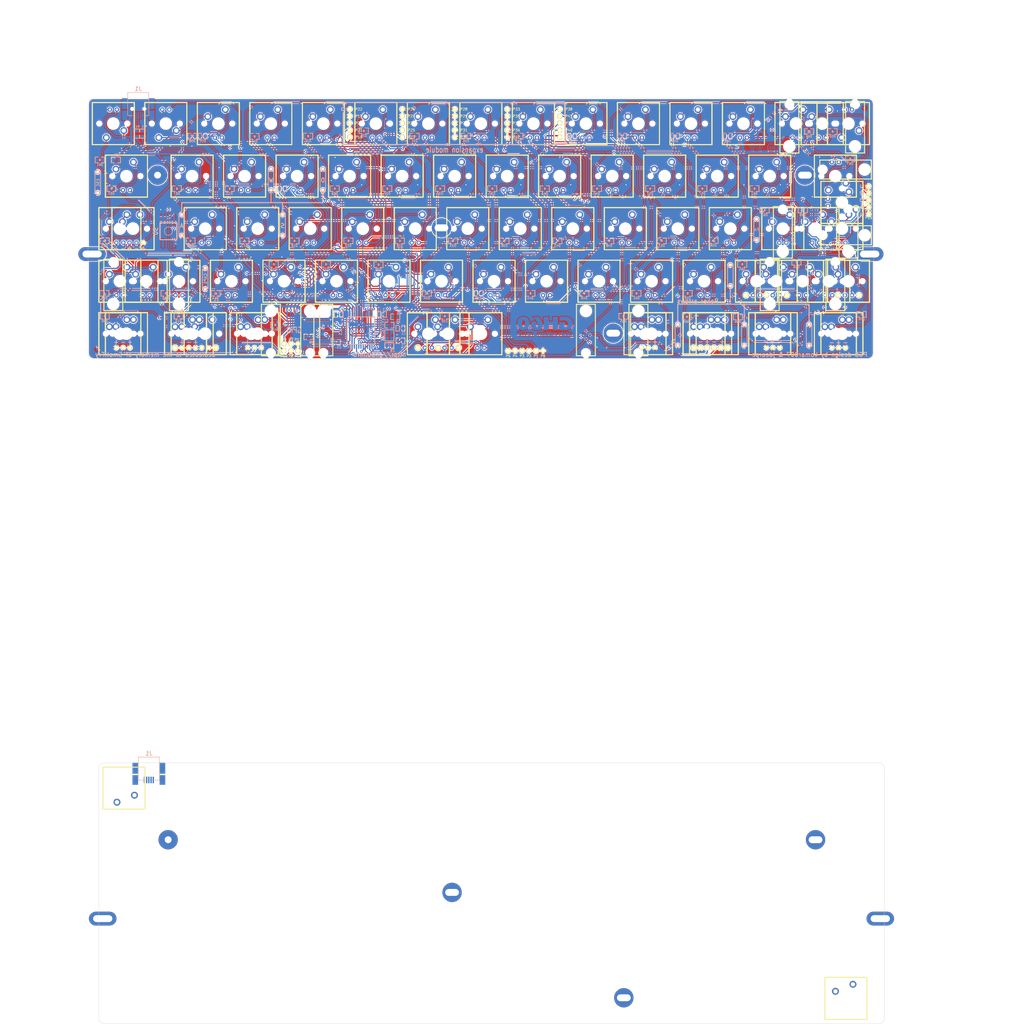
<source format=kicad_pcb>
(kicad_pcb (version 20241229) (generator "pcbnew") (generator_version "9.0")
  (title_block (title "GH60") (date "20 jan 2014") (rev "B") (company "geekhack GH60 design team"))
  (layers (0 "F.Cu" signal) (2 "B.Cu" signal) (13 "F.Paste" user) (15 "B.Paste" user) (5 "F.SilkS" user "F.Silkscreen") (7 "B.SilkS" user "B.Silkscreen") (1 "F.Mask" user) (3 "B.Mask" user) (25 "Edge.Cuts" user))
  (net 0 "")
  (net 1 "/GPIO0")
  (net 2 "/GPIO1")
  (net 3 "/GPIO2")
  (net 4 "/GPIO3")
  (net 5 "/Leds/lcol1")
  (net 6 "/Leds/lcol10")
  (net 7 "/Leds/lcol11")
  (net 8 "/Leds/lcol12")
  (net 9 "/Leds/lcol13")
  (net 10 "/Leds/lcol14")
  (net 11 "/Leds/lcol2")
  (net 12 "/Leds/lcol3")
  (net 13 "/Leds/lcol4")
  (net 14 "/Leds/lcol5")
  (net 15 "/Leds/lcol6")
  (net 16 "/Leds/lcol7")
  (net 17 "/Leds/lcol8")
  (net 18 "/Leds/lcol9")
  (net 19 "/Leds/lrow1")
  (net 20 "/Leds/lrow2")
  (net 21 "/Leds/lrow3")
  (net 22 "/Leds/lrow4")
  (net 23 "/Leds/lrow5")
  (net 24 "/Matrix/CAPS_LED")
  (net 25 "/Matrix/col1")
  (net 26 "/Matrix/col10")
  (net 27 "/Matrix/col11")
  (net 28 "/Matrix/col12")
  (net 29 "/Matrix/col13")
  (net 30 "/Matrix/col14")
  (net 31 "/Matrix/col2")
  (net 32 "/Matrix/col3")
  (net 33 "/Matrix/col4")
  (net 34 "/Matrix/col5")
  (net 35 "/Matrix/col6")
  (net 36 "/Matrix/col7")
  (net 37 "/Matrix/col8")
  (net 38 "/Matrix/col9")
  (net 39 "/Matrix/row1")
  (net 40 "/Matrix/row2")
  (net 41 "/Matrix/row3")
  (net 42 "/Matrix/row4")
  (net 43 "/Matrix/row5")
  (net 44 "/~{RES}")
  (net 45 "GND")
  (net 46 "N-000001")
  (net 47 "N-000002")
  (net 48 "N-000003")
  (net 49 "N-000004")
  (net 50 "N-000005")
  (net 51 "N-000006")
  (net 52 "N-000007")
  (net 53 "N-000008")
  (net 54 "N-000009")
  (net 55 "N-000010")
  (net 56 "N-000011")
  (net 57 "N-000012")
  (net 58 "N-000038")
  (net 59 "N-000039")
  (net 60 "N-000040")
  (net 61 "N-000041")
  (net 62 "N-000042")
  (net 63 "N-000043")
  (net 64 "N-000070")
  (net 65 "N-000071")
  (net 66 "N-000072")
  (net 67 "N-000073")
  (net 68 "N-000074")
  (net 69 "N-000075")
  (net 70 "N-000076")
  (net 71 "N-000077")
  (net 72 "N-000078")
  (net 73 "N-000079")
  (net 74 "N-000080")
  (net 75 "N-000081")
  (net 76 "N-000082")
  (net 77 "N-000083")
  (net 78 "N-000084")
  (net 79 "N-000085")
  (net 80 "N-000086")
  (net 81 "N-000087")
  (net 82 "N-000088")
  (net 83 "N-000089")
  (net 84 "N-000090")
  (net 85 "N-000091")
  (net 86 "N-000092")
  (net 87 "N-000093")
  (net 88 "N-000094")
  (net 89 "N-000095")
  (net 90 "N-000096")
  (net 91 "N-000097")
  (net 92 "N-000098")
  (net 93 "N-000099")
  (net 94 "N-000100")
  (net 95 "N-000101")
  (net 96 "N-000102")
  (net 97 "N-000103")
  (net 98 "N-000104")
  (net 99 "N-000105")
  (net 100 "N-000106")
  (net 101 "N-000107")
  (net 102 "N-000108")
  (net 103 "N-000109")
  (net 104 "N-000110")
  (net 105 "N-000111")
  (net 106 "N-000112")
  (net 107 "N-000113")
  (net 108 "N-000114")
  (net 109 "N-000115")
  (net 110 "N-000116")
  (net 111 "N-000117")
  (net 112 "N-000118")
  (net 113 "N-000119")
  (net 114 "N-000120")
  (net 115 "N-000121")
  (net 116 "N-000122")
  (net 117 "N-000123")
  (net 118 "N-000124")
  (net 119 "N-000125")
  (net 120 "N-000126")
  (net 121 "N-000127")
  (net 122 "N-000128")
  (net 123 "N-000129")
  (net 124 "N-000130")
  (net 125 "N-000131")
  (net 126 "N-000132")
  (net 127 "N-000133")
  (net 128 "N-000134")
  (net 129 "N-000135")
  (net 130 "VCC")
  (footprint "mx1a:MX1A" (layer "F.Cu") (at 157.1625 92.87002)
    (property "Reference" "S22" (hide yes))
    (property "Value" "MX1A" (hide yes))
  )
  (footprint "mx1a:MX1A" (layer "F.Cu") (at 195.2625 92.87002)
    (property "Reference" "S32" (hide yes))
    (property "Value" "MX1A" (hide yes))
  )
  (footprint "mx1a:MX1A" (layer "F.Cu") (at 214.3125 92.87002)
    (property "Reference" "S37" (hide yes))
    (property "Value" "MX1A" (hide yes))
  )
  (footprint "mx1a:MX1A" (layer "F.Cu") (at 233.3625 92.87002)
    (property "Reference" "S42" (hide yes))
    (property "Value" "MX1A" (hide yes))
  )
  (footprint "mx1a:MX1A" (layer "F.Cu") (at 252.4125 92.87002)
    (property "Reference" "S47" (hide yes))
    (property "Value" "MX1A" (hide yes))
  )
  (footprint "mx1a:MX1A" (layer "F.Cu") (at 271.4625 92.87002)
    (property "Reference" "S52" (hide yes))
    (property "Value" "MX1A" (hide yes))
  )
  (footprint "mx1a:MX1A" (layer "F.Cu") (at 290.5125 92.87002)
    (property "Reference" "S57" (hide yes))
    (property "Value" "MX1A" (hide yes))
  )
  (footprint "mx1a:MX1A" (layer "F.Cu") (at 104.775 111.92002)
    (property "Reference" "S08" (hide yes))
    (property "Value" "MX1A" (hide yes))
  )
  (footprint "mx1a:MX1A" (layer "F.Cu") (at 123.825 111.92002)
    (property "Reference" "S13" (hide yes))
    (property "Value" "MX1A" (hide yes))
  )
  (footprint "mx1a:MX1A" (layer "F.Cu") (at 142.875 111.92002)
    (property "Reference" "S18" (hide yes))
    (property "Value" "MX1A" (hide yes))
  )
  (footprint "mx1a:MX1A" (layer "F.Cu") (at 161.925 111.92002)
    (property "Reference" "S23" (hide yes))
    (property "Value" "MX1A" (hide yes))
  )
  (footprint "mx1a:MX1A" (layer "F.Cu") (at 180.975 111.92002)
    (property "Reference" "S28" (hide yes))
    (property "Value" "MX1A" (hide yes))
  )
  (footprint "mx1a:MX1A" (layer "F.Cu") (at 200.025 111.92002)
    (property "Reference" "S33" (hide yes))
    (property "Value" "MX1A" (hide yes))
  )
  (footprint "mx1a:MX1A" (layer "F.Cu") (at 219.075 111.92002)
    (property "Reference" "S38" (hide yes))
    (property "Value" "MX1A" (hide yes))
  )
  (footprint "mx1a:MX1A" (layer "F.Cu") (at 109.5375 73.82002)
    (property "Reference" "S11" (hide yes))
    (property "Value" "MX1A" (hide yes))
  )
  (footprint "mx1a:MX1A" (layer "F.Cu") (at 128.5875 73.82002)
    (property "Reference" "S16" (hide yes))
    (property "Value" "MX1A" (hide yes))
  )
  (footprint "mx1a:MX1A" (layer "F.Cu") (at 147.6375 73.82002)
    (property "Reference" "S21" (hide yes))
    (property "Value" "MX1A" (hide yes))
  )
  (footprint "mx1a:MX1A" (layer "F.Cu") (at 166.6875 73.82002)
    (property "Reference" "S26" (hide yes))
    (property "Value" "MX1A" (hide yes))
  )
  (footprint "mx1a:MX1A" (layer "F.Cu") (at 185.7375 73.82002)
    (property "Reference" "S31" (hide yes))
    (property "Value" "MX1A" (hide yes))
  )
  (footprint "mx1a:MX1A" (layer "F.Cu") (at 204.7875 73.82002)
    (property "Reference" "S36" (hide yes))
    (property "Value" "MX1A" (hide yes))
  )
  (footprint "mx1a:MX1A" (layer "F.Cu") (at 223.8375 73.82002)
    (property "Reference" "S41" (hide yes))
    (property "Value" "MX1A" (hide yes))
  )
  (footprint "mx1a:MX1A" (layer "F.Cu") (at 242.8875 73.82002)
    (property "Reference" "S46" (hide yes))
    (property "Value" "MX1A" (hide yes))
  )
  (footprint "mx1a:MX1A" (layer "F.Cu") (at 280.9875 73.82002)
    (property "Reference" "S56" (hide yes))
    (property "Value" "MX1A" (hide yes))
  )
  (footprint "mx1a:MX1A" (layer "F.Cu") (at 300.0375 73.82002)
    (property "Reference" "S61" (hide yes))
    (property "Value" "MX1A" (hide yes))
  )
  (footprint "mx1a:MX1A" (layer "F.Cu") (at 76.2 92.87002)
    (property "Reference" "S02" (hide yes))
    (property "Value" "MX1A" (hide yes))
  )
  (footprint "mx1a:MX1A" (layer "F.Cu") (at 100.0125 92.87002)
    (property "Reference" "S07" (hide yes))
    (property "Value" "MX1A" (hide yes))
  )
  (footprint "mx1a:MX1A" (layer "F.Cu") (at 119.0625 92.87002)
    (property "Reference" "S12" (hide yes))
    (property "Value" "MX1A" (hide yes))
  )
  (footprint "mx1a:MX1A" (layer "F.Cu") (at 138.1125 92.87002)
    (property "Reference" "S17" (hide yes))
    (property "Value" "MX1A" (hide yes))
  )
  (footprint "mx1a:MX1A_no3d" (layer "F.Cu") (at 304.8 130.96875)
    (property "Reference" "S64" (hide yes))
    (property "Value" "MX1A" (hide yes))
  )
  (footprint "mx1a:MX1A" (layer "F.Cu") (at 321.47002 130.97002)
    (property "Reference" "S69" (hide yes))
    (property "Value" "MX1A" (hide yes))
  )
  (footprint "mx1a:MX1A" (layer "F.Cu") (at 121.44375 150.01875)
    (property "Reference" "S15" (hide yes))
    (property "Value" "MX1A" (hide yes))
  )
  (footprint "mx1a:MX1A" (layer "F.Cu") (at 192.88125 150.01875)
    (property "Reference" "S30" (hide yes))
    (property "Value" "MX1A" (hide yes))
  )
  (footprint "mx1a:MX1A" (layer "F.Cu") (at 264.31875 150.01875)
    (property "Reference" "S55" (hide yes))
    (property "Value" "MX1A" (hide yes))
  )
  (footprint "mx1a:MX1A" (layer "F.Cu") (at 311.94375 150.01875)
    (property "Reference" "S65" (hide yes))
    (property "Value" "MX1A" (hide yes))
  )
  (footprint "mx1a:MX1A" (layer "F.Cu") (at 335.75625 150.01875)
    (property "Reference" "S70" (hide yes))
    (property "Value" "MX1A" (hide yes))
  )
  (footprint "mx1a:MX1A" (layer "F.Cu") (at 238.125 111.92002)
    (property "Reference" "S43" (hide yes))
    (property "Value" "MX1A" (hide yes))
  )
  (footprint "mx1a:MX1A" (layer "F.Cu") (at 257.175 111.92002)
    (property "Reference" "S48" (hide yes))
    (property "Value" "MX1A" (hide yes))
  )
  (footprint "mx1a:MX1A" (layer "F.Cu") (at 276.225 111.92002)
    (property "Reference" "S53" (hide yes))
    (property "Value" "MX1A" (hide yes))
  )
  (footprint "mx1a:MX1A" (layer "F.Cu") (at 295.275 111.92002)
    (property "Reference" "S58" (hide yes))
    (property "Value" "MX1A" (hide yes))
  )
  (footprint "mx1a:MX1A_no3d" (layer "F.Cu") (at 314.325 111.92002)
    (property "Reference" "S63" (hide yes))
    (property "Value" "MX1Aa" (hide yes))
  )
  (footprint "mx1a:MX1A_no3d" (layer "F.Cu") (at 95.25 130.97002)
    (property "Reference" "S09" (hide yes))
    (property "Value" "MX1Aa" (hide yes))
  )
  (footprint "mx1a:MX1A" (layer "F.Cu") (at 114.3 130.97002)
    (property "Reference" "S14" (hide yes))
    (property "Value" "MX1A" (hide yes))
  )
  (footprint "mx1a:MX1A" (layer "F.Cu") (at 133.35 130.97002)
    (property "Reference" "S19" (hide yes))
    (property "Value" "MX1A" (hide yes))
  )
  (footprint "mx1a:MX1A" (layer "F.Cu") (at 152.4 130.97002)
    (property "Reference" "S24" (hide yes))
    (property "Value" "MX1A" (hide yes))
  )
  (footprint "mx1a:MX1A" (layer "F.Cu") (at 171.45 130.97002)
    (property "Reference" "S29" (hide yes))
    (property "Value" "MX1A" (hide yes))
  )
  (footprint "mx1a:MX1A" (layer "F.Cu") (at 190.5 130.97002)
    (property "Reference" "S34" (hide yes))
    (property "Value" "MX1A" (hide yes))
  )
  (footprint "mx1a:MX1A" (layer "F.Cu") (at 209.55 130.97002)
    (property "Reference" "S39" (hide yes))
    (property "Value" "MX1A" (hide yes))
  )
  (footprint "mx1a:MX1A" (layer "F.Cu") (at 228.6 130.97002)
    (property "Reference" "S44" (hide yes))
    (property "Value" "MX1A" (hide yes))
  )
  (footprint "mx1a:MX1A" (layer "F.Cu") (at 247.65 130.97002)
    (property "Reference" "S49" (hide yes))
    (property "Value" "MX1A" (hide yes))
  )
  (footprint "mx1a:MX1A" (layer "F.Cu") (at 266.7 130.97002)
    (property "Reference" "S54" (hide yes))
    (property "Value" "MX1A" (hide yes))
  )
  (footprint "mx1a:MX1A" (layer "F.Cu") (at 285.75 130.97002)
    (property "Reference" "S59" (hide yes))
    (property "Value" "MX1A" (hide yes))
  )
  (footprint "mx1a:MX1A_no3d" (layer "F.Cu") (at 338.1375 130.96875)
    (property "Reference" "S641" (hide yes))
    (property "Value" "MX1Aa" (hide yes))
  )
  (footprint "mx1a:MX1A_no3d" (layer "F.Cu") (at 266.7 150.01875)
    (property "Reference" "S552" (hide yes))
    (property "Value" "MX1Aa" (hide yes))
  )
  (footprint "mx1a:MX1A_no3d" (layer "F.Cu") (at 290.5125 150.01875)
    (property "Reference" "S602" (hide yes))
    (property "Value" "MX1Aa" (hide yes))
  )
  (footprint "mx1a:MX1A_no3d" (layer "F.Cu") (at 123.825 149.987)
    (property "Reference" "S151" (hide yes))
    (property "Value" "MX1Aa" (hide yes))
  )
  (footprint "mx1a:MX1A_no3d" (layer "F.Cu") (at 309.5625 150.01875)
    (property "Reference" "S6512" (hide yes))
    (property "Value" "MX1Aa" (hide yes))
  )
  (footprint "mx1a:MX1A_no3d" (layer "F.Cu") (at 333.375 150.01875)
    (property "Reference" "S7012" (hide yes))
    (property "Value" "MX1Aa" (hide yes))
  )
  (footprint "mx1a:MX1A_no3d" (layer "F.Cu") (at 335.75625 102.39375 -90)
    (property "Reference" "S681" (hide yes))
    (property "Value" "MX1A" (hide yes))
  )
  (footprint "mx1a:MX1A" (layer "F.Cu") (at 261.9375 73.82002)
    (property "Reference" "S51" (hide yes))
    (property "Value" "MX1A" (hide yes))
  )
  (footprint "mx1a:MX1A_no3d" (layer "F.Cu") (at 185.7375 150.01875)
    (property "Reference" "S302" (hide yes))
    (property "Value" "MX1Aa" (hide yes))
  )
  (footprint "mx1a:MXST" (layer "F.Cu") (at 71.4375 130.97002)
    (property "Reference" "MXST" (hide yes))
    (property "Value" "VAL**" (hide yes))
  )
  (footprint "mx1a:MXST" (layer "F.Cu") (at 95.25 130.97002)
    (property "Reference" "MXST" (hide yes))
    (property "Value" "VAL**" (hide yes))
  )
  (footprint "mx1a:MX1A_no3d" (layer "F.Cu") (at 73.82002 130.97002)
    (property "Reference" "S041" (hide yes))
    (property "Value" "MX1Aa" (hide yes))
  )
  (footprint "mx1a:MXST" (layer "F.Cu") (at 333.375 130.96875)
    (property "Reference" "MXST" (hide yes))
    (property "Value" "VAL**" (hide yes))
  )
  (footprint "mx1a:MXST" (layer "F.Cu") (at 309.5625 130.97002)
    (property "Reference" "MXST" (hide yes))
    (property "Value" "VAL**" (hide yes))
  )
  (footprint "mx1a:MXST" (layer "F.Cu") (at 338.1375 111.91875)
    (property "Reference" "MXST" (hide yes))
    (property "Value" "VAL**" (hide yes))
  )
  (footprint "mx1a:MXST" (layer "F.Cu") (at 314.325 111.92002)
    (property "Reference" "MXST" (hide yes))
    (property "Value" "VAL**" (hide yes))
  )
  (footprint "mx1a:MXST" (layer "F.Cu") (at 335.75752 90.4875 90)
    (property "Reference" "MXST" (hide yes))
    (property "Value" "VAL**" (hide yes))
  )
  (footprint "mx1a:MXST" (layer "F.Cu") (at 335.75752 114.3 90)
    (property "Reference" "MXST" (hide yes))
    (property "Value" "VAL**" (hide yes))
  )
  (footprint "mx1a:MXST" (layer "F.Cu") (at 242.8875 150.02002 180)
    (property "Reference" "MXST" (hide yes))
    (property "Value" "VAL**" (hide yes))
  )
  (footprint "mx1a:MXST" (layer "F.Cu") (at 142.875 150.02002 180)
    (property "Reference" "MXST" (hide yes))
    (property "Value" "VAL**" (hide yes))
  )
  (footprint "mx1a:MXST" (layer "F.Cu") (at 147.6375 150.02002 180)
    (property "Reference" "MXST" (hide yes))
    (property "Value" "VAL**" (hide yes))
  )
  (footprint "mx1a:MX1A" (layer "F.Cu") (at 78.58252 111.92002)
    (property "Reference" "S03" (hide yes))
    (property "Value" "MX1A" (hide yes))
  )
  (footprint "mx1a:MX1A_no3d" (layer "F.Cu") (at 73.82002 111.92002)
    (property "Reference" "S031" (hide yes))
    (property "Value" "MX1Aa" (hide yes))
  )
  (footprint "hole:PKRHSL" (layer "F.Cu") (at 63.7489 121.1212)
    (property "Reference" "HOLE" (hide yes))
    (property "Value" "VAL**" (hide yes))
  )
  (footprint "hole:PKRH" (layer "F.Cu") (at 322.3399 92.5208)
    (property "Reference" "HOLE" (hide yes))
    (property "Value" "VAL**" (hide yes))
  )
  (footprint "mx1a:MX1A_no3d" (layer "F.Cu") (at 311.94375 130.96875)
    (property "Reference" "S692" (hide yes))
    (property "Value" "MX1Aa" (hide yes))
  )
  (footprint "mx1a:MX1A" (layer "F.Cu") (at 326.23125 111.91875)
    (property "Reference" "S68" (hide yes))
    (property "Value" "MX1A" (hide yes))
  )
  (footprint "mx1a:MX1A" (layer "F.Cu") (at 90.4875 73.81875 180)
    (property "Reference" "S06" (hide yes))
    (property "Value" "MX1A" (hide yes))
  )
  (footprint "mx1a:MX1A" (layer "F.Cu") (at 328.6125 73.82002)
    (property "Reference" "S66" (hide yes))
    (property "Value" "MX1A" (hide yes))
  )
  (footprint "mx1a:MXST" (layer "F.Cu") (at 340.52002 73.82002)
    (property "Reference" "MXST" (hide yes))
    (property "Value" "VAL**" (hide yes))
  )
  (footprint "mx1a:MXST" (layer "F.Cu") (at 316.70752 73.82002)
    (property "Reference" "MXST" (hide yes))
    (property "Value" "VAL**" (hide yes))
  )
  (footprint "mx1a:MX1A" (layer "F.Cu") (at 176.2125 92.87002)
    (property "Reference" "S27" (hide yes))
    (property "Value" "MX1A" (hide yes))
  )
  (footprint "mx1a:MX1A" (layer "F.Cu") (at 309.5625 92.87002)
    (property "Reference" "S62" (hide yes))
    (property "Value" "MX1A" (hide yes))
  )
  (footprint "MX1A-ledlock" (layer "F.Cu") (at 78.58252 111.92002)
    (property "Reference" "DC3" (hide yes))
    (property "Value" "LED" (hide yes))
  )
  (footprint "mx1a:MXST" (layer "F.Cu") (at 128.5875 150.02002 180)
    (property "Reference" "MXST" (hide yes))
    (property "Value" "VAL**" (hide yes))
  )
  (footprint "mx1a:MXST" (layer "F.Cu") (at 261.9375 150.02002 180)
    (property "Reference" "MXST" (hide yes))
    (property "Value" "VAL**" (hide yes))
  )
  (footprint "hole:PKRHSL" (layer "F.Cu") (at 345.8312 121.1212)
    (property "Reference" "HOLE" (hide yes))
    (property "Value" "VAL**" (hide yes))
  )
  (footprint "mx1a:MX1A_no3d" (layer "F.Cu") (at 204.7875 150.02002)
    (property "Reference" "S301" (hide yes))
    (property "Value" "MX1Aa" (hide yes))
  )
  (footprint "mx1a:MX1A-led_no3d" (layer "F.Cu") (at 73.82002 111.92002)
    (property "Reference" "DC2" (hide yes))
    (property "Value" "LED" (hide yes))
  )
  (footprint "mx1a:MX1A-led_no3d" (layer "F.Cu") (at 78.58252 111.92002)
    (property "Reference" "DC1" (hide yes))
    (property "Value" "LED" (hide yes))
  )
  (footprint "mx1a:MX1A_no3d" (layer "F.Cu") (at 335.75625 111.91875)
    (property "Reference" "S682" (hide yes))
    (property "Value" "MX1Aa" (hide yes))
  )
  (footprint "pad" (layer "F.Cu") (at 224.79 156.21)
    (property "Reference" "P1")
    (property "Value" "CONN_1" (hide yes))
  )
  (footprint "pad" (layer "F.Cu") (at 219.71 156.21)
    (property "Reference" "P3")
    (property "Value" "CONN_1" (hide yes))
  )
  (footprint "pad" (layer "F.Cu") (at 214.63 156.21)
    (property "Reference" "P5")
    (property "Value" "CONN_1" (hide yes))
  )
  (footprint "pad" (layer "F.Cu") (at 222.25 156.21)
    (property "Reference" "P2")
    (property "Value" "CONN_1" (hide yes))
  )
  (footprint "pad" (layer "F.Cu") (at 217.17 156.21)
    (property "Reference" "P4")
    (property "Value" "CONN_1" (hide yes))
  )
  (footprint "pad" (layer "F.Cu") (at 227.33 156.21)
    (property "Reference" "P6")
    (property "Value" "CONN_1" (hide yes))
  )
  (footprint "mx1a:MX1A_no3d" (layer "F.Cu") (at 285.75 150.01875)
    (property "Reference" "S601" (hide yes))
    (property "Value" "MX1Aa" (hide yes))
  )
  (footprint "mx1a:MX1A" (layer "F.Cu") (at 288.13125 150.01875)
    (property "Reference" "S60" (hide yes))
    (property "Value" "MX1A" (hide yes))
  )
  (footprint "mx1a:MX1A_no3d" (layer "F.Cu") (at 100.076 149.987)
    (property "Reference" "S101" (hide yes))
    (property "Value" "MX1Aa" (hide yes))
  )
  (footprint "mx1a:MX1A_no3d" (layer "F.Cu") (at 104.775 149.987)
    (property "Reference" "S102" (hide yes))
    (property "Value" "MX1Aa" (hide yes))
  )
  (footprint "mx1a:MX1A" (layer "F.Cu") (at 97.63125 150.01875)
    (property "Reference" "S10" (hide yes))
    (property "Value" "MX1A" (hide yes))
  )
  (footprint "mx1a:MX1A" (layer "F.Cu") (at 73.81875 150.01875)
    (property "Reference" "S05" (hide yes))
    (property "Value" "MX1A" (hide yes))
  )
  (footprint "mx1a:MX1A" (layer "F.Cu") (at 71.4375 73.81875 180)
    (property "Reference" "S01" (hide yes))
    (property "Value" "MX1A" (hide yes))
  )
  (footprint "mx1a:MX1A" (layer "F.Cu") (at 83.34375 130.96875)
    (property "Reference" "S04" (hide yes))
    (property "Value" "MX1A" (hide yes))
  )
  (footprint "pad" (layer "F.Cu") (at 135.89 156.21)
    (property "Reference" "P8")
    (property "Value" "CONN_1" (hide yes))
  )
  (footprint "pad" (layer "F.Cu") (at 133.35 153.67)
    (property "Reference" "P9")
    (property "Value" "CONN_1" (hide yes))
  )
  (footprint "pad" (layer "F.Cu") (at 133.35 156.21)
    (property "Reference" "P10")
    (property "Value" "CONN_1" (hide yes))
  )
  (footprint "pad" (layer "F.Cu") (at 345.44 96.52)
    (property "Reference" "P11")
    (property "Value" "CONN_1" (hide yes))
  )
  (footprint "pad" (layer "F.Cu") (at 345.44 99.06)
    (property "Reference" "P12")
    (property "Value" "CONN_1" (hide yes))
  )
  (footprint "pad" (layer "F.Cu") (at 345.44 101.6)
    (property "Reference" "P13")
    (property "Value" "CONN_1" (hide yes))
  )
  (footprint "pad" (layer "F.Cu") (at 345.44 104.14)
    (property "Reference" "P14")
    (property "Value" "CONN_1" (hide yes))
  )
  (footprint "pad" (layer "F.Cu") (at 345.44 106.68)
    (property "Reference" "P15")
    (property "Value" "CONN_1" (hide yes))
  )
  (footprint "mx1a:MX1A_no3d" (layer "F.Cu") (at 319.0875 73.81875)
    (property "Reference" "S661" (hide yes))
    (property "Value" "MX1Aa" (hide yes))
  )
  (footprint "mx1a:MX1A_no3d" (layer "F.Cu") (at 338.1375 73.81875 180)
    (property "Reference" "S50" (hide yes))
    (property "Value" "MX1Aa" (hide yes))
  )
  (footprint "pad" (layer "F.Cu") (at 135.89 153.67)
    (property "Reference" "P7")
    (property "Value" "CONN_1" (hide yes))
  )
  (footprint "pad" (layer "F.Cu") (at 138.43 156.21)
    (property "Reference" "P16")
    (property "Value" "CONN_1" (hide yes))
  )
  (footprint "pad" (layer "F.Cu") (at 138.43 153.67)
    (property "Reference" "P17")
    (property "Value" "CONN_1" (hide yes))
  )
  (footprint "mx1a:MX1A_no3d" (layer "F.Cu") (at 76.2 149.987)
    (property "Reference" "S0512" (hide yes))
    (property "Value" "MX1Aa" (hide yes))
  )
  (footprint "MX1A-wire" (layer "F.Cu") (at 97.63125 150.01875)
    (property "Reference" "MXWIRE" (hide yes))
    (property "Value" "VAL**" (hide yes))
  )
  (footprint "MX1A-wire" (layer "F.Cu") (at 104.775 150.01875)
    (property "Reference" "MXWIRE" (hide yes))
    (property "Value" "VAL**" (hide yes))
  )
  (footprint "MX1A-wire" (layer "F.Cu") (at 185.7375 150.01875)
    (property "Reference" "MXWIRE" (hide yes))
    (property "Value" "VAL**" (hide yes))
  )
  (footprint "MX1A-wire" (layer "F.Cu") (at 192.88125 150.01875)
    (property "Reference" "MXWIRE" (hide yes))
    (property "Value" "VAL**" (hide yes))
  )
  (footprint "MX1A-wire" (layer "F.Cu") (at 285.75 150.01875)
    (property "Reference" "MXWIRE" (hide yes))
    (property "Value" "VAL**" (hide yes))
  )
  (footprint "MX1A-wire" (layer "F.Cu") (at 290.5125 150.01875)
    (property "Reference" "MXWIRE" (hide yes))
    (property "Value" "VAL**" (hide yes))
  )
  (footprint "mx1a:MX1A_no3d" (layer "F.Cu") (at 330.99375 130.96875)
    (property "Reference" "S691" (hide yes))
    (property "Value" "MX1Aa" (hide yes))
  )
  (footprint "MX1A-wire" (layer "F.Cu") (at 304.8 130.96875)
    (property "Reference" "MXWIRE" (hide yes))
    (property "Value" "VAL**" (hide yes))
  )
  (footprint "MX1A-wire" (layer "F.Cu") (at 311.94375 130.96875)
    (property "Reference" "MXWIRE" (hide yes))
    (property "Value" "VAL**" (hide yes))
  )
  (footprint "MX1A-wire" (layer "F.Cu") (at 338.1375 130.96875)
    (property "Reference" "MXWIRE" (hide yes))
    (property "Value" "VAL**" (hide yes))
  )
  (footprint "mx1a:MX1A" (layer "F.Cu") (at 333.375 92.86875 180)
    (property "Reference" "S67" (hide yes))
    (property "Value" "MX1A" (hide yes))
  )
  (footprint "mx1a:MX1A-led_no3d" (layer "F.Cu") (at 104.775 111.91875)
    (property "Reference" "DW4" (hide yes))
    (property "Value" "LED" (hide yes))
  )
  (footprint "mx1a:MX1A-led_no3d" (layer "F.Cu") (at 123.825 111.91875)
    (property "Reference" "DW3" (hide yes))
    (property "Value" "LED" (hide yes))
  )
  (footprint "mx1a:MX1A-led_no3d" (layer "F.Cu") (at 142.875 111.91875)
    (property "Reference" "DW2" (hide yes))
    (property "Value" "LED" (hide yes))
  )
  (footprint "mx1a:MX1A-led_no3d" (layer "F.Cu") (at 119.0625 92.86875)
    (property "Reference" "DW1" (hide yes))
    (property "Value" "LED" (hide yes))
  )
  (footprint "hole:PKRH" (layer "F.Cu") (at 252.7894 149.8207)
    (property "Reference" "HOLE" (hide yes))
    (property "Value" "VAL**" (hide yes))
  )
  (footprint "hole:PKRHC" (layer "F.Cu") (at 87.4893 92.5208)
    (property "Reference" "HOLE" (hide yes))
    (property "Value" "VAL**" (hide yes))
  )
  (footprint "mx1a:MX1A-led_no3d" (layer "F.Cu") (at 338.1375 130.96875)
    (property "Reference" "DF10" (hide yes))
    (property "Value" "LED" (hide yes))
  )
  (footprint "mx1a:MX1A-led_no3d" (layer "F.Cu") (at 311.94375 130.96875)
    (property "Reference" "DF20" (hide yes))
    (property "Value" "LED" (hide yes))
  )
  (footprint "mx1a:MX1A-led_no3d" (layer "F.Cu") (at 71.4375 73.81875 180)
    (property "Reference" "DF3" (hide yes))
    (property "Value" "LED" (hide yes))
  )
  (footprint "mx1a:MX1A-led_no3d" (layer "F.Cu") (at 304.8 130.96875)
    (property "Reference" "DF11" (hide yes))
    (property "Value" "LED" (hide yes))
  )
  (footprint "MX1A-led" (layer "F.Cu") (at 311.94375 150.01875)
    (property "Reference" "DF21" (hide yes))
    (property "Value" "LEDa" (hide yes))
  )
  (footprint "MX1A-led" (layer "F.Cu") (at 288.13125 150.01875)
    (property "Reference" "DF23" (hide yes))
    (property "Value" "LEDa" (hide yes))
  )
  (footprint "mx1a:MX1A-led_no3d" (layer "F.Cu") (at 321.46875 130.96875)
    (property "Reference" "DF201" (hide yes))
    (property "Value" "LED" (hide yes))
  )
  (footprint "MX1A-led" (layer "F.Cu") (at 309.5625 150.01875)
    (property "Reference" "DF211" (hide yes))
    (property "Value" "LEDa" (hide yes))
  )
  (footprint "MX1A-led" (layer "F.Cu") (at 333.375 150.01875)
    (property "Reference" "DF221" (hide yes))
    (property "Value" "LEDa" (hide yes))
  )
  (footprint "MX1A-led" (layer "F.Cu") (at 335.75625 150.01875)
    (property "Reference" "DF22" (hide yes))
    (property "Value" "LEDa" (hide yes))
  )
  (footprint "MX1A-led" (layer "F.Cu") (at 285.75 150.01875)
    (property "Reference" "DF231" (hide yes))
    (property "Value" "LEDa" (hide yes))
  )
  (footprint "MX1A-led" (layer "F.Cu") (at 290.5125 150.01875)
    (property "Reference" "DF232" (hide yes))
    (property "Value" "LEDa" (hide yes))
  )
  (footprint "mx1a:MX1A-led_no3d" (layer "F.Cu") (at 276.225 111.91875)
    (property "Reference" "DB53" (hide yes))
    (property "Value" "LED" (hide yes))
  )
  (footprint "mx1a:MX1A-led_no3d" (layer "F.Cu") (at 114.3 130.96875)
    (property "Reference" "DB14" (hide yes))
    (property "Value" "LED" (hide yes))
  )
  (footprint "mx1a:MX1A-led_no3d" (layer "F.Cu") (at 95.25 130.96875)
    (property "Reference" "DB09" (hide yes))
    (property "Value" "LED" (hide yes))
  )
  (footprint "mx1a:MX1A-led_no3d" (layer "F.Cu") (at 83.34375 130.96875)
    (property "Reference" "DB04" (hide yes))
    (property "Value" "LED" (hide yes))
  )
  (footprint "mx1a:MX1A-led_no3d" (layer "F.Cu") (at 209.55 130.96875)
    (property "Reference" "DB39" (hide yes))
    (property "Value" "LED" (hide yes))
  )
  (footprint "mx1a:MX1A-led_no3d" (layer "F.Cu") (at 190.5 130.96875)
    (property "Reference" "DB34" (hide yes))
    (property "Value" "LED" (hide yes))
  )
  (footprint "mx1a:MX1A-led_no3d" (layer "F.Cu") (at 171.45 130.96875)
    (property "Reference" "DB29" (hide yes))
    (property "Value" "LED" (hide yes))
  )
  (footprint "mx1a:MX1A-led_no3d" (layer "F.Cu") (at 152.4 130.96875)
    (property "Reference" "DB24" (hide yes))
    (property "Value" "LED" (hide yes))
  )
  (footprint "mx1a:MX1A-led_no3d" (layer "F.Cu") (at 295.275 111.91875)
    (property "Reference" "DB58" (hide yes))
    (property "Value" "LED" (hide yes))
  )
  (footprint "mx1a:MX1A-led_no3d" (layer "F.Cu") (at 133.35 130.96875)
    (property "Reference" "DB19" (hide yes))
    (property "Value" "LED" (hide yes))
  )
  (footprint "mx1a:MX1A-led_no3d" (layer "F.Cu") (at 257.175 111.91875)
    (property "Reference" "DB48" (hide yes))
    (property "Value" "LED" (hide yes))
  )
  (footprint "mx1a:MX1A-led_no3d" (layer "F.Cu") (at 238.125 111.91875)
    (property "Reference" "DB43" (hide yes))
    (property "Value" "LED" (hide yes))
  )
  (footprint "mx1a:MX1A-led_no3d" (layer "F.Cu") (at 326.23125 111.91875)
    (property "Reference" "DB68" (hide yes))
    (property "Value" "LED" (hide yes))
  )
  (footprint "mx1a:MX1A-led_no3d" (layer "F.Cu") (at 314.325 111.91875)
    (property "Reference" "DB63" (hide yes))
    (property "Value" "LED" (hide yes))
  )
  (footprint "mx1a:MX1A-led_no3d" (layer "F.Cu") (at 228.6 130.96875)
    (property "Reference" "DB44" (hide yes))
    (property "Value" "LED" (hide yes))
  )
  (footprint "mx1a:MX1A-led_no3d" (layer "F.Cu") (at 247.65 130.96875)
    (property "Reference" "DB49" (hide yes))
    (property "Value" "LED" (hide yes))
  )
  (footprint "mx1a:MX1A-led_no3d" (layer "F.Cu") (at 266.7 130.96875)
    (property "Reference" "DB54" (hide yes))
    (property "Value" "LED" (hide yes))
  )
  (footprint "mx1a:MX1A-led_no3d" (layer "F.Cu") (at 285.75 130.96875)
    (property "Reference" "DB59" (hide yes))
    (property "Value" "LED" (hide yes))
  )
  (footprint "MX1A-led" (layer "F.Cu") (at 73.81875 150.01875)
    (property "Reference" "DB05" (hide yes))
    (property "Value" "LEDa" (hide yes))
  )
  (footprint "MX1A-led" (layer "F.Cu") (at 97.63125 150.01875)
    (property "Reference" "DB10" (hide yes))
    (property "Value" "LEDa" (hide yes))
  )
  (footprint "MX1A-led" (layer "F.Cu") (at 121.44375 150.01875)
    (property "Reference" "DB15" (hide yes))
    (property "Value" "LEDa" (hide yes))
  )
  (footprint "mx1a:MX1A-led_no3d" (layer "F.Cu") (at 338.1375 73.81875 180)
    (property "Reference" "DB50" (hide yes))
    (property "Value" "LED" (hide yes))
  )
  (footprint "MX1A-led" (layer "F.Cu") (at 264.31875 150.01875)
    (property "Reference" "DB55" (hide yes))
    (property "Value" "LEDa" (hide yes))
  )
  (footprint "mx1a:MX1A-led_no3d" (layer "F.Cu") (at 192.88125 150.01875)
    (property "Reference" "DB30" (hide yes))
    (property "Value" "LED" (hide yes))
  )
  (footprint "mx1a:MX1A-led_no3d" (layer "F.Cu") (at 300.0375 73.81875)
    (property "Reference" "DB61" (hide yes))
    (property "Value" "LED" (hide yes))
  )
  (footprint "mx1a:MX1A-led_no3d" (layer "F.Cu") (at 176.2125 92.86875)
    (property "Reference" "DB27" (hide yes))
    (property "Value" "LED" (hide yes))
  )
  (footprint "mx1a:MX1A-led_no3d" (layer "F.Cu") (at 157.1625 92.86875)
    (property "Reference" "DB22" (hide yes))
    (property "Value" "LED" (hide yes))
  )
  (footprint "mx1a:MX1A-led_no3d" (layer "F.Cu") (at 280.9875 73.81875)
    (property "Reference" "DB56" (hide yes))
    (property "Value" "LED" (hide yes))
  )
  (footprint "mx1a:MX1A-led_no3d" (layer "F.Cu") (at 261.9375 73.81875)
    (property "Reference" "DB51" (hide yes))
    (property "Value" "LED" (hide yes))
  )
  (footprint "mx1a:MX1A-led_no3d" (layer "F.Cu") (at 242.8875 73.81875)
    (property "Reference" "DB46" (hide yes))
    (property "Value" "LED" (hide yes))
  )
  (footprint "mx1a:MX1A-led_no3d" (layer "F.Cu") (at 223.8375 73.81875)
    (property "Reference" "DB41" (hide yes))
    (property "Value" "LED" (hide yes))
  )
  (footprint "mx1a:MX1A-led_no3d" (layer "F.Cu") (at 319.0875 73.81875)
    (property "Reference" "DB66" (hide yes))
    (property "Value" "LED" (hide yes))
  )
  (footprint "mx1a:MX1A-led_no3d" (layer "F.Cu") (at 195.2625 92.86875)
    (property "Reference" "DB32" (hide yes))
    (property "Value" "LED" (hide yes))
  )
  (footprint "mx1a:MX1A-led_no3d" (layer "F.Cu") (at 128.5875 73.81875)
    (property "Reference" "DB16" (hide yes))
    (property "Value" "LED" (hide yes))
  )
  (footprint "mx1a:MX1A-led_no3d" (layer "F.Cu") (at 109.5375 73.81875)
    (property "Reference" "DB11" (hide yes))
    (property "Value" "LED" (hide yes))
  )
  (footprint "mx1a:MX1A-led_no3d" (layer "F.Cu") (at 90.4875 73.81875 180)
    (property "Reference" "DB06" (hide yes))
    (property "Value" "LED" (hide yes))
  )
  (footprint "mx1a:MX1A-led_no3d" (layer "F.Cu") (at 204.7875 73.81875)
    (property "Reference" "DB36" (hide yes))
    (property "Value" "LED" (hide yes))
  )
  (footprint "mx1a:MX1A-led_no3d" (layer "F.Cu") (at 185.7375 73.81875)
    (property "Reference" "DB31" (hide yes))
    (property "Value" "LED" (hide yes))
  )
  (footprint "mx1a:MX1A-led_no3d" (layer "F.Cu") (at 166.6875 73.81875)
    (property "Reference" "DB26" (hide yes))
    (property "Value" "LED" (hide yes))
  )
  (footprint "mx1a:MX1A-led_no3d" (layer "F.Cu") (at 147.6375 73.81875)
    (property "Reference" "DB21" (hide yes))
    (property "Value" "LED" (hide yes))
  )
  (footprint "mx1a:MX1A-led_no3d" (layer "F.Cu") (at 214.3125 92.86875)
    (property "Reference" "DB37" (hide yes))
    (property "Value" "LED" (hide yes))
  )
  (footprint "mx1a:MX1A-led_no3d" (layer "F.Cu") (at 76.2 92.86875)
    (property "Reference" "DB02" (hide yes))
    (property "Value" "LED" (hide yes))
  )
  (footprint "mx1a:MX1A-led_no3d" (layer "F.Cu") (at 100.0125 92.86875)
    (property "Reference" "DB07" (hide yes))
    (property "Value" "LED" (hide yes))
  )
  (footprint "mx1a:MX1A-led_no3d" (layer "F.Cu") (at 138.1125 92.86875)
    (property "Reference" "DB17" (hide yes))
    (property "Value" "LED" (hide yes))
  )
  (footprint "mx1a:MX1A-led_no3d" (layer "F.Cu") (at 309.5625 92.86875)
    (property "Reference" "DB62" (hide yes))
    (property "Value" "LED" (hide yes))
  )
  (footprint "mx1a:MX1A-led_no3d" (layer "F.Cu") (at 333.375 92.86875 180)
    (property "Reference" "DB67" (hide yes))
    (property "Value" "LED" (hide yes))
  )
  (footprint "mx1a:MX1A-led_no3d" (layer "F.Cu") (at 233.3625 92.86875)
    (property "Reference" "DB42" (hide yes))
    (property "Value" "LED" (hide yes))
  )
  (footprint "mx1a:MX1A-led_no3d" (layer "F.Cu") (at 252.4125 92.86875)
    (property "Reference" "DB47" (hide yes))
    (property "Value" "LED" (hide yes))
  )
  (footprint "mx1a:MX1A-led_no3d" (layer "F.Cu") (at 271.4625 92.86875)
    (property "Reference" "DB52" (hide yes))
    (property "Value" "LED" (hide yes))
  )
  (footprint "mx1a:MX1A-led_no3d" (layer "F.Cu") (at 290.5125 92.86875)
    (property "Reference" "DB57" (hide yes))
    (property "Value" "LED" (hide yes))
  )
  (footprint "mx1a:MX1A-led_no3d" (layer "F.Cu") (at 161.925 111.91875)
    (property "Reference" "DB23" (hide yes))
    (property "Value" "LED" (hide yes))
  )
  (footprint "mx1a:MX1A-led_no3d" (layer "F.Cu") (at 180.975 111.91875)
    (property "Reference" "DB28" (hide yes))
    (property "Value" "LED" (hide yes))
  )
  (footprint "mx1a:MX1A-led_no3d" (layer "F.Cu") (at 219.075 111.91875)
    (property "Reference" "DB38" (hide yes))
    (property "Value" "LED" (hide yes))
  )
  (footprint "mx1a:MX1A-led_no3d" (layer "F.Cu") (at 200.025 111.91875)
    (property "Reference" "DB33" (hide yes))
    (property "Value" "LED" (hide yes))
  )
  (footprint "MX1A-led" (layer "F.Cu") (at 266.7 150.01875)
    (property "Reference" "DB551" (hide yes))
    (property "Value" "LEDa" (hide yes))
  )
  (footprint "mx1a:MX1A-led_no3d" (layer "F.Cu") (at 204.7875 150.01875)
    (property "Reference" "DB301" (hide yes))
    (property "Value" "LED" (hide yes))
  )
  (footprint "mx1a:MX1A-led_no3d" (layer "F.Cu") (at 185.7375 150.01875)
    (property "Reference" "DB302" (hide yes))
    (property "Value" "LED" (hide yes))
  )
  (footprint "MX1A-led" (layer "F.Cu") (at 76.2 150.01875)
    (property "Reference" "DB051" (hide yes))
    (property "Value" "LEDa" (hide yes))
  )
  (footprint "MX1A-led" (layer "F.Cu") (at 100.0125 150.01875)
    (property "Reference" "DB101" (hide yes))
    (property "Value" "LEDa" (hide yes))
  )
  (footprint "MX1A-led" (layer "F.Cu") (at 104.775 150.01875)
    (property "Reference" "DB102" (hide yes))
    (property "Value" "LEDa" (hide yes))
  )
  (footprint "MX1A-led" (layer "F.Cu") (at 123.825 150.01875)
    (property "Reference" "DB151" (hide yes))
    (property "Value" "LEDa" (hide yes))
  )
  (footprint "mx1a:MX1A-led_no3d" (layer "F.Cu") (at 330.99375 130.96875)
    (property "Reference" "DB69" (hide yes))
    (property "Value" "LED" (hide yes))
  )
  (footprint "pad" (layer "F.Cu") (at 195.326 68.58)
    (property "Reference" "P28")
    (property "Value" "CONN_1" (hide yes))
  )
  (footprint "pad" (layer "F.Cu") (at 214.376 76.2)
    (property "Reference" "P36")
    (property "Value" "CONN_1" (hide yes))
  )
  (footprint "pad" (layer "F.Cu") (at 214.376 71.12)
    (property "Reference" "P35")
    (property "Value" "CONN_1" (hide yes))
  )
  (footprint "pad" (layer "F.Cu") (at 214.376 73.66)
    (property "Reference" "P34")
    (property "Value" "CONN_1" (hide yes))
  )
  (footprint "pad" (layer "F.Cu") (at 214.376 68.58)
    (property "Reference" "P33")
    (property "Value" "CONN_1" (hide yes))
  )
  (footprint "pad" (layer "F.Cu") (at 195.326 73.66)
    (property "Reference" "P32")
    (property "Value" "CONN_1" (hide yes))
  )
  (footprint "pad" (layer "F.Cu") (at 195.326 76.2)
    (property "Reference" "P31")
    (property "Value" "CONN_1" (hide yes))
  )
  (footprint "pad" (layer "F.Cu") (at 195.326 71.12)
    (property "Reference" "P29")
    (property "Value" "CONN_1" (hide yes))
  )
  (footprint "pad" (layer "F.Cu") (at 176.276 73.66)
    (property "Reference" "P27")
    (property "Value" "CONN_1" (hide yes))
  )
  (footprint "pad" (layer "F.Cu") (at 176.276 68.58)
    (property "Reference" "P26")
    (property "Value" "CONN_1" (hide yes))
  )
  (footprint "pad" (layer "F.Cu") (at 176.276 76.2)
    (property "Reference" "P25")
    (property "Value" "CONN_1" (hide yes))
  )
  (footprint "pad" (layer "F.Cu") (at 176.276 71.12)
    (property "Reference" "P24")
    (property "Value" "CONN_1" (hide yes))
  )
  (footprint "pad" (layer "F.Cu") (at 176.276 78.74)
    (property "Reference" "P23")
    (property "Value" "CONN_1" (hide yes))
  )
  (footprint "pad" (layer "F.Cu") (at 157.226 73.66)
    (property "Reference" "P20")
    (property "Value" "CONN_1" (hide yes))
  )
  (footprint "pad" (layer "F.Cu") (at 157.226 71.12)
    (property "Reference" "P19")
    (property "Value" "CONN_1" (hide yes))
  )
  (footprint "pad" (layer "F.Cu") (at 195.326 78.74)
    (property "Reference" "P30")
    (property "Value" "CONN_1" (hide yes))
  )
  (footprint "pad" (layer "F.Cu") (at 157.226 76.2)
    (property "Reference" "P21")
    (property "Value" "CONN_1" (hide yes))
  )
  (footprint "pad" (layer "F.Cu") (at 157.226 78.74)
    (property "Reference" "P18")
    (property "Value" "CONN_1" (hide yes))
  )
  (footprint "pad" (layer "F.Cu") (at 157.226 68.58)
    (property "Reference" "P22")
    (property "Value" "CONN_1" (hide yes))
  )
  (footprint "pad" (layer "F.Cu") (at 233.426 78.74)
    (property "Reference" "P37")
    (property "Value" "CONN_1" (hide yes))
  )
  (footprint "pad" (layer "F.Cu") (at 233.426 68.58)
    (property "Reference" "P38")
    (property "Value" "CONN_1" (hide yes))
  )
  (footprint "pad" (layer "F.Cu") (at 233.426 73.66)
    (property "Reference" "P39")
    (property "Value" "CONN_1" (hide yes))
  )
  (footprint "pad" (layer "F.Cu") (at 233.426 76.2)
    (property "Reference" "P40")
    (property "Value" "CONN_1" (hide yes))
  )
  (footprint "pad" (layer "F.Cu") (at 233.426 71.12)
    (property "Reference" "P41")
    (property "Value" "CONN_1" (hide yes))
  )
  (footprint "pad" (layer "F.Cu") (at 214.376 78.74)
    (property "Reference" "P42")
    (property "Value" "CONN_1" (hide yes))
  )
  (footprint "hole:PKRH" (layer "F.Cu") (at 190.49 111.62)
    (property "Reference" "HOLE" (hide yes))
    (property "Value" "VAL**" (hide yes))
  )
  (footprint "mx1a:MX1A-led_no3d" (layer "F.Cu") (at 73.81875 130.96875)
    (property "Reference" "DB041" (hide yes))
    (property "Value" "LED" (hide yes))
  )
  (footprint "mx1a:MX1A-led_no3d" (layer "F.Cu") (at 328.6125 73.81875)
    (property "Reference" "DB661" (hide yes))
    (property "Value" "LED" (hide yes))
  )
  (footprint "mx1a:MX1A-led_no3d" (layer "F.Cu") (at 335.75625 102.39375 -90)
    (property "Reference" "DB681" (hide yes))
    (property "Value" "LED" (hide yes))
  )
  (footprint "mx1a:MX1A-led_no3d" (layer "F.Cu") (at 335.75625 111.91875)
    (property "Reference" "DB682" (hide yes))
    (property "Value" "LED" (hide yes))
  )
  (footprint "hole:PKRHSL" (layer "F.Cu") (at 67.59722 362.09422)
    (property "Reference" "HOLE" (hide yes))
    (property "Value" "VAL**" (hide yes))
  )
  (footprint "mx1a:MX1A" (layer "F.Cu") (at 75.3 314.8 180)
    (property "Reference" "S01" (hide yes))
    (property "Value" "MX1A" (hide yes))
  )
  (footprint "hole:PKRH" (layer "F.Cu") (at 194.33832 352.59302)
    (property "Reference" "HOLE" (hide yes))
    (property "Value" "VAL**" (hide yes))
  )
  (footprint "hole:PKRHSL" (layer "F.Cu") (at 349.67952 362.09422)
    (property "Reference" "HOLE" (hide yes))
    (property "Value" "VAL**" (hide yes))
  )
  (footprint "hole:PKRHC" (layer "F.Cu") (at 91.33762 333.49382)
    (property "Reference" "HOLE" (hide yes))
    (property "Value" "VAL**" (hide yes))
  )
  (footprint "hole:PKRH" (layer "F.Cu") (at 326.18822 333.49382)
    (property "Reference" "HOLE" (hide yes))
    (property "Value" "VAL**" (hide yes))
  )
  (footprint "hole:PKRH" (layer "F.Cu") (at 256.63772 390.79372)
    (property "Reference" "HOLE" (hide yes))
    (property "Value" "VAL**" (hide yes))
  )
  (footprint "mx1a:MX1A_no3d" (layer "F.Cu") (at 337.22332 390.99177)
    (property "Reference" "S7012" (hide yes))
    (property "Value" "MX1Aa" (hide yes))
  )
  (footprint "ndk:4-SMD" (layer "B.Cu") (at 171.577 150.622 -90)
    (property "Reference" "X1")
    (property "Value" "ASX3F" (hide yes))
  )
  (footprint "0805:0805R" (layer "B.Cu") (at 173.736 143.891 180)
    (property "Reference" "R5")
    (property "Value" "10k" (hide yes))
  )
  (footprint "0805:0805C" (layer "B.Cu") (at 171.577 146.939 180)
    (property "Reference" "C7")
    (property "Value" "100n" (hide yes))
  )
  (footprint "0805:0805C" (layer "B.Cu") (at 153.162 143.0655 180)
    (property "Reference" "C5")
    (property "Value" "100n" (hide yes))
  )
  (footprint "0805:0805C" (layer "B.Cu") (at 152.146 153.162 180)
    (property "Reference" "C4")
    (property "Value" "100n" (hide yes))
  )
  (footprint "0805:0805C" (layer "B.Cu") (at 175.641 152.527)
    (property "Reference" "C2")
    (property "Value" "22p" (hide yes))
  )
  (footprint "0805:0805C" (layer "B.Cu") (at 175.641 148.082)
    (property "Reference" "C1")
    (property "Value" "22p" (hide yes))
  )
  (footprint "tqfp:TQFP44" (layer "B.Cu") (at 161.28492 148.91004 -90)
    (property "Reference" "IC1")
    (property "Value" "ATMEGA32U4" (hide yes))
  )
  (footprint "0805:0805R" (layer "B.Cu") (at 79.883 77.47 90)
    (property "Reference" "R1")
    (property "Value" "22" (hide yes))
  )
  (footprint "0805:0805R" (layer "B.Cu") (at 82.042 77.47 90)
    (property "Reference" "R2")
    (property "Value" "22" (hide yes))
  )
  (footprint "0805:0805D" (layer "B.Cu") (at 251.333 116.332)
    (property "Reference" "D48")
    (property "Value" "1N4148" (hide yes))
  )
  (footprint "0805:0805D" (layer "B.Cu") (at 246.888 97.409)
    (property "Reference" "D47")
    (property "Value" "1N4148" (hide yes))
  )
  (footprint "0805:0805D" (layer "B.Cu") (at 256.032 78.359)
    (property "Reference" "D51")
    (property "Value" "1N4148" (hide yes))
  )
  (footprint "0805:0805D" (layer "B.Cu") (at 266.192 97.409)
    (property "Reference" "D52")
    (property "Value" "1N4148" (hide yes))
  )
  (footprint "0805:0805D" (layer "B.Cu") (at 222.758 135.382)
    (property "Reference" "D44")
    (property "Value" "1N4148" (hide yes))
  )
  (footprint "0805:0805D" (layer "B.Cu") (at 242.316 135.382)
    (property "Reference" "D49")
    (property "Value" "1N4148" (hide yes))
  )
  (footprint "0805:0805D" (layer "B.Cu") (at 261.239 135.382)
    (property "Reference" "D54")
    (property "Value" "1N4148" (hide yes))
  )
  (footprint "0805:0805D" (layer "B.Cu") (at 279.781 135.382)
    (property "Reference" "D59")
    (property "Value" "1N4148" (hide yes))
  )
  (footprint "0805:0805D" (layer "B.Cu") (at 299.593 124.841)
    (property "Reference" "D64")
    (property "Value" "1N4148" (hide yes))
  )
  (footprint "0805:0805D" (layer "B.Cu") (at 319.278 124.079)
    (property "Reference" "D69")
    (property "Value" "1N4148" (hide yes))
  )
  (footprint "0805:0805D" (layer "B.Cu") (at 342.9 143.002)
    (property "Reference" "D70")
    (property "Value" "1N4148" (hide yes))
  )
  (footprint "0805:0805D" (layer "B.Cu") (at 298.069 143.891)
    (property "Reference" "D65")
    (property "Value" "1N4148" (hide yes))
  )
  (footprint "0805:0805D" (layer "B.Cu") (at 279.527 143.891)
    (property "Reference" "D60")
    (property "Value" "1N4148" (hide yes))
  )
  (footprint "0805:0805D" (layer "B.Cu") (at 256.50444 143.69034)
    (property "Reference" "D55")
    (property "Value" "1N4148" (hide yes))
  )
  (footprint "0805:0805D" (layer "B.Cu") (at 321.564 105.156)
    (property "Reference" "D68")
    (property "Value" "1N4148" (hide yes))
  )
  (footprint "0805:0805D" (layer "B.Cu") (at 307.721 105.156)
    (property "Reference" "D63")
    (property "Value" "1N4148" (hide yes))
  )
  (footprint "0805:0805D" (layer "B.Cu") (at 289.179 116.205)
    (property "Reference" "D58")
    (property "Value" "1N4148" (hide yes))
  )
  (footprint "0805:0805D" (layer "B.Cu") (at 270.383 116.332)
    (property "Reference" "D53")
    (property "Value" "1N4148" (hide yes))
  )
  (footprint "0805:0805D" (layer "B.Cu") (at 338.709 86.614)
    (property "Reference" "D67")
    (property "Value" "1N4148" (hide yes))
  )
  (footprint "0805:0805D" (layer "B.Cu") (at 304.038 97.409)
    (property "Reference" "D62")
    (property "Value" "1N4148" (hide yes))
  )
  (footprint "0805:0805D" (layer "B.Cu") (at 285.115 97.409)
    (property "Reference" "D57")
    (property "Value" "1N4148" (hide yes))
  )
  (footprint "0805:0805D" (layer "B.Cu") (at 294.259 78.359)
    (property "Reference" "D61")
    (property "Value" "1N4148" (hide yes))
  )
  (footprint "0805:0805D" (layer "B.Cu") (at 275.209 78.359)
    (property "Reference" "D56")
    (property "Value" "1N4148" (hide yes))
  )
  (footprint "0805:0805D" (layer "B.Cu") (at 148.59 124.841)
    (property "Reference" "D24")
    (property "Value" "1N4148" (hide yes))
  )
  (footprint "0805:0805D" (layer "B.Cu") (at 185.166 135.382)
    (property "Reference" "D34")
    (property "Value" "1N4148" (hide yes))
  )
  (footprint "0805:0805D" (layer "B.Cu") (at 203.962 135.382)
    (property "Reference" "D39")
    (property "Value" "1N4148" (hide yes))
  )
  (footprint "0805:0805D" (layer "B.Cu") (at 68.326 143.637)
    (property "Reference" "D05")
    (property "Value" "1N4148" (hide yes))
  )
  (footprint "0805:0805D" (layer "B.Cu") (at 95.123 143.637)
    (property "Reference" "D10")
    (property "Value" "1N4148" (hide yes))
  )
  (footprint "0805:0805D" (layer "B.Cu") (at 130.175 146.812)
    (property "Reference" "D15")
    (property "Value" "1N4148" (hide yes))
  )
  (footprint "0805:0805D" (layer "B.Cu") (at 191.643 143.637)
    (property "Reference" "D30")
    (property "Value" "1N4148" (hide yes))
  )
  (footprint "0805:0805D" (layer "B.Cu") (at 68.326 116.332)
    (property "Reference" "D03")
    (property "Value" "1N4148" (hide yes))
  )
  (footprint "0805:0805D" (layer "B.Cu") (at 100.076 78.359)
    (property "Reference" "D06")
    (property "Value" "1N4148" (hide yes))
  )
  (footprint "0805:0805D" (layer "B.Cu") (at 103.886 78.359)
    (property "Reference" "D11")
    (property "Value" "1N4148" (hide yes))
  )
  (footprint "0805:0805D" (layer "B.Cu") (at 70.739 97.409)
    (property "Reference" "D02")
    (property "Value" "1N4148" (hide yes))
  )
  (footprint "0805:0805D" (layer "B.Cu") (at 68.199 135.382)
    (property "Reference" "D04")
    (property "Value" "1N4148" (hide yes))
  )
  (footprint "0805:0805D" (layer "B.Cu") (at 94.488 97.409)
    (property "Reference" "D07")
    (property "Value" "1N4148" (hide yes))
  )
  (footprint "0805:0805D" (layer "B.Cu") (at 99.441 116.332)
    (property "Reference" "D08")
    (property "Value" "1N4148" (hide yes))
  )
  (footprint "0805:0805D" (layer "B.Cu") (at 113.665 97.409)
    (property "Reference" "D12")
    (property "Value" "1N4148" (hide yes))
  )
  (footprint "0805:0805D" (layer "B.Cu") (at 118.999 116.332)
    (property "Reference" "D13")
    (property "Value" "1N4148" (hide yes))
  )
  (footprint "0805:0805D" (layer "B.Cu") (at 90.424 135.382)
    (property "Reference" "D09")
    (property "Value" "1N4148" (hide yes))
  )
  (footprint "0805:0805D" (layer "B.Cu") (at 108.585 135.382)
    (property "Reference" "D14")
    (property "Value" "1N4148" (hide yes))
  )
  (footprint "0805:0805D" (layer "B.Cu") (at 162.306 76.454)
    (property "Reference" "D26")
    (property "Value" "1N4148" (hide yes))
  )
  (footprint "0805:0805D" (layer "B.Cu") (at 170.815 97.409)
    (property "Reference" "D27")
    (property "Value" "1N4148" (hide yes))
  )
  (footprint "0805:0805D" (layer "B.Cu") (at 175.387 116.332)
    (property "Reference" "D28")
    (property "Value" "1N4148" (hide yes))
  )
  (footprint "0805:0805D" (layer "B.Cu") (at 167.64 124.968)
    (property "Reference" "D29")
    (property "Value" "1N4148" (hide yes))
  )
  (footprint "0805:0805D" (layer "B.Cu") (at 122.682 78.486)
    (property "Reference" "D16")
    (property "Value" "1N4148" (hide yes))
  )
  (footprint "0805:0805D" (layer "B.Cu") (at 132.715 97.409)
    (property "Reference" "D17")
    (property "Value" "1N4148" (hide yes))
  )
  (footprint "0805:0805D" (layer "B.Cu") (at 137.16 116.332)
    (property "Reference" "D18")
    (property "Value" "1N4148" (hide yes))
  )
  (footprint "0805:0805D" (layer "B.Cu") (at 129.667 124.841)
    (property "Reference" "D19")
    (property "Value" "1N4148" (hide yes))
  )
  (footprint "0805:0805D" (layer "B.Cu") (at 142.113 78.359)
    (property "Reference" "D21")
    (property "Value" "1N4148" (hide yes))
  )
  (footprint "0805:0805D" (layer "B.Cu") (at 180.721 78.359)
    (property "Reference" "D31")
    (property "Value" "1N4148" (hide yes))
  )
  (footprint "0805:0805D" (layer "B.Cu") (at 66.548 86.995)
    (property "Reference" "D01")
    (property "Value" "1N4148" (hide yes))
  )
  (footprint "0805:0805D" (layer "B.Cu") (at 156.718 116.332)
    (property "Reference" "D23")
    (property "Value" "1N4148" (hide yes))
  )
  (footprint "0805:0805D" (layer "B.Cu") (at 194.691 116.332)
    (property "Reference" "D33")
    (property "Value" "1N4148" (hide yes))
  )
  (footprint "0805:0805D" (layer "B.Cu") (at 189.992 97.409)
    (property "Reference" "D32")
    (property "Value" "1N4148" (hide yes))
  )
  (footprint "0805:0805D" (layer "B.Cu") (at 199.39 78.359)
    (property "Reference" "D36")
    (property "Value" "1N4148" (hide yes))
  )
  (footprint "0805:0805D" (layer "B.Cu") (at 218.44 78.359)
    (property "Reference" "D41")
    (property "Value" "1N4148" (hide yes))
  )
  (footprint "0805:0805D" (layer "B.Cu") (at 208.915 97.409)
    (property "Reference" "D37")
    (property "Value" "1N4148" (hide yes))
  )
  (footprint "0805:0805D" (layer "B.Cu") (at 213.36 116.332)
    (property "Reference" "D38")
    (property "Value" "1N4148" (hide yes))
  )
  (footprint "0805:0805D" (layer "B.Cu") (at 151.765 97.409)
    (property "Reference" "D22")
    (property "Value" "1N4148" (hide yes))
  )
  (footprint "0805:0805D" (layer "B.Cu") (at 232.537 116.332)
    (property "Reference" "D43")
    (property "Value" "1N4148" (hide yes))
  )
  (footprint "0805:0805D" (layer "B.Cu") (at 227.965 97.409)
    (property "Reference" "D42")
    (property "Value" "1N4148" (hide yes))
  )
  (footprint "0805:0805D" (layer "B.Cu") (at 237.871 78.359)
    (property "Reference" "D46")
    (property "Value" "1N4148" (hide yes))
  )
  (footprint "0805:0805C" (layer "B.Cu") (at 72.39 86.995 180)
    (property "Reference" "C8")
    (property "Value" "1u" (hide yes))
  )
  (footprint "0805:0805C" (layer "B.Cu") (at 171.577 154.305 180)
    (property "Reference" "C6")
    (property "Value" "100n" (hide yes))
  )
  (footprint "res:resistor" (layer "B.Cu") (at 104.775 130.048 -90)
    (property "Reference" "R4" (hide yes))
    (property "Value" "300" (hide yes))
  )
  (footprint "hole:FIDUCIAL" (layer "B.Cu") (at 65.58 155.63)
    (property "Reference" "FID" (hide yes))
    (property "Value" "FIDUCIAL" (hide yes))
  )
  (footprint "0805:0805C" (layer "B.Cu") (at 168.91 143.002)
    (property "Reference" "C3")
    (property "Value" "1u" (hide yes))
  )
  (footprint "0805:0805D" (layer "B.Cu") (at 332.359 76.708)
    (property "Reference" "D50")
    (property "Value" "1N4148" (hide yes))
  )
  (footprint "res:resistor" (layer "B.Cu") (at 96.266 110.617 -90)
    (property "Reference" "R9" (hide yes))
    (property "Value" "R" (hide yes))
  )
  (footprint "res:resistor" (layer "B.Cu") (at 132.842 110.617 -90)
    (property "Reference" "R8" (hide yes))
    (property "Value" "R" (hide yes))
  )
  (footprint "res:resistor" (layer "B.Cu") (at 147.447 94.107 90)
    (property "Reference" "R7" (hide yes))
    (property "Value" "R" (hide yes))
  )
  (footprint "res:resistor" (layer "B.Cu") (at 128.651 94.107 90)
    (property "Reference" "R6" (hide yes))
    (property "Value" "R" (hide yes))
  )
  (footprint "res:resistor" (layer "B.Cu") (at 304.8 112.268 90)
    (property "Reference" "R10" (hide yes))
    (property "Value" "R" (hide yes))
  )
  (footprint "res:resistor" (layer "B.Cu") (at 300.355 150.495 -90)
    (property "Reference" "R13" (hide yes))
    (property "Value" "R" (hide yes))
  )
  (footprint "res:resistor" (layer "B.Cu") (at 323.85 150.495 -90)
    (property "Reference" "R14" (hide yes))
    (property "Value" "R" (hide yes))
  )
  (footprint "res:resistor" (layer "B.Cu") (at 276.225 150.495 -90)
    (property "Reference" "R15" (hide yes))
    (property "Value" "R" (hide yes))
  )
  (footprint "hole:FIDUCIAL" (layer "B.Cu") (at 343.99 68.22)
    (property "Reference" "FID" (hide yes))
    (property "Value" "FIDUCIAL" (hide yes))
  )
  (footprint "usb:67503" (layer "B.Cu") (at 80.49 64.59 180)
    (property "Reference" "J1")
    (property "Value" "MINI" (hide yes))
  )
  (footprint "res:resistor" (layer "B.Cu") (at 65.786 95.123 90)
    (property "Reference" "R12" (hide yes))
    (property "Value" "R" (hide yes))
  )
  (footprint "0805:0805R" (layer "B.Cu") (at 142.24 151.13 180)
    (property "Reference" "R3")
    (property "Value" "10k" (hide yes))
  )
  (footprint "dtsm:KSEM31GLFS" (layer "B.Cu") (at 91.441 112.818 -90)
    (property "Reference" "S0")
    (property "Value" "DTSM-6" (hide yes))
  )
  (footprint "res:resistor" (layer "B.Cu") (at 295.275 128.905 90)
    (property "Reference" "R11" (hide yes))
    (property "Value" "R" (hide yes))
  )
  (footprint "0805:0805D" (layer "B.Cu") (at 323.85 76.708)
    (property "Reference" "D66")
    (property "Value" "1N4148" (hide yes))
  )
  (footprint "logos:gh60" (layer "B.Cu") (at 228.1 147.6 180)
    (property "Reference" "G***" (hide yes))
    (property "Value" "LOGO" (hide yes))
  )
  (footprint "logos:cc" (layer "B.Cu") (at 306.35 82.7 180)
    (property "Reference" "G***" (hide yes))
    (property "Value" "cc_logo" (hide yes))
  )
  (footprint "logos:oshw" (layer "B.Cu") (at 306.35 77.7 180)
    (property "Reference" "G***" (hide yes))
    (property "Value" "oshw_logo" (hide yes))
  )
  (footprint "usb:67503" (layer "B.Cu") (at 84.33832 305.56302 180)
    (property "Reference" "J1")
    (property "Value" "MINI" (hide yes))
  )
  (gr_line (start 154.813 81.407) (end 235.331 81.407) (stroke (width 0.381)) (layer "B.SilkS"))
  (gr_line (start 323.85 139.319) (end 323.85 145.542) (stroke (width 0.381)) (layer "B.SilkS"))
  (gr_line (start 132.842 102.489) (end 147.447 102.489) (stroke (width 0.381)) (layer "B.SilkS"))
  (gr_line (start 235.331 66.167) (end 154.813 66.167) (stroke (width 0.381)) (layer "B.SilkS"))
  (gr_line (start 235.331 81.407) (end 235.331 66.167) (stroke (width 0.381)) (layer "B.SilkS"))
  (gr_line (start 276.225 139.319) (end 300.355 139.319) (stroke (width 0.381)) (layer "B.SilkS"))
  (gr_line (start 295.275 139.319) (end 295.275 133.858) (stroke (width 0.381)) (layer "B.SilkS"))
  (gr_line (start 96.266 102.489) (end 96.266 105.664) (stroke (width 0.381)) (layer "B.SilkS"))
  (gr_line (start 128.651 99.06) (end 128.651 102.362) (stroke (width 0.381)) (layer "B.SilkS"))
  (gr_line (start 276.225 145.542) (end 276.225 139.319) (stroke (width 0.381)) (layer "B.SilkS"))
  (gr_line (start 132.842 102.489) (end 96.266 102.489) (stroke (width 0.381)) (layer "B.SilkS"))
  (gr_line (start 147.447 102.489) (end 147.447 99.06) (stroke (width 0.381)) (layer "B.SilkS"))
  (gr_line (start 154.813 66.167) (end 154.813 67.31) (stroke (width 0.381)) (layer "B.SilkS"))
  (gr_line (start 300.355 139.319) (end 323.85 139.319) (stroke (width 0.381)) (layer "B.SilkS"))
  (gr_line (start 300.355 139.319) (end 300.355 145.542) (stroke (width 0.381)) (layer "B.SilkS"))
  (gr_circle (center 154.813 68.58) (end 155.321 68.834) (stroke (width 0.381)) (fill no) (layer "B.SilkS"))
  (gr_line (start 132.842 102.489) (end 132.842 105.664) (stroke (width 0.381)) (layer "B.SilkS"))
  (gr_line (start 154.813 81.407) (end 154.813 69.85) (stroke (width 0.381)) (layer "B.SilkS"))
  (gr_arc (start 66.13832 307.59302) (mid 66.724106 306.178806) (end 68.13832 305.59302) (stroke (width 0.0991)) (layer "Edge.Cuts"))
  (gr_line (start 347.29 66.6188) (end 347.29 157.2212) (stroke (width 0.0991)) (layer "Edge.Cuts"))
  (gr_arc (start 349.13832 305.59302) (mid 350.552534 306.178806) (end 351.13832 307.59302) (stroke (width 0.0991)) (layer "Edge.Cuts"))
  (gr_arc (start 68.13832 400.19302) (mid 66.724106 399.607234) (end 66.13832 398.19302) (stroke (width 0.0991)) (layer "Edge.Cuts"))
  (gr_line (start 62.29 157.2212) (end 62.29 66.6188) (stroke (width 0.0991)) (layer "Edge.Cuts"))
  (gr_line (start 345.29 159.22) (end 64.29 159.22) (stroke (width 0.0991)) (layer "Edge.Cuts"))
  (gr_arc (start 347.29 157.22) (mid 346.704214 158.634214) (end 345.29 159.22) (stroke (width 0.0991)) (layer "Edge.Cuts"))
  (gr_line (start 351.13832 307.59182) (end 351.13832 398.19422) (stroke (width 0.0991)) (layer "Edge.Cuts"))
  (gr_arc (start 64.29 159.22) (mid 62.875786 158.634214) (end 62.29 157.22) (stroke (width 0.0991)) (layer "Edge.Cuts"))
  (gr_line (start 68.13832 305.59302) (end 349.13832 305.59302) (stroke (width 0.0991)) (layer "Edge.Cuts"))
  (gr_arc (start 351.13832 398.19302) (mid 350.552534 399.607234) (end 349.13832 400.19302) (stroke (width 0.0991)) (layer "Edge.Cuts"))
  (gr_line (start 66.13832 398.19422) (end 66.13832 307.59182) (stroke (width 0.0991)) (layer "Edge.Cuts"))
  (gr_arc (start 345.29 64.62) (mid 346.704214 65.205786) (end 347.29 66.62) (stroke (width 0.0991)) (layer "Edge.Cuts"))
  (gr_line (start 349.13832 400.19302) (end 68.13832 400.19302) (stroke (width 0.0991)) (layer "Edge.Cuts"))
  (gr_arc (start 62.29 66.62) (mid 62.875786 65.205786) (end 64.29 64.62) (stroke (width 0.0991)) (layer "Edge.Cuts"))
  (gr_line (start 64.29 64.62) (end 345.29 64.62) (stroke (width 0.0991)) (layer "Edge.Cuts"))
  (gr_text "R2" (at 343.027 99.06 0) (layer "B.SilkS") (effects (font (size 0.935 0.935) (thickness 0.1588)) (justify mirror)))
  (gr_text "R3" (at 343.027 101.6 0) (layer "B.SilkS") (effects (font (size 0.935 0.935) (thickness 0.1588)) (justify mirror)))
  (gr_text "R4" (at 343.027 104.14 0) (layer "B.SilkS") (effects (font (size 0.935 0.935) (thickness 0.1588)) (justify mirror)))
  (gr_text "R5" (at 343.027 106.68 0) (layer "B.SilkS") (effects (font (size 0.935 0.935) (thickness 0.1588)) (justify mirror)))
  (gr_text "-" (at 75.057 119.015 0) (layer "B.SilkS") (effects (font (size 2.032 1.524) (thickness 0.3048)) (justify mirror)))
  (gr_text "-" (at 79.883 119.015 0) (layer "B.SilkS") (effects (font (size 2.032 1.524) (thickness 0.3048)) (justify mirror)))
  (gr_text "2" (at 133.35 151.765 0) (layer "B.SilkS") (effects (font (size 0.935 0.935) (thickness 0.1588)) (justify mirror)))
  (gr_text "0" (at 135.89 151.765 0) (layer "B.SilkS") (effects (font (size 0.935 0.935) (thickness 0.1588)) (justify mirror)))
  (gr_text "-" (at 138.43 151.765 0) (layer "B.SilkS") (effects (font (size 0.935 0.935) (thickness 0.1588)) (justify mirror)))
  (gr_text "3" (at 133.35 158.115 0) (layer "B.SilkS") (effects (font (size 0.935 0.935) (thickness 0.1588)) (justify mirror)))
  (gr_text "1" (at 135.89 158.115 0) (layer "B.SilkS") (effects (font (size 0.935 0.935) (thickness 0.1588)) (justify mirror)))
  (gr_text "+" (at 138.43 158.115 0) (layer "B.SilkS") (effects (font (size 0.935 0.935) (thickness 0.1588)) (justify mirror)))
  (gr_text "+" (at 310.515 152.853 0) (layer "B.SilkS") (effects (font (size 2.032 1.524) (thickness 0.3048)) (justify mirror)))
  (gr_text "-" (at 308.102 152.853 0) (layer "B.SilkS") (effects (font (size 2.032 1.524) (thickness 0.3048)) (justify mirror)))
  (gr_text "-" (at 313.309 152.853 0) (layer "B.SilkS") (effects (font (size 2.032 1.524) (thickness 0.3048)) (justify mirror)))
  (gr_text "-" (at 337.058 153.107 0) (layer "B.SilkS") (effects (font (size 2.032 1.524) (thickness 0.3048)) (justify mirror)))
  (gr_text "-" (at 332.105 153.107 0) (layer "B.SilkS") (effects (font (size 2.032 1.524) (thickness 0.3048)) (justify mirror)))
  (gr_text "+" (at 334.518 153.107 0) (layer "B.SilkS") (effects (font (size 2.032 1.524) (thickness 0.3048)) (justify mirror)))
  (gr_text "+" (at 286.893 152.853 0) (layer "B.SilkS") (effects (font (size 2.032 1.524) (thickness 0.3048)) (justify mirror)))
  (gr_text "-" (at 284.48 152.853 0) (layer "B.SilkS") (effects (font (size 2.032 1.524) (thickness 0.3048)) (justify mirror)))
  (gr_text "-" (at 289.433 152.853 0) (layer "B.SilkS") (effects (font (size 2.032 1.524) (thickness 0.3048)) (justify mirror)))
  (gr_text "+" (at 292.354 152.853 0) (layer "B.SilkS") (effects (font (size 2.032 1.524) (thickness 0.3048)) (justify mirror)))
  (gr_text "+" (at 72.517 152.98 0) (layer "B.SilkS") (effects (font (size 2.032 1.524) (thickness 0.3048)) (justify mirror)))
  (gr_text "-" (at 75.057 152.98 0) (layer "B.SilkS") (effects (font (size 2.032 1.524) (thickness 0.3048)) (justify mirror)))
  (gr_text "+" (at 77.47 152.98 0) (layer "B.SilkS") (effects (font (size 2.032 1.524) (thickness 0.3048)) (justify mirror)))
  (gr_text "+" (at 101.346 152.98 0) (layer "B.SilkS") (effects (font (size 2.032 1.524) (thickness 0.3048)) (justify mirror)))
  (gr_text "-" (at 98.933 152.98 0) (layer "B.SilkS") (effects (font (size 2.032 1.524) (thickness 0.3048)) (justify mirror)))
  (gr_text "+" (at 96.393 152.98 0) (layer "B.SilkS") (effects (font (size 2.032 1.524) (thickness 0.3048)) (justify mirror)))
  (gr_text "+" (at 120.142 152.98 0) (layer "B.SilkS") (effects (font (size 2.032 1.524) (thickness 0.3048)) (justify mirror)))
  (gr_text "-" (at 122.682 152.98 0) (layer "B.SilkS") (effects (font (size 2.032 1.524) (thickness 0.3048)) (justify mirror)))
  (gr_text "+" (at 125.095 152.98 0) (layer "B.SilkS") (effects (font (size 2.032 1.524) (thickness 0.3048)) (justify mirror)))
  (gr_text "+" (at 267.97 152.853 0) (layer "B.SilkS") (effects (font (size 2.032 1.524) (thickness 0.3048)) (justify mirror)))
  (gr_text "-" (at 265.557 152.853 0) (layer "B.SilkS") (effects (font (size 2.032 1.524) (thickness 0.3048)) (justify mirror)))
  (gr_text "dedicated to the memory of SmallFry" (at 64.7 157.6 0) (layer "B.SilkS") (effects (font (size 1.524 1.524) (thickness 0.3048)) (justify right mirror)))
  (gr_text "http://gh60.info" (at 158.3 157.6 0) (layer "B.SilkS") (effects (font (size 1.524 1.524) (thickness 0.3048)) (justify right mirror)))
  (gr_text "Fn" (at 304.8 112.268 0) (layer "B.SilkS") (effects (font (size 1 1) (thickness 0.2)) (justify mirror)))
  (gr_text "S" (at 132.842 110.871 0) (layer "B.SilkS") (effects (font (size 1.524 1.524) (thickness 0.3048)) (justify mirror)))
  (gr_text "R1" (at 343.027 96.52 0) (layer "B.SilkS") (effects (font (size 0.935 0.935) (thickness 0.1588)) (justify mirror)))
  (gr_text "CAPS" (at 104.902 130.048 90) (layer "B.SilkS") (effects (font (size 1 1) (thickness 0.2)) (justify mirror)))
  (gr_text "+" (at 72.517 119.015 0) (layer "B.SilkS") (effects (font (size 2.032 1.524) (thickness 0.3048)) (justify mirror)))
  (gr_text "GPIO" (at 137.033 148.717 0) (layer "B.SilkS") (effects (font (size 2.032 1.524) (thickness 0.3048)) (justify mirror)))
  (gr_text "D" (at 147.447 94.361 0) (layer "B.SilkS") (effects (font (size 1.524 1.524) (thickness 0.3048)) (justify mirror)))
  (gr_text "A" (at 96.266 110.871 0) (layer "B.SilkS") (effects (font (size 1.524 1.524) (thickness 0.3048)) (justify mirror)))
  (gr_text "+" (at 77.343 119.015 0) (layer "B.SilkS") (effects (font (size 2.032 1.524) (thickness 0.3048)) (justify mirror)))
  (gr_text "+" (at 82.423 119.015 0) (layer "B.SilkS") (effects (font (size 2.032 1.524) (thickness 0.3048)) (justify mirror)))
  (gr_text "ESC" (at 65.913 95.25 90) (layer "B.SilkS") (effects (font (size 1 1) (thickness 0.2)) (justify mirror)))
  (gr_text "expansion module" (at 195.199 83.312 0) (layer "B.SilkS") (effects (font (size 2.032 1.524) (thickness 0.3048)) (justify mirror)))
  (gr_text "Poker arrows" (at 283.464 138.176 0) (layer "B.SilkS") (effects (font (size 1.524 1.524) (thickness 0.3048)) (justify mirror)))
  (gr_text "W" (at 128.651 94.361 0) (layer "B.SilkS") (effects (font (size 1.524 1.524) (thickness 0.3048)) (justify mirror)))
  (gr_text "PCB design by komar007 & jdcarpe" (at 345.2 157.6 0) (layer "B.SilkS") (effects (font (size 1.524 1.524) (thickness 0.3048)) (justify left mirror)))
  (segment (start 261.31393 149.86) (end 261.61873 149.86) (width 0.4064) (layer "B.Cu") (net 0))
  (segment (start 304.83175 149.51202) (end 304.48377 149.86) (width 0.4064) (layer "B.Cu") (net 0))
  (segment (start 135.89 153.162) (end 135.89 153.67) (width 0.254) (layer "F.Cu") (net 1))
  (segment (start 142.875 129.159) (end 141.859 128.143) (width 0.4064) (layer "F.Cu") (net 1))
  (segment (start 141.859 128.143) (end 140.589 128.143) (width 0.4064) (layer "F.Cu") (net 1))
  (segment (start 148.463 101.854) (end 148.463 101.854) (width 0.4064) (layer "F.Cu") (net 1))
  (segment (start 152.4 100.584) (end 152.908 101.092) (width 0.4064) (layer "F.Cu") (net 1))
  (segment (start 152.908 101.092) (end 238.633 101.092) (width 0.4064) (layer "F.Cu") (net 1))
  (segment (start 238.633 101.092) (end 238.76 100.965) (width 0.4064) (layer "F.Cu") (net 1))
  (segment (start 142.875 135.255) (end 142.875 129.159) (width 0.4064) (layer "F.Cu") (net 1))
  (segment (start 146.431 100.584) (end 131.318 100.584) (width 0.4064) (layer "F.Cu") (net 1))
  (segment (start 128.651 97.917) (end 131.318 100.584) (width 0.4064) (layer "F.Cu") (net 1))
  (segment (start 125.984 100.584) (end 101.727 100.584) (width 0.4064) (layer "F.Cu") (net 1))
  (segment (start 138.049 140.081) (end 142.875 135.255) (width 0.4064) (layer "F.Cu") (net 1))
  (segment (start 96.266 106.045) (end 101.727 100.584) (width 0.4064) (layer "F.Cu") (net 1))
  (segment (start 137.767 150.65) (end 135.89 152.527) (width 0.4064) (layer "F.Cu") (net 1))
  (segment (start 147.193 100.584) (end 148.463 101.854) (width 0.4064) (layer "F.Cu") (net 1))
  (segment (start 149.733 100.584) (end 152.4 100.584) (width 0.4064) (layer "F.Cu") (net 1))
  (segment (start 146.431 100.584) (end 147.193 100.584) (width 0.4064) (layer "F.Cu") (net 1))
  (segment (start 135.89 153.67) (end 135.89 152.527) (width 0.4064) (layer "F.Cu") (net 1))
  (segment (start 148.463 101.854) (end 149.733 100.584) (width 0.4064) (layer "F.Cu") (net 1))
  (segment (start 138.049 141.478) (end 138.049 140.081) (width 0.4064) (layer "F.Cu") (net 1))
  (segment (start 125.984 100.584) (end 128.651 97.917) (width 0.4064) (layer "F.Cu") (net 1))
  (segment (start 96.266 106.807) (end 96.266 106.045) (width 0.4064) (layer "F.Cu") (net 1))
  (segment (start 145.75 150.65) (end 137.767 150.65) (width 0.4064) (layer "F.Cu") (net 1))
  (via (at 138.049 141.478) (size 1) (drill 0.4) (layers "F.Cu" "B.Cu") (net 1))
  (via (at 140.589 128.143) (size 1) (drill 0.4) (layers "F.Cu" "B.Cu") (net 1))
  (via (at 145.75 150.65) (size 1) (drill 0.4) (layers "F.Cu" "B.Cu") (net 1))
  (via (at 148.463 101.854) (size 1) (drill 0.4) (layers "F.Cu" "B.Cu") (net 1))
  (via (at 238.76 100.965) (size 1) (drill 0.4) (layers "F.Cu" "B.Cu") (net 1))
  (segment (start 231.521 84.201) (end 229.489 82.169) (width 0.4064) (layer "B.Cu") (net 1))
  (segment (start 142.748 126.238) (end 142.748 122.682) (width 0.4064) (layer "B.Cu") (net 1))
  (segment (start 150.114 104.394) (end 150.114 115.316) (width 0.4064) (layer "B.Cu") (net 1))
  (segment (start 230.886 74.422) (end 230.886 69.977) (width 0.4064) (layer "B.Cu") (net 1))
  (segment (start 230.886 69.977) (end 232.283 68.58) (width 0.4064) (layer "B.Cu") (net 1))
  (segment (start 232.283 68.58) (end 233.426 68.58) (width 0.4064) (layer "B.Cu") (net 1))
  (segment (start 241.3 98.425) (end 241.3 87.63) (width 0.4064) (layer "B.Cu") (net 1))
  (segment (start 140.843 128.143) (end 142.748 126.238) (width 0.4064) (layer "B.Cu") (net 1))
  (segment (start 128.651 102.616) (end 132.842 106.807) (width 0.4064) (layer "B.Cu") (net 1))
  (segment (start 135.89 149.098) (end 136.525 148.463) (width 0.4064) (layer "B.Cu") (net 1))
  (segment (start 136.525 148.463) (end 136.525 143.002) (width 0.4064) (layer "B.Cu") (net 1))
  (segment (start 136.525 143.002) (end 138.049 141.478) (width 0.4064) (layer "B.Cu") (net 1))
  (segment (start 146.41034 151.31034) (end 145.75 150.65) (width 0.4064) (layer "B.Cu") (net 1))
  (segment (start 147.447 100.838) (end 148.463 101.854) (width 0.4064) (layer "B.Cu") (net 1))
  (segment (start 148.463 102.743) (end 148.463 101.854) (width 0.4064) (layer "B.Cu") (net 1))
  (segment (start 140.589 128.143) (end 140.843 128.143) (width 0.4064) (layer "B.Cu") (net 1))
  (segment (start 128.651 97.917) (end 128.651 102.616) (width 0.4064) (layer "B.Cu") (net 1))
  (segment (start 142.748 122.682) (end 150.114 115.316) (width 0.4064) (layer "B.Cu") (net 1))
  (segment (start 237.871 84.201) (end 231.521 84.201) (width 0.4064) (layer "B.Cu") (net 1))
  (segment (start 229.489 75.819) (end 230.886 74.422) (width 0.4064) (layer "B.Cu") (net 1))
  (segment (start 135.89 153.67) (end 135.89 149.098) (width 0.4064) (layer "B.Cu") (net 1))
  (segment (start 150.114 104.394) (end 148.463 102.743) (width 0.4064) (layer "B.Cu") (net 1))
  (segment (start 237.871 84.201) (end 241.3 87.63) (width 0.4064) (layer "B.Cu") (net 1))
  (segment (start 147.447 97.917) (end 147.447 100.838) (width 0.4064) (layer "B.Cu") (net 1))
  (segment (start 238.76 100.965) (end 241.3 98.425) (width 0.4064) (layer "B.Cu") (net 1))
  (segment (start 146.41034 151.31034) (end 155.56992 151.31034) (width 0.4064) (layer "B.Cu") (net 1))
  (segment (start 229.489 82.169) (end 229.489 75.819) (width 0.4064) (layer "B.Cu") (net 1))
  (segment (start 134.239 157.861) (end 132.207 157.861) (width 0.4064) (layer "F.Cu") (net 2))
  (segment (start 132.207 157.861) (end 131.445 157.099) (width 0.4064) (layer "F.Cu") (net 2))
  (segment (start 118.364 153.67) (end 114.808 157.226) (width 0.4064) (layer "F.Cu") (net 2))
  (segment (start 114.808 157.226) (end 68.326 157.226) (width 0.4064) (layer "F.Cu") (net 2))
  (segment (start 68.326 157.226) (end 64.643 153.543) (width 0.4064) (layer "F.Cu") (net 2))
  (segment (start 141.986 129.921) (end 141.351 129.286) (width 0.4064) (layer "F.Cu") (net 2))
  (segment (start 239.649 101.981) (end 152.527 101.981) (width 0.4064) (layer "F.Cu") (net 2))
  (segment (start 152.527 101.981) (end 152.019 101.473) (width 0.4064) (layer "F.Cu") (net 2))
  (segment (start 141.986 134.874) (end 141.986 129.921) (width 0.4064) (layer "F.Cu") (net 2))
  (segment (start 137.033 139.827) (end 141.986 134.874) (width 0.4064) (layer "F.Cu") (net 2))
  (segment (start 131.445 156.083) (end 129.032 153.67) (width 0.4064) (layer "F.Cu") (net 2))
  (segment (start 129.032 153.67) (end 118.364 153.67) (width 0.4064) (layer "F.Cu") (net 2))
  (segment (start 137.541 157.861) (end 139.192 157.861) (width 0.4064) (layer "F.Cu") (net 2))
  (segment (start 139.192 157.861) (end 140.081 156.972) (width 0.4064) (layer "F.Cu") (net 2))
  (segment (start 140.081 156.972) (end 140.081 155.702) (width 0.4064) (layer "F.Cu") (net 2))
  (segment (start 140.081 155.702) (end 141.478 154.305) (width 0.4064) (layer "F.Cu") (net 2))
  (segment (start 150.749 152.4) (end 156.083 152.4) (width 0.4064) (layer "F.Cu") (net 2))
  (segment (start 156.083 152.4) (end 156.845 153.162) (width 0.4064) (layer "F.Cu") (net 2))
  (segment (start 148.59 150.241) (end 148.463 150.368) (width 0.4064) (layer "F.Cu") (net 2))
  (segment (start 137.033 142.113) (end 137.541 142.621) (width 0.4064) (layer "F.Cu") (net 2))
  (segment (start 137.541 142.621) (end 138.684 142.621) (width 0.4064) (layer "F.Cu") (net 2))
  (segment (start 138.684 142.621) (end 139.192 142.113) (width 0.4064) (layer "F.Cu") (net 2))
  (segment (start 139.192 142.113) (end 139.192 140.208) (width 0.4064) (layer "F.Cu") (net 2))
  (segment (start 139.192 140.208) (end 143.51 135.89) (width 0.4064) (layer "F.Cu") (net 2))
  (segment (start 143.51 135.89) (end 145.796 135.89) (width 0.4064) (layer "F.Cu") (net 2))
  (segment (start 149.352 139.446) (end 155.321 139.446) (width 0.4064) (layer "F.Cu") (net 2))
  (segment (start 155.321 139.446) (end 156.083 140.208) (width 0.4064) (layer "F.Cu") (net 2))
  (segment (start 156.083 140.208) (end 156.083 152.4) (width 0.4064) (layer "F.Cu") (net 2))
  (segment (start 64.643 130.048) (end 68.326 126.365) (width 0.4064) (layer "F.Cu") (net 2))
  (segment (start 68.326 126.365) (end 72.644 126.365) (width 0.4064) (layer "F.Cu") (net 2))
  (segment (start 72.644 126.365) (end 73.66 125.349) (width 0.4064) (layer "F.Cu") (net 2))
  (segment (start 73.66 125.349) (end 73.66 122.682) (width 0.4064) (layer "F.Cu") (net 2))
  (segment (start 64.897 99.822) (end 64.897 113.919) (width 0.4064) (layer "F.Cu") (net 2))
  (segment (start 153.924 154.305) (end 154.813 155.194) (width 0.4064) (layer "F.Cu") (net 2))
  (segment (start 154.813 155.194) (end 156.083 155.194) (width 0.4064) (layer "F.Cu") (net 2))
  (segment (start 156.083 155.194) (end 156.845 154.432) (width 0.4064) (layer "F.Cu") (net 2))
  (segment (start 156.845 154.432) (end 156.845 153.162) (width 0.4064) (layer "F.Cu") (net 2))
  (segment (start 150.368 101.473) (end 149.987 101.854) (width 0.4064) (layer "F.Cu") (net 2))
  (segment (start 137.033 139.827) (end 137.033 142.113) (width 0.4064) (layer "F.Cu") (net 2))
  (segment (start 131.445 157.099) (end 131.445 156.083) (width 0.4064) (layer "F.Cu") (net 2))
  (segment (start 64.897 99.822) (end 65.786 98.933) (width 0.4064) (layer "F.Cu") (net 2))
  (segment (start 153.924 154.305) (end 141.478 154.305) (width 0.4064) (layer "F.Cu") (net 2))
  (segment (start 135.89 156.21) (end 134.239 157.861) (width 0.4064) (layer "F.Cu") (net 2))
  (segment (start 145.796 135.89) (end 149.352 139.446) (width 0.4064) (layer "F.Cu") (net 2))
  (segment (start 73.66 122.682) (end 64.897 113.919) (width 0.4064) (layer "F.Cu") (net 2))
  (segment (start 137.541 157.861) (end 135.89 156.21) (width 0.4064) (layer "F.Cu") (net 2))
  (segment (start 64.643 153.543) (end 64.643 130.048) (width 0.4064) (layer "F.Cu") (net 2))
  (segment (start 152.019 101.473) (end 150.368 101.473) (width 0.4064) (layer "F.Cu") (net 2))
  (segment (start 240.665 100.965) (end 239.649 101.981) (width 0.4064) (layer "F.Cu") (net 2))
  (segment (start 148.59 150.241) (end 150.749 152.4) (width 0.4064) (layer "F.Cu") (net 2))
  (via (at 141.351 129.286) (size 1) (drill 0.4) (layers "F.Cu" "B.Cu") (net 2))
  (via (at 148.59 150.241) (size 1) (drill 0.4) (layers "F.Cu" "B.Cu") (net 2))
  (via (at 240.665 100.965) (size 1) (drill 0.4) (layers "F.Cu" "B.Cu") (net 2))
  (via (at 149.987 101.854) (size 1) (drill 0.4) (layers "F.Cu" "B.Cu") (net 2))
  (segment (start 141.351 129.286) (end 143.764 126.873) (width 0.4064) (layer "B.Cu") (net 2))
  (segment (start 143.764 122.936) (end 151.003 115.697) (width 0.4064) (layer "B.Cu") (net 2))
  (segment (start 232.029 83.312) (end 230.378 81.661) (width 0.4064) (layer "B.Cu") (net 2))
  (segment (start 230.378 81.661) (end 230.378 76.327) (width 0.4064) (layer "B.Cu") (net 2))
  (segment (start 230.378 76.327) (end 233.045 73.66) (width 0.4064) (layer "B.Cu") (net 2))
  (segment (start 233.426 73.66) (end 233.045 73.66) (width 0.4064) (layer "B.Cu") (net 2))
  (segment (start 242.189 99.441) (end 242.189 87.122) (width 0.4064) (layer "B.Cu") (net 2))
  (segment (start 242.189 87.122) (end 238.379 83.312) (width 0.4064) (layer "B.Cu") (net 2))
  (segment (start 148.85924 150.51024) (end 155.56992 150.51024) (width 0.4064) (layer "B.Cu") (net 2))
  (segment (start 149.987 102.87) (end 149.987 101.854) (width 0.4064) (layer "B.Cu") (net 2))
  (segment (start 143.764 126.873) (end 143.764 122.936) (width 0.4064) (layer "B.Cu") (net 2))
  (segment (start 232.029 83.312) (end 238.379 83.312) (width 0.4064) (layer "B.Cu") (net 2))
  (segment (start 151.003 115.697) (end 151.003 103.886) (width 0.4064) (layer "B.Cu") (net 2))
  (segment (start 151.003 103.886) (end 149.987 102.87) (width 0.4064) (layer "B.Cu") (net 2))
  (segment (start 148.59 150.241) (end 148.85924 150.51024) (width 0.4064) (layer "B.Cu") (net 2))
  (segment (start 240.665 100.965) (end 242.189 99.441) (width 0.4064) (layer "B.Cu") (net 2))
  (segment (start 154.305 119.253) (end 294.005 119.253) (width 0.4064) (layer "F.Cu") (net 3))
  (segment (start 294.005 119.253) (end 294.386 118.872) (width 0.4064) (layer "F.Cu") (net 3))
  (segment (start 294.386 118.872) (end 295.529 118.872) (width 0.4064) (layer "F.Cu") (net 3))
  (segment (start 295.529 118.872) (end 296.291 119.634) (width 0.4064) (layer "F.Cu") (net 3))
  (segment (start 140.335 130.429) (end 141.097 131.191) (width 0.4064) (layer "F.Cu") (net 3))
  (segment (start 241.173 102.87) (end 242.062 101.981) (width 0.4064) (layer "F.Cu") (net 3))
  (segment (start 141.097 134.493) (end 141.097 131.191) (width 0.4064) (layer "F.Cu") (net 3))
  (segment (start 135.763 139.827) (end 141.097 134.493) (width 0.4064) (layer "F.Cu") (net 3))
  (segment (start 133.35 153.67) (end 133.35 150.749) (width 0.4064) (layer "F.Cu") (net 3))
  (segment (start 136.017 148.082) (end 145.288 148.082) (width 0.4064) (layer "F.Cu") (net 3))
  (segment (start 145.288 148.082) (end 145.923 148.717) (width 0.4064) (layer "F.Cu") (net 3))
  (segment (start 301.244 119.634) (end 304.8 116.078) (width 0.4064) (layer "F.Cu") (net 3))
  (segment (start 239.903 102.87) (end 241.173 102.87) (width 0.4064) (layer "F.Cu") (net 3))
  (segment (start 133.35 150.749) (end 136.017 148.082) (width 0.4064) (layer "F.Cu") (net 3))
  (segment (start 296.291 119.634) (end 301.244 119.634) (width 0.4064) (layer "F.Cu") (net 3))
  (segment (start 151.511 102.87) (end 239.903 102.87) (width 0.4064) (layer "F.Cu") (net 3))
  (segment (start 152.908 117.856) (end 154.305 119.253) (width 0.4064) (layer "F.Cu") (net 3))
  (segment (start 140.081 130.429) (end 140.335 130.429) (width 0.4064) (layer "F.Cu") (net 3))
  (segment (start 135.763 139.827) (end 135.763 141.478) (width 0.4064) (layer "F.Cu") (net 3))
  (via (at 242.062 101.981) (size 1) (drill 0.4) (layers "F.Cu" "B.Cu") (net 3))
  (via (at 140.081 130.429) (size 1) (drill 0.4) (layers "F.Cu" "B.Cu") (net 3))
  (via (at 151.511 102.87) (size 1) (drill 0.4) (layers "F.Cu" "B.Cu") (net 3))
  (via (at 145.923 148.717) (size 1) (drill 0.4) (layers "F.Cu" "B.Cu") (net 3))
  (via (at 152.908 117.856) (size 1) (drill 0.4) (layers "F.Cu" "B.Cu") (net 3))
  (via (at 135.763 141.478) (size 1) (drill 0.4) (layers "F.Cu" "B.Cu") (net 3))
  (segment (start 144.907 127.127) (end 144.907 123.063) (width 0.4064) (layer "B.Cu") (net 3))
  (segment (start 144.907 123.063) (end 149.098 118.872) (width 0.4064) (layer "B.Cu") (net 3))
  (segment (start 152.908 117.856) (end 150.114 117.856) (width 0.4064) (layer "B.Cu") (net 3))
  (segment (start 152.908 117.856) (end 152.908 117.856) (width 0.4064) (layer "B.Cu") (net 3))
  (segment (start 231.267 81.026) (end 231.267 76.835) (width 0.4064) (layer "B.Cu") (net 3))
  (segment (start 231.267 76.835) (end 231.902 76.2) (width 0.4064) (layer "B.Cu") (net 3))
  (segment (start 233.426 76.2) (end 231.902 76.2) (width 0.4064) (layer "B.Cu") (net 3))
  (segment (start 141.605 130.429) (end 144.907 127.127) (width 0.4064) (layer "B.Cu") (net 3))
  (segment (start 151.892 103.505) (end 151.384 102.997) (width 0.4064) (layer "B.Cu") (net 3))
  (segment (start 151.384 102.997) (end 151.511 102.87) (width 0.4064) (layer "B.Cu") (net 3))
  (segment (start 242.062 101.473) (end 243.078 100.457) (width 0.4064) (layer "B.Cu") (net 3))
  (segment (start 232.664 82.423) (end 238.887 82.423) (width 0.4064) (layer "B.Cu") (net 3))
  (segment (start 151.48814 149.71014) (end 150.495 148.717) (width 0.4064) (layer "B.Cu") (net 3))
  (segment (start 150.495 148.717) (end 145.923 148.717) (width 0.4064) (layer "B.Cu") (net 3))
  (segment (start 238.887 82.423) (end 243.078 86.614) (width 0.4064) (layer "B.Cu") (net 3))
  (segment (start 140.081 130.429) (end 141.605 130.429) (width 0.4064) (layer "B.Cu") (net 3))
  (segment (start 151.892 116.078) (end 150.114 117.856) (width 0.4064) (layer "B.Cu") (net 3))
  (segment (start 151.892 116.078) (end 151.892 103.505) (width 0.4064) (layer "B.Cu") (net 3))
  (segment (start 133.35 150.495) (end 135.763 148.082) (width 0.4064) (layer "B.Cu") (net 3))
  (segment (start 151.48814 149.71014) (end 155.56992 149.71014) (width 0.4064) (layer "B.Cu") (net 3))
  (segment (start 243.078 86.614) (end 243.078 100.457) (width 0.4064) (layer "B.Cu") (net 3))
  (segment (start 135.763 148.082) (end 135.763 141.478) (width 0.4064) (layer "B.Cu") (net 3))
  (segment (start 231.267 81.026) (end 232.664 82.423) (width 0.4064) (layer "B.Cu") (net 3))
  (segment (start 242.062 101.981) (end 242.062 101.473) (width 0.4064) (layer "B.Cu") (net 3))
  (segment (start 149.098 118.872) (end 150.114 117.856) (width 0.4064) (layer "B.Cu") (net 3))
  (segment (start 133.35 153.67) (end 133.35 150.495) (width 0.4064) (layer "B.Cu") (net 3))
  (segment (start 151.638 119.126) (end 152.654 120.142) (width 0.4064) (layer "F.Cu") (net 4))
  (segment (start 281.178 120.142) (end 152.654 120.142) (width 0.4064) (layer "F.Cu") (net 4))
  (segment (start 281.178 120.142) (end 281.178 120.142) (width 0.4064) (layer "F.Cu") (net 4))
  (segment (start 153.543 103.759) (end 241.808 103.759) (width 0.4064) (layer "F.Cu") (net 4))
  (segment (start 140.081 134.239) (end 140.081 131.826) (width 0.4064) (layer "F.Cu") (net 4))
  (segment (start 134.493 139.827) (end 140.081 134.239) (width 0.4064) (layer "F.Cu") (net 4))
  (segment (start 131.572 151.13) (end 131.572 154.432) (width 0.4064) (layer "F.Cu") (net 4))
  (segment (start 133.35 156.21) (end 131.572 154.432) (width 0.4064) (layer "F.Cu") (net 4))
  (segment (start 135.509 147.193) (end 147.066 147.193) (width 0.4064) (layer "F.Cu") (net 4))
  (segment (start 147.066 147.193) (end 147.447 147.574) (width 0.4064) (layer "F.Cu") (net 4))
  (segment (start 323.85 147.32) (end 323.85 146.685) (width 0.4064) (layer "F.Cu") (net 4))
  (segment (start 131.572 151.13) (end 135.509 147.193) (width 0.4064) (layer "F.Cu") (net 4))
  (segment (start 241.808 103.759) (end 243.586 101.981) (width 0.4064) (layer "F.Cu") (net 4))
  (segment (start 153.289 103.886) (end 153.543 103.759) (width 0.4064) (layer "F.Cu") (net 4))
  (segment (start 318.897 152.273) (end 323.85 147.32) (width 0.4064) (layer "F.Cu") (net 4))
  (segment (start 281.178 120.142) (end 295.021 120.142) (width 0.4064) (layer "F.Cu") (net 4))
  (segment (start 134.493 139.827) (end 134.493 141.478) (width 0.4064) (layer "F.Cu") (net 4))
  (via (at 134.493 141.478) (size 1) (drill 0.4) (layers "F.Cu" "B.Cu") (net 4))
  (via (at 153.289 103.886) (size 1) (drill 0.4) (layers "F.Cu" "B.Cu") (net 4))
  (via (at 151.638 119.126) (size 1) (drill 0.4) (layers "F.Cu" "B.Cu") (net 4))
  (via (at 295.021 120.142) (size 1) (drill 0.4) (layers "F.Cu" "B.Cu") (net 4))
  (via (at 147.447 147.574) (size 1) (drill 0.4) (layers "F.Cu" "B.Cu") (net 4))
  (via (at 318.897 152.273) (size 1) (drill 0.4) (layers "F.Cu" "B.Cu") (net 4))
  (via (at 243.586 101.981) (size 1) (drill 0.4) (layers "F.Cu" "B.Cu") (net 4))
  (via (at 140.081 131.826) (size 1) (drill 0.4) (layers "F.Cu" "B.Cu") (net 4))
  (segment (start 300.355 150.368) (end 302.895 152.908) (width 0.4064) (layer "B.Cu") (net 4))
  (segment (start 302.895 152.908) (end 318.262 152.908) (width 0.4064) (layer "B.Cu") (net 4))
  (segment (start 318.262 152.908) (end 318.897 152.273) (width 0.4064) (layer "B.Cu") (net 4))
  (segment (start 276.225 149.86) (end 279.146 152.781) (width 0.4064) (layer "B.Cu") (net 4))
  (segment (start 279.146 152.781) (end 297.942 152.781) (width 0.4064) (layer "B.Cu") (net 4))
  (segment (start 297.942 152.781) (end 300.355 150.368) (width 0.4064) (layer "B.Cu") (net 4))
  (segment (start 292.608 140.081) (end 295.529 143.002) (width 0.4064) (layer "B.Cu") (net 4))
  (segment (start 131.699 154.559) (end 131.699 150.495) (width 0.4064) (layer "B.Cu") (net 4))
  (segment (start 143.383 130.302) (end 145.923 127.762) (width 0.4064) (layer "B.Cu") (net 4))
  (segment (start 145.923 127.762) (end 145.923 123.317) (width 0.4064) (layer "B.Cu") (net 4))
  (segment (start 145.923 123.317) (end 149.352 119.888) (width 0.4064) (layer "B.Cu") (net 4))
  (segment (start 151.638 119.126) (end 150.114 119.126) (width 0.4064) (layer "B.Cu") (net 4))
  (segment (start 153.543 119.126) (end 154.305 118.364) (width 0.4064) (layer "B.Cu") (net 4))
  (segment (start 154.305 118.364) (end 154.305 117.348) (width 0.4064) (layer "B.Cu") (net 4))
  (segment (start 154.305 117.348) (end 152.781 115.824) (width 0.4064) (layer "B.Cu") (net 4))
  (segment (start 134.874 147.32) (end 134.874 145.542) (width 0.4064) (layer "B.Cu") (net 4))
  (segment (start 141.859 131.826) (end 140.081 131.826) (width 0.4064) (layer "B.Cu") (net 4))
  (segment (start 152.781 104.394) (end 152.781 115.824) (width 0.4064) (layer "B.Cu") (net 4))
  (segment (start 235.458 79.883) (end 237.109 81.534) (width 0.4064) (layer "B.Cu") (net 4))
  (segment (start 234.696 71.12) (end 235.458 71.882) (width 0.4064) (layer "B.Cu") (net 4))
  (segment (start 239.395 81.534) (end 243.967 86.106) (width 0.4064) (layer "B.Cu") (net 4))
  (segment (start 134.493 145.161) (end 134.874 145.542) (width 0.4064) (layer "B.Cu") (net 4))
  (segment (start 151.83104 148.91004) (end 150.495 147.574) (width 0.4064) (layer "B.Cu") (net 4))
  (segment (start 150.495 147.574) (end 147.447 147.574) (width 0.4064) (layer "B.Cu") (net 4))
  (segment (start 295.529 146.05) (end 296.164 146.685) (width 0.4064) (layer "B.Cu") (net 4))
  (segment (start 296.164 146.685) (end 300.355 146.685) (width 0.4064) (layer "B.Cu") (net 4))
  (segment (start 293.243 121.92) (end 293.243 130.683) (width 0.4064) (layer "B.Cu") (net 4))
  (segment (start 293.243 130.683) (end 295.275 132.715) (width 0.4064) (layer "B.Cu") (net 4))
  (segment (start 292.608 135.382) (end 292.608 140.081) (width 0.4064) (layer "B.Cu") (net 4))
  (segment (start 149.352 119.888) (end 150.114 119.126) (width 0.4064) (layer "B.Cu") (net 4))
  (segment (start 295.529 143.002) (end 295.529 146.05) (width 0.4064) (layer "B.Cu") (net 4))
  (segment (start 235.458 71.882) (end 235.458 79.883) (width 0.4064) (layer "B.Cu") (net 4))
  (segment (start 131.699 154.559) (end 133.35 156.21) (width 0.4064) (layer "B.Cu") (net 4))
  (segment (start 153.289 103.886) (end 152.781 104.394) (width 0.4064) (layer "B.Cu") (net 4))
  (segment (start 295.021 120.142) (end 293.243 121.92) (width 0.4064) (layer "B.Cu") (net 4))
  (segment (start 295.275 132.715) (end 292.608 135.382) (width 0.4064) (layer "B.Cu") (net 4))
  (segment (start 276.225 146.685) (end 276.225 149.86) (width 0.4064) (layer "B.Cu") (net 4))
  (segment (start 234.696 71.12) (end 233.426 71.12) (width 0.4064) (layer "B.Cu") (net 4))
  (segment (start 134.493 141.478) (end 134.493 145.161) (width 0.4064) (layer "B.Cu") (net 4))
  (segment (start 143.383 130.302) (end 141.859 131.826) (width 0.4064) (layer "B.Cu") (net 4))
  (segment (start 300.355 150.368) (end 300.355 146.685) (width 0.4064) (layer "B.Cu") (net 4))
  (segment (start 151.638 119.126) (end 153.543 119.126) (width 0.4064) (layer "B.Cu") (net 4))
  (segment (start 243.586 101.981) (end 243.967 101.6) (width 0.4064) (layer "B.Cu") (net 4))
  (segment (start 151.83104 148.91004) (end 155.56992 148.91004) (width 0.4064) (layer "B.Cu") (net 4))
  (segment (start 131.699 150.495) (end 134.874 147.32) (width 0.4064) (layer "B.Cu") (net 4))
  (segment (start 243.967 86.106) (end 243.967 101.6) (width 0.4064) (layer "B.Cu") (net 4))
  (segment (start 239.395 81.534) (end 237.109 81.534) (width 0.4064) (layer "B.Cu") (net 4))
  (segment (start 68.86575 155.09875) (end 66.421 152.654) (width 0.4064) (layer "F.Cu") (net 5))
  (segment (start 79.47025 136.04875) (end 82.07375 136.04875) (width 0.4064) (layer "F.Cu") (net 5))
  (segment (start 72.54875 97.94875) (end 69.469 94.869) (width 0.4064) (layer "F.Cu") (net 5))
  (segment (start 69.469 94.869) (end 69.469 88.265) (width 0.4064) (layer "F.Cu") (net 5))
  (segment (start 69.469 88.265) (end 72.898 84.836) (width 0.4064) (layer "F.Cu") (net 5))
  (segment (start 86.487 84.836) (end 91.821 79.502) (width 0.4064) (layer "F.Cu") (net 5))
  (segment (start 91.948 79.375) (end 106.172 79.375) (width 0.4064) (layer "F.Cu") (net 5))
  (segment (start 170.053 78.867) (end 170.053 77.724) (width 0.4064) (layer "F.Cu") (net 5))
  (segment (start 72.54875 135.47725) (end 73.914 134.112) (width 0.4064) (layer "F.Cu") (net 5))
  (segment (start 73.914 134.112) (end 76.073 134.112) (width 0.4064) (layer "F.Cu") (net 5))
  (segment (start 76.073 134.112) (end 78.00975 136.04875) (width 0.4064) (layer "F.Cu") (net 5))
  (segment (start 78.00975 136.04875) (end 79.47025 136.04875) (width 0.4064) (layer "F.Cu") (net 5))
  (segment (start 66.421 138.557) (end 68.92925 136.04875) (width 0.4064) (layer "F.Cu") (net 5))
  (segment (start 72.54875 136.04875) (end 68.92925 136.04875) (width 0.4064) (layer "F.Cu") (net 5))
  (segment (start 72.898 84.836) (end 86.487 84.836) (width 0.4064) (layer "F.Cu") (net 5))
  (segment (start 72.54875 97.94875) (end 74.93 97.94875) (width 0.4064) (layer "F.Cu") (net 5))
  (segment (start 72.54875 136.04875) (end 72.54875 135.47725) (width 0.4064) (layer "F.Cu") (net 5))
  (segment (start 108.204 81.407) (end 167.513 81.407) (width 0.4064) (layer "F.Cu") (net 5))
  (segment (start 68.86575 155.09875) (end 72.54875 155.09875) (width 0.4064) (layer "F.Cu") (net 5))
  (segment (start 106.172 79.375) (end 108.204 81.407) (width 0.4064) (layer "F.Cu") (net 5))
  (segment (start 66.421 152.654) (end 66.421 138.557) (width 0.4064) (layer "F.Cu") (net 5))
  (segment (start 91.821 79.502) (end 91.948 79.375) (width 0.4064) (layer "F.Cu") (net 5))
  (segment (start 167.513 81.407) (end 170.053 78.867) (width 0.4064) (layer "F.Cu") (net 5))
  (via (at 170.053 77.724) (size 1) (drill 0.4) (layers "F.Cu" "B.Cu") (net 5))
  (segment (start 74.93 99.441) (end 77.47 101.981) (width 0.4064) (layer "B.Cu") (net 5))
  (segment (start 77.47 101.981) (end 80.645 101.981) (width 0.4064) (layer "B.Cu") (net 5))
  (segment (start 80.645 101.981) (end 84.201 105.537) (width 0.4064) (layer "B.Cu") (net 5))
  (segment (start 84.201 105.537) (end 84.201 107.823) (width 0.4064) (layer "B.Cu") (net 5))
  (segment (start 84.201 107.823) (end 81.661 110.363) (width 0.4064) (layer "B.Cu") (net 5))
  (segment (start 81.661 110.363) (end 81.661 113.157) (width 0.4064) (layer "B.Cu") (net 5))
  (segment (start 81.661 113.157) (end 79.756 115.062) (width 0.4064) (layer "B.Cu") (net 5))
  (segment (start 79.756 115.062) (end 71.882 115.062) (width 0.4064) (layer "B.Cu") (net 5))
  (segment (start 71.882 115.062) (end 70.866 116.078) (width 0.4064) (layer "B.Cu") (net 5))
  (segment (start 70.866 116.078) (end 70.866 118.618) (width 0.4064) (layer "B.Cu") (net 5))
  (segment (start 70.866 118.618) (end 75.438 123.19) (width 0.4064) (layer "B.Cu") (net 5))
  (segment (start 75.438 123.19) (end 87.249 123.19) (width 0.4064) (layer "B.Cu") (net 5))
  (segment (start 87.249 123.19) (end 88.9 124.841) (width 0.4064) (layer "B.Cu") (net 5))
  (segment (start 88.9 127.254) (end 86.868 129.286) (width 0.4064) (layer "B.Cu") (net 5))
  (segment (start 86.868 129.286) (end 86.868 137.16) (width 0.4064) (layer "B.Cu") (net 5))
  (segment (start 86.868 137.16) (end 85.852 138.176) (width 0.4064) (layer "B.Cu") (net 5))
  (segment (start 85.852 138.176) (end 82.804 138.176) (width 0.4064) (layer "B.Cu") (net 5))
  (segment (start 82.804 138.176) (end 82.07375 137.44575) (width 0.4064) (layer "B.Cu") (net 5))
  (segment (start 82.07375 137.44575) (end 82.07375 136.04875) (width 0.4064) (layer "B.Cu") (net 5))
  (segment (start 72.54875 154.40025) (end 73.533 153.416) (width 0.4064) (layer "B.Cu") (net 5))
  (segment (start 73.533 153.416) (end 76.2 153.416) (width 0.4064) (layer "B.Cu") (net 5))
  (segment (start 77.47 154.813) (end 77.47 155.09875) (width 0.4064) (layer "B.Cu") (net 5))
  (segment (start 170.053 77.724) (end 174.244 77.724) (width 0.4064) (layer "B.Cu") (net 5))
  (segment (start 176.276 78.74) (end 175.26 78.74) (width 0.4064) (layer "B.Cu") (net 5))
  (segment (start 74.93 97.94875) (end 74.93 99.441) (width 0.4064) (layer "B.Cu") (net 5))
  (segment (start 76.2 153.416) (end 77.47 154.686) (width 0.4064) (layer "B.Cu") (net 5))
  (segment (start 88.9 124.841) (end 88.9 127.254) (width 0.4064) (layer "B.Cu") (net 5))
  (segment (start 72.54875 155.09875) (end 72.54875 154.40025) (width 0.4064) (layer "B.Cu") (net 5))
  (segment (start 174.244 77.724) (end 175.26 78.74) (width 0.4064) (layer "B.Cu") (net 5))
  (segment (start 207.391 76.708) (end 210.947 80.264) (width 0.4064) (layer "F.Cu") (net 6))
  (segment (start 210.947 80.264) (end 218.694 80.264) (width 0.4064) (layer "F.Cu") (net 6))
  (segment (start 218.694 80.264) (end 220.98 77.978) (width 0.4064) (layer "F.Cu") (net 6))
  (segment (start 220.98 77.978) (end 220.98 77.978) (width 0.4064) (layer "F.Cu") (net 6))
  (segment (start 220.98 77.978) (end 221.488 77.47) (width 0.4064) (layer "F.Cu") (net 6))
  (segment (start 243.04625 77.47) (end 303.911 77.47) (width 0.4064) (layer "F.Cu") (net 6))
  (segment (start 317.881 69.342) (end 321.056 66.167) (width 0.4064) (layer "F.Cu") (net 6))
  (segment (start 336.83575 66.167) (end 339.4075 68.73875) (width 0.4064) (layer "F.Cu") (net 6))
  (segment (start 196.342 73.66) (end 199.39 76.708) (width 0.4064) (layer "F.Cu") (net 6))
  (segment (start 199.39 76.708) (end 207.391 76.708) (width 0.4064) (layer "F.Cu") (net 6))
  (segment (start 225.933 77.47) (end 226.695 78.232) (width 0.4064) (layer "F.Cu") (net 6))
  (segment (start 226.695 78.232) (end 226.695 79.121) (width 0.4064) (layer "F.Cu") (net 6))
  (segment (start 226.695 79.121) (end 227.203 79.629) (width 0.4064) (layer "F.Cu") (net 6))
  (segment (start 227.203 79.629) (end 230.378 79.629) (width 0.4064) (layer "F.Cu") (net 6))
  (segment (start 230.378 79.629) (end 231.14 80.391) (width 0.4064) (layer "F.Cu") (net 6))
  (segment (start 240.03 80.391) (end 241.52225 78.89875) (width 0.4064) (layer "F.Cu") (net 6))
  (segment (start 241.52225 78.89875) (end 241.6175 78.89875) (width 0.4064) (layer "F.Cu") (net 6))
  (segment (start 195.326 73.66) (end 196.342 73.66) (width 0.4064) (layer "F.Cu") (net 6))
  (segment (start 333.883 66.167) (end 336.83575 66.167) (width 0.4064) (layer "F.Cu") (net 6))
  (segment (start 231.14 80.391) (end 240.03 80.391) (width 0.4064) (layer "F.Cu") (net 6))
  (segment (start 313.309 69.342) (end 317.881 69.342) (width 0.4064) (layer "F.Cu") (net 6))
  (segment (start 221.488 77.47) (end 225.933 77.47) (width 0.4064) (layer "F.Cu") (net 6))
  (segment (start 241.6175 78.89875) (end 243.04625 77.47) (width 0.4064) (layer "F.Cu") (net 6))
  (segment (start 303.911 77.47) (end 308.864 72.517) (width 0.4064) (layer "F.Cu") (net 6))
  (segment (start 333.883 66.167) (end 321.056 66.167) (width 0.4064) (layer "F.Cu") (net 6))
  (via (at 308.864 72.517) (size 1) (drill 0.4) (layers "F.Cu" "B.Cu") (net 6))
  (via (at 313.309 69.342) (size 1) (drill 0.4) (layers "F.Cu" "B.Cu") (net 6))
  (segment (start 241.6175 80.0735) (end 242.951 81.407) (width 0.4064) (layer "B.Cu") (net 6))
  (segment (start 242.951 81.407) (end 252.73 81.407) (width 0.4064) (layer "B.Cu") (net 6))
  (segment (start 252.73 81.407) (end 259.842 88.519) (width 0.4064) (layer "B.Cu") (net 6))
  (segment (start 259.842 88.519) (end 259.842 97.028) (width 0.4064) (layer "B.Cu") (net 6))
  (segment (start 259.842 97.028) (end 256.54 100.33) (width 0.4064) (layer "B.Cu") (net 6))
  (segment (start 256.54 100.33) (end 252.603 100.33) (width 0.4064) (layer "B.Cu") (net 6))
  (segment (start 252.603 100.33) (end 251.1425 98.8695) (width 0.4064) (layer "B.Cu") (net 6))
  (segment (start 251.1425 98.8695) (end 251.1425 97.94875) (width 0.4064) (layer "B.Cu") (net 6))
  (segment (start 255.905 118.11) (end 256.921 119.126) (width 0.4064) (layer "B.Cu") (net 6))
  (segment (start 256.921 119.126) (end 261.112 119.126) (width 0.4064) (layer "B.Cu") (net 6))
  (segment (start 261.112 119.126) (end 264.16 116.078) (width 0.4064) (layer "B.Cu") (net 6))
  (segment (start 264.16 116.078) (end 264.16 101.346) (width 0.4064) (layer "B.Cu") (net 6))
  (segment (start 264.16 101.346) (end 259.842 97.028) (width 0.4064) (layer "B.Cu") (net 6))
  (segment (start 246.38 137.033) (end 247.523 138.176) (width 0.4064) (layer "B.Cu") (net 6))
  (segment (start 247.523 138.176) (end 249.936 138.176) (width 0.4064) (layer "B.Cu") (net 6))
  (segment (start 249.936 138.176) (end 255.905 132.207) (width 0.4064) (layer "B.Cu") (net 6))
  (segment (start 255.905 132.207) (end 255.905 132.08) (width 0.4064) (layer "B.Cu") (net 6))
  (segment (start 255.905 132.08) (end 255.905 132.207) (width 0.4064) (layer "B.Cu") (net 6))
  (segment (start 312.039 69.342) (end 313.309 69.342) (width 0.4064) (layer "B.Cu") (net 6))
  (segment (start 246.38 136.04875) (end 246.38 137.033) (width 0.4064) (layer "B.Cu") (net 6))
  (segment (start 308.864 72.517) (end 312.039 69.342) (width 0.4064) (layer "B.Cu") (net 6))
  (segment (start 255.905 116.99875) (end 255.905 118.11) (width 0.4064) (layer "B.Cu") (net 6))
  (segment (start 255.905 116.99875) (end 255.905 132.207) (width 0.4064) (layer "B.Cu") (net 6))
  (segment (start 241.6175 78.89875) (end 241.6175 80.0735) (width 0.4064) (layer "B.Cu") (net 6))
  (segment (start 273.05 155.067) (end 271.272 156.845) (width 0.4064) (layer "F.Cu") (net 7))
  (segment (start 271.272 156.845) (end 268.986 156.845) (width 0.4064) (layer "F.Cu") (net 7))
  (segment (start 268.986 156.845) (end 267.97 155.829) (width 0.4064) (layer "F.Cu") (net 7))
  (segment (start 267.97 155.829) (end 267.97 155.09875) (width 0.4064) (layer "F.Cu") (net 7))
  (segment (start 266.954 156.845) (end 267.97 155.829) (width 0.4064) (layer "F.Cu") (net 7))
  (segment (start 267.97 155.829) (end 267.97 155.09875) (width 0.4064) (layer "F.Cu") (net 7))
  (segment (start 260.25475 78.486) (end 249.809 78.486) (width 0.4064) (layer "F.Cu") (net 7))
  (segment (start 260.25475 78.486) (end 260.6675 78.89875) (width 0.4064) (layer "F.Cu") (net 7))
  (segment (start 264.795 156.845) (end 266.954 156.845) (width 0.4064) (layer "F.Cu") (net 7))
  (segment (start 263.04875 155.09875) (end 264.795 156.845) (width 0.4064) (layer "F.Cu") (net 7))
  (via (at 249.809 78.486) (size 1) (drill 0.4) (layers "F.Cu" "B.Cu") (net 7))
  (via (at 273.05 155.067) (size 1) (drill 0.4) (layers "F.Cu" "B.Cu") (net 7))
  (segment (start 260.6675 79.9465) (end 264.795 84.074) (width 0.4064) (layer "B.Cu") (net 7))
  (segment (start 264.795 84.074) (end 274.193 84.074) (width 0.4064) (layer "B.Cu") (net 7))
  (segment (start 274.193 84.074) (end 279.273 89.154) (width 0.4064) (layer "B.Cu") (net 7))
  (segment (start 279.273 89.154) (end 279.273 96.52) (width 0.4064) (layer "B.Cu") (net 7))
  (segment (start 279.273 96.52) (end 275.336 100.457) (width 0.4064) (layer "B.Cu") (net 7))
  (segment (start 275.336 100.457) (end 271.526 100.457) (width 0.4064) (layer "B.Cu") (net 7))
  (segment (start 271.526 100.457) (end 270.1925 99.1235) (width 0.4064) (layer "B.Cu") (net 7))
  (segment (start 270.1925 99.1235) (end 270.1925 97.94875) (width 0.4064) (layer "B.Cu") (net 7))
  (segment (start 274.955 117.983) (end 276.352 119.38) (width 0.4064) (layer "B.Cu") (net 7))
  (segment (start 276.352 119.38) (end 279.4 119.38) (width 0.4064) (layer "B.Cu") (net 7))
  (segment (start 279.4 119.38) (end 283.21 115.57) (width 0.4064) (layer "B.Cu") (net 7))
  (segment (start 283.21 115.57) (end 283.21 100.457) (width 0.4064) (layer "B.Cu") (net 7))
  (segment (start 283.21 100.457) (end 279.273 96.52) (width 0.4064) (layer "B.Cu") (net 7))
  (segment (start 265.43 137.033) (end 266.7 138.303) (width 0.4064) (layer "B.Cu") (net 7))
  (segment (start 266.7 138.303) (end 269.113 138.303) (width 0.4064) (layer "B.Cu") (net 7))
  (segment (start 269.113 138.303) (end 276.352 131.064) (width 0.4064) (layer "B.Cu") (net 7))
  (segment (start 276.352 131.064) (end 276.352 119.38) (width 0.4064) (layer "B.Cu") (net 7))
  (segment (start 272.288 141.478) (end 272.288 146.558) (width 0.4064) (layer "B.Cu") (net 7))
  (segment (start 272.288 146.558) (end 274.447 148.717) (width 0.4064) (layer "B.Cu") (net 7))
  (segment (start 274.447 153.67) (end 273.05 155.067) (width 0.4064) (layer "B.Cu") (net 7))
  (segment (start 249.809 78.486) (end 249.809 68.961) (width 0.4064) (layer "B.Cu") (net 7))
  (segment (start 249.809 68.961) (end 247.142 66.294) (width 0.4064) (layer "B.Cu") (net 7))
  (segment (start 216.662 66.294) (end 247.142 66.294) (width 0.4064) (layer "B.Cu") (net 7))
  (segment (start 274.447 148.717) (end 274.447 153.67) (width 0.4064) (layer "B.Cu") (net 7))
  (segment (start 260.6675 78.89875) (end 260.6675 79.9465) (width 0.4064) (layer "B.Cu") (net 7))
  (segment (start 214.376 68.58) (end 216.662 66.294) (width 0.4064) (layer "B.Cu") (net 7))
  (segment (start 269.113 138.303) (end 272.288 141.478) (width 0.4064) (layer "B.Cu") (net 7))
  (segment (start 274.955 116.99875) (end 274.955 117.983) (width 0.4064) (layer "B.Cu") (net 7))
  (segment (start 265.43 136.04875) (end 265.43 137.033) (width 0.4064) (layer "B.Cu") (net 7))
  (segment (start 278.638 81.534) (end 278.511 81.407) (width 0.4064) (layer "F.Cu") (net 8))
  (segment (start 213.487 83.312) (end 222.758 83.312) (width 0.4064) (layer "F.Cu") (net 8))
  (segment (start 222.758 83.312) (end 224.663 81.407) (width 0.4064) (layer "F.Cu") (net 8))
  (segment (start 229.616 81.407) (end 230.378 82.169) (width 0.4064) (layer "F.Cu") (net 8))
  (segment (start 230.378 82.169) (end 240.919 82.169) (width 0.4064) (layer "F.Cu") (net 8))
  (segment (start 240.919 82.169) (end 241.554 81.534) (width 0.4064) (layer "F.Cu") (net 8))
  (segment (start 241.554 81.534) (end 278.638 81.534) (width 0.4064) (layer "F.Cu") (net 8))
  (segment (start 213.36 83.439) (end 213.487 83.312) (width 0.4064) (layer "F.Cu") (net 8))
  (segment (start 224.663 81.407) (end 229.616 81.407) (width 0.4064) (layer "F.Cu") (net 8))
  (segment (start 278.638 81.534) (end 278.384 81.534) (width 0.4064) (layer "F.Cu") (net 8))
  (via (at 278.638 81.534) (size 1) (drill 0.4) (layers "F.Cu" "B.Cu") (net 8))
  (via (at 213.36 83.439) (size 1) (drill 0.4) (layers "F.Cu" "B.Cu") (net 8))
  (segment (start 279.7175 81.2165) (end 284.1625 85.6615) (width 0.4064) (layer "B.Cu") (net 8))
  (segment (start 284.1625 85.6615) (end 295.2115 85.6615) (width 0.4064) (layer "B.Cu") (net 8))
  (segment (start 295.2115 85.6615) (end 298.196 88.646) (width 0.4064) (layer "B.Cu") (net 8))
  (segment (start 298.196 88.646) (end 298.196 95.885) (width 0.4064) (layer "B.Cu") (net 8))
  (segment (start 298.196 95.885) (end 293.751 100.33) (width 0.4064) (layer "B.Cu") (net 8))
  (segment (start 293.751 100.33) (end 290.322 100.33) (width 0.4064) (layer "B.Cu") (net 8))
  (segment (start 290.322 100.33) (end 289.2425 99.2505) (width 0.4064) (layer "B.Cu") (net 8))
  (segment (start 289.2425 99.2505) (end 289.2425 97.94875) (width 0.4064) (layer "B.Cu") (net 8))
  (segment (start 296.799 115.189) (end 298.323 113.665) (width 0.4064) (layer "B.Cu") (net 8))
  (segment (start 298.323 113.665) (end 298.323 110.363) (width 0.4064) (layer "B.Cu") (net 8))
  (segment (start 298.323 110.363) (end 300.355 108.331) (width 0.4064) (layer "B.Cu") (net 8))
  (segment (start 300.355 108.331) (end 300.355 98.044) (width 0.4064) (layer "B.Cu") (net 8))
  (segment (start 300.355 98.044) (end 298.196 95.885) (width 0.4064) (layer "B.Cu") (net 8))
  (segment (start 285.369 138.049) (end 284.48 137.16) (width 0.4064) (layer "B.Cu") (net 8))
  (segment (start 284.48 137.16) (end 284.48 136.04875) (width 0.4064) (layer "B.Cu") (net 8))
  (segment (start 279.4 81.534) (end 279.7175 81.2165) (width 0.4064) (layer "B.Cu") (net 8))
  (segment (start 215.9 79.629) (end 215.9 74.422) (width 0.4064) (layer "B.Cu") (net 8))
  (segment (start 215.9 74.422) (end 215.138 73.66) (width 0.4064) (layer "B.Cu") (net 8))
  (segment (start 214.376 73.66) (end 215.138 73.66) (width 0.4064) (layer "B.Cu") (net 8))
  (segment (start 294.005 116.99875) (end 292.481 118.52275) (width 0.4064) (layer "B.Cu") (net 8))
  (segment (start 295.81475 115.189) (end 296.799 115.189) (width 0.4064) (layer "B.Cu") (net 8))
  (segment (start 288.417 138.049) (end 289.306 137.16) (width 0.4064) (layer "B.Cu") (net 8))
  (segment (start 289.306 137.16) (end 289.306 128.778) (width 0.4064) (layer "B.Cu") (net 8))
  (segment (start 289.306 128.778) (end 292.481 125.603) (width 0.4064) (layer "B.Cu") (net 8))
  (segment (start 292.481 125.603) (end 292.481 118.52275) (width 0.4064) (layer "B.Cu") (net 8))
  (segment (start 213.36 83.439) (end 213.36 82.169) (width 0.4064) (layer "B.Cu") (net 8))
  (segment (start 294.005 116.99875) (end 295.81475 115.189) (width 0.4064) (layer "B.Cu") (net 8))
  (segment (start 279.7175 78.89875) (end 279.7175 81.2165) (width 0.4064) (layer "B.Cu") (net 8))
  (segment (start 285.369 138.049) (end 288.417 138.049) (width 0.4064) (layer "B.Cu") (net 8))
  (segment (start 213.36 82.169) (end 215.9 79.629) (width 0.4064) (layer "B.Cu") (net 8))
  (segment (start 278.638 81.534) (end 279.4 81.534) (width 0.4064) (layer "B.Cu") (net 8))
  (segment (start 277.368 82.55) (end 277.114 82.296) (width 0.4064) (layer "F.Cu") (net 9))
  (segment (start 225.425 82.296) (end 223.393 84.328) (width 0.4064) (layer "F.Cu") (net 9))
  (segment (start 223.393 84.328) (end 214.503 84.328) (width 0.4064) (layer "F.Cu") (net 9))
  (segment (start 214.503 84.328) (end 214.122 84.709) (width 0.4064) (layer "F.Cu") (net 9))
  (segment (start 214.122 84.709) (end 211.582 84.709) (width 0.4064) (layer "F.Cu") (net 9))
  (segment (start 279.908 82.55) (end 280.162 82.296) (width 0.4064) (layer "F.Cu") (net 9))
  (segment (start 280.162 82.296) (end 297.561 82.296) (width 0.4064) (layer "F.Cu") (net 9))
  (segment (start 297.561 82.296) (end 297.688 82.296) (width 0.4064) (layer "F.Cu") (net 9))
  (segment (start 210.439 83.566) (end 210.439 83.439) (width 0.4064) (layer "F.Cu") (net 9))
  (segment (start 229.235 82.296) (end 229.997 83.058) (width 0.4064) (layer "F.Cu") (net 9))
  (segment (start 229.997 83.058) (end 241.427 83.058) (width 0.4064) (layer "F.Cu") (net 9))
  (segment (start 241.427 83.058) (end 242.189 82.296) (width 0.4064) (layer "F.Cu") (net 9))
  (segment (start 242.189 82.296) (end 277.114 82.296) (width 0.4064) (layer "F.Cu") (net 9))
  (segment (start 225.425 82.296) (end 229.235 82.296) (width 0.4064) (layer "F.Cu") (net 9))
  (segment (start 211.582 84.709) (end 210.439 83.566) (width 0.4064) (layer "F.Cu") (net 9))
  (segment (start 279.908 82.55) (end 277.368 82.55) (width 0.4064) (layer "F.Cu") (net 9))
  (via (at 210.439 83.439) (size 1) (drill 0.4) (layers "F.Cu" "B.Cu") (net 9))
  (via (at 297.688 82.296) (size 1) (drill 0.4) (layers "F.Cu" "B.Cu") (net 9))
  (segment (start 312.547 100.457) (end 309.499 100.457) (width 0.4064) (layer "B.Cu") (net 9))
  (segment (start 309.499 100.457) (end 308.2925 99.2505) (width 0.4064) (layer "B.Cu") (net 9))
  (segment (start 308.2925 99.2505) (end 308.2925 97.94875) (width 0.4064) (layer "B.Cu") (net 9))
  (segment (start 313.563 100.457) (end 318.77 105.664) (width 0.4064) (layer "B.Cu") (net 9))
  (segment (start 318.77 105.664) (end 318.77 109.093) (width 0.4064) (layer "B.Cu") (net 9))
  (segment (start 318.77 109.093) (end 316.992 110.871) (width 0.4064) (layer "B.Cu") (net 9))
  (segment (start 316.992 110.871) (end 316.992 113.157) (width 0.4064) (layer "B.Cu") (net 9))
  (segment (start 316.992 113.157) (end 314.96 115.189) (width 0.4064) (layer "B.Cu") (net 9))
  (segment (start 314.96 115.189) (end 313.69 115.189) (width 0.4064) (layer "B.Cu") (net 9))
  (segment (start 313.69 115.189) (end 313.055 115.824) (width 0.4064) (layer "B.Cu") (net 9))
  (segment (start 313.055 115.824) (end 313.055 116.99875) (width 0.4064) (layer "B.Cu") (net 9))
  (segment (start 298.7675 81.2165) (end 298.7675 80.2005) (width 0.4064) (layer "B.Cu") (net 9))
  (segment (start 210.439 76.2) (end 212.217 74.422) (width 0.4064) (layer "B.Cu") (net 9))
  (segment (start 212.217 72.136) (end 213.233 71.12) (width 0.4064) (layer "B.Cu") (net 9))
  (segment (start 214.376 71.12) (end 213.233 71.12) (width 0.4064) (layer "B.Cu") (net 9))
  (segment (start 300.108685 85.269495) (end 314.250495 85.269495) (width 0.4064) (layer "B.Cu") (net 9))
  (segment (start 298.7675 80.2005) (end 298.7675 78.89875) (width 0.4064) (layer "B.Cu") (net 9))
  (segment (start 297.688 82.296) (end 298.7675 81.2165) (width 0.4064) (layer "B.Cu") (net 9))
  (segment (start 312.547 100.457) (end 313.563 100.457) (width 0.4064) (layer "B.Cu") (net 9))
  (segment (start 316.357 97.663) (end 313.563 100.457) (width 0.4064) (layer "B.Cu") (net 9))
  (segment (start 298.7675 83.92831) (end 300.108685 85.269495) (width 0.4064) (layer "B.Cu") (net 9))
  (segment (start 316.357 87.376) (end 316.357 97.663) (width 0.4064) (layer "B.Cu") (net 9))
  (segment (start 212.217 74.422) (end 212.217 72.136) (width 0.4064) (layer "B.Cu") (net 9))
  (segment (start 314.250495 85.269495) (end 316.357 87.376) (width 0.4064) (layer "B.Cu") (net 9))
  (segment (start 298.7675 80.2005) (end 298.7675 83.92831) (width 0.4064) (layer "B.Cu") (net 9))
  (segment (start 210.439 83.439) (end 210.439 76.2) (width 0.4064) (layer "B.Cu") (net 9))
  (segment (start 321.34175 116.99875) (end 317.246 112.903) (width 0.4064) (layer "F.Cu") (net 10))
  (segment (start 317.246 112.903) (end 317.246 110.998) (width 0.4064) (layer "F.Cu") (net 10))
  (segment (start 317.246 110.998) (end 319.278 108.966) (width 0.4064) (layer "F.Cu") (net 10))
  (segment (start 319.278 108.966) (end 319.278 107.061) (width 0.4064) (layer "F.Cu") (net 10))
  (segment (start 319.278 104.521) (end 317.881 103.124) (width 0.4064) (layer "F.Cu") (net 10))
  (segment (start 326.898 122.555) (end 326.898 125.984) (width 0.4064) (layer "F.Cu") (net 10))
  (segment (start 325.501 134.874) (end 326.67575 136.04875) (width 0.4064) (layer "F.Cu") (net 10))
  (segment (start 329.72375 136.04875) (end 326.67575 136.04875) (width 0.4064) (layer "F.Cu") (net 10))
  (segment (start 302.387 76.581) (end 303.403 75.565) (width 0.4064) (layer "F.Cu") (net 10))
  (segment (start 303.403 75.565) (end 303.403 72.644) (width 0.4064) (layer "F.Cu") (net 10))
  (segment (start 303.403 72.644) (end 305.816 70.231) (width 0.4064) (layer "F.Cu") (net 10))
  (segment (start 305.816 70.231) (end 308.229 70.231) (width 0.4064) (layer "F.Cu") (net 10))
  (segment (start 308.229 70.231) (end 310.388 72.39) (width 0.4064) (layer "F.Cu") (net 10))
  (segment (start 310.388 72.39) (end 310.388 76.073) (width 0.4064) (layer "F.Cu") (net 10))
  (segment (start 317.8175 78.89875) (end 322.453 83.53425) (width 0.4064) (layer "F.Cu") (net 10))
  (segment (start 322.453 80.518) (end 324.07225 78.89875) (width 0.4064) (layer "F.Cu") (net 10))
  (segment (start 324.07225 78.89875) (end 327.3425 78.89875) (width 0.4064) (layer "F.Cu") (net 10))
  (segment (start 323.088 115.1255) (end 323.088 111.379) (width 0.4064) (layer "F.Cu") (net 10))
  (segment (start 323.088 111.379) (end 324.739 109.728) (width 0.4064) (layer "F.Cu") (net 10))
  (segment (start 324.739 109.728) (end 324.739 104.394) (width 0.4064) (layer "F.Cu") (net 10))
  (segment (start 324.739 104.394) (end 328.00925 101.12375) (width 0.4064) (layer "F.Cu") (net 10))
  (segment (start 328.00925 101.12375) (end 330.67625 101.12375) (width 0.4064) (layer "F.Cu") (net 10))
  (segment (start 328.168 121.285) (end 326.898 122.555) (width 0.4064) (layer "F.Cu") (net 10))
  (segment (start 331.851 117.475) (end 332.32725 116.99875) (width 0.4064) (layer "F.Cu") (net 10))
  (segment (start 332.32725 116.99875) (end 334.48625 116.99875) (width 0.4064) (layer "F.Cu") (net 10))
  (segment (start 324.993 127.889) (end 326.898 125.984) (width 0.4064) (layer "F.Cu") (net 10))
  (segment (start 214.757 76.581) (end 229.362 76.581) (width 0.4064) (layer "F.Cu") (net 10))
  (segment (start 229.362 76.581) (end 231.14 74.803) (width 0.4064) (layer "F.Cu") (net 10))
  (segment (start 231.14 74.803) (end 231.14 68.072) (width 0.4064) (layer "F.Cu") (net 10))
  (segment (start 231.14 68.072) (end 232.283 66.929) (width 0.4064) (layer "F.Cu") (net 10))
  (segment (start 232.283 66.929) (end 234.569 66.929) (width 0.4064) (layer "F.Cu") (net 10))
  (segment (start 234.569 66.929) (end 235.712 68.072) (width 0.4064) (layer "F.Cu") (net 10))
  (segment (start 235.712 68.072) (end 235.712 74.803) (width 0.4064) (layer "F.Cu") (net 10))
  (segment (start 235.712 74.803) (end 237.49 76.581) (width 0.4064) (layer "F.Cu") (net 10))
  (segment (start 237.49 76.581) (end 302.387 76.581) (width 0.4064) (layer "F.Cu") (net 10))
  (segment (start 214.376 76.2) (end 214.757 76.581) (width 0.4064) (layer "F.Cu") (net 10))
  (segment (start 324.993 128.016) (end 324.993 127.889) (width 0.4064) (layer "F.Cu") (net 10))
  (segment (start 319.278 107.061) (end 319.278 104.521) (width 0.4064) (layer "F.Cu") (net 10))
  (segment (start 324.96125 116.99875) (end 321.34175 116.99875) (width 0.4064) (layer "F.Cu") (net 10))
  (segment (start 322.453 83.566) (end 322.453 83.53425) (width 0.4064) (layer "F.Cu") (net 10))
  (segment (start 322.453 83.566) (end 322.453 80.518) (width 0.4064) (layer "F.Cu") (net 10))
  (segment (start 324.96125 116.99875) (end 323.088 115.1255) (width 0.4064) (layer "F.Cu") (net 10))
  (segment (start 328.168 121.285) (end 328.168 119.38) (width 0.4064) (layer "F.Cu") (net 10))
  (via (at 328.168 119.38) (size 1) (drill 0.4) (layers "F.Cu" "B.Cu") (net 10))
  (via (at 331.851 117.475) (size 1) (drill 0.4) (layers "F.Cu" "B.Cu") (net 10))
  (via (at 325.501 134.874) (size 1) (drill 0.4) (layers "F.Cu" "B.Cu") (net 10))
  (via (at 317.881 103.124) (size 1) (drill 0.4) (layers "F.Cu" "B.Cu") (net 10))
  (via (at 310.388 76.073) (size 1) (drill 0.4) (layers "F.Cu" "B.Cu") (net 10))
  (via (at 324.993 128.016) (size 1) (drill 0.4) (layers "F.Cu" "B.Cu") (net 10))
  (via (at 322.453 83.566) (size 1) (drill 0.4) (layers "F.Cu" "B.Cu") (net 10))
  (segment (start 317.246 102.489) (end 317.246 86.868) (width 0.4064) (layer "B.Cu") (net 10))
  (segment (start 317.246 86.868) (end 313.69 83.312) (width 0.4064) (layer "B.Cu") (net 10))
  (segment (start 313.69 83.312) (end 313.69 80.264) (width 0.4064) (layer "B.Cu") (net 10))
  (segment (start 313.69 80.264) (end 315.087 78.867) (width 0.4064) (layer "B.Cu") (net 10))
  (segment (start 315.087 78.867) (end 317.78575 78.867) (width 0.4064) (layer "B.Cu") (net 10))
  (segment (start 317.78575 78.867) (end 317.8175 78.89875) (width 0.4064) (layer "B.Cu") (net 10))
  (segment (start 324.231 133.604) (end 325.501 134.874) (width 0.4064) (layer "B.Cu") (net 10))
  (segment (start 310.388 76.073) (end 310.388 76.962) (width 0.4064) (layer "B.Cu") (net 10))
  (segment (start 310.388 76.962) (end 313.69 80.264) (width 0.4064) (layer "B.Cu") (net 10))
  (segment (start 324.96125 117.82425) (end 326.517 119.38) (width 0.4064) (layer "B.Cu") (net 10))
  (segment (start 326.517 119.38) (end 328.168 119.38) (width 0.4064) (layer "B.Cu") (net 10))
  (segment (start 329.184 120.396) (end 331.724 120.396) (width 0.4064) (layer "B.Cu") (net 10))
  (segment (start 331.724 120.396) (end 332.232 119.888) (width 0.4064) (layer "B.Cu") (net 10))
  (segment (start 332.232 119.888) (end 332.232 117.856) (width 0.4064) (layer "B.Cu") (net 10))
  (segment (start 332.232 117.856) (end 331.851 117.475) (width 0.4064) (layer "B.Cu") (net 10))
  (segment (start 323.85 84.963) (end 331.81925 84.963) (width 0.4064) (layer "B.Cu") (net 10))
  (segment (start 331.81925 84.963) (end 334.645 87.78875) (width 0.4064) (layer "B.Cu") (net 10))
  (segment (start 328.168 119.38) (end 329.184 120.396) (width 0.4064) (layer "B.Cu") (net 10))
  (segment (start 322.453 83.566) (end 323.85 84.963) (width 0.4064) (layer "B.Cu") (net 10))
  (segment (start 324.96125 116.99875) (end 324.96125 117.82425) (width 0.4064) (layer "B.Cu") (net 10))
  (segment (start 324.993 128.016) (end 324.231 128.778) (width 0.4064) (layer "B.Cu") (net 10))
  (segment (start 324.231 128.778) (end 324.231 133.604) (width 0.4064) (layer "B.Cu") (net 10))
  (segment (start 317.881 103.124) (end 317.246 102.489) (width 0.4064) (layer "B.Cu") (net 10))
  (segment (start 105.664 95.377) (end 115.57 95.377) (width 0.4064) (layer "F.Cu") (net 11))
  (segment (start 115.57 95.377) (end 116.078 94.869) (width 0.4064) (layer "F.Cu") (net 11))
  (segment (start 117.729 82.169) (end 168.021 82.169) (width 0.4064) (layer "F.Cu") (net 11))
  (segment (start 170.18 72.771) (end 171.831 71.12) (width 0.4064) (layer "F.Cu") (net 11))
  (segment (start 171.704 78.486) (end 171.704 76.708) (width 0.4064) (layer "F.Cu") (net 11))
  (segment (start 171.704 76.708) (end 170.18 75.184) (width 0.4064) (layer "F.Cu") (net 11))
  (segment (start 170.18 75.184) (end 170.18 72.771) (width 0.4064) (layer "F.Cu") (net 11))
  (segment (start 91.567 103.124) (end 96.74225 97.94875) (width 0.4064) (layer "F.Cu") (net 11))
  (segment (start 92.04325 136.04875) (end 93.98 136.04875) (width 0.4064) (layer "F.Cu") (net 11))
  (segment (start 98.7425 97.94875) (end 96.74225 97.94875) (width 0.4064) (layer "F.Cu") (net 11))
  (segment (start 91.567 105.029) (end 91.567 103.124) (width 0.4064) (layer "F.Cu") (net 11))
  (segment (start 89.027 139.065) (end 92.04325 136.04875) (width 0.4064) (layer "F.Cu") (net 11))
  (segment (start 168.021 82.169) (end 171.704 78.486) (width 0.4064) (layer "F.Cu") (net 11))
  (segment (start 105.156 94.869) (end 105.664 95.377) (width 0.4064) (layer "F.Cu") (net 11))
  (segment (start 176.276 71.12) (end 171.831 71.12) (width 0.4064) (layer "F.Cu") (net 11))
  (segment (start 117.729 82.169) (end 117.475 82.423) (width 0.4064) (layer "F.Cu") (net 11))
  (via (at 91.567 105.029) (size 1) (drill 0.4) (layers "F.Cu" "B.Cu") (net 11))
  (via (at 117.475 82.423) (size 1) (drill 0.4) (layers "F.Cu" "B.Cu") (net 11))
  (via (at 89.027 139.065) (size 1) (drill 0.4) (layers "F.Cu" "B.Cu") (net 11))
  (via (at 105.156 94.869) (size 1) (drill 0.4) (layers "F.Cu" "B.Cu") (net 11))
  (via (at 116.078 94.869) (size 1) (drill 0.4) (layers "F.Cu" "B.Cu") (net 11))
  (segment (start 98.7425 97.2185) (end 99.441 96.52) (width 0.4064) (layer "B.Cu") (net 11))
  (segment (start 99.441 96.52) (end 103.251 96.52) (width 0.4064) (layer "B.Cu") (net 11))
  (segment (start 103.251 96.52) (end 104.902 94.869) (width 0.4064) (layer "B.Cu") (net 11))
  (segment (start 104.902 94.869) (end 105.156 94.869) (width 0.4064) (layer "B.Cu") (net 11))
  (segment (start 117.348 69.469) (end 114.173 66.294) (width 0.4064) (layer "B.Cu") (net 11))
  (segment (start 114.173 66.294) (end 94.20225 66.294) (width 0.4064) (layer "B.Cu") (net 11))
  (segment (start 94.20225 66.294) (end 91.7575 68.73875) (width 0.4064) (layer "B.Cu") (net 11))
  (segment (start 115.824 94.615) (end 115.824 92.456) (width 0.4064) (layer "B.Cu") (net 11))
  (segment (start 115.824 92.456) (end 117.475 90.805) (width 0.4064) (layer "B.Cu") (net 11))
  (segment (start 117.475 90.805) (end 117.475 82.423) (width 0.4064) (layer "B.Cu") (net 11))
  (segment (start 117.475 69.596) (end 117.348 69.469) (width 0.4064) (layer "B.Cu") (net 11))
  (segment (start 93.98 135.128) (end 94.488 134.62) (width 0.4064) (layer "B.Cu") (net 11))
  (segment (start 94.488 134.62) (end 99.314 134.62) (width 0.4064) (layer "B.Cu") (net 11))
  (segment (start 99.314 134.62) (end 102.616 131.318) (width 0.4064) (layer "B.Cu") (net 11))
  (segment (start 117.475 82.423) (end 117.475 69.596) (width 0.4064) (layer "B.Cu") (net 11))
  (segment (start 90.424 141.732) (end 90.424 151.257) (width 0.4064) (layer "B.Cu") (net 11))
  (segment (start 91.948 152.781) (end 95.25 152.781) (width 0.4064) (layer "B.Cu") (net 11))
  (segment (start 95.25 152.781) (end 96.36125 153.89225) (width 0.4064) (layer "B.Cu") (net 11))
  (segment (start 96.36125 153.924) (end 96.36125 153.89225) (width 0.4064) (layer "B.Cu") (net 11))
  (segment (start 96.36125 153.924) (end 96.36125 155.09875) (width 0.4064) (layer "B.Cu") (net 11))
  (segment (start 97.12325 153.162) (end 100.457 153.162) (width 0.4064) (layer "B.Cu") (net 11))
  (segment (start 100.457 153.162) (end 101.2825 153.9875) (width 0.4064) (layer "B.Cu") (net 11))
  (segment (start 101.2825 153.9875) (end 101.2825 155.09875) (width 0.4064) (layer "B.Cu") (net 11))
  (segment (start 89.027 140.335) (end 90.424 141.732) (width 0.4064) (layer "B.Cu") (net 11))
  (segment (start 102.616 123.19) (end 99.822 120.396) (width 0.4064) (layer "B.Cu") (net 11))
  (segment (start 93.091 120.396) (end 91.567 118.872) (width 0.4064) (layer "B.Cu") (net 11))
  (segment (start 91.567 118.872) (end 91.567 105.283) (width 0.4064) (layer "B.Cu") (net 11))
  (segment (start 91.567 105.283) (end 91.567 105.029) (width 0.4064) (layer "B.Cu") (net 11))
  (segment (start 102.616 131.318) (end 102.616 123.19) (width 0.4064) (layer "B.Cu") (net 11))
  (segment (start 116.078 94.869) (end 115.824 94.615) (width 0.4064) (layer "B.Cu") (net 11))
  (segment (start 96.36125 153.924) (end 97.12325 153.162) (width 0.4064) (layer "B.Cu") (net 11))
  (segment (start 89.027 139.065) (end 89.027 140.335) (width 0.4064) (layer "B.Cu") (net 11))
  (segment (start 93.98 135.128) (end 93.98 136.04875) (width 0.4064) (layer "B.Cu") (net 11))
  (segment (start 101.2825 155.09875) (end 103.505 155.09875) (width 0.4064) (layer "B.Cu") (net 11))
  (segment (start 99.822 120.396) (end 93.091 120.396) (width 0.4064) (layer "B.Cu") (net 11))
  (segment (start 90.424 151.257) (end 91.948 152.781) (width 0.4064) (layer "B.Cu") (net 11))
  (segment (start 98.7425 97.94875) (end 98.7425 97.2185) (width 0.4064) (layer "B.Cu") (net 11))
  (segment (start 115.57 140.843) (end 117.602 142.875) (width 0.4064) (layer "F.Cu") (net 12))
  (segment (start 107.72775 78.359) (end 108.2675 78.89875) (width 0.4064) (layer "F.Cu") (net 12))
  (segment (start 86.106 83.947) (end 91.694 78.359) (width 0.4064) (layer "F.Cu") (net 12))
  (segment (start 118.237 83.566) (end 118.872 82.931) (width 0.4064) (layer "F.Cu") (net 12))
  (segment (start 118.872 82.931) (end 120.523 82.931) (width 0.4064) (layer "F.Cu") (net 12))
  (segment (start 155.067 82.931) (end 156.464 84.328) (width 0.4064) (layer "F.Cu") (net 12))
  (segment (start 156.464 84.328) (end 158.115 84.328) (width 0.4064) (layer "F.Cu") (net 12))
  (segment (start 158.115 84.328) (end 158.75 83.693) (width 0.4064) (layer "F.Cu") (net 12))
  (segment (start 158.75 83.693) (end 169.418 83.693) (width 0.4064) (layer "F.Cu") (net 12))
  (segment (start 115.57 82.423) (end 116.713 83.566) (width 0.4064) (layer "F.Cu") (net 12))
  (segment (start 116.713 83.566) (end 118.237 83.566) (width 0.4064) (layer "F.Cu") (net 12))
  (segment (start 76.708 132.334) (end 78.232 133.858) (width 0.4064) (layer "F.Cu") (net 12))
  (segment (start 100.203 133.858) (end 102.362 136.017) (width 0.4064) (layer "F.Cu") (net 12))
  (segment (start 102.362 136.017) (end 113.06175 136.017) (width 0.4064) (layer "F.Cu") (net 12))
  (segment (start 113.03 136.04875) (end 113.06175 136.017) (width 0.4064) (layer "F.Cu") (net 12))
  (segment (start 107.696 78.359) (end 108.2675 78.89875) (width 0.4064) (layer "F.Cu") (net 12))
  (segment (start 173.7995 79.3115) (end 173.7995 77.4065) (width 0.4064) (layer "F.Cu") (net 12))
  (segment (start 173.7995 77.4065) (end 175.006 76.2) (width 0.4064) (layer "F.Cu") (net 12))
  (segment (start 175.006 76.2) (end 176.276 76.2) (width 0.4064) (layer "F.Cu") (net 12))
  (segment (start 120.17375 155.98775) (end 121.158 156.972) (width 0.4064) (layer "F.Cu") (net 12))
  (segment (start 121.158 156.972) (end 124.079 156.972) (width 0.4064) (layer "F.Cu") (net 12))
  (segment (start 124.079 156.972) (end 125.095 155.956) (width 0.4064) (layer "F.Cu") (net 12))
  (segment (start 125.095 155.956) (end 125.095 155.09875) (width 0.4064) (layer "F.Cu") (net 12))
  (segment (start 76.708 128.397) (end 78.486 126.619) (width 0.4064) (layer "F.Cu") (net 12))
  (segment (start 78.486 125.349) (end 66.929 113.792) (width 0.4064) (layer "F.Cu") (net 12))
  (segment (start 68.707 87.884) (end 68.707 106.807) (width 0.4064) (layer "F.Cu") (net 12))
  (segment (start 68.707 106.807) (end 66.929 108.585) (width 0.4064) (layer "F.Cu") (net 12))
  (segment (start 66.929 108.585) (end 66.929 113.792) (width 0.4064) (layer "F.Cu") (net 12))
  (segment (start 76.708 132.334) (end 76.708 128.397) (width 0.4064) (layer "F.Cu") (net 12))
  (segment (start 169.418 83.693) (end 173.7995 79.3115) (width 0.4064) (layer "F.Cu") (net 12))
  (segment (start 120.523 82.931) (end 155.067 82.931) (width 0.4064) (layer "F.Cu") (net 12))
  (segment (start 120.17375 155.09875) (end 120.17375 155.98775) (width 0.4064) (layer "F.Cu") (net 12))
  (segment (start 78.486 126.619) (end 78.486 125.349) (width 0.4064) (layer "F.Cu") (net 12))
  (segment (start 78.232 133.858) (end 100.203 133.858) (width 0.4064) (layer "F.Cu") (net 12))
  (segment (start 112.61725 135.636) (end 113.03 136.04875) (width 0.4064) (layer "F.Cu") (net 12))
  (segment (start 91.694 78.359) (end 107.696 78.359) (width 0.4064) (layer "F.Cu") (net 12))
  (segment (start 72.644 83.947) (end 68.707 87.884) (width 0.4064) (layer "F.Cu") (net 12))
  (segment (start 117.602 145.034) (end 117.602 142.875) (width 0.4064) (layer "F.Cu") (net 12))
  (segment (start 113.792 82.423) (end 115.57 82.423) (width 0.4064) (layer "F.Cu") (net 12))
  (segment (start 72.644 83.947) (end 86.106 83.947) (width 0.4064) (layer "F.Cu") (net 12))
  (via (at 115.57 140.843) (size 1) (drill 0.4) (layers "F.Cu" "B.Cu") (net 12))
  (via (at 117.602 145.034) (size 1) (drill 0.4) (layers "F.Cu" "B.Cu") (net 12))
  (via (at 113.792 82.423) (size 1) (drill 0.4) (layers "F.Cu" "B.Cu") (net 12))
  (segment (start 113.03 138.303) (end 115.57 140.843) (width 0.4064) (layer "B.Cu") (net 12))
  (segment (start 113.284 151.638) (end 113.284 148.59) (width 0.4064) (layer "B.Cu") (net 12))
  (segment (start 113.284 148.59) (end 116.84 145.034) (width 0.4064) (layer "B.Cu") (net 12))
  (segment (start 116.84 145.034) (end 117.602 145.034) (width 0.4064) (layer "B.Cu") (net 12))
  (segment (start 111.79175 82.423) (end 113.792 82.423) (width 0.4064) (layer "B.Cu") (net 12))
  (segment (start 116.74475 155.09875) (end 120.17375 155.09875) (width 0.4064) (layer "B.Cu") (net 12))
  (segment (start 113.284 151.638) (end 116.74475 155.09875) (width 0.4064) (layer "B.Cu") (net 12))
  (segment (start 113.03 136.04875) (end 113.03 138.303) (width 0.4064) (layer "B.Cu") (net 12))
  (segment (start 108.2675 78.89875) (end 111.79175 82.423) (width 0.4064) (layer "B.Cu") (net 12))
  (segment (start 136.906 130.429) (end 139.192 128.143) (width 0.4064) (layer "F.Cu") (net 13))
  (segment (start 139.192 128.143) (end 139.192 128.143) (width 0.4064) (layer "F.Cu") (net 13))
  (segment (start 141.224 83.947) (end 141.478 83.693) (width 0.4064) (layer "F.Cu") (net 13))
  (segment (start 141.478 83.693) (end 154.559 83.693) (width 0.4064) (layer "F.Cu") (net 13))
  (segment (start 154.559 83.693) (end 156.083 85.217) (width 0.4064) (layer "F.Cu") (net 13))
  (segment (start 156.083 85.217) (end 158.496 85.217) (width 0.4064) (layer "F.Cu") (net 13))
  (segment (start 158.496 85.217) (end 159.258 84.455) (width 0.4064) (layer "F.Cu") (net 13))
  (segment (start 159.258 84.455) (end 172.72 84.455) (width 0.4064) (layer "F.Cu") (net 13))
  (segment (start 172.72 84.455) (end 178.181 78.994) (width 0.4064) (layer "F.Cu") (net 13))
  (segment (start 178.181 78.994) (end 178.181 70.612) (width 0.4064) (layer "F.Cu") (net 13))
  (segment (start 178.181 70.485) (end 176.276 68.58) (width 0.4064) (layer "F.Cu") (net 13))
  (segment (start 136.906 134.493) (end 136.906 130.429) (width 0.4064) (layer "F.Cu") (net 13))
  (segment (start 136.525 134.874) (end 136.906 134.493) (width 0.4064) (layer "F.Cu") (net 13))
  (segment (start 178.181 70.612) (end 178.181 70.485) (width 0.4064) (layer "F.Cu") (net 13))
  (via (at 136.525 134.874) (size 1) (drill 0.4) (layers "F.Cu" "B.Cu") (net 13))
  (via (at 139.192 128.143) (size 1) (drill 0.4) (layers "F.Cu" "B.Cu") (net 13))
  (via (at 141.224 83.947) (size 1) (drill 0.4) (layers "F.Cu" "B.Cu") (net 13))
  (segment (start 127.3175 80.4545) (end 130.81 83.947) (width 0.4064) (layer "B.Cu") (net 13))
  (segment (start 130.81 83.947) (end 141.224 83.947) (width 0.4064) (layer "B.Cu") (net 13))
  (segment (start 141.224 83.947) (end 144.78 87.503) (width 0.4064) (layer "B.Cu") (net 13))
  (segment (start 144.78 87.503) (end 144.78 95.504) (width 0.4064) (layer "B.Cu") (net 13))
  (segment (start 144.78 95.504) (end 142.621 97.663) (width 0.4064) (layer "B.Cu") (net 13))
  (segment (start 140.208 100.076) (end 137.922 100.076) (width 0.4064) (layer "B.Cu") (net 13))
  (segment (start 137.922 100.076) (end 136.8425 98.9965) (width 0.4064) (layer "B.Cu") (net 13))
  (segment (start 136.8425 98.9965) (end 136.8425 97.94875) (width 0.4064) (layer "B.Cu") (net 13))
  (segment (start 139.827 118.745) (end 139.827 115.951) (width 0.4064) (layer "B.Cu") (net 13))
  (segment (start 139.827 115.951) (end 140.716 115.062) (width 0.4064) (layer "B.Cu") (net 13))
  (segment (start 140.716 115.062) (end 144.145 115.062) (width 0.4064) (layer "B.Cu") (net 13))
  (segment (start 144.145 115.062) (end 145.542 113.665) (width 0.4064) (layer "B.Cu") (net 13))
  (segment (start 145.542 113.665) (end 145.542 110.617) (width 0.4064) (layer "B.Cu") (net 13))
  (segment (start 145.542 110.617) (end 147.701 108.458) (width 0.4064) (layer "B.Cu") (net 13))
  (segment (start 147.701 108.458) (end 147.701 106.172) (width 0.4064) (layer "B.Cu") (net 13))
  (segment (start 147.701 106.172) (end 146.05 104.521) (width 0.4064) (layer "B.Cu") (net 13))
  (segment (start 132.08 135.509) (end 132.969 134.62) (width 0.4064) (layer "B.Cu") (net 13))
  (segment (start 141.732 125.603) (end 141.732 120.65) (width 0.4064) (layer "B.Cu") (net 13))
  (segment (start 141.732 120.65) (end 139.827 118.745) (width 0.4064) (layer "B.Cu") (net 13))
  (segment (start 142.621 101.092) (end 142.621 97.663) (width 0.4064) (layer "B.Cu") (net 13))
  (segment (start 142.621 97.663) (end 140.208 100.076) (width 0.4064) (layer "B.Cu") (net 13))
  (segment (start 136.271 134.62) (end 136.525 134.874) (width 0.4064) (layer "B.Cu") (net 13))
  (segment (start 127.3175 78.89875) (end 127.3175 80.4545) (width 0.4064) (layer "B.Cu") (net 13))
  (segment (start 132.969 134.62) (end 136.271 134.62) (width 0.4064) (layer "B.Cu") (net 13))
  (segment (start 132.08 136.04875) (end 132.08 135.509) (width 0.4064) (layer "B.Cu") (net 13))
  (segment (start 146.05 104.521) (end 142.621 101.092) (width 0.4064) (layer "B.Cu") (net 13))
  (segment (start 139.192 128.143) (end 139.192 128.143) (width 0.4064) (layer "B.Cu") (net 13))
  (segment (start 139.192 128.143) (end 141.732 125.603) (width 0.4064) (layer "B.Cu") (net 13))
  (segment (start 151.13 135.128) (end 151.765 134.493) (width 0.4064) (layer "F.Cu") (net 14))
  (segment (start 156.718 134.493) (end 157.988 133.223) (width 0.4064) (layer "F.Cu") (net 14))
  (segment (start 157.607 82.931) (end 157.353 83.185) (width 0.4064) (layer "F.Cu") (net 14))
  (segment (start 157.607 82.931) (end 168.656 82.931) (width 0.4064) (layer "F.Cu") (net 14))
  (segment (start 168.656 82.931) (end 172.72 78.867) (width 0.4064) (layer "F.Cu") (net 14))
  (segment (start 172.72 78.867) (end 172.72 75.946) (width 0.4064) (layer "F.Cu") (net 14))
  (segment (start 151.13 136.04875) (end 151.13 135.128) (width 0.4064) (layer "F.Cu") (net 14))
  (segment (start 172.72 75.946) (end 175.006 73.66) (width 0.4064) (layer "F.Cu") (net 14))
  (segment (start 176.276 73.66) (end 175.006 73.66) (width 0.4064) (layer "F.Cu") (net 14))
  (segment (start 151.765 134.493) (end 156.718 134.493) (width 0.4064) (layer "F.Cu") (net 14))
  (via (at 157.353 83.185) (size 1) (drill 0.4) (layers "F.Cu" "B.Cu") (net 14))
  (via (at 157.988 133.223) (size 1) (drill 0.4) (layers "F.Cu" "B.Cu") (net 14))
  (segment (start 146.3675 80.0735) (end 147.066 80.772) (width 0.4064) (layer "B.Cu") (net 14))
  (segment (start 161.29 100.584) (end 157.099 100.584) (width 0.4064) (layer "B.Cu") (net 14))
  (segment (start 157.099 100.584) (end 155.8925 99.3775) (width 0.4064) (layer "B.Cu") (net 14))
  (segment (start 155.8925 99.3775) (end 155.8925 97.94875) (width 0.4064) (layer "B.Cu") (net 14))
  (segment (start 160.655 116.078) (end 162.179 114.554) (width 0.4064) (layer "B.Cu") (net 14))
  (segment (start 162.179 114.554) (end 163.322 114.554) (width 0.4064) (layer "B.Cu") (net 14))
  (segment (start 163.322 114.554) (end 164.592 113.284) (width 0.4064) (layer "B.Cu") (net 14))
  (segment (start 164.592 113.284) (end 164.592 109.982) (width 0.4064) (layer "B.Cu") (net 14))
  (segment (start 164.592 109.982) (end 166.624 107.95) (width 0.4064) (layer "B.Cu") (net 14))
  (segment (start 166.624 107.95) (end 166.624 103.632) (width 0.4064) (layer "B.Cu") (net 14))
  (segment (start 160.401 117.25275) (end 160.655 116.99875) (width 0.4064) (layer "B.Cu") (net 14))
  (segment (start 157.988 133.223) (end 160.401 130.81) (width 0.4064) (layer "B.Cu") (net 14))
  (segment (start 160.401 130.81) (end 160.401 117.25275) (width 0.4064) (layer "B.Cu") (net 14))
  (segment (start 154.432 79.121) (end 153.67 78.359) (width 0.4064) (layer "B.Cu") (net 14))
  (segment (start 153.67 78.359) (end 152.019 78.359) (width 0.4064) (layer "B.Cu") (net 14))
  (segment (start 152.019 78.359) (end 149.606 80.772) (width 0.4064) (layer "B.Cu") (net 14))
  (segment (start 149.606 80.772) (end 147.066 80.772) (width 0.4064) (layer "B.Cu") (net 14))
  (segment (start 163.576 100.584) (end 161.29 100.584) (width 0.4064) (layer "B.Cu") (net 14))
  (segment (start 164.719 87.63) (end 164.719 101.727) (width 0.4064) (layer "B.Cu") (net 14))
  (segment (start 164.719 101.727) (end 163.576 100.584) (width 0.4064) (layer "B.Cu") (net 14))
  (segment (start 155.956 83.185) (end 154.432 81.661) (width 0.4064) (layer "B.Cu") (net 14))
  (segment (start 160.274 83.185) (end 164.719 87.63) (width 0.4064) (layer "B.Cu") (net 14))
  (segment (start 146.3675 78.89875) (end 146.3675 80.0735) (width 0.4064) (layer "B.Cu") (net 14))
  (segment (start 157.353 83.185) (end 160.274 83.185) (width 0.4064) (layer "B.Cu") (net 14))
  (segment (start 155.956 83.185) (end 157.353 83.185) (width 0.4064) (layer "B.Cu") (net 14))
  (segment (start 160.655 116.99875) (end 160.655 116.078) (width 0.4064) (layer "B.Cu") (net 14))
  (segment (start 154.432 79.121) (end 154.432 81.661) (width 0.4064) (layer "B.Cu") (net 14))
  (segment (start 166.624 103.632) (end 164.719 101.727) (width 0.4064) (layer "B.Cu") (net 14))
  (segment (start 180.594 131.953) (end 179.7685 132.7785) (width 0.4064) (layer "F.Cu") (net 15))
  (segment (start 175.895 132.7785) (end 179.7685 132.7785) (width 0.4064) (layer "F.Cu") (net 15))
  (segment (start 174.1805 132.7785) (end 174.0535 132.6515) (width 0.4064) (layer "F.Cu") (net 15))
  (segment (start 175.895 132.7785) (end 174.1805 132.7785) (width 0.4064) (layer "F.Cu") (net 15))
  (via (at 180.594 131.953) (size 1) (drill 0.4) (layers "F.Cu" "B.Cu") (net 15))
  (via (at 174.0535 132.6515) (size 1) (drill 0.4) (layers "F.Cu" "B.Cu") (net 15))
  (segment (start 165.4175 80.0735) (end 169.418 84.074) (width 0.4064) (layer "B.Cu") (net 15))
  (segment (start 169.418 84.074) (end 179.451 84.074) (width 0.4064) (layer "B.Cu") (net 15))
  (segment (start 179.451 84.074) (end 184.15 88.773) (width 0.4064) (layer "B.Cu") (net 15))
  (segment (start 184.15 88.773) (end 184.15 97.028) (width 0.4064) (layer "B.Cu") (net 15))
  (segment (start 184.15 97.028) (end 180.721 100.457) (width 0.4064) (layer "B.Cu") (net 15))
  (segment (start 180.721 100.457) (end 176.149 100.457) (width 0.4064) (layer "B.Cu") (net 15))
  (segment (start 176.149 100.457) (end 174.9425 99.2505) (width 0.4064) (layer "B.Cu") (net 15))
  (segment (start 174.9425 99.2505) (end 174.9425 97.94875) (width 0.4064) (layer "B.Cu") (net 15))
  (segment (start 179.705 116.205) (end 180.721 115.189) (width 0.4064) (layer "B.Cu") (net 15))
  (segment (start 180.721 115.189) (end 182.499 115.189) (width 0.4064) (layer "B.Cu") (net 15))
  (segment (start 182.499 115.189) (end 183.642 114.046) (width 0.4064) (layer "B.Cu") (net 15))
  (segment (start 183.642 114.046) (end 183.642 110.109) (width 0.4064) (layer "B.Cu") (net 15))
  (segment (start 183.642 110.109) (end 186.055 107.696) (width 0.4064) (layer "B.Cu") (net 15))
  (segment (start 186.055 107.696) (end 186.055 98.933) (width 0.4064) (layer "B.Cu") (net 15))
  (segment (start 186.055 98.933) (end 184.15 97.028) (width 0.4064) (layer "B.Cu") (net 15))
  (segment (start 179.705 121.539) (end 180.594 122.428) (width 0.4064) (layer "B.Cu") (net 15))
  (segment (start 180.594 122.428) (end 180.594 131.953) (width 0.4064) (layer "B.Cu") (net 15))
  (segment (start 180.594 135.255) (end 180.594 135.255) (width 0.4064) (layer "B.Cu") (net 15))
  (segment (start 180.594 135.255) (end 180.594 137.0965) (width 0.4064) (layer "B.Cu") (net 15))
  (segment (start 180.594 137.0965) (end 182.6895 139.192) (width 0.4064) (layer "B.Cu") (net 15))
  (segment (start 182.6895 139.192) (end 196.215 139.192) (width 0.4064) (layer "B.Cu") (net 15))
  (segment (start 196.215 139.192) (end 203.708 146.685) (width 0.4064) (layer "B.Cu") (net 15))
  (segment (start 203.708 146.685) (end 205.74 146.685) (width 0.4064) (layer "B.Cu") (net 15))
  (segment (start 205.74 146.685) (end 207.899 148.844) (width 0.4064) (layer "B.Cu") (net 15))
  (segment (start 207.899 148.844) (end 207.899 151.511) (width 0.4064) (layer "B.Cu") (net 15))
  (segment (start 207.899 151.511) (end 206.248 153.162) (width 0.4064) (layer "B.Cu") (net 15))
  (segment (start 206.248 153.162) (end 204.216 153.162) (width 0.4064) (layer "B.Cu") (net 15))
  (segment (start 204.216 153.162) (end 203.5175 153.8605) (width 0.4064) (layer "B.Cu") (net 15))
  (segment (start 203.5175 153.8605) (end 203.5175 155.09875) (width 0.4064) (layer "B.Cu") (net 15))
  (segment (start 201.39025 157.226) (end 192.659 157.226) (width 0.4064) (layer "B.Cu") (net 15))
  (segment (start 192.659 157.226) (end 191.61125 156.17825) (width 0.4064) (layer "B.Cu") (net 15))
  (segment (start 191.61125 156.17825) (end 191.61125 155.09875) (width 0.4064) (layer "B.Cu") (net 15))
  (segment (start 184.4675 156.2735) (end 185.42 157.226) (width 0.4064) (layer "B.Cu") (net 15))
  (segment (start 185.42 157.226) (end 192.659 157.226) (width 0.4064) (layer "B.Cu") (net 15))
  (segment (start 180.594 131.953) (end 180.594 135.255) (width 0.4064) (layer "B.Cu") (net 15))
  (segment (start 174.0535 132.6515) (end 172.593 134.112) (width 0.4064) (layer "B.Cu") (net 15))
  (segment (start 172.593 134.112) (end 171.196 134.112) (width 0.4064) (layer "B.Cu") (net 15))
  (segment (start 171.196 134.112) (end 170.18 135.128) (width 0.4064) (layer "B.Cu") (net 15))
  (segment (start 170.18 135.128) (end 170.18 136.04875) (width 0.4064) (layer "B.Cu") (net 15))
  (segment (start 192.024 66.294) (end 182.372 66.294) (width 0.4064) (layer "B.Cu") (net 15))
  (segment (start 182.372 66.294) (end 177.927 70.739) (width 0.4064) (layer "B.Cu") (net 15))
  (segment (start 177.927 70.739) (end 177.927 82.55) (width 0.4064) (layer "B.Cu") (net 15))
  (segment (start 179.451 84.074) (end 177.927 82.55) (width 0.4064) (layer "B.Cu") (net 15))
  (segment (start 194.31 68.58) (end 195.326 68.58) (width 0.4064) (layer "B.Cu") (net 15))
  (segment (start 192.024 66.294) (end 194.31 68.58) (width 0.4064) (layer "B.Cu") (net 15))
  (segment (start 165.4175 78.89875) (end 165.4175 80.0735) (width 0.4064) (layer "B.Cu") (net 15))
  (segment (start 203.5175 155.09875) (end 201.39025 157.226) (width 0.4064) (layer "B.Cu") (net 15))
  (segment (start 179.705 116.99875) (end 179.705 121.539) (width 0.4064) (layer "B.Cu") (net 15))
  (segment (start 179.705 116.99875) (end 179.705 116.205) (width 0.4064) (layer "B.Cu") (net 15))
  (segment (start 184.4675 155.09875) (end 184.4675 156.2735) (width 0.4064) (layer "B.Cu") (net 15))
  (segment (start 184.4675 80.7085) (end 187.579 83.82) (width 0.4064) (layer "B.Cu") (net 16))
  (segment (start 187.579 83.82) (end 194.818 83.82) (width 0.4064) (layer "B.Cu") (net 16))
  (segment (start 198.247 83.82) (end 203.073 88.646) (width 0.4064) (layer "B.Cu") (net 16))
  (segment (start 203.073 88.646) (end 203.073 97.663) (width 0.4064) (layer "B.Cu") (net 16))
  (segment (start 203.073 97.663) (end 200.152 100.584) (width 0.4064) (layer "B.Cu") (net 16))
  (segment (start 200.152 100.584) (end 195.453 100.584) (width 0.4064) (layer "B.Cu") (net 16))
  (segment (start 195.453 100.584) (end 193.9925 99.1235) (width 0.4064) (layer "B.Cu") (net 16))
  (segment (start 193.9925 99.1235) (end 193.9925 97.94875) (width 0.4064) (layer "B.Cu") (net 16))
  (segment (start 198.755 118.11) (end 200.279 119.634) (width 0.4064) (layer "B.Cu") (net 16))
  (segment (start 200.279 119.634) (end 202.819 119.634) (width 0.4064) (layer "B.Cu") (net 16))
  (segment (start 202.819 119.634) (end 207.772 114.681) (width 0.4064) (layer "B.Cu") (net 16))
  (segment (start 207.772 114.681) (end 207.772 102.362) (width 0.4064) (layer "B.Cu") (net 16))
  (segment (start 207.772 102.362) (end 203.073 97.663) (width 0.4064) (layer "B.Cu") (net 16))
  (segment (start 190.59525 137.414) (end 194.056 137.414) (width 0.4064) (layer "B.Cu") (net 16))
  (segment (start 194.056 137.414) (end 200.279 131.191) (width 0.4064) (layer "B.Cu") (net 16))
  (segment (start 200.279 131.191) (end 200.279 119.634) (width 0.4064) (layer "B.Cu") (net 16))
  (segment (start 194.183 71.12) (end 192.913 72.39) (width 0.4064) (layer "B.Cu") (net 16))
  (segment (start 192.913 72.39) (end 192.913 81.915) (width 0.4064) (layer "B.Cu") (net 16))
  (segment (start 192.913 81.915) (end 194.818 83.82) (width 0.4064) (layer "B.Cu") (net 16))
  (segment (start 194.818 83.82) (end 198.247 83.82) (width 0.4064) (layer "B.Cu") (net 16))
  (segment (start 189.23 136.04875) (end 190.59525 137.414) (width 0.4064) (layer "B.Cu") (net 16))
  (segment (start 198.755 116.99875) (end 198.755 118.11) (width 0.4064) (layer "B.Cu") (net 16))
  (segment (start 184.4675 78.89875) (end 184.4675 80.7085) (width 0.4064) (layer "B.Cu") (net 16))
  (segment (start 195.326 71.12) (end 194.183 71.12) (width 0.4064) (layer "B.Cu") (net 16))
  (segment (start 203.35875 78.74) (end 203.5175 78.89875) (width 0.4064) (layer "F.Cu") (net 17))
  (segment (start 195.48475 78.89875) (end 203.5175 78.89875) (width 0.4064) (layer "F.Cu") (net 17))
  (segment (start 195.326 78.74) (end 195.48475 78.89875) (width 0.4064) (layer "F.Cu") (net 17))
  (segment (start 203.5175 80.5815) (end 208.026 85.09) (width 0.4064) (layer "B.Cu") (net 17))
  (segment (start 208.026 85.09) (end 218.567 85.09) (width 0.4064) (layer "B.Cu") (net 17))
  (segment (start 218.567 85.09) (end 221.234 87.757) (width 0.4064) (layer "B.Cu") (net 17))
  (segment (start 214.503 100.33) (end 213.0425 98.8695) (width 0.4064) (layer "B.Cu") (net 17))
  (segment (start 213.0425 97.94875) (end 213.0425 98.8695) (width 0.4064) (layer "B.Cu") (net 17))
  (segment (start 217.805 117.983) (end 219.075 119.253) (width 0.4064) (layer "B.Cu") (net 17))
  (segment (start 219.075 119.253) (end 222.123 119.253) (width 0.4064) (layer "B.Cu") (net 17))
  (segment (start 222.123 119.253) (end 226.06 115.316) (width 0.4064) (layer "B.Cu") (net 17))
  (segment (start 226.06 115.316) (end 226.06 104.14) (width 0.4064) (layer "B.Cu") (net 17))
  (segment (start 210.40725 138.176) (end 212.725 138.176) (width 0.4064) (layer "B.Cu") (net 17))
  (segment (start 212.725 138.176) (end 216.281 134.62) (width 0.4064) (layer "B.Cu") (net 17))
  (segment (start 216.281 134.62) (end 216.281 118.52275) (width 0.4064) (layer "B.Cu") (net 17))
  (segment (start 216.281 118.52275) (end 217.805 116.99875) (width 0.4064) (layer "B.Cu") (net 17))
  (segment (start 218.313 100.33) (end 221.234 97.409) (width 0.4064) (layer "B.Cu") (net 17))
  (segment (start 221.234 97.409) (end 221.234 87.757) (width 0.4064) (layer "B.Cu") (net 17))
  (segment (start 222.25 100.33) (end 218.313 100.33) (width 0.4064) (layer "B.Cu") (net 17))
  (segment (start 226.06 104.14) (end 222.25 100.33) (width 0.4064) (layer "B.Cu") (net 17))
  (segment (start 203.5175 78.89875) (end 203.5175 80.5815) (width 0.4064) (layer "B.Cu") (net 17))
  (segment (start 214.503 100.33) (end 218.313 100.33) (width 0.4064) (layer "B.Cu") (net 17))
  (segment (start 208.28 136.04875) (end 210.40725 138.176) (width 0.4064) (layer "B.Cu") (net 17))
  (segment (start 217.805 116.99875) (end 217.805 117.983) (width 0.4064) (layer "B.Cu") (net 17))
  (segment (start 207.01 77.597) (end 210.693 81.28) (width 0.4064) (layer "F.Cu") (net 18))
  (segment (start 210.693 81.28) (end 220.18625 81.28) (width 0.4064) (layer "F.Cu") (net 18))
  (segment (start 220.18625 81.28) (end 222.5675 78.89875) (width 0.4064) (layer "F.Cu") (net 18))
  (segment (start 196.723 77.597) (end 207.01 77.597) (width 0.4064) (layer "F.Cu") (net 18))
  (segment (start 222.5675 78.2955) (end 222.5675 78.89875) (width 0.4064) (layer "F.Cu") (net 18))
  (segment (start 195.326 76.2) (end 196.723 77.597) (width 0.4064) (layer "F.Cu") (net 18))
  (segment (start 222.5675 80.4545) (end 227.711 85.598) (width 0.4064) (layer "B.Cu") (net 18))
  (segment (start 227.711 85.598) (end 237.109 85.598) (width 0.4064) (layer "B.Cu") (net 18))
  (segment (start 237.109 85.598) (end 240.284 88.773) (width 0.4064) (layer "B.Cu") (net 18))
  (segment (start 240.284 88.773) (end 240.284 97.79) (width 0.4064) (layer "B.Cu") (net 18))
  (segment (start 240.284 97.79) (end 237.617 100.457) (width 0.4064) (layer "B.Cu") (net 18))
  (segment (start 237.617 100.457) (end 233.299 100.457) (width 0.4064) (layer "B.Cu") (net 18))
  (segment (start 233.299 100.457) (end 232.0925 99.2505) (width 0.4064) (layer "B.Cu") (net 18))
  (segment (start 232.0925 99.2505) (end 232.0925 97.94875) (width 0.4064) (layer "B.Cu") (net 18))
  (segment (start 236.855 117.983) (end 238.379 119.507) (width 0.4064) (layer "B.Cu") (net 18))
  (segment (start 238.379 119.507) (end 242.062 119.507) (width 0.4064) (layer "B.Cu") (net 18))
  (segment (start 242.062 119.507) (end 244.983 116.586) (width 0.4064) (layer "B.Cu") (net 18))
  (segment (start 227.33 137.414) (end 228.6 138.684) (width 0.4064) (layer "B.Cu") (net 18))
  (segment (start 228.6 138.684) (end 233.299 138.684) (width 0.4064) (layer "B.Cu") (net 18))
  (segment (start 233.299 138.684) (end 236.855 135.128) (width 0.4064) (layer "B.Cu") (net 18))
  (segment (start 236.855 135.128) (end 236.855 116.99875) (width 0.4064) (layer "B.Cu") (net 18))
  (segment (start 241.935 104.013) (end 244.983 107.061) (width 0.4064) (layer "B.Cu") (net 18))
  (segment (start 244.983 107.061) (end 244.983 116.586) (width 0.4064) (layer "B.Cu") (net 18))
  (segment (start 236.855 104.013) (end 241.935 104.013) (width 0.4064) (layer "B.Cu") (net 18))
  (segment (start 233.299 100.457) (end 236.855 104.013) (width 0.4064) (layer "B.Cu") (net 18))
  (segment (start 222.5675 78.89875) (end 222.5675 80.4545) (width 0.4064) (layer "B.Cu") (net 18))
  (segment (start 236.855 117.983) (end 236.855 116.99875) (width 0.4064) (layer "B.Cu") (net 18))
  (segment (start 227.33 136.04875) (end 227.33 137.414) (width 0.4064) (layer "B.Cu") (net 18))
  (segment (start 112.55375 80.645) (end 128.11125 80.645) (width 0.4064) (layer "F.Cu") (net 19))
  (segment (start 128.11125 80.645) (end 129.8575 78.89875) (width 0.4064) (layer "F.Cu") (net 19))
  (segment (start 131.60375 80.645) (end 147.16125 80.645) (width 0.4064) (layer "F.Cu") (net 19))
  (segment (start 147.16125 80.645) (end 148.9075 78.89875) (width 0.4064) (layer "F.Cu") (net 19))
  (segment (start 189.51575 81.407) (end 203.54925 81.407) (width 0.4064) (layer "F.Cu") (net 19))
  (segment (start 203.54925 81.407) (end 206.0575 78.89875) (width 0.4064) (layer "F.Cu") (net 19))
  (segment (start 209.45475 82.296) (end 221.71025 82.296) (width 0.4064) (layer "F.Cu") (net 19))
  (segment (start 221.71025 82.296) (end 225.1075 78.89875) (width 0.4064) (layer "F.Cu") (net 19))
  (segment (start 244.1575 78.89875) (end 242.53825 80.518) (width 0.4064) (layer "F.Cu") (net 19))
  (segment (start 245.77675 80.518) (end 261.58825 80.518) (width 0.4064) (layer "F.Cu") (net 19))
  (segment (start 261.58825 80.518) (end 263.2075 78.89875) (width 0.4064) (layer "F.Cu") (net 19))
  (segment (start 264.82675 80.518) (end 280.63825 80.518) (width 0.4064) (layer "F.Cu") (net 19))
  (segment (start 280.63825 80.518) (end 282.2575 78.89875) (width 0.4064) (layer "F.Cu") (net 19))
  (segment (start 283.87675 80.518) (end 299.68825 80.518) (width 0.4064) (layer "F.Cu") (net 19))
  (segment (start 299.68825 80.518) (end 301.3075 78.89875) (width 0.4064) (layer "F.Cu") (net 19))
  (segment (start 108.99775 77.089) (end 103.632 77.089) (width 0.4064) (layer "F.Cu") (net 19))
  (segment (start 103.632 77.089) (end 97.663 71.12) (width 0.4064) (layer "F.Cu") (net 19))
  (segment (start 301.3075 78.89875) (end 312.13425 78.89875) (width 0.4064) (layer "F.Cu") (net 19))
  (segment (start 149.76475 78.89875) (end 151.511 80.645) (width 0.4064) (layer "F.Cu") (net 19))
  (segment (start 166.21125 80.645) (end 167.9575 78.89875) (width 0.4064) (layer "F.Cu") (net 19))
  (segment (start 157.607 80.645) (end 165.608 80.645) (width 0.4064) (layer "F.Cu") (net 19))
  (segment (start 184.49925 81.407) (end 177.927 81.407) (width 0.4064) (layer "F.Cu") (net 19))
  (segment (start 177.927 81.407) (end 176.403 82.931) (width 0.4064) (layer "F.Cu") (net 19))
  (segment (start 313.78525 78.89875) (end 315.722 76.962) (width 0.4064) (layer "F.Cu") (net 19))
  (segment (start 315.722 76.962) (end 318.42075 76.962) (width 0.4064) (layer "F.Cu") (net 19))
  (segment (start 318.42075 76.962) (end 320.3575 78.89875) (width 0.4064) (layer "F.Cu") (net 19))
  (segment (start 89.2175 69.4055) (end 90.043 70.231) (width 0.4064) (layer "F.Cu") (net 19))
  (segment (start 90.043 70.231) (end 96.774 70.231) (width 0.4064) (layer "F.Cu") (net 19))
  (segment (start 96.774 70.231) (end 97.663 71.12) (width 0.4064) (layer "F.Cu") (net 19))
  (segment (start 157.226 79.883) (end 156.464 80.645) (width 0.4064) (layer "F.Cu") (net 19))
  (segment (start 156.464 80.645) (end 157.607 80.645) (width 0.4064) (layer "F.Cu") (net 19))
  (segment (start 322.42125 76.835) (end 328.422 76.835) (width 0.4064) (layer "F.Cu") (net 19))
  (segment (start 328.422 76.835) (end 329.8825 78.2955) (width 0.4064) (layer "F.Cu") (net 19))
  (segment (start 329.8825 78.2955) (end 329.8825 78.89875) (width 0.4064) (layer "F.Cu") (net 19))
  (segment (start 229.997 80.518) (end 230.759 81.28) (width 0.4064) (layer "F.Cu") (net 19))
  (segment (start 230.759 81.28) (end 240.411 81.28) (width 0.4064) (layer "F.Cu") (net 19))
  (segment (start 240.411 81.28) (end 241.173 80.518) (width 0.4064) (layer "F.Cu") (net 19))
  (segment (start 241.173 80.518) (end 242.53825 80.518) (width 0.4064) (layer "F.Cu") (net 19))
  (segment (start 206.0575 78.89875) (end 209.45475 82.296) (width 0.4064) (layer "F.Cu") (net 19))
  (segment (start 226.72675 80.518) (end 225.1075 78.89875) (width 0.4064) (layer "F.Cu") (net 19))
  (segment (start 244.1575 78.89875) (end 245.77675 80.518) (width 0.4064) (layer "F.Cu") (net 19))
  (segment (start 320.3575 78.89875) (end 322.42125 76.835) (width 0.4064) (layer "F.Cu") (net 19))
  (segment (start 282.2575 78.89875) (end 283.87675 80.518) (width 0.4064) (layer "F.Cu") (net 19))
  (segment (start 148.9075 78.89875) (end 149.76475 78.89875) (width 0.4064) (layer "F.Cu") (net 19))
  (segment (start 151.511 80.645) (end 156.464 80.645) (width 0.4064) (layer "F.Cu") (net 19))
  (segment (start 312.13425 78.89875) (end 313.78525 78.89875) (width 0.4064) (layer "F.Cu") (net 19))
  (segment (start 110.8075 78.89875) (end 112.55375 80.645) (width 0.4064) (layer "F.Cu") (net 19))
  (segment (start 89.2175 68.73875) (end 89.2175 69.4055) (width 0.4064) (layer "F.Cu") (net 19))
  (segment (start 184.49925 81.407) (end 187.0075 78.89875) (width 0.4064) (layer "F.Cu") (net 19))
  (segment (start 108.99775 77.089) (end 110.8075 78.89875) (width 0.4064) (layer "F.Cu") (net 19))
  (segment (start 263.2075 78.89875) (end 264.82675 80.518) (width 0.4064) (layer "F.Cu") (net 19))
  (segment (start 165.608 80.645) (end 166.21125 80.645) (width 0.4064) (layer "F.Cu") (net 19))
  (segment (start 226.72675 80.518) (end 229.997 80.518) (width 0.4064) (layer "F.Cu") (net 19))
  (segment (start 320.3575 78.89875) (end 320.38925 78.867) (width 0.4064) (layer "F.Cu") (net 19))
  (segment (start 157.226 78.74) (end 157.226 79.883) (width 0.4064) (layer "F.Cu") (net 19))
  (segment (start 129.8575 78.89875) (end 131.60375 80.645) (width 0.4064) (layer "F.Cu") (net 19))
  (segment (start 187.0075 78.89875) (end 189.51575 81.407) (width 0.4064) (layer "F.Cu") (net 19))
  (via (at 176.403 82.931) (size 1) (drill 0.4) (layers "F.Cu" "B.Cu") (net 19))
  (segment (start 171.98975 82.931) (end 176.403 82.931) (width 0.4064) (layer "B.Cu") (net 19))
  (segment (start 167.9575 78.89875) (end 171.98975 82.931) (width 0.4064) (layer "B.Cu") (net 19))
  (segment (start 148.9075 78.89875) (end 148.9075 78.4225) (width 0.4064) (layer "B.Cu") (net 19))
  (segment (start 103.72725 97.94875) (end 105.537 96.139) (width 0.4064) (layer "F.Cu") (net 20))
  (segment (start 105.537 96.139) (end 137.57275 96.139) (width 0.4064) (layer "F.Cu") (net 20))
  (segment (start 137.57275 96.139) (end 139.3825 97.94875) (width 0.4064) (layer "F.Cu") (net 20))
  (segment (start 141.12875 99.695) (end 156.68625 99.695) (width 0.4064) (layer "F.Cu") (net 20))
  (segment (start 156.68625 99.695) (end 158.4325 97.94875) (width 0.4064) (layer "F.Cu") (net 20))
  (segment (start 160.17875 99.695) (end 175.73625 99.695) (width 0.4064) (layer "F.Cu") (net 20))
  (segment (start 175.73625 99.695) (end 177.4825 97.94875) (width 0.4064) (layer "F.Cu") (net 20))
  (segment (start 179.22875 99.695) (end 194.78625 99.695) (width 0.4064) (layer "F.Cu") (net 20))
  (segment (start 194.78625 99.695) (end 196.5325 97.94875) (width 0.4064) (layer "F.Cu") (net 20))
  (segment (start 198.27875 99.695) (end 213.83625 99.695) (width 0.4064) (layer "F.Cu") (net 20))
  (segment (start 213.83625 99.695) (end 215.5825 97.94875) (width 0.4064) (layer "F.Cu") (net 20))
  (segment (start 217.32875 99.695) (end 232.88625 99.695) (width 0.4064) (layer "F.Cu") (net 20))
  (segment (start 232.88625 99.695) (end 234.6325 97.94875) (width 0.4064) (layer "F.Cu") (net 20))
  (segment (start 236.37875 99.695) (end 251.93625 99.695) (width 0.4064) (layer "F.Cu") (net 20))
  (segment (start 251.93625 99.695) (end 253.6825 97.94875) (width 0.4064) (layer "F.Cu") (net 20))
  (segment (start 256.19075 100.457) (end 270.22425 100.457) (width 0.4064) (layer "F.Cu") (net 20))
  (segment (start 270.22425 100.457) (end 272.7325 97.94875) (width 0.4064) (layer "F.Cu") (net 20))
  (segment (start 275.24075 100.457) (end 289.27425 100.457) (width 0.4064) (layer "F.Cu") (net 20))
  (segment (start 289.27425 100.457) (end 291.7825 97.94875) (width 0.4064) (layer "F.Cu") (net 20))
  (segment (start 294.29075 100.457) (end 308.32425 100.457) (width 0.4064) (layer "F.Cu") (net 20))
  (segment (start 308.32425 100.457) (end 310.8325 97.94875) (width 0.4064) (layer "F.Cu") (net 20))
  (segment (start 314.42025 97.94875) (end 317.119 95.25) (width 0.4064) (layer "F.Cu") (net 20))
  (segment (start 317.119 95.25) (end 317.119 91.313) (width 0.4064) (layer "F.Cu") (net 20))
  (segment (start 317.119 91.313) (end 320.675 87.757) (width 0.4064) (layer "F.Cu") (net 20))
  (segment (start 320.675 87.757) (end 332.07325 87.757) (width 0.4064) (layer "F.Cu") (net 20))
  (segment (start 332.07325 87.757) (end 332.105 87.78875) (width 0.4064) (layer "F.Cu") (net 20))
  (segment (start 101.2825 98.8695) (end 100.457 99.695) (width 0.4064) (layer "F.Cu") (net 20))
  (segment (start 100.457 99.695) (end 96.52 99.695) (width 0.4064) (layer "F.Cu") (net 20))
  (segment (start 96.52 99.695) (end 93.091 103.124) (width 0.4064) (layer "F.Cu") (net 20))
  (segment (start 93.091 103.124) (end 93.091 106.426) (width 0.4064) (layer "F.Cu") (net 20))
  (segment (start 93.091 106.426) (end 91.567 107.95) (width 0.4064) (layer "F.Cu") (net 20))
  (segment (start 91.567 107.95) (end 87.503 107.95) (width 0.4064) (layer "F.Cu") (net 20))
  (segment (start 77.50175 97.94875) (end 87.503 107.95) (width 0.4064) (layer "F.Cu") (net 20))
  (segment (start 155.194 71.882) (end 155.956 71.12) (width 0.4064) (layer "F.Cu") (net 20))
  (segment (start 155.956 71.12) (end 157.226 71.12) (width 0.4064) (layer "F.Cu") (net 20))
  (segment (start 155.194 77.089) (end 155.194 71.882) (width 0.4064) (layer "F.Cu") (net 20))
  (segment (start 196.5325 97.94875) (end 198.27875 99.695) (width 0.4064) (layer "F.Cu") (net 20))
  (segment (start 253.6825 97.94875) (end 256.19075 100.457) (width 0.4064) (layer "F.Cu") (net 20))
  (segment (start 310.8325 97.94875) (end 314.42025 97.94875) (width 0.4064) (layer "F.Cu") (net 20))
  (segment (start 272.7325 97.94875) (end 275.24075 100.457) (width 0.4064) (layer "F.Cu") (net 20))
  (segment (start 215.5825 97.94875) (end 217.32875 99.695) (width 0.4064) (layer "F.Cu") (net 20))
  (segment (start 152.654 79.629) (end 155.194 77.089) (width 0.4064) (layer "F.Cu") (net 20))
  (segment (start 234.6325 97.94875) (end 236.37875 99.695) (width 0.4064) (layer "F.Cu") (net 20))
  (segment (start 101.2825 98.8695) (end 101.2825 97.94875) (width 0.4064) (layer "F.Cu") (net 20))
  (segment (start 291.7825 97.94875) (end 294.29075 100.457) (width 0.4064) (layer "F.Cu") (net 20))
  (segment (start 158.4325 97.94875) (end 160.17875 99.695) (width 0.4064) (layer "F.Cu") (net 20))
  (segment (start 139.3825 97.94875) (end 141.12875 99.695) (width 0.4064) (layer "F.Cu") (net 20))
  (segment (start 101.2825 97.94875) (end 101.2825 97.5995) (width 0.4064) (layer "F.Cu") (net 20))
  (segment (start 101.2825 97.94875) (end 103.72725 97.94875) (width 0.4064) (layer "F.Cu") (net 20))
  (segment (start 177.4825 97.94875) (end 179.22875 99.695) (width 0.4064) (layer "F.Cu") (net 20))
  (segment (start 77.47 97.94875) (end 77.50175 97.94875) (width 0.4064) (layer "F.Cu") (net 20))
  (via (at 152.654 79.629) (size 1) (drill 0.4) (layers "F.Cu" "B.Cu") (net 20))
  (segment (start 161.63925 97.94875) (end 163.83 95.758) (width 0.4064) (layer "B.Cu") (net 20))
  (segment (start 163.83 95.758) (end 163.83 88.265) (width 0.4064) (layer "B.Cu") (net 20))
  (segment (start 163.83 88.265) (end 160.02 84.455) (width 0.4064) (layer "B.Cu") (net 20))
  (segment (start 160.02 84.455) (end 155.956 84.455) (width 0.4064) (layer "B.Cu") (net 20))
  (segment (start 155.702 84.455) (end 152.654 81.407) (width 0.4064) (layer "B.Cu") (net 20))
  (segment (start 152.654 81.407) (end 152.654 79.629) (width 0.4064) (layer "B.Cu") (net 20))
  (segment (start 155.956 84.455) (end 155.702 84.455) (width 0.4064) (layer "B.Cu") (net 20))
  (segment (start 158.4325 97.94875) (end 161.63925 97.94875) (width 0.4064) (layer "B.Cu") (net 20))
  (segment (start 165.25875 114.935) (end 180.18125 114.935) (width 0.4064) (layer "F.Cu") (net 21))
  (segment (start 180.18125 114.935) (end 182.245 116.99875) (width 0.4064) (layer "F.Cu") (net 21))
  (segment (start 193.26225 116.99875) (end 194.818 115.443) (width 0.4064) (layer "F.Cu") (net 21))
  (segment (start 194.818 115.443) (end 200.533 115.443) (width 0.4064) (layer "F.Cu") (net 21))
  (segment (start 200.533 115.443) (end 201.295 116.205) (width 0.4064) (layer "F.Cu") (net 21))
  (segment (start 201.295 116.205) (end 201.295 116.99875) (width 0.4064) (layer "F.Cu") (net 21))
  (segment (start 211.93125 116.99875) (end 213.741 115.189) (width 0.4064) (layer "F.Cu") (net 21))
  (segment (start 213.741 115.189) (end 218.53525 115.189) (width 0.4064) (layer "F.Cu") (net 21))
  (segment (start 218.53525 115.189) (end 220.345 116.99875) (width 0.4064) (layer "F.Cu") (net 21))
  (segment (start 231.48925 116.99875) (end 233.172 115.316) (width 0.4064) (layer "F.Cu") (net 21))
  (segment (start 233.172 115.316) (end 237.71225 115.316) (width 0.4064) (layer "F.Cu") (net 21))
  (segment (start 237.71225 115.316) (end 239.395 116.99875) (width 0.4064) (layer "F.Cu") (net 21))
  (segment (start 249.65025 116.99875) (end 251.46 115.189) (width 0.4064) (layer "F.Cu") (net 21))
  (segment (start 251.46 115.189) (end 256.63525 115.189) (width 0.4064) (layer "F.Cu") (net 21))
  (segment (start 256.63525 115.189) (end 258.445 116.99875) (width 0.4064) (layer "F.Cu") (net 21))
  (segment (start 268.44625 116.99875) (end 270.51 114.935) (width 0.4064) (layer "F.Cu") (net 21))
  (segment (start 270.51 114.935) (end 275.43125 114.935) (width 0.4064) (layer "F.Cu") (net 21))
  (segment (start 275.43125 114.935) (end 277.495 116.99875) (width 0.4064) (layer "F.Cu") (net 21))
  (segment (start 288.63925 116.99875) (end 290.576 115.062) (width 0.4064) (layer "F.Cu") (net 21))
  (segment (start 290.576 115.062) (end 294.60825 115.062) (width 0.4064) (layer "F.Cu") (net 21))
  (segment (start 294.60825 115.062) (end 296.545 116.99875) (width 0.4064) (layer "F.Cu") (net 21))
  (segment (start 299.49775 114.046) (end 311.15 114.046) (width 0.4064) (layer "F.Cu") (net 21))
  (segment (start 311.15 114.046) (end 312.166 115.062) (width 0.4064) (layer "F.Cu") (net 21))
  (segment (start 312.166 115.062) (end 313.65825 115.062) (width 0.4064) (layer "F.Cu") (net 21))
  (segment (start 313.65825 115.062) (end 315.595 116.99875) (width 0.4064) (layer "F.Cu") (net 21))
  (segment (start 316.89675 115.697) (end 318.897 115.697) (width 0.4064) (layer "F.Cu") (net 21))
  (segment (start 318.897 115.697) (end 322.199 118.999) (width 0.4064) (layer "F.Cu") (net 21))
  (segment (start 322.199 118.999) (end 326.644 118.999) (width 0.4064) (layer "F.Cu") (net 21))
  (segment (start 326.644 118.999) (end 327.50125 118.14175) (width 0.4064) (layer "F.Cu") (net 21))
  (segment (start 327.50125 118.14175) (end 327.50125 116.99875) (width 0.4064) (layer "F.Cu") (net 21))
  (segment (start 326.898 108.712) (end 326.39 108.204) (width 0.4064) (layer "F.Cu") (net 21))
  (segment (start 326.39 108.204) (end 326.39 105.156) (width 0.4064) (layer "F.Cu") (net 21))
  (segment (start 326.39 105.156) (end 327.88225 103.66375) (width 0.4064) (layer "F.Cu") (net 21))
  (segment (start 330.67625 103.66375) (end 327.88225 103.66375) (width 0.4064) (layer "F.Cu") (net 21))
  (segment (start 337.02625 116.99875) (end 334.645 119.38) (width 0.4064) (layer "F.Cu") (net 21))
  (segment (start 330.962 119.38) (end 334.645 119.38) (width 0.4064) (layer "F.Cu") (net 21))
  (segment (start 163.195 116.99875) (end 165.25875 114.935) (width 0.4064) (layer "F.Cu") (net 21))
  (segment (start 315.595 116.99875) (end 316.89675 115.697) (width 0.4064) (layer "F.Cu") (net 21))
  (segment (start 330.327 118.745) (end 330.962 119.38) (width 0.4064) (layer "F.Cu") (net 21))
  (segment (start 296.545 116.99875) (end 299.49775 114.046) (width 0.4064) (layer "F.Cu") (net 21))
  (segment (start 277.495 116.99875) (end 288.63925 116.99875) (width 0.4064) (layer "F.Cu") (net 21))
  (segment (start 220.345 116.99875) (end 231.48925 116.99875) (width 0.4064) (layer "F.Cu") (net 21))
  (segment (start 258.445 116.99875) (end 268.44625 116.99875) (width 0.4064) (layer "F.Cu") (net 21))
  (segment (start 182.245 116.99875) (end 193.26225 116.99875) (width 0.4064) (layer "F.Cu") (net 21))
  (segment (start 315.595 117.221) (end 315.595 116.99875) (width 0.4064) (layer "F.Cu") (net 21))
  (segment (start 239.395 116.99875) (end 249.65025 116.99875) (width 0.4064) (layer "F.Cu") (net 21))
  (segment (start 201.295 116.99875) (end 211.93125 116.99875) (width 0.4064) (layer "F.Cu") (net 21))
  (via (at 326.898 108.712) (size 1) (drill 0.4) (layers "F.Cu" "B.Cu") (net 21))
  (via (at 330.327 118.745) (size 1) (drill 0.4) (layers "F.Cu" "B.Cu") (net 21))
  (segment (start 166.84625 116.99875) (end 168.9735 114.8715) (width 0.4064) (layer "B.Cu") (net 21))
  (segment (start 168.9735 114.8715) (end 168.9735 110.744) (width 0.4064) (layer "B.Cu") (net 21))
  (segment (start 168.9735 110.744) (end 168.529 110.2995) (width 0.4064) (layer "B.Cu") (net 21))
  (segment (start 168.529 110.2995) (end 168.529 102.6795) (width 0.4064) (layer "B.Cu") (net 21))
  (segment (start 168.529 102.6795) (end 166.497 100.6475) (width 0.4064) (layer "B.Cu") (net 21))
  (segment (start 166.497 100.6475) (end 166.497 86.487) (width 0.4064) (layer "B.Cu") (net 21))
  (segment (start 166.497 86.487) (end 161.798 81.788) (width 0.4064) (layer "B.Cu") (net 21))
  (segment (start 159.004 75.311) (end 159.004 78.994) (width 0.4064) (layer "B.Cu") (net 21))
  (segment (start 328.58075 116.99875) (end 330.327 118.745) (width 0.4064) (layer "B.Cu") (net 21))
  (segment (start 327.50125 115.91925) (end 326.461998 114.879998) (width 0.4064) (layer "B.Cu") (net 21))
  (segment (start 325.755 108.712) (end 326.898 108.712) (width 0.4064) (layer "B.Cu") (net 21))
  (segment (start 328.58075 116.99875) (end 327.50125 116.99875) (width 0.4064) (layer "B.Cu") (net 21))
  (segment (start 327.50125 116.99875) (end 327.94575 116.99875) (width 0.4064) (layer "B.Cu") (net 21))
  (segment (start 157.353 73.66) (end 159.004 75.311) (width 0.4064) (layer "B.Cu") (net 21))
  (segment (start 166.84625 116.99875) (end 163.195 116.99875) (width 0.4064) (layer "B.Cu") (net 21))
  (segment (start 323.400591 113.296847) (end 323.400591 111.066409) (width 0.4064) (layer "B.Cu") (net 21))
  (segment (start 326.461998 114.879998) (end 324.983742 114.879998) (width 0.4064) (layer "B.Cu") (net 21))
  (segment (start 324.983742 114.879998) (end 323.400591 113.296847) (width 0.4064) (layer "B.Cu") (net 21))
  (segment (start 323.400591 111.066409) (end 325.755 108.712) (width 0.4064) (layer "B.Cu") (net 21))
  (segment (start 161.798 81.788) (end 159.004 78.994) (width 0.4064) (layer "B.Cu") (net 21))
  (segment (start 327.50125 116.99875) (end 327.50125 115.91925) (width 0.4064) (layer "B.Cu") (net 21))
  (segment (start 96.393 142.367) (end 99.187 139.573) (width 0.4064) (layer "F.Cu") (net 22))
  (segment (start 192.50025 136.779) (end 203.073 136.779) (width 0.4064) (layer "F.Cu") (net 22))
  (segment (start 203.073 136.779) (end 205.232 134.62) (width 0.4064) (layer "F.Cu") (net 22))
  (segment (start 205.232 134.62) (end 209.39125 134.62) (width 0.4064) (layer "F.Cu") (net 22))
  (segment (start 209.39125 134.62) (end 210.82 136.04875) (width 0.4064) (layer "F.Cu") (net 22))
  (segment (start 212.56625 137.795) (end 228.12375 137.795) (width 0.4064) (layer "F.Cu") (net 22))
  (segment (start 228.12375 137.795) (end 229.87 136.04875) (width 0.4064) (layer "F.Cu") (net 22))
  (segment (start 234.28325 136.04875) (end 238.506 131.826) (width 0.4064) (layer "F.Cu") (net 22))
  (segment (start 238.506 131.826) (end 239.649 131.826) (width 0.4064) (layer "F.Cu") (net 22))
  (segment (start 239.649 131.826) (end 241.3 133.477) (width 0.4064) (layer "F.Cu") (net 22))
  (segment (start 241.3 133.477) (end 252.73 133.477) (width 0.4064) (layer "F.Cu") (net 22))
  (segment (start 255.905 133.477) (end 256.286 133.096) (width 0.4064) (layer "F.Cu") (net 22))
  (segment (start 256.286 133.096) (end 264.16 133.096) (width 0.4064) (layer "F.Cu") (net 22))
  (segment (start 264.16 133.096) (end 265.176 134.112) (width 0.4064) (layer "F.Cu") (net 22))
  (segment (start 265.176 134.112) (end 266.03325 134.112) (width 0.4064) (layer "F.Cu") (net 22))
  (segment (start 266.03325 134.112) (end 267.97 136.04875) (width 0.4064) (layer "F.Cu") (net 22))
  (segment (start 252.73 133.477) (end 255.905 133.477) (width 0.4064) (layer "F.Cu") (net 22))
  (segment (start 252.857 133.477) (end 253.365 132.969) (width 0.4064) (layer "F.Cu") (net 22))
  (segment (start 280.416 133.35) (end 284.32125 133.35) (width 0.4064) (layer "F.Cu") (net 22))
  (segment (start 287.02 136.04875) (end 284.32125 133.35) (width 0.4064) (layer "F.Cu") (net 22))
  (segment (start 157.70225 136.04875) (end 159.766 133.985) (width 0.4064) (layer "F.Cu") (net 22))
  (segment (start 159.766 133.985) (end 159.766 130.302) (width 0.4064) (layer "F.Cu") (net 22))
  (segment (start 159.766 130.302) (end 157.607 128.143) (width 0.4064) (layer "F.Cu") (net 22))
  (segment (start 157.607 128.143) (end 157.607 127.127) (width 0.4064) (layer "F.Cu") (net 22))
  (segment (start 157.607 127.127) (end 158.242 126.492) (width 0.4064) (layer "F.Cu") (net 22))
  (segment (start 158.242 126.492) (end 160.655 126.492) (width 0.4064) (layer "F.Cu") (net 22))
  (segment (start 160.655 126.492) (end 161.671 127.508) (width 0.4064) (layer "F.Cu") (net 22))
  (segment (start 164.465 130.302) (end 164.465 131.699) (width 0.4064) (layer "F.Cu") (net 22))
  (segment (start 164.465 131.699) (end 165.608 132.842) (width 0.4064) (layer "F.Cu") (net 22))
  (segment (start 165.608 132.842) (end 167.386 132.842) (width 0.4064) (layer "F.Cu") (net 22))
  (segment (start 167.386 132.842) (end 168.656 131.572) (width 0.4064) (layer "F.Cu") (net 22))
  (segment (start 168.656 131.572) (end 168.656 130.048) (width 0.4064) (layer "F.Cu") (net 22))
  (segment (start 168.656 130.048) (end 170.688 128.016) (width 0.4064) (layer "F.Cu") (net 22))
  (segment (start 170.688 128.016) (end 175.768 128.016) (width 0.4064) (layer "F.Cu") (net 22))
  (segment (start 178.562 128.016) (end 182.245 131.699) (width 0.4064) (layer "F.Cu") (net 22))
  (segment (start 182.245 131.699) (end 183.642 131.699) (width 0.4064) (layer "F.Cu") (net 22))
  (segment (start 183.642 131.699) (end 184.658 132.715) (width 0.4064) (layer "F.Cu") (net 22))
  (segment (start 184.658 132.715) (end 186.182 132.715) (width 0.4064) (layer "F.Cu") (net 22))
  (segment (start 186.182 132.715) (end 187.579 131.318) (width 0.4064) (layer "F.Cu") (net 22))
  (segment (start 187.579 131.318) (end 187.579 130.175) (width 0.4064) (layer "F.Cu") (net 22))
  (segment (start 187.579 130.175) (end 189.738 128.016) (width 0.4064) (layer "F.Cu") (net 22))
  (segment (start 189.738 128.016) (end 192.278 128.016) (width 0.4064) (layer "F.Cu") (net 22))
  (segment (start 192.278 128.016) (end 193.548 129.286) (width 0.4064) (layer "F.Cu") (net 22))
  (segment (start 193.548 129.286) (end 193.548 131.572) (width 0.4064) (layer "F.Cu") (net 22))
  (segment (start 193.548 131.572) (end 194.691 132.715) (width 0.4064) (layer "F.Cu") (net 22))
  (segment (start 175.768 128.016) (end 176.53 128.016) (width 0.4064) (layer "F.Cu") (net 22))
  (segment (start 175.133 129.413) (end 176.53 128.016) (width 0.4064) (layer "F.Cu") (net 22))
  (segment (start 176.53 128.016) (end 178.562 128.016) (width 0.4064) (layer "F.Cu") (net 22))
  (segment (start 295.56075 136.04875) (end 302.26 142.748) (width 0.4064) (layer "F.Cu") (net 22))
  (segment (start 302.26 142.748) (end 325.628 142.748) (width 0.4064) (layer "F.Cu") (net 22))
  (segment (start 325.628 142.748) (end 326.39 143.51) (width 0.4064) (layer "F.Cu") (net 22))
  (segment (start 326.39 143.51) (end 327.914 143.51) (width 0.4064) (layer "F.Cu") (net 22))
  (segment (start 327.914 143.51) (end 329.438 141.986) (width 0.4064) (layer "F.Cu") (net 22))
  (segment (start 275.082 133.35) (end 280.416 133.35) (width 0.4064) (layer "F.Cu") (net 22))
  (segment (start 161.671 127.508) (end 164.465 130.302) (width 0.4064) (layer "F.Cu") (net 22))
  (segment (start 133.19125 134.62) (end 131.445 134.62) (width 0.4064) (layer "F.Cu") (net 22))
  (segment (start 130.01625 136.04875) (end 131.445 134.62) (width 0.4064) (layer "F.Cu") (net 22))
  (segment (start 100.838 137.922) (end 99.187 139.573) (width 0.4064) (layer "F.Cu") (net 22))
  (segment (start 101.092 137.668) (end 100.838 137.922) (width 0.4064) (layer "F.Cu") (net 22))
  (segment (start 114.07775 137.541) (end 101.219 137.541) (width 0.4064) (layer "F.Cu") (net 22))
  (segment (start 101.219 137.541) (end 101.092 137.668) (width 0.4064) (layer "F.Cu") (net 22))
  (segment (start 99.72675 136.04875) (end 101.219 137.541) (width 0.4064) (layer "F.Cu") (net 22))
  (segment (start 83.185 138.176) (end 84.61375 136.74725) (width 0.4064) (layer "F.Cu") (net 22))
  (segment (start 84.61375 136.74725) (end 84.61375 136.04875) (width 0.4064) (layer "F.Cu") (net 22))
  (segment (start 76.454 138.176) (end 75.08875 136.81075) (width 0.4064) (layer "F.Cu") (net 22))
  (segment (start 75.08875 136.04875) (end 75.08875 136.81075) (width 0.4064) (layer "F.Cu") (net 22))
  (segment (start 89.154 142.367) (end 84.61375 137.82675) (width 0.4064) (layer "F.Cu") (net 22))
  (segment (start 84.61375 137.82675) (end 84.61375 136.04875) (width 0.4064) (layer "F.Cu") (net 22))
  (segment (start 229.87 136.04875) (end 234.28325 136.04875) (width 0.4064) (layer "F.Cu") (net 22))
  (segment (start 99.47275 136.04875) (end 99.72675 136.04875) (width 0.4064) (layer "F.Cu") (net 22))
  (segment (start 191.77 136.04875) (end 192.50025 136.779) (width 0.4064) (layer "F.Cu") (net 22))
  (segment (start 115.57 136.04875) (end 114.07775 137.541) (width 0.4064) (layer "F.Cu") (net 22))
  (segment (start 210.82 136.04875) (end 212.56625 137.795) (width 0.4064) (layer "F.Cu") (net 22))
  (segment (start 133.19125 134.62) (end 134.62 136.04875) (width 0.4064) (layer "F.Cu") (net 22))
  (segment (start 329.438 141.986) (end 329.438 140.462) (width 0.4064) (layer "F.Cu") (net 22))
  (segment (start 153.67 136.04875) (end 157.70225 136.04875) (width 0.4064) (layer "F.Cu") (net 22))
  (segment (start 272.38325 136.04875) (end 267.97 136.04875) (width 0.4064) (layer "F.Cu") (net 22))
  (segment (start 96.52 136.04875) (end 99.47275 136.04875) (width 0.4064) (layer "F.Cu") (net 22))
  (segment (start 272.38325 136.04875) (end 275.082 133.35) (width 0.4064) (layer "F.Cu") (net 22))
  (segment (start 76.454 138.176) (end 83.185 138.176) (width 0.4064) (layer "F.Cu") (net 22))
  (segment (start 252.857 133.477) (end 252.73 133.477) (width 0.4064) (layer "F.Cu") (net 22))
  (segment (start 115.57 136.04875) (end 130.01625 136.04875) (width 0.4064) (layer "F.Cu") (net 22))
  (segment (start 96.393 142.367) (end 89.154 142.367) (width 0.4064) (layer "F.Cu") (net 22))
  (segment (start 287.02 136.04875) (end 295.56075 136.04875) (width 0.4064) (layer "F.Cu") (net 22))
  (via (at 253.365 132.969) (size 1) (drill 0.4) (layers "F.Cu" "B.Cu") (net 22))
  (via (at 329.438 140.462) (size 1) (drill 0.4) (layers "F.Cu" "B.Cu") (net 22))
  (via (at 194.691 132.715) (size 1) (drill 0.4) (layers "F.Cu" "B.Cu") (net 22))
  (via (at 175.133 129.413) (size 1) (drill 0.4) (layers "F.Cu" "B.Cu") (net 22))
  (via (at 161.671 127.508) (size 1) (drill 0.4) (layers "F.Cu" "B.Cu") (net 22))
  (segment (start 147.436838 134.757162) (end 152.378412 134.757162) (width 0.4064) (layer "B.Cu") (net 22))
  (segment (start 153.67 136.04875) (end 152.378412 134.757162) (width 0.4064) (layer "B.Cu") (net 22))
  (segment (start 146.801838 134.757162) (end 147.436838 134.757162) (width 0.4064) (layer "B.Cu") (net 22))
  (segment (start 194.691 132.715) (end 194.691 133.12775) (width 0.4064) (layer "B.Cu") (net 22))
  (segment (start 194.691 133.12775) (end 191.77 136.04875) (width 0.4064) (layer "B.Cu") (net 22))
  (segment (start 175.133 133.63575) (end 175.0695 133.69925) (width 0.4064) (layer "B.Cu") (net 22))
  (segment (start 161.925 116.078) (end 162.56 115.443) (width 0.4064) (layer "B.Cu") (net 22))
  (segment (start 163.576 115.443) (end 165.354 113.665) (width 0.4064) (layer "B.Cu") (net 22))
  (segment (start 165.354 113.665) (end 165.354 110.998) (width 0.4064) (layer "B.Cu") (net 22))
  (segment (start 165.354 110.998) (end 166.878 109.474) (width 0.4064) (layer "B.Cu") (net 22))
  (segment (start 167.64 108.712) (end 167.64 103.251) (width 0.4064) (layer "B.Cu") (net 22))
  (segment (start 167.64 103.251) (end 165.608 101.219) (width 0.4064) (layer "B.Cu") (net 22))
  (segment (start 165.608 101.219) (end 165.608 87.122) (width 0.4064) (layer "B.Cu") (net 22))
  (segment (start 134.58825 136.017) (end 145.542 136.017) (width 0.4064) (layer "B.Cu") (net 22))
  (segment (start 159.639 81.153) (end 156.718 81.153) (width 0.4064) (layer "B.Cu") (net 22))
  (segment (start 156.718 81.153) (end 155.448 79.883) (width 0.4064) (layer "B.Cu") (net 22))
  (segment (start 155.448 79.883) (end 155.448 76.835) (width 0.4064) (layer "B.Cu") (net 22))
  (segment (start 155.448 76.835) (end 156.083 76.2) (width 0.4064) (layer "B.Cu") (net 22))
  (segment (start 157.226 76.2) (end 156.083 76.2) (width 0.4064) (layer "B.Cu") (net 22))
  (segment (start 329.438 140.462) (end 329.438 138.8745) (width 0.4064) (layer "B.Cu") (net 22))
  (segment (start 329.438 138.8745) (end 332.26375 136.04875) (width 0.4064) (layer "B.Cu") (net 22))
  (segment (start 251.04725 136.04875) (end 253.365 133.731) (width 0.4064) (layer "B.Cu") (net 22))
  (segment (start 253.365 133.731) (end 253.365 132.969) (width 0.4064) (layer "B.Cu") (net 22))
  (segment (start 161.925 127.254) (end 161.671 127.508) (width 0.4064) (layer "B.Cu") (net 22))
  (segment (start 248.92 136.04875) (end 251.04725 136.04875) (width 0.4064) (layer "B.Cu") (net 22))
  (segment (start 161.163 82.677) (end 159.639 81.153) (width 0.4064) (layer "B.Cu") (net 22))
  (segment (start 175.133 133.63575) (end 175.133 129.413) (width 0.4064) (layer "B.Cu") (net 22))
  (segment (start 162.56 115.443) (end 163.576 115.443) (width 0.4064) (layer "B.Cu") (net 22))
  (segment (start 165.608 87.122) (end 161.163 82.677) (width 0.4064) (layer "B.Cu") (net 22))
  (segment (start 161.925 116.078) (end 161.925 127.254) (width 0.4064) (layer "B.Cu") (net 22))
  (segment (start 166.878 109.474) (end 167.64 108.712) (width 0.4064) (layer "B.Cu") (net 22))
  (segment (start 145.542 136.017) (end 146.801838 134.757162) (width 0.4064) (layer "B.Cu") (net 22))
  (segment (start 134.58825 136.017) (end 134.62 136.04875) (width 0.4064) (layer "B.Cu") (net 22))
  (segment (start 172.72 136.04875) (end 175.133 133.63575) (width 0.4064) (layer "B.Cu") (net 22))
  (segment (start 187.0075 153.9875) (end 187.706 153.289) (width 0.4064) (layer "F.Cu") (net 23))
  (segment (start 187.706 153.289) (end 193.421 153.289) (width 0.4064) (layer "F.Cu") (net 23))
  (segment (start 193.421 153.289) (end 194.15125 154.01925) (width 0.4064) (layer "F.Cu") (net 23))
  (segment (start 194.15125 154.01925) (end 194.15125 155.09875) (width 0.4064) (layer "F.Cu") (net 23))
  (segment (start 119.888 128.143) (end 126.746 128.143) (width 0.4064) (layer "F.Cu") (net 23))
  (segment (start 194.15125 153.95575) (end 195.072 153.035) (width 0.4064) (layer "F.Cu") (net 23))
  (segment (start 195.072 153.035) (end 199.898 153.035) (width 0.4064) (layer "F.Cu") (net 23))
  (segment (start 202.946 152.781) (end 203.73975 152.781) (width 0.4064) (layer "F.Cu") (net 23))
  (segment (start 203.73975 152.781) (end 206.0575 155.09875) (width 0.4064) (layer "F.Cu") (net 23))
  (segment (start 242.062 151.003) (end 244.221 153.162) (width 0.4064) (layer "F.Cu") (net 23))
  (segment (start 208.62925 155.09875) (end 206.0575 155.09875) (width 0.4064) (layer "F.Cu") (net 23))
  (segment (start 184.404 153.289) (end 187.706 153.289) (width 0.4064) (layer "F.Cu") (net 23))
  (segment (start 187.0075 155.09875) (end 187.0075 153.9875) (width 0.4064) (layer "F.Cu") (net 23))
  (segment (start 212.725 151.003) (end 208.62925 155.09875) (width 0.4064) (layer "F.Cu") (net 23))
  (segment (start 113.919 140.843) (end 113.919 144.78) (width 0.4064) (layer "F.Cu") (net 23))
  (segment (start 182.626 151.511) (end 184.404 153.289) (width 0.4064) (layer "F.Cu") (net 23))
  (segment (start 194.15125 155.09875) (end 194.15125 153.95575) (width 0.4064) (layer "F.Cu") (net 23))
  (segment (start 241.173 151.003) (end 212.725 151.003) (width 0.4064) (layer "F.Cu") (net 23))
  (segment (start 241.173 151.003) (end 242.062 151.003) (width 0.4064) (layer "F.Cu") (net 23))
  (via (at 241.173 151.003) (size 1) (drill 0.4) (layers "F.Cu" "B.Cu") (net 23))
  (via (at 119.888 128.143) (size 1) (drill 0.4) (layers "F.Cu" "B.Cu") (net 23))
  (via (at 126.746 128.143) (size 1) (drill 0.4) (layers "F.Cu" "B.Cu") (net 23))
  (via (at 202.946 152.781) (size 1) (drill 0.4) (layers "F.Cu" "B.Cu") (net 23))
  (via (at 244.221 153.162) (size 1) (drill 0.4) (layers "F.Cu" "B.Cu") (net 23))
  (via (at 199.898 153.035) (size 1) (drill 0.4) (layers "F.Cu" "B.Cu") (net 23))
  (via (at 113.919 140.843) (size 1) (drill 0.4) (layers "F.Cu" "B.Cu") (net 23))
  (via (at 182.626 151.511) (size 1) (drill 0.4) (layers "F.Cu" "B.Cu") (net 23))
  (via (at 113.919 144.78) (size 1) (drill 0.4) (layers "F.Cu" "B.Cu") (net 23))
  (segment (start 76.2 157.099) (end 97.79 157.099) (width 0.4064) (layer "B.Cu") (net 23))
  (segment (start 107.823 152.527) (end 110.236 152.527) (width 0.4064) (layer "B.Cu") (net 23))
  (segment (start 110.236 152.527) (end 111.887 150.876) (width 0.4064) (layer "B.Cu") (net 23))
  (segment (start 113.919 140.843) (end 115.062 141.986) (width 0.4064) (layer "B.Cu") (net 23))
  (segment (start 115.062 141.986) (end 117.221 141.986) (width 0.4064) (layer "B.Cu") (net 23))
  (segment (start 117.221 141.986) (end 120.777 138.43) (width 0.4064) (layer "B.Cu") (net 23))
  (segment (start 120.777 138.43) (end 120.777 129.032) (width 0.4064) (layer "B.Cu") (net 23))
  (segment (start 120.777 129.032) (end 119.888 128.143) (width 0.4064) (layer "B.Cu") (net 23))
  (segment (start 126.746 128.143) (end 128.524 126.365) (width 0.4064) (layer "B.Cu") (net 23))
  (segment (start 128.524 126.365) (end 131.953 126.365) (width 0.4064) (layer "B.Cu") (net 23))
  (segment (start 133.096 126.365) (end 136.398 129.667) (width 0.4064) (layer "B.Cu") (net 23))
  (segment (start 136.398 129.667) (end 136.398 131.318) (width 0.4064) (layer "B.Cu") (net 23))
  (segment (start 136.398 131.318) (end 137.922 132.842) (width 0.4064) (layer "B.Cu") (net 23))
  (segment (start 142.621 132.842) (end 146.812 128.651) (width 0.4064) (layer "B.Cu") (net 23))
  (segment (start 146.812 128.651) (end 146.812 127.254) (width 0.4064) (layer "B.Cu") (net 23))
  (segment (start 146.812 127.254) (end 147.701 126.365) (width 0.4064) (layer "B.Cu") (net 23))
  (segment (start 147.701 126.365) (end 152.273 126.365) (width 0.4064) (layer "B.Cu") (net 23))
  (segment (start 152.273 126.365) (end 155.575 129.667) (width 0.4064) (layer "B.Cu") (net 23))
  (segment (start 155.575 129.667) (end 155.575 131.699) (width 0.4064) (layer "B.Cu") (net 23))
  (segment (start 185.9915 141.5415) (end 186.436 141.986) (width 0.4064) (layer "B.Cu") (net 23))
  (segment (start 186.436 141.986) (end 186.436 143.383) (width 0.4064) (layer "B.Cu") (net 23))
  (segment (start 186.436 143.383) (end 185.674 144.145) (width 0.4064) (layer "B.Cu") (net 23))
  (segment (start 185.674 144.145) (end 182.245 144.145) (width 0.4064) (layer "B.Cu") (net 23))
  (segment (start 182.245 144.145) (end 178.689 147.701) (width 0.4064) (layer "B.Cu") (net 23))
  (segment (start 178.689 147.701) (end 178.689 150.495) (width 0.4064) (layer "B.Cu") (net 23))
  (segment (start 264.16 153.67) (end 261.112 153.67) (width 0.4064) (layer "B.Cu") (net 23))
  (segment (start 261.112 153.67) (end 257.683 157.099) (width 0.4064) (layer "B.Cu") (net 23))
  (segment (start 257.683 157.099) (end 247.389 157.099) (width 0.4064) (layer "B.Cu") (net 23))
  (segment (start 247.389 157.099) (end 244.221 153.931) (width 0.4064) (layer "B.Cu") (net 23))
  (segment (start 244.221 153.931) (end 244.221 153.162) (width 0.4064) (layer "B.Cu") (net 23))
  (segment (start 199.898 153.035) (end 200.152 152.781) (width 0.4064) (layer "B.Cu") (net 23))
  (segment (start 200.152 152.781) (end 202.946 152.781) (width 0.4064) (layer "B.Cu") (net 23))
  (segment (start 251.841 137.414) (end 257.683 131.572) (width 0.4064) (layer "B.Cu") (net 23))
  (segment (start 257.683 131.572) (end 257.683 125.984) (width 0.4064) (layer "B.Cu") (net 23))
  (segment (start 257.683 125.984) (end 266.573 117.094) (width 0.4064) (layer "B.Cu") (net 23))
  (segment (start 266.573 117.094) (end 266.573 101.727) (width 0.4064) (layer "B.Cu") (net 23))
  (segment (start 266.573 101.727) (end 261.62 96.774) (width 0.4064) (layer "B.Cu") (net 23))
  (segment (start 261.62 96.774) (end 261.62 88.265) (width 0.4064) (layer "B.Cu") (net 23))
  (segment (start 261.62 88.265) (end 252.095 78.74) (width 0.4064) (layer "B.Cu") (net 23))
  (segment (start 252.095 78.74) (end 252.095 72.009) (width 0.4064) (layer "B.Cu") (net 23))
  (segment (start 252.095 72.009) (end 257.937 66.167) (width 0.4064) (layer "B.Cu") (net 23))
  (segment (start 311.785 66.167) (end 314.833 69.215) (width 0.4064) (layer "B.Cu") (net 23))
  (segment (start 314.833 69.215) (end 317.881 69.215) (width 0.4064) (layer "B.Cu") (net 23))
  (segment (start 317.881 69.215) (end 320.929 66.167) (width 0.4064) (layer "B.Cu") (net 23))
  (segment (start 122.936 66.167) (end 119.507 69.596) (width 0.4064) (layer "B.Cu") (net 23))
  (segment (start 119.507 69.596) (end 119.507 79.121) (width 0.4064) (layer "B.Cu") (net 23))
  (segment (start 130.429 90.043) (end 130.429 99.06) (width 0.4064) (layer "B.Cu") (net 23))
  (segment (start 130.429 99.06) (end 133.477 102.108) (width 0.4064) (layer "B.Cu") (net 23))
  (segment (start 157.226 68.58) (end 154.813 66.167) (width 0.4064) (layer "B.Cu") (net 23))
  (segment (start 336.8675 68.73875) (end 336.8675 67.7545) (width 0.4064) (layer "B.Cu") (net 23))
  (segment (start 75.00875 155.90775) (end 76.2 157.099) (width 0.4064) (layer "B.Cu") (net 23))
  (segment (start 106.045 155.09875) (end 106.045 154.305) (width 0.4064) (layer "B.Cu") (net 23))
  (segment (start 106.045 156.083) (end 105.029 157.099) (width 0.4064) (layer "B.Cu") (net 23))
  (segment (start 105.029 157.099) (end 97.917 157.099) (width 0.4064) (layer "B.Cu") (net 23))
  (segment (start 122.63375 156.13125) (end 122.63375 155.09875) (width 0.4064) (layer "B.Cu") (net 23))
  (segment (start 97.917 157.099) (end 97.79 157.099) (width 0.4064) (layer "B.Cu") (net 23))
  (segment (start 98.82125 156.19475) (end 98.82125 155.09875) (width 0.4064) (layer "B.Cu") (net 23))
  (segment (start 160.655 138.303) (end 174.498 138.303) (width 0.4064) (layer "B.Cu") (net 23))
  (segment (start 174.498 138.303) (end 177.7365 141.5415) (width 0.4064) (layer "B.Cu") (net 23))
  (segment (start 126.746 128.143) (end 126.746 128.143) (width 0.4064) (layer "B.Cu") (net 23))
  (segment (start 133.477 104.14) (end 134.747 105.41) (width 0.4064) (layer "B.Cu") (net 23))
  (segment (start 134.747 105.41) (end 134.747 115.062) (width 0.4064) (layer "B.Cu") (net 23))
  (segment (start 105.029 157.099) (end 121.666 157.099) (width 0.4064) (layer "B.Cu") (net 23))
  (segment (start 153.797 66.167) (end 154.813 66.167) (width 0.4064) (layer "B.Cu") (net 23))
  (segment (start 335.28 66.167) (end 336.8675 67.7545) (width 0.4064) (layer "B.Cu") (net 23))
  (segment (start 251.841 140.335) (end 251.841 137.414) (width 0.4064) (layer "B.Cu") (net 23))
  (segment (start 126.746 123.063) (end 134.747 115.062) (width 0.4064) (layer "B.Cu") (net 23))
  (segment (start 75.00875 155.09875) (end 75.00875 155.90775) (width 0.4064) (layer "B.Cu") (net 23))
  (segment (start 137.922 132.842) (end 142.621 132.842) (width 0.4064) (layer "B.Cu") (net 23))
  (segment (start 130.429 90.043) (end 119.507 79.121) (width 0.4064) (layer "B.Cu") (net 23))
  (segment (start 121.666 157.099) (end 122.63375 156.13125) (width 0.4064) (layer "B.Cu") (net 23))
  (segment (start 126.746 123.063) (end 126.746 128.143) (width 0.4064) (layer "B.Cu") (net 23))
  (segment (start 133.477 102.108) (end 133.477 104.14) (width 0.4064) (layer "B.Cu") (net 23))
  (segment (start 179.705 151.511) (end 182.626 151.511) (width 0.4064) (layer "B.Cu") (net 23))
  (segment (start 178.689 150.495) (end 179.705 151.511) (width 0.4064) (layer "B.Cu") (net 23))
  (segment (start 107.823 152.527) (end 106.045 154.305) (width 0.4064) (layer "B.Cu") (net 23))
  (segment (start 264.16 153.67) (end 265.58875 155.09875) (width 0.4064) (layer "B.Cu") (net 23))
  (segment (start 113.919 144.78) (end 111.887 146.812) (width 0.4064) (layer "B.Cu") (net 23))
  (segment (start 257.937 66.167) (end 311.785 66.167) (width 0.4064) (layer "B.Cu") (net 23))
  (segment (start 97.917 157.099) (end 98.82125 156.19475) (width 0.4064) (layer "B.Cu") (net 23))
  (segment (start 320.929 66.167) (end 335.28 66.167) (width 0.4064) (layer "B.Cu") (net 23))
  (segment (start 106.045 155.09875) (end 106.045 156.083) (width 0.4064) (layer "B.Cu") (net 23))
  (segment (start 122.936 66.167) (end 153.797 66.167) (width 0.4064) (layer "B.Cu") (net 23))
  (segment (start 251.841 140.335) (end 241.173 151.003) (width 0.4064) (layer "B.Cu") (net 23))
  (segment (start 177.7365 141.5415) (end 185.9915 141.5415) (width 0.4064) (layer "B.Cu") (net 23))
  (segment (start 155.575 133.223) (end 160.655 138.303) (width 0.4064) (layer "B.Cu") (net 23))
  (segment (start 155.575 131.699) (end 155.575 133.223) (width 0.4064) (layer "B.Cu") (net 23))
  (segment (start 111.887 150.876) (end 111.887 146.812) (width 0.4064) (layer "B.Cu") (net 23))
  (segment (start 131.953 126.365) (end 133.096 126.365) (width 0.4064) (layer "B.Cu") (net 23))
  (segment (start 157.1625 149.9235) (end 158.03626 150.79726) (width 0.4064) (layer "F.Cu") (net 24))
  (segment (start 157.14726 140.00226) (end 157.14726 149.90826) (width 0.4064) (layer "F.Cu") (net 24))
  (segment (start 157.14726 140.00226) (end 155.702 138.557) (width 0.4064) (layer "F.Cu") (net 24))
  (segment (start 217.17 156.21) (end 215.138 158.242) (width 0.4064) (layer "F.Cu") (net 24))
  (segment (start 149.86 138.557) (end 155.702 138.557) (width 0.4064) (layer "F.Cu") (net 24))
  (segment (start 144.018 128.397) (end 142.621 127) (width 0.4064) (layer "F.Cu") (net 24))
  (segment (start 142.621 127) (end 138.811 127) (width 0.4064) (layer "F.Cu") (net 24))
  (segment (start 163.83 149.95652) (end 162.98926 150.79726) (width 0.4064) (layer "F.Cu") (net 24))
  (segment (start 163.8935 149.89302) (end 163.83 149.95652) (width 0.4064) (layer "F.Cu") (net 24))
  (segment (start 136.144 129.667) (end 136.144 132.334) (width 0.4064) (layer "F.Cu") (net 24))
  (segment (start 136.144 132.334) (end 134.747 133.731) (width 0.4064) (layer "F.Cu") (net 24))
  (segment (start 134.747 133.731) (end 131.064 133.731) (width 0.4064) (layer "F.Cu") (net 24))
  (segment (start 129.54 135.255) (end 117.602 135.255) (width 0.4064) (layer "F.Cu") (net 24))
  (segment (start 116.3955 134.0485) (end 117.602 135.255) (width 0.4064) (layer "F.Cu") (net 24))
  (segment (start 157.1625 149.9235) (end 157.14726 149.90826) (width 0.4064) (layer "F.Cu") (net 24))
  (segment (start 157.226 156.718) (end 158.03626 155.90774) (width 0.4064) (layer "F.Cu") (net 24))
  (segment (start 158.03626 155.90774) (end 158.03626 150.79726) (width 0.4064) (layer "F.Cu") (net 24))
  (segment (start 104.9655 134.0485) (end 116.3955 134.0485) (width 0.4064) (layer "F.Cu") (net 24))
  (segment (start 138.811 127) (end 136.144 129.667) (width 0.4064) (layer "F.Cu") (net 24))
  (segment (start 157.226 157.607) (end 157.226 156.718) (width 0.4064) (layer "F.Cu") (net 24))
  (segment (start 144.018 132.715) (end 144.018 128.397) (width 0.4064) (layer "F.Cu") (net 24))
  (segment (start 131.064 133.731) (end 129.54 135.255) (width 0.4064) (layer "F.Cu") (net 24))
  (segment (start 157.861 158.242) (end 157.226 157.607) (width 0.4064) (layer "F.Cu") (net 24))
  (segment (start 158.03626 150.79726) (end 162.98926 150.79726) (width 0.4064) (layer "F.Cu") (net 24))
  (segment (start 163.8935 140.97) (end 163.8935 149.89302) (width 0.4064) (layer "F.Cu") (net 24))
  (segment (start 104.775 133.858) (end 104.9655 134.0485) (width 0.4064) (layer "F.Cu") (net 24))
  (segment (start 157.861 158.242) (end 215.138 158.242) (width 0.4064) (layer "F.Cu") (net 24))
  (segment (start 149.86 138.557) (end 144.018 132.715) (width 0.4064) (layer "F.Cu") (net 24))
  (via (at 163.8935 140.97) (size 1) (drill 0.4) (layers "F.Cu" "B.Cu") (net 24))
  (segment (start 164.48532 141.56182) (end 164.48532 143.19504) (width 0.4064) (layer "B.Cu") (net 24))
  (segment (start 163.8935 140.97) (end 164.48532 141.56182) (width 0.4064) (layer "B.Cu") (net 24))
  (segment (start 124.714 139.065) (end 125.857 137.922) (width 0.4064) (layer "F.Cu") (net 25))
  (segment (start 125.857 137.922) (end 130.048 137.922) (width 0.4064) (layer "F.Cu") (net 25))
  (segment (start 96.52 144.272) (end 88.138 144.272) (width 0.4064) (layer "F.Cu") (net 25))
  (segment (start 132.461 142.24) (end 132.461 140.335) (width 0.4064) (layer "F.Cu") (net 25))
  (segment (start 132.461 140.335) (end 130.048 137.922) (width 0.4064) (layer "F.Cu") (net 25))
  (segment (start 150.5585 144.4625) (end 134.6835 144.4625) (width 0.4064) (layer "F.Cu") (net 25))
  (segment (start 96.52 144.272) (end 101.727 139.065) (width 0.4064) (layer "F.Cu") (net 25))
  (segment (start 132.461 142.24) (end 134.6835 144.4625) (width 0.4064) (layer "F.Cu") (net 25))
  (segment (start 101.727 139.065) (end 124.714 139.065) (width 0.4064) (layer "F.Cu") (net 25))
  (segment (start 152.4 146.304) (end 150.5585 144.4625) (width 0.4064) (layer "F.Cu") (net 25))
  (via (at 152.4 146.304) (size 1) (drill 0.4) (layers "F.Cu" "B.Cu") (net 25))
  (via (at 88.138 144.272) (size 1) (drill 0.4) (layers "F.Cu" "B.Cu") (net 25))
  (segment (start 88.138 144.272) (end 88.138 144.272) (width 0.4064) (layer "B.Cu") (net 25))
  (segment (start 155.56992 147.30984) (end 153.40584 147.30984) (width 0.4064) (layer "B.Cu") (net 25))
  (segment (start 68.58 126.365) (end 72.898 126.365) (width 0.4064) (layer "B.Cu") (net 25))
  (segment (start 72.898 126.365) (end 74.168 125.095) (width 0.4064) (layer "B.Cu") (net 25))
  (segment (start 74.168 125.095) (end 74.168 123.19) (width 0.4064) (layer "B.Cu") (net 25))
  (segment (start 66.802 108.331) (end 69.7865 105.3465) (width 0.4064) (layer "B.Cu") (net 25))
  (segment (start 69.7865 97.409) (end 69.7865 105.3465) (width 0.4064) (layer "B.Cu") (net 25))
  (segment (start 65.5955 88.8365) (end 69.088 92.329) (width 0.4064) (layer "B.Cu") (net 25))
  (segment (start 69.088 92.329) (end 69.088 94.996) (width 0.4064) (layer "B.Cu") (net 25))
  (segment (start 69.088 94.996) (end 69.7865 95.6945) (width 0.4064) (layer "B.Cu") (net 25))
  (segment (start 69.7865 95.6945) (end 69.7865 97.409) (width 0.4064) (layer "B.Cu") (net 25))
  (segment (start 66.802 113.792) (end 67.3735 114.3635) (width 0.4064) (layer "B.Cu") (net 25))
  (segment (start 67.3735 114.3635) (end 67.3735 116.332) (width 0.4064) (layer "B.Cu") (net 25))
  (segment (start 67.3735 117.4115) (end 71.374 121.412) (width 0.4064) (layer "B.Cu") (net 25))
  (segment (start 71.374 121.412) (end 72.39 121.412) (width 0.4064) (layer "B.Cu") (net 25))
  (segment (start 72.39 121.412) (end 74.168 123.19) (width 0.4064) (layer "B.Cu") (net 25))
  (segment (start 67.2465 127.6985) (end 68.58 126.365) (width 0.4064) (layer "B.Cu") (net 25))
  (segment (start 68.62826 142.16126) (end 67.2465 140.7795) (width 0.4064) (layer "B.Cu") (net 25))
  (segment (start 67.2465 140.7795) (end 67.2465 135.382) (width 0.4064) (layer "B.Cu") (net 25))
  (segment (start 68.6435 142.1765) (end 68.62826 142.16126) (width 0.4064) (layer "B.Cu") (net 25))
  (segment (start 86.0425 142.1765) (end 68.6435 142.1765) (width 0.4064) (layer "B.Cu") (net 25))
  (segment (start 67.2465 143.51) (end 67.3735 143.637) (width 0.4064) (layer "B.Cu") (net 25))
  (segment (start 88.138 144.272) (end 86.0425 142.1765) (width 0.4064) (layer "B.Cu") (net 25))
  (segment (start 66.802 108.331) (end 66.802 113.792) (width 0.4064) (layer "B.Cu") (net 25))
  (segment (start 152.4 146.304) (end 153.40584 147.30984) (width 0.4064) (layer "B.Cu") (net 25))
  (segment (start 67.3735 117.4115) (end 67.3735 116.332) (width 0.4064) (layer "B.Cu") (net 25))
  (segment (start 67.2465 135.382) (end 67.2465 127.6985) (width 0.4064) (layer "B.Cu") (net 25))
  (segment (start 65.5955 86.995) (end 65.5955 88.8365) (width 0.4064) (layer "B.Cu") (net 25))
  (segment (start 67.2465 140.7795) (end 67.2465 143.51) (width 0.4064) (layer "B.Cu") (net 25))
  (segment (start 160.95726 151.81326) (end 162.73526 151.81326) (width 0.4064) (layer "F.Cu") (net 26))
  (segment (start 160.528 152.019) (end 160.83026 151.81326) (width 0.4064) (layer "F.Cu") (net 26))
  (segment (start 160.83026 151.81326) (end 160.95726 151.81326) (width 0.4064) (layer "F.Cu") (net 26))
  (segment (start 163.3855 152.4635) (end 168.8465 152.4635) (width 0.4064) (layer "F.Cu") (net 26))
  (segment (start 168.8465 152.4635) (end 170.053 153.67) (width 0.4064) (layer "F.Cu") (net 26))
  (segment (start 170.053 153.67) (end 173.10608 153.67) (width 0.4064) (layer "F.Cu") (net 26))
  (segment (start 173.10608 153.67) (end 175.768 151.00808) (width 0.4064) (layer "F.Cu") (net 26))
  (segment (start 175.768 151.00808) (end 175.768 145.76552) (width 0.4064) (layer "F.Cu") (net 26))
  (segment (start 175.768 145.76552) (end 182.67426 138.85926) (width 0.4064) (layer "F.Cu") (net 26))
  (segment (start 233.37774 138.85926) (end 239.141 133.096) (width 0.4064) (layer "F.Cu") (net 26))
  (segment (start 239.141 133.096) (end 239.141 133.096) (width 0.4064) (layer "F.Cu") (net 26))
  (segment (start 312.293 84.201) (end 309.88 84.201) (width 0.4064) (layer "F.Cu") (net 26))
  (segment (start 324.993 83.312) (end 323.088 85.217) (width 0.4064) (layer "F.Cu") (net 26))
  (segment (start 253.111 84.201) (end 309.88 84.201) (width 0.4064) (layer "F.Cu") (net 26))
  (segment (start 313.309 85.217) (end 323.088 85.217) (width 0.4064) (layer "F.Cu") (net 26))
  (segment (start 324.993 80.518) (end 324.993 83.312) (width 0.4064) (layer "F.Cu") (net 26))
  (segment (start 312.293 84.201) (end 313.309 85.217) (width 0.4064) (layer "F.Cu") (net 26))
  (segment (start 162.73526 151.81326) (end 163.3855 152.4635) (width 0.4064) (layer "F.Cu") (net 26))
  (segment (start 182.67426 138.85926) (end 233.37774 138.85926) (width 0.4064) (layer "F.Cu") (net 26))
  (via (at 324.993 80.518) (size 1) (drill 0.4) (layers "F.Cu" "B.Cu") (net 26))
  (via (at 160.528 152.019) (size 1) (drill 0.4) (layers "F.Cu" "B.Cu") (net 26))
  (via (at 253.111 84.201) (size 1) (drill 0.4) (layers "F.Cu" "B.Cu") (net 26))
  (via (at 239.141 133.096) (size 1) (drill 0.4) (layers "F.Cu" "B.Cu") (net 26))
  (segment (start 160.48482 152.22982) (end 160.528 152.019) (width 0.4064) (layer "B.Cu") (net 26))
  (segment (start 239.18926 133.27126) (end 239.18926 126.66726) (width 0.4064) (layer "B.Cu") (net 26))
  (segment (start 239.141 133.096) (end 239.18926 133.096) (width 0.4064) (layer "B.Cu") (net 26))
  (segment (start 239.18926 133.096) (end 239.18926 133.27126) (width 0.4064) (layer "B.Cu") (net 26))
  (segment (start 246.03202 97.409) (end 245.96852 97.37852) (width 0.4064) (layer "B.Cu") (net 26))
  (segment (start 250.317 116.2685) (end 250.3805 116.332) (width 0.4064) (layer "B.Cu") (net 26))
  (segment (start 250.317 116.2685) (end 250.3805 116.332) (width 0.4064) (layer "B.Cu") (net 26))
  (segment (start 240.792 135.382) (end 239.141 133.731) (width 0.4064) (layer "B.Cu") (net 26))
  (segment (start 239.141 133.731) (end 239.141 133.096) (width 0.4064) (layer "B.Cu") (net 26))
  (segment (start 236.9185 79.5655) (end 237.744 80.391) (width 0.4064) (layer "B.Cu") (net 26))
  (segment (start 237.744 80.391) (end 239.522 80.391) (width 0.4064) (layer "B.Cu") (net 26))
  (segment (start 245.9355 94.4245) (end 245.618 94.107) (width 0.4064) (layer "B.Cu") (net 26))
  (segment (start 243.332 84.201) (end 251.333 84.201) (width 0.4064) (layer "B.Cu") (net 26))
  (segment (start 245.618 89.916) (end 251.333 84.201) (width 0.4064) (layer "B.Cu") (net 26))
  (segment (start 251.333 84.201) (end 253.111 84.201) (width 0.4064) (layer "B.Cu") (net 26))
  (segment (start 249.52452 116.332) (end 250.3805 116.332) (width 0.4064) (layer "B.Cu") (net 26))
  (segment (start 249.47626 116.38026) (end 249.52452 116.332) (width 0.4064) (layer "B.Cu") (net 26))
  (segment (start 247.777 114.681) (end 247.777 101.092) (width 0.4064) (layer "B.Cu") (net 26))
  (segment (start 247.777 101.092) (end 245.9355 99.2505) (width 0.4064) (layer "B.Cu") (net 26))
  (segment (start 245.9355 99.2505) (end 245.9355 97.409) (width 0.4064) (layer "B.Cu") (net 26))
  (segment (start 330.454 80.518) (end 331.4065 79.5655) (width 0.4064) (layer "B.Cu") (net 26))
  (segment (start 331.4065 79.5655) (end 331.4065 76.708) (width 0.4064) (layer "B.Cu") (net 26))
  (segment (start 160.48482 154.62504) (end 160.48482 152.22982) (width 0.4064) (layer "B.Cu") (net 26))
  (segment (start 239.18926 126.66726) (end 249.47626 116.38026) (width 0.4064) (layer "B.Cu") (net 26))
  (segment (start 324.993 80.518) (end 330.454 80.518) (width 0.4064) (layer "B.Cu") (net 26))
  (segment (start 239.522 80.391) (end 243.332 84.201) (width 0.4064) (layer "B.Cu") (net 26))
  (segment (start 236.9185 78.359) (end 236.9185 79.5655) (width 0.4064) (layer "B.Cu") (net 26))
  (segment (start 249.47626 116.38026) (end 247.777 114.681) (width 0.4064) (layer "B.Cu") (net 26))
  (segment (start 245.618 94.107) (end 245.618 89.916) (width 0.4064) (layer "B.Cu") (net 26))
  (segment (start 241.3635 135.382) (end 241.29746 135.37946) (width 0.4064) (layer "B.Cu") (net 26))
  (segment (start 245.9355 97.409) (end 245.9355 94.4245) (width 0.4064) (layer "B.Cu") (net 26))
  (segment (start 241.3635 135.382) (end 240.792 135.382) (width 0.4064) (layer "B.Cu") (net 26))
  (segment (start 161.59226 153.08326) (end 161.46526 152.95626) (width 0.4064) (layer "F.Cu") (net 27))
  (segment (start 169.545 154.432) (end 173.66234 154.432) (width 0.4064) (layer "F.Cu") (net 27))
  (segment (start 173.66234 154.432) (end 176.657 151.43734) (width 0.4064) (layer "F.Cu") (net 27))
  (segment (start 176.657 151.43734) (end 176.657 146.14652) (width 0.4064) (layer "F.Cu") (net 27))
  (segment (start 176.657 146.14652) (end 183.134 139.66952) (width 0.4064) (layer "F.Cu") (net 27))
  (segment (start 161.671 153.162) (end 168.275 153.162) (width 0.4064) (layer "F.Cu") (net 27))
  (segment (start 168.275 153.162) (end 169.545 154.432) (width 0.4064) (layer "F.Cu") (net 27))
  (segment (start 242.443 134.239) (end 257.52552 134.239) (width 0.4064) (layer "F.Cu") (net 27))
  (segment (start 257.73126 134.03326) (end 257.52552 134.239) (width 0.4064) (layer "F.Cu") (net 27))
  (segment (start 183.134 139.66952) (end 237.01248 139.66952) (width 0.4064) (layer "F.Cu") (net 27))
  (segment (start 161.671 153.162) (end 161.46526 152.95626) (width 0.4064) (layer "F.Cu") (net 27))
  (segment (start 242.443 134.239) (end 237.01248 139.66952) (width 0.4064) (layer "F.Cu") (net 27))
  (via (at 161.46526 152.95626) (size 1) (drill 0.4) (layers "F.Cu" "B.Cu") (net 27))
  (via (at 257.73126 134.03326) (size 1) (drill 0.4) (layers "F.Cu" "B.Cu") (net 27))
  (segment (start 161.46526 152.95626) (end 161.28492 153.1366) (width 0.4064) (layer "B.Cu") (net 27))
  (segment (start 161.28492 153.1366) (end 161.28492 154.62504) (width 0.4064) (layer "B.Cu") (net 27))
  (segment (start 257.73126 134.03326) (end 259.461 132.30352) (width 0.4064) (layer "B.Cu") (net 27))
  (segment (start 269.33652 116.42598) (end 269.4305 116.332) (width 0.4064) (layer "B.Cu") (net 27))
  (segment (start 263.271 96.139) (end 264.541 97.409) (width 0.4064) (layer "B.Cu") (net 27))
  (segment (start 264.541 97.409) (end 265.2395 97.409) (width 0.4064) (layer "B.Cu") (net 27))
  (segment (start 255.0795 79.6925) (end 263.271 87.884) (width 0.4064) (layer "B.Cu") (net 27))
  (segment (start 263.271 87.884) (end 263.271 96.139) (width 0.4064) (layer "B.Cu") (net 27))
  (segment (start 255.55194 136.21258) (end 257.73126 134.03326) (width 0.4064) (layer "B.Cu") (net 27))
  (segment (start 265.2395 98.8695) (end 269.4305 103.0605) (width 0.4064) (layer "B.Cu") (net 27))
  (segment (start 269.4305 103.0605) (end 269.4305 116.332) (width 0.4064) (layer "B.Cu") (net 27))
  (segment (start 259.461 128.016) (end 269.4305 118.0465) (width 0.4064) (layer "B.Cu") (net 27))
  (segment (start 269.4305 118.0465) (end 269.4305 116.332) (width 0.4064) (layer "B.Cu") (net 27))
  (segment (start 259.08 135.382) (end 260.2865 135.382) (width 0.4064) (layer "B.Cu") (net 27))
  (segment (start 265.2395 97.409) (end 265.2395 98.8695) (width 0.4064) (layer "B.Cu") (net 27))
  (segment (start 265.2395 97.409) (end 265.22172 97.42678) (width 0.4064) (layer "B.Cu") (net 27))
  (segment (start 257.73126 134.03326) (end 259.08 135.382) (width 0.4064) (layer "B.Cu") (net 27))
  (segment (start 255.0795 78.359) (end 255.0795 79.6925) (width 0.4064) (layer "B.Cu") (net 27))
  (segment (start 259.461 132.30352) (end 259.461 128.016) (width 0.4064) (layer "B.Cu") (net 27))
  (segment (start 260.2865 135.509) (end 260.09346 135.37946) (width 0.4064) (layer "B.Cu") (net 27))
  (segment (start 255.55194 143.69034) (end 255.55194 136.21258) (width 0.4064) (layer "B.Cu") (net 27))
  (segment (start 167.94226 153.84526) (end 169.418 155.321) (width 0.4064) (layer "F.Cu") (net 28))
  (segment (start 169.418 155.321) (end 174.17542 155.321) (width 0.4064) (layer "F.Cu") (net 28))
  (segment (start 174.17542 155.321) (end 177.546 151.95042) (width 0.4064) (layer "F.Cu") (net 28))
  (segment (start 177.546 151.95042) (end 177.546 146.40052) (width 0.4064) (layer "F.Cu") (net 28))
  (segment (start 177.546 146.40052) (end 183.43626 140.51026) (width 0.4064) (layer "F.Cu") (net 28))
  (segment (start 161.51352 156.464) (end 164.13226 153.84526) (width 0.4064) (layer "F.Cu") (net 28))
  (segment (start 237.44174 140.51026) (end 239.903 138.049) (width 0.4064) (layer "F.Cu") (net 28))
  (segment (start 239.903 138.049) (end 274.447 138.049) (width 0.4064) (layer "F.Cu") (net 28))
  (segment (start 164.13226 153.84526) (end 167.94226 153.84526) (width 0.4064) (layer "F.Cu") (net 28))
  (segment (start 274.447 138.049) (end 276.225 136.271) (width 0.4064) (layer "F.Cu") (net 28))
  (segment (start 161.417 156.464) (end 161.51352 156.464) (width 0.4064) (layer "F.Cu") (net 28))
  (segment (start 183.43626 140.51026) (end 237.44174 140.51026) (width 0.4064) (layer "F.Cu") (net 28))
  (via (at 161.417 156.464) (size 1) (drill 0.4) (layers "F.Cu" "B.Cu") (net 28))
  (via (at 276.225 136.271) (size 1) (drill 0.4) (layers "F.Cu" "B.Cu") (net 28))
  (segment (start 277.28926 126.41326) (end 277.28926 126.492) (width 0.4064) (layer "B.Cu") (net 28))
  (segment (start 277.28926 133.77926) (end 277.28926 133.731) (width 0.4064) (layer "B.Cu") (net 28))
  (segment (start 162.08502 155.79598) (end 161.417 156.464) (width 0.4064) (layer "B.Cu") (net 28))
  (segment (start 288.00552 116.42598) (end 288.2265 116.205) (width 0.4064) (layer "B.Cu") (net 28))
  (segment (start 280.84526 94.91726) (end 283.337 97.409) (width 0.4064) (layer "B.Cu") (net 28))
  (segment (start 283.337 97.409) (end 284.1625 97.409) (width 0.4064) (layer "B.Cu") (net 28))
  (segment (start 277.28926 126.492) (end 277.28926 132.76326) (width 0.4064) (layer "B.Cu") (net 28))
  (segment (start 277.28926 126.18974) (end 287.274 116.205) (width 0.4064) (layer "B.Cu") (net 28))
  (segment (start 287.274 116.205) (end 288.2265 116.205) (width 0.4064) (layer "B.Cu") (net 28))
  (segment (start 274.2565 81.9785) (end 280.84526 88.56726) (width 0.4064) (layer "B.Cu") (net 28))
  (segment (start 280.84526 88.56726) (end 280.84526 94.91726) (width 0.4064) (layer "B.Cu") (net 28))
  (segment (start 277.28926 133.731) (end 277.28926 132.76326) (width 0.4064) (layer "B.Cu") (net 28))
  (segment (start 278.003 135.382) (end 278.8285 135.382) (width 0.4064) (layer "B.Cu") (net 28))
  (segment (start 277.114 135.382) (end 276.225 136.271) (width 0.4064) (layer "B.Cu") (net 28))
  (segment (start 277.114 135.382) (end 278.8285 135.382) (width 0.4064) (layer "B.Cu") (net 28))
  (segment (start 277.28926 134.62) (end 277.28926 134.66826) (width 0.4064) (layer "B.Cu") (net 28))
  (segment (start 277.28926 135.20674) (end 277.114 135.382) (width 0.4064) (layer "B.Cu") (net 28))
  (segment (start 285.496 114.427) (end 285.496 100.203) (width 0.4064) (layer "B.Cu") (net 28))
  (segment (start 285.496 100.203) (end 284.1625 98.8695) (width 0.4064) (layer "B.Cu") (net 28))
  (segment (start 284.1625 98.8695) (end 284.1625 97.409) (width 0.4064) (layer "B.Cu") (net 28))
  (segment (start 278.8285 140.7795) (end 278.5745 141.0335) (width 0.4064) (layer "B.Cu") (net 28))
  (segment (start 278.5745 141.0335) (end 278.5745 143.891) (width 0.4064) (layer "B.Cu") (net 28))
  (segment (start 277.28926 133.731) (end 277.28926 134.62) (width 0.4064) (layer "B.Cu") (net 28))
  (segment (start 287.274 116.205) (end 285.496 114.427) (width 0.4064) (layer "B.Cu") (net 28))
  (segment (start 162.08502 155.79598) (end 162.08502 154.62504) (width 0.4064) (layer "B.Cu") (net 28))
  (segment (start 277.28926 134.62) (end 277.28926 135.20674) (width 0.4064) (layer "B.Cu") (net 28))
  (segment (start 278.8285 135.382) (end 278.8285 140.7795) (width 0.4064) (layer "B.Cu") (net 28))
  (segment (start 277.28926 126.492) (end 277.28926 126.18974) (width 0.4064) (layer "B.Cu") (net 28))
  (segment (start 274.2565 78.359) (end 274.2565 81.9785) (width 0.4064) (layer "B.Cu") (net 28))
  (segment (start 237.82274 141.39926) (end 240.411 138.811) (width 0.4064) (layer "F.Cu") (net 29))
  (segment (start 182.78475 142.43177) (end 182.80126 142.41526) (width 0.4064) (layer "F.Cu") (net 29))
  (segment (start 182.78475 142.43177) (end 182.80126 142.41526) (width 0.4064) (layer "F.Cu") (net 29))
  (segment (start 178.562 146.65452) (end 178.562 152.654) (width 0.4064) (layer "F.Cu") (net 29))
  (segment (start 293.751 138.811) (end 294.259 138.303) (width 0.4064) (layer "F.Cu") (net 29))
  (segment (start 178.562 146.65452) (end 182.78475 142.43177) (width 0.4064) (layer "F.Cu") (net 29))
  (segment (start 182.80126 142.41526) (end 183.81726 141.39926) (width 0.4064) (layer "F.Cu") (net 29))
  (segment (start 183.81726 141.39926) (end 236.64926 141.39926) (width 0.4064) (layer "F.Cu") (net 29))
  (segment (start 240.411 138.811) (end 293.751 138.811) (width 0.4064) (layer "F.Cu") (net 29))
  (segment (start 236.64926 141.39926) (end 237.82274 141.39926) (width 0.4064) (layer "F.Cu") (net 29))
  (via (at 294.259 138.303) (size 1) (drill 0.4) (layers "F.Cu" "B.Cu") (net 29))
  (via (at 178.562 152.654) (size 1) (drill 0.4) (layers "F.Cu" "B.Cu") (net 29))
  (segment (start 164.00526 157.27426) (end 175.30826 157.27426) (width 0.4064) (layer "B.Cu") (net 29))
  (segment (start 162.88512 156.15412) (end 164.00526 157.27426) (width 0.4064) (layer "B.Cu") (net 29))
  (segment (start 302.86452 97.37852) (end 303.07788 97.409) (width 0.4064) (layer "B.Cu") (net 29))
  (segment (start 178.562 154.02052) (end 178.562 152.654) (width 0.4064) (layer "B.Cu") (net 29))
  (segment (start 301.41926 96.44126) (end 302.387 97.409) (width 0.4064) (layer "B.Cu") (net 29))
  (segment (start 302.387 97.409) (end 303.0855 97.409) (width 0.4064) (layer "B.Cu") (net 29))
  (segment (start 304.23866 100.65766) (end 304.2285 100.6475) (width 0.4064) (layer "B.Cu") (net 29))
  (segment (start 303.0855 99.5045) (end 303.0855 97.409) (width 0.4064) (layer "B.Cu") (net 29))
  (segment (start 293.3065 80.5815) (end 301.41926 88.69426) (width 0.4064) (layer "B.Cu") (net 29))
  (segment (start 301.41926 88.69426) (end 301.41926 96.44126) (width 0.4064) (layer "B.Cu") (net 29))
  (segment (start 304.2285 100.6475) (end 303.0855 99.5045) (width 0.4064) (layer "B.Cu") (net 29))
  (segment (start 297.434 124.841) (end 297.434 125.222) (width 0.4064) (layer "B.Cu") (net 29))
  (segment (start 297.434 124.841) (end 297.434 120.65) (width 0.4064) (layer "B.Cu") (net 29))
  (segment (start 304.2285 104.2035) (end 305.181 105.156) (width 0.4064) (layer "B.Cu") (net 29))
  (segment (start 305.181 105.156) (end 306.7685 105.156) (width 0.4064) (layer "B.Cu") (net 29))
  (segment (start 302.895 107.442) (end 305.181 105.156) (width 0.4064) (layer "B.Cu") (net 29))
  (segment (start 297.434 135.128) (end 294.259 138.303) (width 0.4064) (layer "B.Cu") (net 29))
  (segment (start 297.1165 141.1605) (end 297.1165 143.891) (width 0.4064) (layer "B.Cu") (net 29))
  (segment (start 297.434 124.841) (end 298.6405 124.841) (width 0.4064) (layer "B.Cu") (net 29))
  (segment (start 297.434 125.222) (end 297.434 135.128) (width 0.4064) (layer "B.Cu") (net 29))
  (segment (start 293.3065 78.359) (end 293.3065 80.5815) (width 0.4064) (layer "B.Cu") (net 29))
  (segment (start 175.30826 157.27426) (end 178.562 154.02052) (width 0.4064) (layer "B.Cu") (net 29))
  (segment (start 297.434 120.65) (end 302.895 115.189) (width 0.4064) (layer "B.Cu") (net 29))
  (segment (start 302.895 115.189) (end 302.895 107.442) (width 0.4064) (layer "B.Cu") (net 29))
  (segment (start 304.2285 100.6475) (end 304.2285 104.2035) (width 0.4064) (layer "B.Cu") (net 29))
  (segment (start 294.259 138.303) (end 297.1165 141.1605) (width 0.4064) (layer "B.Cu") (net 29))
  (segment (start 162.88512 154.62504) (end 162.88512 156.15412) (width 0.4064) (layer "B.Cu") (net 29))
  (segment (start 177.165 123.444) (end 180.848 123.444) (width 0.4064) (layer "F.Cu") (net 30))
  (segment (start 183.261 121.031) (end 218.44 121.031) (width 0.4064) (layer "F.Cu") (net 30))
  (segment (start 294.005 121.031) (end 294.386 121.412) (width 0.4064) (layer "F.Cu") (net 30))
  (segment (start 294.386 121.412) (end 295.529 121.412) (width 0.4064) (layer "F.Cu") (net 30))
  (segment (start 295.529 121.412) (end 296.291 120.65) (width 0.4064) (layer "F.Cu") (net 30))
  (segment (start 165.862 137.795) (end 165.862 140.97) (width 0.4064) (layer "F.Cu") (net 30))
  (segment (start 220.98 121.031) (end 223.012 121.031) (width 0.4064) (layer "F.Cu") (net 30))
  (segment (start 223.012 121.031) (end 294.005 121.031) (width 0.4064) (layer "F.Cu") (net 30))
  (segment (start 310.007 120.65) (end 312.801 123.444) (width 0.4064) (layer "F.Cu") (net 30))
  (segment (start 312.801 123.444) (end 315.722 123.444) (width 0.4064) (layer "F.Cu") (net 30))
  (segment (start 318.262 120.904) (end 318.262 117.475) (width 0.4064) (layer "F.Cu") (net 30))
  (segment (start 183.261 121.031) (end 180.848 123.444) (width 0.4064) (layer "F.Cu") (net 30))
  (segment (start 218.44 121.031) (end 220.98 121.031) (width 0.4064) (layer "F.Cu") (net 30))
  (segment (start 315.722 123.444) (end 318.262 120.904) (width 0.4064) (layer "F.Cu") (net 30))
  (segment (start 220.599 123.444) (end 223.012 121.031) (width 0.4064) (layer "F.Cu") (net 30))
  (segment (start 164.973 136.906) (end 165.862 137.795) (width 0.4064) (layer "F.Cu") (net 30))
  (segment (start 296.291 120.65) (end 310.007 120.65) (width 0.4064) (layer "F.Cu") (net 30))
  (via (at 177.165 123.444) (size 1) (drill 0.4) (layers "F.Cu" "B.Cu") (net 30))
  (via (at 220.599 123.444) (size 1) (drill 0.4) (layers "F.Cu" "B.Cu") (net 30))
  (via (at 318.262 117.475) (size 1) (drill 0.4) (layers "F.Cu" "B.Cu") (net 30))
  (via (at 164.973 136.906) (size 1) (drill 0.4) (layers "F.Cu" "B.Cu") (net 30))
  (via (at 165.862 140.97) (size 1) (drill 0.4) (layers "F.Cu" "B.Cu") (net 30))
  (segment (start 341.9475 143.0655) (end 341.9475 143.002) (width 0.4064) (layer "B.Cu") (net 30))
  (segment (start 224.79 156.21) (end 224.79 156.21) (width 0.4064) (layer "B.Cu") (net 30))
  (segment (start 339.09 128.016) (end 341.249 130.175) (width 0.4064) (layer "B.Cu") (net 30))
  (segment (start 341.9475 140.7795) (end 341.9475 143.002) (width 0.4064) (layer "B.Cu") (net 30))
  (segment (start 337.693 86.5505) (end 337.7565 86.614) (width 0.4064) (layer "B.Cu") (net 30))
  (segment (start 336.677 123.825) (end 336.677 125.603) (width 0.4064) (layer "B.Cu") (net 30))
  (segment (start 336.677 125.603) (end 339.09 128.016) (width 0.4064) (layer "B.Cu") (net 30))
  (segment (start 319.67678 109.32922) (end 317.881 111.125) (width 0.4064) (layer "B.Cu") (net 30))
  (segment (start 317.881 111.125) (end 317.881 116.967) (width 0.4064) (layer "B.Cu") (net 30))
  (segment (start 341.249 131.699) (end 344.17 134.62) (width 0.4064) (layer "B.Cu") (net 30))
  (segment (start 344.17 134.62) (end 344.17 138.557) (width 0.4064) (layer "B.Cu") (net 30))
  (segment (start 344.17 138.557) (end 341.9475 140.7795) (width 0.4064) (layer "B.Cu") (net 30))
  (segment (start 165.608 137.541) (end 174.879 137.541) (width 0.4064) (layer "B.Cu") (net 30))
  (segment (start 165.28542 141.54658) (end 165.862 140.97) (width 0.4064) (layer "B.Cu") (net 30))
  (segment (start 320.294 121.285) (end 321.437 121.285) (width 0.4064) (layer "B.Cu") (net 30))
  (segment (start 318.262 117.348) (end 318.262 117.475) (width 0.4064) (layer "B.Cu") (net 30))
  (segment (start 320.294 119.507) (end 320.294 121.285) (width 0.4064) (layer "B.Cu") (net 30))
  (segment (start 319.659 103.251) (end 319.67678 103.26878) (width 0.4064) (layer "B.Cu") (net 30))
  (segment (start 319.659 109.347) (end 319.67678 109.32922) (width 0.4064) (layer "B.Cu") (net 30))
  (segment (start 319.659 105.283) (end 319.659 109.347) (width 0.4064) (layer "B.Cu") (net 30))
  (segment (start 319.786 105.156) (end 320.6115 105.156) (width 0.4064) (layer "B.Cu") (net 30))
  (segment (start 318.3255 122.7455) (end 319.786 121.285) (width 0.4064) (layer "B.Cu") (net 30))
  (segment (start 319.786 121.285) (end 320.294 121.285) (width 0.4064) (layer "B.Cu") (net 30))
  (segment (start 178.054 124.333) (end 178.054 134.366) (width 0.4064) (layer "B.Cu") (net 30))
  (segment (start 334.518 84.201) (end 336.931 86.614) (width 0.4064) (layer "B.Cu") (net 30))
  (segment (start 336.931 86.614) (end 337.7565 86.614) (width 0.4064) (layer "B.Cu") (net 30))
  (segment (start 322.8975 80.3275) (end 322.8975 76.708) (width 0.4064) (layer "B.Cu") (net 30))
  (segment (start 326.771 84.201) (end 334.518 84.201) (width 0.4064) (layer "B.Cu") (net 30))
  (segment (start 219.0115 136.3345) (end 214.884 140.462) (width 0.4064) (layer "B.Cu") (net 30))
  (segment (start 317.881 116.967) (end 318.262 117.348) (width 0.4064) (layer "B.Cu") (net 30))
  (segment (start 222.94972 152.97272) (end 224.79 154.813) (width 0.4064) (layer "B.Cu") (net 30))
  (segment (start 224.79 154.813) (end 224.79 156.21) (width 0.4064) (layer "B.Cu") (net 30))
  (segment (start 219.0115 125.0315) (end 219.0115 136.3345) (width 0.4064) (layer "B.Cu") (net 30))
  (segment (start 318.262 117.475) (end 320.294 119.507) (width 0.4064) (layer "B.Cu") (net 30))
  (segment (start 321.437 121.285) (end 334.137 121.285) (width 0.4064) (layer "B.Cu") (net 30))
  (segment (start 341.249 130.175) (end 341.249 131.699) (width 0.4064) (layer "B.Cu") (net 30))
  (segment (start 165.28542 143.19504) (end 165.28542 141.6431) (width 0.4064) (layer "B.Cu") (net 30))
  (segment (start 322.8975 80.3275) (end 326.771 84.201) (width 0.4064) (layer "B.Cu") (net 30))
  (segment (start 336.677 123.825) (end 334.137 121.285) (width 0.4064) (layer "B.Cu") (net 30))
  (segment (start 318.3255 124.079) (end 318.3255 122.7455) (width 0.4064) (layer "B.Cu") (net 30))
  (segment (start 318.135 101.727) (end 318.135 85.09) (width 0.4064) (layer "B.Cu") (net 30))
  (segment (start 214.884 140.462) (end 214.884 150.863199) (width 0.4064) (layer "B.Cu") (net 30))
  (segment (start 177.165 123.444) (end 178.054 124.333) (width 0.4064) (layer "B.Cu") (net 30))
  (segment (start 164.973 136.906) (end 165.608 137.541) (width 0.4064) (layer "B.Cu") (net 30))
  (segment (start 319.659 103.251) (end 319.659 105.283) (width 0.4064) (layer "B.Cu") (net 30))
  (segment (start 165.28542 141.6431) (end 165.28542 141.54658) (width 0.4064) (layer "B.Cu") (net 30))
  (segment (start 216.993521 152.97272) (end 222.94972 152.97272) (width 0.4064) (layer "B.Cu") (net 30))
  (segment (start 319.659 103.251) (end 318.135 101.727) (width 0.4064) (layer "B.Cu") (net 30))
  (segment (start 214.884 150.863199) (end 216.993521 152.97272) (width 0.4064) (layer "B.Cu") (net 30))
  (segment (start 178.054 134.366) (end 174.879 137.541) (width 0.4064) (layer "B.Cu") (net 30))
  (segment (start 318.135 85.09) (end 322.8975 80.3275) (width 0.4064) (layer "B.Cu") (net 30))
  (segment (start 220.599 123.444) (end 219.0115 125.0315) (width 0.4064) (layer "B.Cu") (net 30))
  (segment (start 319.659 105.283) (end 319.786 105.156) (width 0.4064) (layer "B.Cu") (net 30))
  (segment (start 150.114 145.415) (end 152.4 147.701) (width 0.4064) (layer "F.Cu") (net 31))
  (segment (start 125.222 139.827) (end 126.238 138.811) (width 0.4064) (layer "F.Cu") (net 31))
  (segment (start 126.238 138.811) (end 129.667 138.811) (width 0.4064) (layer "F.Cu") (net 31))
  (segment (start 96.52 83.439) (end 96.52 80.518) (width 0.4064) (layer "F.Cu") (net 31))
  (segment (start 131.572 140.716) (end 131.572 142.748) (width 0.4064) (layer "F.Cu") (net 31))
  (segment (start 131.572 142.748) (end 134.239 145.415) (width 0.4064) (layer "F.Cu") (net 31))
  (segment (start 109.22 140.208) (end 109.601 139.827) (width 0.4064) (layer "F.Cu") (net 31))
  (segment (start 109.601 139.827) (end 125.222 139.827) (width 0.4064) (layer "F.Cu") (net 31))
  (segment (start 108.331 140.081) (end 108.458 140.208) (width 0.4064) (layer "F.Cu") (net 31))
  (segment (start 108.458 140.208) (end 109.22 140.208) (width 0.4064) (layer "F.Cu") (net 31))
  (segment (start 129.667 138.811) (end 131.572 140.716) (width 0.4064) (layer "F.Cu") (net 31))
  (segment (start 93.218 86.741) (end 96.52 83.439) (width 0.4064) (layer "F.Cu") (net 31))
  (segment (start 134.239 145.415) (end 150.114 145.415) (width 0.4064) (layer "F.Cu") (net 31))
  (via (at 96.52 80.518) (size 1) (drill 0.4) (layers "F.Cu" "B.Cu") (net 31))
  (via (at 108.331 140.081) (size 1) (drill 0.4) (layers "F.Cu" "B.Cu") (net 31))
  (via (at 152.4 147.701) (size 1) (drill 0.4) (layers "F.Cu" "B.Cu") (net 31))
  (via (at 93.218 86.741) (size 1) (drill 0.4) (layers "F.Cu" "B.Cu") (net 31))
  (segment (start 93.5355 97.30232) (end 93.5355 97.409) (width 0.4064) (layer "B.Cu") (net 31))
  (segment (start 155.56992 148.10994) (end 152.80894 148.10994) (width 0.4064) (layer "B.Cu") (net 31))
  (segment (start 98.4885 117.5385) (end 99.568 118.618) (width 0.4064) (layer "B.Cu") (net 31))
  (segment (start 99.568 118.618) (end 101.346 118.618) (width 0.4064) (layer "B.Cu") (net 31))
  (segment (start 90.932 139.573) (end 93.599 142.24) (width 0.4064) (layer "B.Cu") (net 31))
  (segment (start 93.5355 100.7745) (end 97.917 105.156) (width 0.4064) (layer "B.Cu") (net 31))
  (segment (start 97.917 105.156) (end 97.917 113.665) (width 0.4064) (layer "B.Cu") (net 31))
  (segment (start 97.917 113.665) (end 98.4885 114.2365) (width 0.4064) (layer "B.Cu") (net 31))
  (segment (start 98.4885 114.2365) (end 98.4885 116.332) (width 0.4064) (layer "B.Cu") (net 31))
  (segment (start 102.743 134.493) (end 102.743 133.477) (width 0.4064) (layer "B.Cu") (net 31))
  (segment (start 102.743 133.477) (end 106.299 129.921) (width 0.4064) (layer "B.Cu") (net 31))
  (segment (start 106.299 123.571) (end 101.346 118.618) (width 0.4064) (layer "B.Cu") (net 31))
  (segment (start 98.044 80.518) (end 99.1235 79.4385) (width 0.4064) (layer "B.Cu") (net 31))
  (segment (start 99.1235 78.359) (end 99.1235 79.4385) (width 0.4064) (layer "B.Cu") (net 31))
  (segment (start 89.4715 136.5885) (end 90.932 138.049) (width 0.4064) (layer "B.Cu") (net 31))
  (segment (start 90.932 138.049) (end 90.932 139.573) (width 0.4064) (layer "B.Cu") (net 31))
  (segment (start 99.187 137.033) (end 99.187 139.573) (width 0.4064) (layer "B.Cu") (net 31))
  (segment (start 99.187 139.573) (end 96.52 142.24) (width 0.4064) (layer "B.Cu") (net 31))
  (segment (start 94.1705 142.6845) (end 94.615 142.24) (width 0.4064) (layer "B.Cu") (net 31))
  (segment (start 94.615 142.24) (end 96.52 142.24) (width 0.4064) (layer "B.Cu") (net 31))
  (segment (start 92.964 86.995) (end 92.964 95.631) (width 0.4064) (layer "B.Cu") (net 31))
  (segment (start 93.5355 96.2025) (end 93.5355 97.409) (width 0.4064) (layer "B.Cu") (net 31))
  (segment (start 106.299 129.921) (end 106.299 123.571) (width 0.4064) (layer "B.Cu") (net 31))
  (segment (start 89.4715 135.382) (end 89.4715 136.5885) (width 0.4064) (layer "B.Cu") (net 31))
  (segment (start 92.964 95.631) (end 93.5355 96.2025) (width 0.4064) (layer "B.Cu") (net 31))
  (segment (start 108.331 140.081) (end 102.743 134.493) (width 0.4064) (layer "B.Cu") (net 31))
  (segment (start 102.743 133.477) (end 99.187 137.033) (width 0.4064) (layer "B.Cu") (net 31))
  (segment (start 93.599 142.24) (end 94.615 142.24) (width 0.4064) (layer "B.Cu") (net 31))
  (segment (start 93.218 86.741) (end 92.964 86.995) (width 0.4064) (layer "B.Cu") (net 31))
  (segment (start 152.4 147.701) (end 152.80894 148.10994) (width 0.4064) (layer "B.Cu") (net 31))
  (segment (start 98.4885 117.5385) (end 98.4885 116.332) (width 0.4064) (layer "B.Cu") (net 31))
  (segment (start 93.5355 97.409) (end 93.5355 100.7745) (width 0.4064) (layer "B.Cu") (net 31))
  (segment (start 96.52 80.518) (end 98.044 80.518) (width 0.4064) (layer "B.Cu") (net 31))
  (segment (start 94.1705 143.637) (end 94.1705 142.6845) (width 0.4064) (layer "B.Cu") (net 31))
  (segment (start 120.31726 118.79326) (end 119.30126 119.80926) (width 0.4064) (layer "F.Cu") (net 32))
  (segment (start 119.30126 119.80926) (end 111.93526 119.80926) (width 0.4064) (layer "F.Cu") (net 32))
  (segment (start 110.871 119.888) (end 110.94974 119.80926) (width 0.4064) (layer "F.Cu") (net 32))
  (segment (start 110.94974 119.80926) (end 111.93526 119.80926) (width 0.4064) (layer "F.Cu") (net 32))
  (segment (start 133.985 146.304) (end 148.971 146.304) (width 0.4064) (layer "F.Cu") (net 32))
  (segment (start 154.813 147.32) (end 153.24074 148.89226) (width 0.4064) (layer "F.Cu") (net 32))
  (segment (start 153.24074 148.89226) (end 151.55926 148.89226) (width 0.4064) (layer "F.Cu") (net 32))
  (segment (start 148.971 146.304) (end 151.55926 148.89226) (width 0.4064) (layer "F.Cu") (net 32))
  (segment (start 133.731 146.558) (end 133.985 146.304) (width 0.4064) (layer "F.Cu") (net 32))
  (segment (start 154.813 140.97) (end 154.813 147.32) (width 0.4064) (layer "F.Cu") (net 32))
  (via (at 120.31726 118.79326) (size 1) (drill 0.4) (layers "F.Cu" "B.Cu") (net 32))
  (via (at 154.813 140.97) (size 1) (drill 0.4) (layers "F.Cu" "B.Cu") (net 32))
  (via (at 110.871 119.888) (size 1) (drill 0.4) (layers "F.Cu" "B.Cu") (net 32))
  (via (at 133.731 146.558) (size 1) (drill 0.4) (layers "F.Cu" "B.Cu") (net 32))
  (segment (start 114.23904 101.79304) (end 116.50726 104.06126) (width 0.4064) (layer "B.Cu") (net 32))
  (segment (start 157.28442 143.19504) (end 157.28442 141.79042) (width 0.4064) (layer "B.Cu") (net 32))
  (segment (start 110.53826 120.22074) (end 110.871 119.888) (width 0.4064) (layer "B.Cu") (net 32))
  (segment (start 111.42726 95.93326) (end 112.87252 97.37852) (width 0.4064) (layer "B.Cu") (net 32))
  (segment (start 112.87252 97.37852) (end 112.7125 97.409) (width 0.4064) (layer "B.Cu") (net 32))
  (segment (start 112.7125 97.409) (end 112.7125 100.2665) (width 0.4064) (layer "B.Cu") (net 32))
  (segment (start 102.9335 79.9465) (end 103.759 80.772) (width 0.4064) (layer "B.Cu") (net 32))
  (segment (start 103.759 80.772) (end 105.664 80.772) (width 0.4064) (layer "B.Cu") (net 32))
  (segment (start 105.664 80.772) (end 111.42726 86.53526) (width 0.4064) (layer "B.Cu") (net 32))
  (segment (start 126.619 148.463) (end 125.222 147.066) (width 0.4064) (layer "B.Cu") (net 32))
  (segment (start 125.222 147.066) (end 122.936 147.066) (width 0.4064) (layer "B.Cu") (net 32))
  (segment (start 122.936 147.066) (end 118.872 143.002) (width 0.4064) (layer "B.Cu") (net 32))
  (segment (start 130.6195 148.463) (end 130.683 148.463) (width 0.4064) (layer "B.Cu") (net 32))
  (segment (start 130.683 148.463) (end 128.651 148.463) (width 0.4064) (layer "B.Cu") (net 32))
  (segment (start 129.2225 147.8915) (end 128.651 148.463) (width 0.4064) (layer "B.Cu") (net 32))
  (segment (start 126.619 148.463) (end 128.651 148.463) (width 0.4064) (layer "B.Cu") (net 32))
  (segment (start 131.826 148.463) (end 133.731 146.558) (width 0.4064) (layer "B.Cu") (net 32))
  (segment (start 110.53826 125.55474) (end 110.53826 125.39726) (width 0.4064) (layer "B.Cu") (net 32))
  (segment (start 156.464 140.97) (end 157.28442 141.79042) (width 0.4064) (layer "B.Cu") (net 32))
  (segment (start 118.0465 113.9825) (end 118.0465 116.332) (width 0.4064) (layer "B.Cu") (net 32))
  (segment (start 119.55526 118.79326) (end 118.0465 117.2845) (width 0.4064) (layer "B.Cu") (net 32))
  (segment (start 118.0465 117.2845) (end 118.0465 116.332) (width 0.4064) (layer "B.Cu") (net 32))
  (segment (start 107.696 135.3185) (end 107.6325 135.382) (width 0.4064) (layer "B.Cu") (net 32))
  (segment (start 113.919 143.002) (end 107.6325 136.7155) (width 0.4064) (layer "B.Cu") (net 32))
  (segment (start 107.6325 135.382) (end 107.6325 136.7155) (width 0.4064) (layer "B.Cu") (net 32))
  (segment (start 114.23904 101.79304) (end 112.7125 100.2665) (width 0.4064) (layer "B.Cu") (net 32))
  (segment (start 110.53826 120.22074) (end 110.53826 125.39726) (width 0.4064) (layer "B.Cu") (net 32))
  (segment (start 111.42726 86.53526) (end 111.42726 95.93326) (width 0.4064) (layer "B.Cu") (net 32))
  (segment (start 113.919 143.002) (end 118.872 143.002) (width 0.4064) (layer "B.Cu") (net 32))
  (segment (start 120.31726 118.79326) (end 120.19026 118.79326) (width 0.4064) (layer "B.Cu") (net 32))
  (segment (start 102.9335 78.359) (end 102.9335 79.9465) (width 0.4064) (layer "B.Cu") (net 32))
  (segment (start 131.826 148.463) (end 130.683 148.463) (width 0.4064) (layer "B.Cu") (net 32))
  (segment (start 116.50726 112.44326) (end 118.0465 113.9825) (width 0.4064) (layer "B.Cu") (net 32))
  (segment (start 129.2225 146.812) (end 129.2225 147.8915) (width 0.4064) (layer "B.Cu") (net 32))
  (segment (start 107.696 128.397) (end 107.696 135.3185) (width 0.4064) (layer "B.Cu") (net 32))
  (segment (start 120.31726 118.79326) (end 119.55526 118.79326) (width 0.4064) (layer "B.Cu") (net 32))
  (segment (start 116.50726 104.06126) (end 116.50726 112.44326) (width 0.4064) (layer "B.Cu") (net 32))
  (segment (start 110.53826 125.55474) (end 107.696 128.397) (width 0.4064) (layer "B.Cu") (net 32))
  (segment (start 154.813 140.97) (end 156.464 140.97) (width 0.4064) (layer "B.Cu") (net 32))
  (segment (start 144.907 132.334) (end 150.241 137.668) (width 0.4064) (layer "F.Cu") (net 33))
  (segment (start 150.241 137.668) (end 156.083 137.668) (width 0.4064) (layer "F.Cu") (net 33))
  (segment (start 156.083 137.668) (end 158.242 139.827) (width 0.4064) (layer "F.Cu") (net 33))
  (segment (start 143.129 125.73) (end 144.907 127.508) (width 0.4064) (layer "F.Cu") (net 33))
  (segment (start 144.907 127.508) (end 144.907 132.334) (width 0.4064) (layer "F.Cu") (net 33))
  (segment (start 139.192 125.73) (end 143.129 125.73) (width 0.4064) (layer "F.Cu") (net 33))
  (segment (start 158.242 149.098) (end 158.242 139.827) (width 0.4064) (layer "F.Cu") (net 33))
  (via (at 158.242 149.098) (size 1) (drill 0.4) (layers "F.Cu" "B.Cu") (net 33))
  (via (at 139.192 125.73) (size 1) (drill 0.4) (layers "F.Cu" "B.Cu") (net 33))
  (segment (start 131.8133 97.409) (end 131.92252 97.37852) (width 0.4064) (layer "B.Cu") (net 33))
  (segment (start 131.7625 99.2505) (end 131.7625 97.409) (width 0.4064) (layer "B.Cu") (net 33))
  (segment (start 131.445 89.916) (end 121.7295 80.2005) (width 0.4064) (layer "B.Cu") (net 33))
  (segment (start 131.445 94.361) (end 131.7625 94.6785) (width 0.4064) (layer "B.Cu") (net 33))
  (segment (start 131.7625 94.6785) (end 131.7625 97.409) (width 0.4064) (layer "B.Cu") (net 33))
  (segment (start 158.08452 149.25548) (end 158.08452 154.62504) (width 0.4064) (layer "B.Cu") (net 33))
  (segment (start 134.239 103.759) (end 135.509 105.029) (width 0.4064) (layer "B.Cu") (net 33))
  (segment (start 135.509 114.3) (end 136.2075 114.9985) (width 0.4064) (layer "B.Cu") (net 33))
  (segment (start 128.7145 123.8885) (end 129.286 123.317) (width 0.4064) (layer "B.Cu") (net 33))
  (segment (start 129.286 123.317) (end 136.779 123.317) (width 0.4064) (layer "B.Cu") (net 33))
  (segment (start 136.779 123.317) (end 139.192 125.73) (width 0.4064) (layer "B.Cu") (net 33))
  (segment (start 136.2075 122.7455) (end 136.779 123.317) (width 0.4064) (layer "B.Cu") (net 33))
  (segment (start 135.509 105.029) (end 135.509 114.3) (width 0.4064) (layer "B.Cu") (net 33))
  (segment (start 134.239 101.727) (end 134.239 103.759) (width 0.4064) (layer "B.Cu") (net 33))
  (segment (start 128.7145 124.841) (end 128.7145 123.8885) (width 0.4064) (layer "B.Cu") (net 33))
  (segment (start 121.7295 78.486) (end 121.7295 80.2005) (width 0.4064) (layer "B.Cu") (net 33))
  (segment (start 131.7625 99.2505) (end 134.239 101.727) (width 0.4064) (layer "B.Cu") (net 33))
  (segment (start 131.445 89.916) (end 131.445 94.361) (width 0.4064) (layer "B.Cu") (net 33))
  (segment (start 136.2075 116.332) (end 136.2075 114.9985) (width 0.4064) (layer "B.Cu") (net 33))
  (segment (start 136.2075 116.332) (end 136.2075 122.7455) (width 0.4064) (layer "B.Cu") (net 33))
  (segment (start 158.242 149.098) (end 158.08452 149.25548) (width 0.4064) (layer "B.Cu") (net 33))
  (segment (start 159.512 135.509) (end 160.655 134.366) (width 0.4064) (layer "F.Cu") (net 34))
  (segment (start 160.655 129.794) (end 160.655 134.366) (width 0.4064) (layer "F.Cu") (net 34))
  (segment (start 158.75 127.889) (end 160.655 129.794) (width 0.4064) (layer "F.Cu") (net 34))
  (segment (start 159.512 149.098) (end 159.512 135.509) (width 0.4064) (layer "F.Cu") (net 34))
  (segment (start 158.75 127.635) (end 158.75 127.889) (width 0.4064) (layer "F.Cu") (net 34))
  (via (at 159.512 149.098) (size 1) (drill 0.4) (layers "F.Cu" "B.Cu") (net 34))
  (via (at 158.75 127.635) (size 1) (drill 0.4) (layers "F.Cu" "B.Cu") (net 34))
  (segment (start 150.59152 97.37852) (end 150.65756 97.409) (width 0.4064) (layer "B.Cu") (net 34))
  (segment (start 158.88462 151.75738) (end 159.512 151.13) (width 0.4064) (layer "B.Cu") (net 34))
  (segment (start 159.512 151.13) (end 159.512 149.098) (width 0.4064) (layer "B.Cu") (net 34))
  (segment (start 147.6375 122.8725) (end 149.86 120.65) (width 0.4064) (layer "B.Cu") (net 34))
  (segment (start 149.86 120.65) (end 154.559 120.65) (width 0.4064) (layer "B.Cu") (net 34))
  (segment (start 155.7655 119.4435) (end 155.7655 116.332) (width 0.4064) (layer "B.Cu") (net 34))
  (segment (start 141.1605 80.5815) (end 149.479 88.9) (width 0.4064) (layer "B.Cu") (net 34))
  (segment (start 153.797 115.316) (end 154.813 116.332) (width 0.4064) (layer "B.Cu") (net 34))
  (segment (start 150.8125 98.6155) (end 154.686 102.489) (width 0.4064) (layer "B.Cu") (net 34))
  (segment (start 154.686 102.489) (end 154.686 104.521) (width 0.4064) (layer "B.Cu") (net 34))
  (segment (start 154.686 104.521) (end 153.797 105.41) (width 0.4064) (layer "B.Cu") (net 34))
  (segment (start 153.797 105.41) (end 153.797 115.316) (width 0.4064) (layer "B.Cu") (net 34))
  (segment (start 150.8125 96.5835) (end 149.479 95.25) (width 0.4064) (layer "B.Cu") (net 34))
  (segment (start 154.6225 120.5865) (end 155.7655 119.4435) (width 0.4064) (layer "B.Cu") (net 34))
  (segment (start 157.734 123.825) (end 157.734 126.619) (width 0.4064) (layer "B.Cu") (net 34))
  (segment (start 157.734 126.619) (end 158.75 127.635) (width 0.4064) (layer "B.Cu") (net 34))
  (segment (start 147.6375 124.841) (end 147.6375 122.8725) (width 0.4064) (layer "B.Cu") (net 34))
  (segment (start 158.88462 151.75738) (end 158.88462 154.62504) (width 0.4064) (layer "B.Cu") (net 34))
  (segment (start 141.1605 80.5815) (end 141.1605 78.359) (width 0.4064) (layer "B.Cu") (net 34))
  (segment (start 154.813 116.332) (end 155.7655 116.332) (width 0.4064) (layer "B.Cu") (net 34))
  (segment (start 154.559 120.65) (end 154.6225 120.5865) (width 0.4064) (layer "B.Cu") (net 34))
  (segment (start 150.8125 97.409) (end 150.8125 98.6155) (width 0.4064) (layer "B.Cu") (net 34))
  (segment (start 154.559 120.65) (end 157.734 123.825) (width 0.4064) (layer "B.Cu") (net 34))
  (segment (start 149.479 88.9) (end 149.479 95.25) (width 0.4064) (layer "B.Cu") (net 34))
  (segment (start 150.8125 97.409) (end 150.8125 96.5835) (width 0.4064) (layer "B.Cu") (net 34))
  (segment (start 159.68472 156.50972) (end 161.21126 158.03626) (width 0.4064) (layer "B.Cu") (net 35))
  (segment (start 179.451 123.571) (end 179.451 134.6835) (width 0.4064) (layer "B.Cu") (net 35))
  (segment (start 169.75836 97.409) (end 169.76852 97.37852) (width 0.4064) (layer "B.Cu") (net 35))
  (segment (start 190.6905 142.3035) (end 188.51626 140.12926) (width 0.4064) (layer "B.Cu") (net 35))
  (segment (start 185.34126 140.12926) (end 188.51626 140.12926) (width 0.4064) (layer "B.Cu") (net 35))
  (segment (start 195.961 148.717) (end 198.247 146.431) (width 0.4064) (layer "B.Cu") (net 35))
  (segment (start 198.247 146.431) (end 198.247 142.621) (width 0.4064) (layer "B.Cu") (net 35))
  (segment (start 198.247 142.621) (end 195.75526 140.12926) (width 0.4064) (layer "B.Cu") (net 35))
  (segment (start 195.75526 140.12926) (end 188.51626 140.12926) (width 0.4064) (layer "B.Cu") (net 35))
  (segment (start 172.466 102.5525) (end 169.8625 99.949) (width 0.4064) (layer "B.Cu") (net 35))
  (segment (start 166.6875 122.2375) (end 172.466 116.459) (width 0.4064) (layer "B.Cu") (net 35))
  (segment (start 172.466 116.459) (end 172.466 102.5525) (width 0.4064) (layer "B.Cu") (net 35))
  (segment (start 194.437 153.162) (end 195.961 151.638) (width 0.4064) (layer "B.Cu") (net 35))
  (segment (start 195.961 151.638) (end 195.961 148.717) (width 0.4064) (layer "B.Cu") (net 35))
  (segment (start 179.451 134.747) (end 179.451 134.6835) (width 0.4064) (layer "B.Cu") (net 35))
  (segment (start 179.451 137.414) (end 182.16626 140.12926) (width 0.4064) (layer "B.Cu") (net 35))
  (segment (start 182.16626 140.12926) (end 185.34126 140.12926) (width 0.4064) (layer "B.Cu") (net 35))
  (segment (start 169.545 86.36) (end 169.545 95.758) (width 0.4064) (layer "B.Cu") (net 35))
  (segment (start 169.545 95.758) (end 169.8625 96.0755) (width 0.4064) (layer "B.Cu") (net 35))
  (segment (start 169.8625 96.0755) (end 169.8625 97.409) (width 0.4064) (layer "B.Cu") (net 35))
  (segment (start 161.3535 78.1685) (end 163.195 80.01) (width 0.4064) (layer "B.Cu") (net 35))
  (segment (start 174.3075 116.459) (end 174.4345 116.332) (width 0.4064) (layer "B.Cu") (net 35))
  (segment (start 174.4345 117.7925) (end 179.451 122.809) (width 0.4064) (layer "B.Cu") (net 35))
  (segment (start 175.641 158.03626) (end 180.51526 153.162) (width 0.4064) (layer "B.Cu") (net 35))
  (segment (start 179.451 134.6835) (end 179.451 134.747) (width 0.4064) (layer "B.Cu") (net 35))
  (segment (start 174.4345 116.332) (end 174.4345 117.7925) (width 0.4064) (layer "B.Cu") (net 35))
  (segment (start 159.68472 156.25572) (end 159.68472 156.50972) (width 0.4064) (layer "B.Cu") (net 35))
  (segment (start 179.451 134.747) (end 179.451 137.414) (width 0.4064) (layer "B.Cu") (net 35))
  (segment (start 161.21126 158.03626) (end 175.641 158.03626) (width 0.4064) (layer "B.Cu") (net 35))
  (segment (start 169.8625 99.949) (end 169.8625 97.409) (width 0.4064) (layer "B.Cu") (net 35))
  (segment (start 163.195 80.01) (end 168.656 85.471) (width 0.4064) (layer "B.Cu") (net 35))
  (segment (start 179.451 123.571) (end 179.451 122.809) (width 0.4064) (layer "B.Cu") (net 35))
  (segment (start 159.68472 154.62504) (end 159.68472 156.25572) (width 0.4064) (layer "B.Cu") (net 35))
  (segment (start 168.656 85.471) (end 169.545 86.36) (width 0.4064) (layer "B.Cu") (net 35))
  (segment (start 190.6905 143.637) (end 190.6905 142.3035) (width 0.4064) (layer "B.Cu") (net 35))
  (segment (start 194.437 153.162) (end 180.51526 153.162) (width 0.4064) (layer "B.Cu") (net 35))
  (segment (start 172.466 116.459) (end 174.3075 116.459) (width 0.4064) (layer "B.Cu") (net 35))
  (segment (start 166.6875 124.968) (end 166.6875 122.2375) (width 0.4064) (layer "B.Cu") (net 35))
  (segment (start 161.3535 77.089) (end 161.3535 78.1685) (width 0.4064) (layer "B.Cu") (net 35))
  (segment (start 161.544 149.098) (end 161.544 135.73252) (width 0.4064) (layer "F.Cu") (net 36))
  (segment (start 182.32374 133.65226) (end 183.007 132.969) (width 0.4064) (layer "F.Cu") (net 36))
  (segment (start 161.544 135.73252) (end 163.62426 133.65226) (width 0.4064) (layer "F.Cu") (net 36))
  (segment (start 163.62426 133.65226) (end 182.32374 133.65226) (width 0.4064) (layer "F.Cu") (net 36))
  (via (at 161.544 149.098) (size 1) (drill 0.4) (layers "F.Cu" "B.Cu") (net 36))
  (via (at 183.007 132.969) (size 1) (drill 0.4) (layers "F.Cu" "B.Cu") (net 36))
  (segment (start 192.3288 116.37772) (end 183.007 125.69952) (width 0.4064) (layer "B.Cu") (net 36))
  (segment (start 183.007 125.69952) (end 183.007 125.73) (width 0.4064) (layer "B.Cu") (net 36))
  (segment (start 161.544 151.511) (end 161.544 149.098) (width 0.4064) (layer "B.Cu") (net 36))
  (segment (start 163.68522 154.62504) (end 163.68522 153.65222) (width 0.4064) (layer "B.Cu") (net 36))
  (segment (start 183.007 132.969) (end 183.007 132.89788) (width 0.4064) (layer "B.Cu") (net 36))
  (segment (start 188.81852 97.37852) (end 188.98616 97.409) (width 0.4064) (layer "B.Cu") (net 36))
  (segment (start 187.37326 95.93326) (end 187.325 95.885) (width 0.4064) (layer "B.Cu") (net 36))
  (segment (start 192.37452 116.332) (end 192.3288 116.37772) (width 0.4064) (layer "B.Cu") (net 36))
  (segment (start 189.0395 100.36048) (end 189.0395 97.409) (width 0.4064) (layer "B.Cu") (net 36))
  (segment (start 187.325 95.885) (end 188.81852 97.37852) (width 0.4064) (layer "B.Cu") (net 36))
  (segment (start 183.007 135.001) (end 183.388 135.382) (width 0.4064) (layer "B.Cu") (net 36))
  (segment (start 183.388 135.382) (end 184.2135 135.382) (width 0.4064) (layer "B.Cu") (net 36))
  (segment (start 183.007 125.73) (end 183.007 132.89788) (width 0.4064) (layer "B.Cu") (net 36))
  (segment (start 183.007 119.507) (end 184.531 117.983) (width 0.4064) (layer "B.Cu") (net 36))
  (segment (start 184.531 117.983) (end 184.531 110.617) (width 0.4064) (layer "B.Cu") (net 36))
  (segment (start 184.531 110.617) (end 189.0395 106.1085) (width 0.4064) (layer "B.Cu") (net 36))
  (segment (start 189.0395 106.1085) (end 189.0395 100.36048) (width 0.4064) (layer "B.Cu") (net 36))
  (segment (start 187.325 87.884) (end 187.325 89.027) (width 0.4064) (layer "B.Cu") (net 36))
  (segment (start 179.7685 80.3275) (end 187.325 87.884) (width 0.4064) (layer "B.Cu") (net 36))
  (segment (start 183.007 125.73) (end 183.007 119.507) (width 0.4064) (layer "B.Cu") (net 36))
  (segment (start 183.007 132.969) (end 183.007 135.001) (width 0.4064) (layer "B.Cu") (net 36))
  (segment (start 161.544 151.511) (end 163.68522 153.65222) (width 0.4064) (layer "B.Cu") (net 36))
  (segment (start 193.7385 116.332) (end 192.37452 116.332) (width 0.4064) (layer "B.Cu") (net 36))
  (segment (start 187.325 89.027) (end 187.325 95.885) (width 0.4064) (layer "B.Cu") (net 36))
  (segment (start 179.7685 78.359) (end 179.7685 80.3275) (width 0.4064) (layer "B.Cu") (net 36))
  (segment (start 199.9615 134.0485) (end 199.644 133.731) (width 0.4064) (layer "F.Cu") (net 37))
  (segment (start 199.644 133.731) (end 186.3725 133.731) (width 0.4064) (layer "F.Cu") (net 37))
  (segment (start 186.3725 133.731) (end 185.674 134.4295) (width 0.4064) (layer "F.Cu") (net 37))
  (segment (start 162.306 140.716) (end 162.306 136.017) (width 0.4064) (layer "F.Cu") (net 37))
  (segment (start 162.306 136.017) (end 163.8935 134.4295) (width 0.4064) (layer "F.Cu") (net 37))
  (segment (start 163.8935 134.4295) (end 185.674 134.4295) (width 0.4064) (layer "F.Cu") (net 37))
  (segment (start 162.56 140.97) (end 162.306 140.716) (width 0.4064) (layer "F.Cu") (net 37))
  (via (at 199.9615 134.0485) (size 1) (drill 0.4) (layers "F.Cu" "B.Cu") (net 37))
  (via (at 162.56 140.97) (size 1) (drill 0.4) (layers "F.Cu" "B.Cu") (net 37))
  (segment (start 211.2518 116.37772) (end 211.18576 116.44376) (width 0.4064) (layer "B.Cu") (net 37))
  (segment (start 207.86852 97.37852) (end 207.95996 97.409) (width 0.4064) (layer "B.Cu") (net 37))
  (segment (start 206.42326 95.93326) (end 207.86852 97.37852) (width 0.4064) (layer "B.Cu") (net 37))
  (segment (start 212.29574 116.44376) (end 212.4075 116.332) (width 0.4064) (layer "B.Cu") (net 37))
  (segment (start 207.9625 99.2505) (end 210.312 101.6) (width 0.4064) (layer "B.Cu") (net 37))
  (segment (start 210.312 101.6) (end 210.312 115.57) (width 0.4064) (layer "B.Cu") (net 37))
  (segment (start 210.312 115.57) (end 211.18576 116.44376) (width 0.4064) (layer "B.Cu") (net 37))
  (segment (start 203.0095 133.096) (end 201.8665 131.953) (width 0.4064) (layer "B.Cu") (net 37))
  (segment (start 201.8665 131.953) (end 201.8665 126.1745) (width 0.4064) (layer "B.Cu") (net 37))
  (segment (start 201.8665 126.1745) (end 210.312 117.729) (width 0.4064) (layer "B.Cu") (net 37))
  (segment (start 210.312 117.729) (end 210.312 115.57) (width 0.4064) (layer "B.Cu") (net 37))
  (segment (start 201.8665 132.1435) (end 199.9615 134.0485) (width 0.4064) (layer "B.Cu") (net 37))
  (segment (start 163.68522 143.19504) (end 163.68522 142.113) (width 0.4064) (layer "B.Cu") (net 37))
  (segment (start 163.68522 142.09522) (end 162.56 140.97) (width 0.4064) (layer "B.Cu") (net 37))
  (segment (start 198.4375 81.4705) (end 206.42326 89.45626) (width 0.4064) (layer "B.Cu") (net 37))
  (segment (start 201.8665 132.1435) (end 201.8665 131.953) (width 0.4064) (layer "B.Cu") (net 37))
  (segment (start 213.106 145.288) (end 213.106 151.586621) (width 0.4064) (layer "B.Cu") (net 37))
  (segment (start 219.71 155.292018) (end 219.71 156.21) (width 0.4064) (layer "B.Cu") (net 37))
  (segment (start 207.9625 97.409) (end 207.9625 99.2505) (width 0.4064) (layer "B.Cu") (net 37))
  (segment (start 213.106 151.586621) (end 216.220284 154.700905) (width 0.4064) (layer "B.Cu") (net 37))
  (segment (start 203.0095 135.382) (end 203.0095 133.096) (width 0.4064) (layer "B.Cu") (net 37))
  (segment (start 206.629 141.097) (end 208.915 141.097) (width 0.4064) (layer "B.Cu") (net 37))
  (segment (start 203.0095 135.382) (end 203.0095 137.4775) (width 0.4064) (layer "B.Cu") (net 37))
  (segment (start 211.18576 116.44376) (end 212.29574 116.44376) (width 0.4064) (layer "B.Cu") (net 37))
  (segment (start 219.118887 154.700905) (end 219.71 155.292018) (width 0.4064) (layer "B.Cu") (net 37))
  (segment (start 163.68522 142.113) (end 163.68522 142.09522) (width 0.4064) (layer "B.Cu") (net 37))
  (segment (start 203.0095 137.4775) (end 206.629 141.097) (width 0.4064) (layer "B.Cu") (net 37))
  (segment (start 206.42326 95.93326) (end 206.42326 89.45626) (width 0.4064) (layer "B.Cu") (net 37))
  (segment (start 216.220284 154.700905) (end 219.118887 154.700905) (width 0.4064) (layer "B.Cu") (net 37))
  (segment (start 198.4375 78.359) (end 198.4375 81.4705) (width 0.4064) (layer "B.Cu") (net 37))
  (segment (start 208.915 141.097) (end 213.106 145.288) (width 0.4064) (layer "B.Cu") (net 37))
  (segment (start 199.136 135.636) (end 200.914 135.636) (width 0.4064) (layer "F.Cu") (net 38))
  (segment (start 200.914 135.636) (end 202.692 133.858) (width 0.4064) (layer "F.Cu") (net 38))
  (segment (start 202.692 133.858) (end 219.04452 133.858) (width 0.4064) (layer "F.Cu") (net 38))
  (segment (start 219.837 133.858) (end 220.98 132.715) (width 0.4064) (layer "F.Cu") (net 38))
  (segment (start 186.055 135.255) (end 176.276 135.255) (width 0.4064) (layer "F.Cu") (net 38))
  (segment (start 186.69 134.62) (end 198.12 134.62) (width 0.4064) (layer "F.Cu") (net 38))
  (segment (start 186.055 135.255) (end 186.69 134.62) (width 0.4064) (layer "F.Cu") (net 38))
  (segment (start 198.12 134.62) (end 199.136 135.636) (width 0.4064) (layer "F.Cu") (net 38))
  (segment (start 219.04452 133.858) (end 219.837 133.858) (width 0.4064) (layer "F.Cu") (net 38))
  (segment (start 171.323 140.208) (end 176.276 135.255) (width 0.4064) (layer "F.Cu") (net 38))
  (segment (start 171.323 140.97) (end 171.323 140.208) (width 0.4064) (layer "F.Cu") (net 38))
  (via (at 220.98 132.715) (size 1) (drill 0.4) (layers "F.Cu" "B.Cu") (net 38))
  (via (at 171.323 140.97) (size 1) (drill 0.4) (layers "F.Cu" "B.Cu") (net 38))
  (segment (start 226.91852 97.37852) (end 227.05822 97.409) (width 0.4064) (layer "B.Cu") (net 38))
  (segment (start 231.49052 116.42598) (end 231.5845 116.332) (width 0.4064) (layer "B.Cu") (net 38))
  (segment (start 221.8055 133.5405) (end 221.8055 135.382) (width 0.4064) (layer "B.Cu") (net 38))
  (segment (start 227.0125 94.2975) (end 226.314 93.599) (width 0.4064) (layer "B.Cu") (net 38))
  (segment (start 226.314 93.599) (end 226.314 88.265) (width 0.4064) (layer "B.Cu") (net 38))
  (segment (start 220.98 128.651) (end 231.5845 118.0465) (width 0.4064) (layer "B.Cu") (net 38))
  (segment (start 231.5845 118.0465) (end 231.5845 116.332) (width 0.4064) (layer "B.Cu") (net 38))
  (segment (start 231.5845 113.4745) (end 230.759 112.649) (width 0.4064) (layer "B.Cu") (net 38))
  (segment (start 230.759 112.649) (end 230.759 102.489) (width 0.4064) (layer "B.Cu") (net 38))
  (segment (start 227.0125 98.7425) (end 230.759 102.489) (width 0.4064) (layer "B.Cu") (net 38))
  (segment (start 217.4875 79.4385) (end 226.314 88.265) (width 0.4064) (layer "B.Cu") (net 38))
  (segment (start 168.65346 144.90954) (end 169.265602 144.297398) (width 0.4064) (layer "B.Cu") (net 38))
  (segment (start 169.265602 144.297398) (end 170.916602 144.297398) (width 0.4064) (layer "B.Cu") (net 38))
  (segment (start 170.916602 144.297398) (end 171.323 143.891) (width 0.4064) (layer "B.Cu") (net 38))
  (segment (start 171.323 143.891) (end 171.323 140.97) (width 0.4064) (layer "B.Cu") (net 38))
  (segment (start 231.5845 113.4745) (end 231.5845 116.332) (width 0.4064) (layer "B.Cu") (net 38))
  (segment (start 217.4875 78.359) (end 217.4875 79.4385) (width 0.4064) (layer "B.Cu") (net 38))
  (segment (start 220.98 132.715) (end 220.98 128.651) (width 0.4064) (layer "B.Cu") (net 38))
  (segment (start 227.0125 94.2975) (end 227.0125 97.409) (width 0.4064) (layer "B.Cu") (net 38))
  (segment (start 220.98 132.715) (end 221.8055 133.5405) (width 0.4064) (layer "B.Cu") (net 38))
  (segment (start 166.99992 144.90954) (end 168.65346 144.90954) (width 0.4064) (layer "B.Cu") (net 38))
  (segment (start 227.0125 97.409) (end 227.0125 98.7425) (width 0.4064) (layer "B.Cu") (net 38))
  (segment (start 272.17624 66.27876) (end 277.1775 71.28002) (width 0.4064) (layer "F.Cu") (net 39))
  (segment (start 253.14148 66.294) (end 244.06352 66.294) (width 0.4064) (layer "F.Cu") (net 39))
  (segment (start 244.06352 66.294) (end 239.0775 71.28002) (width 0.4064) (layer "F.Cu") (net 39))
  (segment (start 220.0275 71.28002) (end 225.01352 66.294) (width 0.4064) (layer "F.Cu") (net 39))
  (segment (start 200.9775 71.28002) (end 205.96352 66.294) (width 0.4064) (layer "F.Cu") (net 39))
  (segment (start 181.9275 71.28002) (end 186.91352 66.294) (width 0.4064) (layer "F.Cu") (net 39))
  (segment (start 162.8775 71.28002) (end 167.86352 66.294) (width 0.4064) (layer "F.Cu") (net 39))
  (segment (start 138.84148 66.294) (end 129.76352 66.294) (width 0.4064) (layer "F.Cu") (net 39))
  (segment (start 129.76352 66.294) (end 124.7775 71.28002) (width 0.4064) (layer "F.Cu") (net 39))
  (segment (start 119.79148 66.294) (end 110.71352 66.294) (width 0.4064) (layer "F.Cu") (net 39))
  (segment (start 110.71352 66.294) (end 105.7275 71.28002) (width 0.4064) (layer "F.Cu") (net 39))
  (segment (start 89.154 77.216) (end 88.392 76.454) (width 0.4064) (layer "F.Cu") (net 39))
  (segment (start 88.392 76.454) (end 86.36 76.454) (width 0.4064) (layer "F.Cu") (net 39))
  (segment (start 86.36 76.454) (end 84.328 78.486) (width 0.4064) (layer "F.Cu") (net 39))
  (segment (start 84.328 78.486) (end 84.328 80.264) (width 0.4064) (layer "F.Cu") (net 39))
  (segment (start 84.328 80.264) (end 82.37474 82.21726) (width 0.4064) (layer "F.Cu") (net 39))
  (segment (start 93.44025 77.216) (end 94.2975 76.35875) (width 0.4064) (layer "F.Cu") (net 39))
  (segment (start 75.2475 79.3115) (end 78.15326 82.21726) (width 0.4064) (layer "F.Cu") (net 39))
  (segment (start 291.22624 66.27876) (end 296.2275 71.28002) (width 0.4064) (layer "F.Cu") (net 39))
  (segment (start 164.846 138.176) (end 163.576 136.906) (width 0.4064) (layer "F.Cu") (net 39))
  (segment (start 307.32476 66.27876) (end 312.32475 71.27875) (width 0.4064) (layer "F.Cu") (net 39))
  (segment (start 312.32475 71.27875) (end 315.2775 71.27875) (width 0.4064) (layer "F.Cu") (net 39))
  (segment (start 315.56325 71.12) (end 320.675 71.12) (width 0.4064) (layer "F.Cu") (net 39))
  (segment (start 320.675 71.12) (end 321.691 72.136) (width 0.4064) (layer "F.Cu") (net 39))
  (segment (start 321.691 72.136) (end 323.94652 72.136) (width 0.4064) (layer "F.Cu") (net 39))
  (segment (start 323.94652 72.136) (end 324.8025 71.28002) (width 0.4064) (layer "F.Cu") (net 39))
  (segment (start 216.789 66.294) (end 220.0275 69.5325) (width 0.4064) (layer "F.Cu") (net 39))
  (segment (start 220.0275 69.5325) (end 220.0275 71.28002) (width 0.4064) (layer "F.Cu") (net 39))
  (segment (start 197.739 66.294) (end 200.9775 69.5325) (width 0.4064) (layer "F.Cu") (net 39))
  (segment (start 200.9775 69.5325) (end 200.9775 71.28002) (width 0.4064) (layer "F.Cu") (net 39))
  (segment (start 178.689 66.294) (end 181.9275 69.5325) (width 0.4064) (layer "F.Cu") (net 39))
  (segment (start 181.9275 69.5325) (end 181.9275 71.28002) (width 0.4064) (layer "F.Cu") (net 39))
  (segment (start 148.81352 66.294) (end 159.766 66.294) (width 0.4064) (layer "F.Cu") (net 39))
  (segment (start 159.766 66.294) (end 162.8775 69.4055) (width 0.4064) (layer "F.Cu") (net 39))
  (segment (start 162.8775 69.4055) (end 162.8775 71.28002) (width 0.4064) (layer "F.Cu") (net 39))
  (segment (start 164.846 148.336) (end 164.973 148.463) (width 0.4064) (layer "F.Cu") (net 39))
  (segment (start 234.95 66.294) (end 239.0775 70.4215) (width 0.4064) (layer "F.Cu") (net 39))
  (segment (start 239.0775 70.4215) (end 239.0775 71.28002) (width 0.4064) (layer "F.Cu") (net 39))
  (segment (start 75.2475 76.35875) (end 75.2475 79.3115) (width 0.4064) (layer "F.Cu") (net 39))
  (segment (start 315.2775 71.27875) (end 315.56325 70.993) (width 0.4064) (layer "F.Cu") (net 39))
  (segment (start 225.01352 66.294) (end 234.95 66.294) (width 0.4064) (layer "F.Cu") (net 39))
  (segment (start 258.1275 71.28002) (end 253.14148 66.294) (width 0.4064) (layer "F.Cu") (net 39))
  (segment (start 167.86352 66.294) (end 178.689 66.294) (width 0.4064) (layer "F.Cu") (net 39))
  (segment (start 89.154 77.216) (end 93.44025 77.216) (width 0.4064) (layer "F.Cu") (net 39))
  (segment (start 143.8275 71.28002) (end 148.81352 66.294) (width 0.4064) (layer "F.Cu") (net 39))
  (segment (start 263.12876 66.27876) (end 272.17624 66.27876) (width 0.4064) (layer "F.Cu") (net 39))
  (segment (start 258.1275 71.28002) (end 263.12876 66.27876) (width 0.4064) (layer "F.Cu") (net 39))
  (segment (start 205.96352 66.294) (end 216.789 66.294) (width 0.4064) (layer "F.Cu") (net 39))
  (segment (start 82.37474 82.21726) (end 78.15326 82.21726) (width 0.4064) (layer "F.Cu") (net 39))
  (segment (start 277.1775 71.28002) (end 282.17876 66.27876) (width 0.4064) (layer "F.Cu") (net 39))
  (segment (start 164.846 138.176) (end 164.846 148.336) (width 0.4064) (layer "F.Cu") (net 39))
  (segment (start 186.91352 66.294) (end 197.739 66.294) (width 0.4064) (layer "F.Cu") (net 39))
  (segment (start 296.2275 71.28002) (end 301.22876 66.27876) (width 0.4064) (layer "F.Cu") (net 39))
  (segment (start 94.2975 76.35875) (end 94.2975 76.38923) (width 0.4064) (layer "F.Cu") (net 39))
  (segment (start 282.17876 66.27876) (end 291.22624 66.27876) (width 0.4064) (layer "F.Cu") (net 39))
  (segment (start 315.2775 71.27875) (end 315.69025 70.866) (width 0.4064) (layer "F.Cu") (net 39))
  (segment (start 143.8275 71.28002) (end 138.84148 66.294) (width 0.4064) (layer "F.Cu") (net 39))
  (segment (start 124.7775 71.28002) (end 119.79148 66.294) (width 0.4064) (layer "F.Cu") (net 39))
  (segment (start 301.22876 66.27876) (end 307.32476 66.27876) (width 0.4064) (layer "F.Cu") (net 39))
  (via (at 163.576 136.906) (size 1) (drill 0.4) (layers "F.Cu" "B.Cu") (net 39))
  (via (at 164.973 148.463) (size 1) (drill 0.4) (layers "F.Cu" "B.Cu") (net 39))
  (segment (start 341.249 89.027) (end 341.249 92.329) (width 0.4064) (layer "B.Cu") (net 39))
  (segment (start 345.44 96.52) (end 341.249 92.329) (width 0.4064) (layer "B.Cu") (net 39))
  (segment (start 345.059 72.771) (end 345.059 85.217) (width 0.4064) (layer "B.Cu") (net 39))
  (segment (start 345.059 85.217) (end 341.249 89.027) (width 0.4064) (layer "B.Cu") (net 39))
  (segment (start 162.941 122.174) (end 169.926 115.189) (width 0.4064) (layer "B.Cu") (net 39))
  (segment (start 169.926 115.189) (end 169.926 110.363) (width 0.4064) (layer "B.Cu") (net 39))
  (segment (start 169.926 110.363) (end 169.418 109.855) (width 0.4064) (layer "B.Cu") (net 39))
  (segment (start 169.418 109.855) (end 169.418 102.235) (width 0.4064) (layer "B.Cu") (net 39))
  (segment (start 343.027 70.739) (end 325.34352 70.739) (width 0.4064) (layer "B.Cu") (net 39))
  (segment (start 325.34352 70.739) (end 324.8025 71.28002) (width 0.4064) (layer "B.Cu") (net 39))
  (segment (start 162.433 80.899) (end 167.513 85.979) (width 0.4064) (layer "B.Cu") (net 39))
  (segment (start 161.12998 71.28002) (end 162.8775 71.28002) (width 0.4064) (layer "B.Cu") (net 39))
  (segment (start 162.433 80.899) (end 162.433 80.899) (width 0.4064) (layer "B.Cu") (net 39))
  (segment (start 162.941 136.271) (end 162.941 122.174) (width 0.4064) (layer "B.Cu") (net 39))
  (segment (start 166.09314 149.71014) (end 164.973 148.59) (width 0.4064) (layer "B.Cu") (net 39))
  (segment (start 164.973 148.59) (end 164.973 148.463) (width 0.4064) (layer "B.Cu") (net 39))
  (segment (start 96.61525 76.35875) (end 101.69398 71.28002) (width 0.4064) (layer "B.Cu") (net 39))
  (segment (start 101.69398 71.28002) (end 105.7275 71.28002) (width 0.4064) (layer "B.Cu") (net 39))
  (segment (start 94.2975 76.35875) (end 96.61525 76.35875) (width 0.4064) (layer "B.Cu") (net 39))
  (segment (start 160.02 72.39) (end 161.12998 71.28002) (width 0.4064) (layer "B.Cu") (net 39))
  (segment (start 345.059 72.771) (end 343.027 70.739) (width 0.4064) (layer "B.Cu") (net 39))
  (segment (start 167.513 85.979) (end 167.513 100.33) (width 0.4064) (layer "B.Cu") (net 39))
  (segment (start 169.418 102.235) (end 167.513 100.33) (width 0.4064) (layer "B.Cu") (net 39))
  (segment (start 166.09314 149.71014) (end 166.99992 149.71014) (width 0.4064) (layer "B.Cu") (net 39))
  (segment (start 163.576 136.906) (end 162.941 136.271) (width 0.4064) (layer "B.Cu") (net 39))
  (segment (start 160.02 78.486) (end 162.433 80.899) (width 0.4064) (layer "B.Cu") (net 39))
  (segment (start 160.02 78.486) (end 160.02 72.39) (width 0.4064) (layer "B.Cu") (net 39))
  (segment (start 324.8025 71.28002) (end 325.34352 70.739) (width 0.4064) (layer "B.Cu") (net 39))
  (segment (start 101.44252 85.09) (end 110.01248 85.09) (width 0.4064) (layer "F.Cu") (net 40))
  (segment (start 110.01248 85.09) (end 115.2525 90.33002) (width 0.4064) (layer "F.Cu") (net 40))
  (segment (start 120.49252 85.09) (end 129.06248 85.09) (width 0.4064) (layer "F.Cu") (net 40))
  (segment (start 129.06248 85.09) (end 134.3025 90.33002) (width 0.4064) (layer "F.Cu") (net 40))
  (segment (start 138.78052 85.852) (end 148.87448 85.852) (width 0.4064) (layer "F.Cu") (net 40))
  (segment (start 148.87448 85.852) (end 153.3525 90.33002) (width 0.4064) (layer "F.Cu") (net 40))
  (segment (start 177.64252 85.09) (end 186.21248 85.09) (width 0.4064) (layer "F.Cu") (net 40))
  (segment (start 186.21248 85.09) (end 191.4525 90.33002) (width 0.4064) (layer "F.Cu") (net 40))
  (segment (start 196.69252 85.09) (end 205.26248 85.09) (width 0.4064) (layer "F.Cu") (net 40))
  (segment (start 205.26248 85.09) (end 210.5025 90.33002) (width 0.4064) (layer "F.Cu") (net 40))
  (segment (start 234.79252 85.09) (end 243.36248 85.09) (width 0.4064) (layer "F.Cu") (net 40))
  (segment (start 243.36248 85.09) (end 248.6025 90.33002) (width 0.4064) (layer "F.Cu") (net 40))
  (segment (start 336.55 87.376) (end 336.55 94.77375) (width 0.4064) (layer "F.Cu") (net 40))
  (segment (start 336.55 94.77375) (end 337.185 95.40875) (width 0.4064) (layer "F.Cu") (net 40))
  (segment (start 340.89975 95.40875) (end 344.551 99.06) (width 0.4064) (layer "F.Cu") (net 40))
  (segment (start 344.551 99.06) (end 345.44 99.06) (width 0.4064) (layer "F.Cu") (net 40))
  (segment (start 72.93102 89.789) (end 82.042 89.789) (width 0.4064) (layer "F.Cu") (net 40))
  (segment (start 82.042 89.789) (end 82.423 89.789) (width 0.4064) (layer "F.Cu") (net 40))
  (segment (start 82.423 89.789) (end 84.709 87.503) (width 0.4064) (layer "F.Cu") (net 40))
  (segment (start 84.709 87.503) (end 90.551 87.503) (width 0.4064) (layer "F.Cu") (net 40))
  (segment (start 93.37802 90.33002) (end 96.2025 90.33002) (width 0.4064) (layer "F.Cu") (net 40))
  (segment (start 172.4025 90.33002) (end 168.62298 90.33002) (width 0.4064) (layer "F.Cu") (net 40))
  (segment (start 153.89352 89.789) (end 167.894 89.789) (width 0.4064) (layer "F.Cu") (net 40))
  (segment (start 167.894 89.789) (end 168.529 90.424) (width 0.4064) (layer "F.Cu") (net 40))
  (segment (start 211.04352 89.789) (end 229.01148 89.789) (width 0.4064) (layer "F.Cu") (net 40))
  (segment (start 229.01148 89.789) (end 229.5525 90.33002) (width 0.4064) (layer "F.Cu") (net 40))
  (segment (start 249.01652 89.916) (end 267.23848 89.916) (width 0.4064) (layer "F.Cu") (net 40))
  (segment (start 267.23848 89.916) (end 267.6525 90.33002) (width 0.4064) (layer "F.Cu") (net 40))
  (segment (start 268.06652 89.916) (end 286.28848 89.916) (width 0.4064) (layer "F.Cu") (net 40))
  (segment (start 286.28848 89.916) (end 286.7025 90.33002) (width 0.4064) (layer "F.Cu") (net 40))
  (segment (start 287.11652 89.916) (end 305.33848 89.916) (width 0.4064) (layer "F.Cu") (net 40))
  (segment (start 305.33848 89.916) (end 305.7525 90.33002) (width 0.4064) (layer "F.Cu") (net 40))
  (segment (start 306.16652 89.916) (end 317.373 89.916) (width 0.4064) (layer "F.Cu") (net 40))
  (segment (start 320.294 86.995) (end 330.327 86.995) (width 0.4064) (layer "F.Cu") (net 40))
  (segment (start 330.327 86.995) (end 331.216 86.106) (width 0.4064) (layer "F.Cu") (net 40))
  (segment (start 331.216 86.106) (end 335.153 86.106) (width 0.4064) (layer "F.Cu") (net 40))
  (segment (start 335.153 86.106) (end 335.153 86.106) (width 0.4064) (layer "F.Cu") (net 40))
  (segment (start 335.28 86.106) (end 336.55 87.376) (width 0.4064) (layer "F.Cu") (net 40))
  (segment (start 167.386 137.922) (end 167.386 147.828) (width 0.4064) (layer "F.Cu") (net 40))
  (segment (start 165.354 149.86) (end 164.846 149.86) (width 0.4064) (layer "F.Cu") (net 40))
  (segment (start 96.2025 90.33002) (end 101.44252 85.09) (width 0.4064) (layer "F.Cu") (net 40))
  (segment (start 191.4525 90.33002) (end 196.69252 85.09) (width 0.4064) (layer "F.Cu") (net 40))
  (segment (start 210.5025 90.33002) (end 211.04352 89.789) (width 0.4064) (layer "F.Cu") (net 40))
  (segment (start 115.2525 90.33002) (end 120.49252 85.09) (width 0.4064) (layer "F.Cu") (net 40))
  (segment (start 72.39 90.33002) (end 72.93102 89.789) (width 0.4064) (layer "F.Cu") (net 40))
  (segment (start 167.386 147.828) (end 165.354 149.86) (width 0.4064) (layer "F.Cu") (net 40))
  (segment (start 267.6525 90.33002) (end 268.06652 89.916) (width 0.4064) (layer "F.Cu") (net 40))
  (segment (start 164.973 135.509) (end 167.386 137.922) (width 0.4064) (layer "F.Cu") (net 40))
  (segment (start 90.551 87.503) (end 93.37802 90.33002) (width 0.4064) (layer "F.Cu") (net 40))
  (segment (start 153.3525 90.33002) (end 153.89352 89.789) (width 0.4064) (layer "F.Cu") (net 40))
  (segment (start 172.4025 90.33002) (end 177.64252 85.09) (width 0.4064) (layer "F.Cu") (net 40))
  (segment (start 286.7025 90.33002) (end 287.11652 89.916) (width 0.4064) (layer "F.Cu") (net 40))
  (segment (start 305.7525 90.33002) (end 306.16652 89.916) (width 0.4064) (layer "F.Cu") (net 40))
  (segment (start 168.529 90.424) (end 168.62298 90.33002) (width 0.4064) (layer "F.Cu") (net 40))
  (segment (start 317.373 89.916) (end 320.294 86.995) (width 0.4064) (layer "F.Cu") (net 40))
  (segment (start 229.5525 90.33002) (end 234.79252 85.09) (width 0.4064) (layer "F.Cu") (net 40))
  (segment (start 134.3025 90.33002) (end 138.78052 85.852) (width 0.4064) (layer "F.Cu") (net 40))
  (segment (start 248.6025 90.33002) (end 249.01652 89.916) (width 0.4064) (layer "F.Cu") (net 40))
  (segment (start 337.185 95.40875) (end 340.89975 95.40875) (width 0.4064) (layer "F.Cu") (net 40))
  (segment (start 335.153 86.106) (end 335.28 86.106) (width 0.4064) (layer "F.Cu") (net 40))
  (via (at 164.846 149.86) (size 1) (drill 0.4) (layers "F.Cu" "B.Cu") (net 40))
  (via (at 168.529 90.424) (size 1) (drill 0.4) (layers "F.Cu" "B.Cu") (net 40))
  (via (at 164.973 135.509) (size 1) (drill 0.4) (layers "F.Cu" "B.Cu") (net 40))
  (segment (start 170.7515 115.6335) (end 170.7515 109.9185) (width 0.4064) (layer "B.Cu") (net 40))
  (segment (start 170.7515 109.9185) (end 170.307 109.474) (width 0.4064) (layer "B.Cu") (net 40))
  (segment (start 170.307 109.474) (end 170.307 101.854) (width 0.4064) (layer "B.Cu") (net 40))
  (segment (start 168.529 100.076) (end 168.529 90.424) (width 0.4064) (layer "B.Cu") (net 40))
  (segment (start 163.83 122.555) (end 170.7515 115.6335) (width 0.4064) (layer "B.Cu") (net 40))
  (segment (start 163.83 134.366) (end 163.83 122.555) (width 0.4064) (layer "B.Cu") (net 40))
  (segment (start 166.99992 150.51024) (end 165.49624 150.51024) (width 0.4064) (layer "B.Cu") (net 40))
  (segment (start 164.846 149.86) (end 165.49624 150.51024) (width 0.4064) (layer "B.Cu") (net 40))
  (segment (start 170.307 101.854) (end 168.529 100.076) (width 0.4064) (layer "B.Cu") (net 40))
  (segment (start 164.973 135.509) (end 163.83 134.366) (width 0.4064) (layer "B.Cu") (net 40))
  (segment (start 74.77252 108.42752) (end 76.36002 106.84002) (width 0.4064) (layer "F.Cu") (net 41))
  (segment (start 77.37602 106.84002) (end 80.137 109.601) (width 0.4064) (layer "F.Cu") (net 41))
  (segment (start 80.137 109.601) (end 101.522711 109.601) (width 0.4064) (layer "F.Cu") (net 41))
  (segment (start 101.522711 109.601) (end 100.965 109.38002) (width 0.4064) (layer "F.Cu") (net 41))
  (segment (start 106.20502 104.14) (end 114.77498 104.14) (width 0.4064) (layer "F.Cu") (net 41))
  (segment (start 114.77498 104.14) (end 120.015 109.38002) (width 0.4064) (layer "F.Cu") (net 41))
  (segment (start 125.25502 104.14) (end 133.82498 104.14) (width 0.4064) (layer "F.Cu") (net 41))
  (segment (start 133.82498 104.14) (end 139.065 109.38002) (width 0.4064) (layer "F.Cu") (net 41))
  (segment (start 258.60502 104.14) (end 267.17498 104.14) (width 0.4064) (layer "F.Cu") (net 41))
  (segment (start 267.17498 104.14) (end 272.415 109.38002) (width 0.4064) (layer "F.Cu") (net 41))
  (segment (start 277.65502 104.14) (end 286.22498 104.14) (width 0.4064) (layer "F.Cu") (net 41))
  (segment (start 286.22498 104.14) (end 291.465 109.38002) (width 0.4064) (layer "F.Cu") (net 41))
  (segment (start 296.70502 104.14) (end 305.27498 104.14) (width 0.4064) (layer "F.Cu") (net 41))
  (segment (start 305.27498 104.14) (end 310.515 109.38002) (width 0.4064) (layer "F.Cu") (net 41))
  (segment (start 166.497 151.384) (end 168.148 149.733) (width 0.4064) (layer "F.Cu") (net 41))
  (segment (start 337.82 99.06) (end 338.29625 98.58375) (width 0.4064) (layer "F.Cu") (net 41))
  (segment (start 341.3125 101.6) (end 345.44 101.6) (width 0.4064) (layer "F.Cu") (net 41))
  (segment (start 338.29625 107.85475) (end 337.058 109.093) (width 0.4064) (layer "F.Cu") (net 41))
  (segment (start 337.058 109.093) (end 335.153 109.093) (width 0.4064) (layer "F.Cu") (net 41))
  (segment (start 335.153 109.093) (end 334.137 108.077) (width 0.4064) (layer "F.Cu") (net 41))
  (segment (start 334.518 99.06) (end 337.82 99.06) (width 0.4064) (layer "F.Cu") (net 41))
  (segment (start 334.137 105.41) (end 334.137 105.41) (width 0.4064) (layer "F.Cu") (net 41))
  (segment (start 332.74 104.013) (end 332.74 100.838) (width 0.4064) (layer "F.Cu") (net 41))
  (segment (start 332.74 100.838) (end 334.518 99.06) (width 0.4064) (layer "F.Cu") (net 41))
  (segment (start 168.148 137.16) (end 168.148 149.733) (width 0.4064) (layer "F.Cu") (net 41))
  (segment (start 334.137 105.664) (end 334.137 105.41) (width 0.4064) (layer "F.Cu") (net 41))
  (segment (start 334.137 105.41) (end 332.74 104.013) (width 0.4064) (layer "F.Cu") (net 41))
  (segment (start 158.52902 108.966) (end 171.577 108.966) (width 0.4064) (layer "F.Cu") (net 41))
  (segment (start 176.75098 108.966) (end 177.165 109.38002) (width 0.4064) (layer "F.Cu") (net 41))
  (segment (start 171.45 108.458) (end 171.577 108.585) (width 0.4064) (layer "F.Cu") (net 41))
  (segment (start 171.577 108.585) (end 171.577 108.966) (width 0.4064) (layer "F.Cu") (net 41))
  (segment (start 171.577 108.966) (end 176.75098 108.966) (width 0.4064) (layer "F.Cu") (net 41))
  (segment (start 234.72902 108.966) (end 252.95098 108.966) (width 0.4064) (layer "F.Cu") (net 41))
  (segment (start 252.95098 108.966) (end 253.365 109.38002) (width 0.4064) (layer "F.Cu") (net 41))
  (segment (start 215.67902 108.966) (end 233.90098 108.966) (width 0.4064) (layer "F.Cu") (net 41))
  (segment (start 233.90098 108.966) (end 234.315 109.38002) (width 0.4064) (layer "F.Cu") (net 41))
  (segment (start 196.62902 108.966) (end 214.85098 108.966) (width 0.4064) (layer "F.Cu") (net 41))
  (segment (start 214.85098 108.966) (end 215.265 109.38002) (width 0.4064) (layer "F.Cu") (net 41))
  (segment (start 177.57902 108.966) (end 185.547 108.966) (width 0.4064) (layer "F.Cu") (net 41))
  (segment (start 185.547 108.966) (end 187.96 106.553) (width 0.4064) (layer "F.Cu") (net 41))
  (segment (start 187.96 106.553) (end 193.38798 106.553) (width 0.4064) (layer "F.Cu") (net 41))
  (segment (start 193.38798 106.553) (end 196.215 109.38002) (width 0.4064) (layer "F.Cu") (net 41))
  (segment (start 139.47902 108.966) (end 157.70098 108.966) (width 0.4064) (layer "F.Cu") (net 41))
  (segment (start 157.70098 108.966) (end 158.115 109.38002) (width 0.4064) (layer "F.Cu") (net 41))
  (segment (start 313.436 101.219) (end 321.564 101.219) (width 0.4064) (layer "F.Cu") (net 41))
  (segment (start 321.564 108.5215) (end 321.564 101.219) (width 0.4064) (layer "F.Cu") (net 41))
  (segment (start 74.77252 109.38002) (end 74.77252 108.42752) (width 0.4064) (layer "F.Cu") (net 41))
  (segment (start 234.315 109.38002) (end 234.72902 108.966) (width 0.4064) (layer "F.Cu") (net 41))
  (segment (start 76.36002 106.84002) (end 77.37602 106.84002) (width 0.4064) (layer "F.Cu") (net 41))
  (segment (start 100.69068 108.95584) (end 100.965 109.38002) (width 0.4064) (layer "F.Cu") (net 41))
  (segment (start 120.015 109.38002) (end 125.25502 104.14) (width 0.4064) (layer "F.Cu") (net 41))
  (segment (start 100.965 109.38002) (end 106.20502 104.14) (width 0.4064) (layer "F.Cu") (net 41))
  (segment (start 158.115 109.38002) (end 158.52902 108.966) (width 0.4064) (layer "F.Cu") (net 41))
  (segment (start 338.29625 106.83875) (end 338.29625 107.85475) (width 0.4064) (layer "F.Cu") (net 41))
  (segment (start 272.415 109.38002) (end 277.65502 104.14) (width 0.4064) (layer "F.Cu") (net 41))
  (segment (start 177.165 109.38002) (end 177.57902 108.966) (width 0.4064) (layer "F.Cu") (net 41))
  (segment (start 166.497 135.509) (end 168.148 137.16) (width 0.4064) (layer "F.Cu") (net 41))
  (segment (start 310.515 104.14) (end 313.436 101.219) (width 0.4064) (layer "F.Cu") (net 41))
  (segment (start 305.27498 104.14) (end 310.515 104.14) (width 0.4064) (layer "F.Cu") (net 41))
  (segment (start 291.465 109.38002) (end 296.70502 104.14) (width 0.4064) (layer "F.Cu") (net 41))
  (segment (start 215.265 109.38002) (end 215.67902 108.966) (width 0.4064) (layer "F.Cu") (net 41))
  (segment (start 139.065 109.38002) (end 139.47902 108.966) (width 0.4064) (layer "F.Cu") (net 41))
  (segment (start 100.965 109.38002) (end 100.69068 108.93552) (width 0.4064) (layer "F.Cu") (net 41))
  (segment (start 253.365 109.38002) (end 258.60502 104.14) (width 0.4064) (layer "F.Cu") (net 41))
  (segment (start 334.137 108.077) (end 334.137 105.41) (width 0.4064) (layer "F.Cu") (net 41))
  (segment (start 196.215 109.38002) (end 196.62902 108.966) (width 0.4064) (layer "F.Cu") (net 41))
  (segment (start 164.973 151.257) (end 166.497 151.384) (width 0.4064) (layer "F.Cu") (net 41))
  (segment (start 322.42125 109.37875) (end 322.707 109.6645) (width 0.4064) (layer "F.Cu") (net 41))
  (segment (start 338.29625 98.58375) (end 341.3125 101.6) (width 0.4064) (layer "F.Cu") (net 41))
  (segment (start 322.42125 109.37875) (end 321.564 108.5215) (width 0.4064) (layer "F.Cu") (net 41))
  (via (at 171.45 108.458) (size 1) (drill 0.4) (layers "F.Cu" "B.Cu") (net 41))
  (via (at 166.497 135.509) (size 1) (drill 0.4) (layers "F.Cu" "B.Cu") (net 41))
  (via (at 334.137 105.664) (size 1) (drill 0.4) (layers "F.Cu" "B.Cu") (net 41))
  (via (at 321.564 101.219) (size 1) (drill 0.4) (layers "F.Cu" "B.Cu") (net 41))
  (via (at 164.973 151.257) (size 1) (drill 0.4) (layers "F.Cu" "B.Cu") (net 41))
  (segment (start 167.05326 120.57126) (end 164.719 122.90552) (width 0.4064) (layer "B.Cu") (net 41))
  (segment (start 165.30066 151.31034) (end 165.354 151.31034) (width 0.4064) (layer "B.Cu") (net 41))
  (segment (start 165.354 151.31034) (end 166.99992 151.31034) (width 0.4064) (layer "B.Cu") (net 41))
  (segment (start 164.91966 151.31034) (end 164.973 151.257) (width 0.4064) (layer "B.Cu") (net 41))
  (segment (start 321.564 101.219) (end 325.12 104.775) (width 0.4064) (layer "B.Cu") (net 41))
  (segment (start 325.12 104.775) (end 329.565 104.775) (width 0.4064) (layer "B.Cu") (net 41))
  (segment (start 329.565 104.775) (end 330.454 105.664) (width 0.4064) (layer "B.Cu") (net 41))
  (segment (start 330.454 105.664) (end 334.137 105.664) (width 0.4064) (layer "B.Cu") (net 41))
  (segment (start 171.56176 116.06276) (end 171.577 116.04752) (width 0.4064) (layer "B.Cu") (net 41))
  (segment (start 171.56176 108.56976) (end 171.45 108.458) (width 0.4064) (layer "B.Cu") (net 41))
  (segment (start 164.91966 151.31034) (end 165.354 151.31034) (width 0.4064) (layer "B.Cu") (net 41))
  (segment (start 164.719 122.90552) (end 164.719 133.731) (width 0.4064) (layer "B.Cu") (net 41))
  (segment (start 166.497 135.509) (end 164.719 133.731) (width 0.4064) (layer "B.Cu") (net 41))
  (segment (start 171.56176 116.06276) (end 171.56176 108.56976) (width 0.4064) (layer "B.Cu") (net 41))
  (segment (start 167.05326 120.57126) (end 171.56176 116.06276) (width 0.4064) (layer "B.Cu") (net 41))
  (segment (start 287.18002 123.19) (end 290.576 123.19) (width 0.4064) (layer "F.Cu") (net 42))
  (segment (start 257.64998 123.19) (end 249.08002 123.19) (width 0.4064) (layer "F.Cu") (net 42))
  (segment (start 249.08002 123.19) (end 243.84 128.43002) (width 0.4064) (layer "F.Cu") (net 42))
  (segment (start 238.59998 123.19) (end 230.03002 123.19) (width 0.4064) (layer "F.Cu") (net 42))
  (segment (start 230.03002 123.19) (end 224.79 128.43002) (width 0.4064) (layer "F.Cu") (net 42))
  (segment (start 205.74 128.43002) (end 210.98002 123.19) (width 0.4064) (layer "F.Cu") (net 42))
  (segment (start 200.49998 123.19) (end 191.93002 123.19) (width 0.4064) (layer "F.Cu") (net 42))
  (segment (start 191.93002 123.19) (end 186.69 128.43002) (width 0.4064) (layer "F.Cu") (net 42))
  (segment (start 162.39998 123.19) (end 153.83002 123.19) (width 0.4064) (layer "F.Cu") (net 42))
  (segment (start 153.83002 123.19) (end 148.59 128.43002) (width 0.4064) (layer "F.Cu") (net 42))
  (segment (start 143.34998 123.19) (end 134.78002 123.19) (width 0.4064) (layer "F.Cu") (net 42))
  (segment (start 134.78002 123.19) (end 129.54 128.43002) (width 0.4064) (layer "F.Cu") (net 42))
  (segment (start 124.29998 123.19) (end 115.73002 123.19) (width 0.4064) (layer "F.Cu") (net 42))
  (segment (start 115.73002 123.19) (end 110.49 128.43002) (width 0.4064) (layer "F.Cu") (net 42))
  (segment (start 103.21798 121.158) (end 99.568 121.158) (width 0.4064) (layer "F.Cu") (net 42))
  (segment (start 99.568 121.158) (end 99.568 121.158) (width 0.4064) (layer "F.Cu") (net 42))
  (segment (start 99.568 121.158) (end 93.472 121.158) (width 0.4064) (layer "F.Cu") (net 42))
  (segment (start 93.472 121.158) (end 91.44 123.19) (width 0.4064) (layer "F.Cu") (net 42))
  (segment (start 91.44 123.19) (end 91.44 128.43002) (width 0.4064) (layer "F.Cu") (net 42))
  (segment (start 167.64 128.43002) (end 172.86351 123.20651) (width 0.4064) (layer "F.Cu") (net 42))
  (segment (start 175.133 123.19) (end 180.37302 128.43002) (width 0.4064) (layer "F.Cu") (net 42))
  (segment (start 180.37302 128.43002) (end 186.69 128.43002) (width 0.4064) (layer "F.Cu") (net 42))
  (segment (start 79.53375 124.04725) (end 82.423 121.158) (width 0.4064) (layer "F.Cu") (net 42))
  (segment (start 82.423 121.158) (end 93.472 121.158) (width 0.4064) (layer "F.Cu") (net 42))
  (segment (start 304.64125 123.19) (end 307.34 125.88875) (width 0.4064) (layer "F.Cu") (net 42))
  (segment (start 307.34 127.635) (end 308.13375 128.42875) (width 0.4064) (layer "F.Cu") (net 42))
  (segment (start 340.36 109.093) (end 343.154 106.299) (width 0.4064) (layer "F.Cu") (net 42))
  (segment (start 343.154 106.299) (end 343.154 105.156) (width 0.4064) (layer "F.Cu") (net 42))
  (segment (start 343.154 105.156) (end 344.17 104.14) (width 0.4064) (layer "F.Cu") (net 42))
  (segment (start 345.44 104.14) (end 344.17 104.14) (width 0.4064) (layer "F.Cu") (net 42))
  (segment (start 318.32804 127.762) (end 322.199 127.762) (width 0.4064) (layer "F.Cu") (net 42))
  (segment (start 334.3275 126.6825) (end 333.53375 125.88875) (width 0.4064) (layer "F.Cu") (net 42))
  (segment (start 338.455 110.998) (end 338.455 113.665) (width 0.4064) (layer "F.Cu") (net 42))
  (segment (start 323.977 129.54) (end 323.977 132.207) (width 0.4064) (layer "F.Cu") (net 42))
  (segment (start 323.977 132.207) (end 324.866 133.096) (width 0.4064) (layer "F.Cu") (net 42))
  (segment (start 326.644 133.096) (end 327.279 133.731) (width 0.4064) (layer "F.Cu") (net 42))
  (segment (start 327.279 133.731) (end 333.502 133.731) (width 0.4064) (layer "F.Cu") (net 42))
  (segment (start 333.502 133.731) (end 334.518 132.715) (width 0.4064) (layer "F.Cu") (net 42))
  (segment (start 334.518 132.715) (end 334.518 128.61925) (width 0.4064) (layer "F.Cu") (net 42))
  (segment (start 334.518 128.61925) (end 334.3275 128.42875) (width 0.4064) (layer "F.Cu") (net 42))
  (segment (start 274.193 123.19) (end 276.69998 123.19) (width 0.4064) (layer "F.Cu") (net 42))
  (segment (start 168.91 151.511) (end 168.91 136.398) (width 0.4064) (layer "F.Cu") (net 42))
  (segment (start 213.36 123.19) (end 218.60002 128.43002) (width 0.4064) (layer "F.Cu") (net 42))
  (segment (start 218.60002 128.43002) (end 224.79 128.43002) (width 0.4064) (layer "F.Cu") (net 42))
  (segment (start 337.058 115.062) (end 338.455 113.665) (width 0.4064) (layer "F.Cu") (net 42))
  (segment (start 332.51775 128.42875) (end 329.311 125.222) (width 0.4064) (layer "F.Cu") (net 42))
  (segment (start 329.311 125.222) (end 329.311 117.475) (width 0.4064) (layer "F.Cu") (net 42))
  (segment (start 329.311 117.475) (end 331.724 115.062) (width 0.4064) (layer "F.Cu") (net 42))
  (segment (start 309.97525 128.42875) (end 310.388 128.016) (width 0.4064) (layer "F.Cu") (net 42))
  (segment (start 310.388 128.016) (end 313.436 128.016) (width 0.4064) (layer "F.Cu") (net 42))
  (segment (start 313.436 128.016) (end 313.85002 128.43002) (width 0.4064) (layer "F.Cu") (net 42))
  (segment (start 313.85002 128.43002) (end 317.66002 128.43002) (width 0.4064) (layer "F.Cu") (net 42))
  (segment (start 276.69998 123.19) (end 281.94 128.43002) (width 0.4064) (layer "F.Cu") (net 42))
  (segment (start 290.576 123.19) (end 304.64125 123.19) (width 0.4064) (layer "F.Cu") (net 42))
  (segment (start 332.51775 128.42875) (end 334.3275 128.42875) (width 0.4064) (layer "F.Cu") (net 42))
  (segment (start 322.199 127.762) (end 323.977 129.54) (width 0.4064) (layer "F.Cu") (net 42))
  (segment (start 340.36 109.093) (end 338.455 110.998) (width 0.4064) (layer "F.Cu") (net 42))
  (segment (start 307.34 125.88875) (end 307.34 127.635) (width 0.4064) (layer "F.Cu") (net 42))
  (segment (start 167.64 128.43002) (end 162.39998 123.19) (width 0.4064) (layer "F.Cu") (net 42))
  (segment (start 168.021 135.509) (end 168.91 136.398) (width 0.4064) (layer "F.Cu") (net 42))
  (segment (start 148.59 128.43002) (end 143.34998 123.19) (width 0.4064) (layer "F.Cu") (net 42))
  (segment (start 243.84 128.43002) (end 238.59998 123.19) (width 0.4064) (layer "F.Cu") (net 42))
  (segment (start 172.88002 123.19) (end 175.133 123.19) (width 0.4064) (layer "F.Cu") (net 42))
  (segment (start 334.3275 128.42875) (end 334.3275 127.9525) (width 0.4064) (layer "F.Cu") (net 42))
  (segment (start 281.94 128.43002) (end 287.18002 123.19) (width 0.4064) (layer "F.Cu") (net 42))
  (segment (start 79.53375 128.42875) (end 79.53375 124.04725) (width 0.4064) (layer "F.Cu") (net 42))
  (segment (start 334.3275 128.42875) (end 334.3275 126.6825) (width 0.4064) (layer "F.Cu") (net 42))
  (segment (start 172.86351 123.20651) (end 172.88002 123.19) (width 0.4064) (layer "F.Cu") (net 42))
  (segment (start 129.54 128.43002) (end 124.29998 123.19) (width 0.4064) (layer "F.Cu") (net 42))
  (segment (start 324.866 133.096) (end 326.644 133.096) (width 0.4064) (layer "F.Cu") (net 42))
  (segment (start 110.49 128.43002) (end 103.21798 121.158) (width 0.4064) (layer "F.Cu") (net 42))
  (segment (start 168.91 151.511) (end 168.91 151.511) (width 0.4064) (layer "F.Cu") (net 42))
  (segment (start 210.98002 123.19) (end 213.36 123.19) (width 0.4064) (layer "F.Cu") (net 42))
  (segment (start 205.74 128.43002) (end 200.49998 123.19) (width 0.4064) (layer "F.Cu") (net 42))
  (segment (start 317.66002 128.43002) (end 318.32804 127.762) (width 0.4064) (layer "F.Cu") (net 42))
  (segment (start 262.89 128.43002) (end 257.64998 123.19) (width 0.4064) (layer "F.Cu") (net 42))
  (segment (start 331.724 115.062) (end 337.058 115.062) (width 0.4064) (layer "F.Cu") (net 42))
  (segment (start 308.13375 128.42875) (end 309.97525 128.42875) (width 0.4064) (layer "F.Cu") (net 42))
  (via (at 274.193 123.19) (size 1) (drill 0.4) (layers "F.Cu" "B.Cu") (net 42))
  (via (at 168.91 151.511) (size 1) (drill 0.4) (layers "F.Cu" "B.Cu") (net 42))
  (via (at 168.021 135.509) (size 1) (drill 0.4) (layers "F.Cu" "B.Cu") (net 42))
  (segment (start 168.19626 129.18694) (end 167.64 128.43002) (width 0.4064) (layer "B.Cu") (net 42))
  (segment (start 70.55104 127.889) (end 78.96225 127.889) (width 0.4064) (layer "B.Cu") (net 42))
  (segment (start 78.96225 127.889) (end 79.502 128.42875) (width 0.4064) (layer "B.Cu") (net 42))
  (segment (start 79.502 128.42875) (end 79.53375 128.42875) (width 0.4064) (layer "B.Cu") (net 42))
  (segment (start 167.64 128.43002) (end 168.148 128.93802) (width 0.4064) (layer "B.Cu") (net 42))
  (segment (start 262.89 128.397) (end 268.097 123.19) (width 0.4064) (layer "B.Cu") (net 42))
  (segment (start 268.097 123.19) (end 274.193 123.19) (width 0.4064) (layer "B.Cu") (net 42))
  (segment (start 168.021 128.81102) (end 167.64 128.43002) (width 0.4064) (layer "B.Cu") (net 42))
  (segment (start 168.31056 152.11044) (end 168.91 151.511) (width 0.4064) (layer "B.Cu") (net 42))
  (segment (start 262.89 128.43002) (end 262.89 128.397) (width 0.4064) (layer "B.Cu") (net 42))
  (segment (start 70.01002 128.43002) (end 70.55104 127.889) (width 0.4064) (layer "B.Cu") (net 42))
  (segment (start 168.021 135.509) (end 168.021 128.81102) (width 0.4064) (layer "B.Cu") (net 42))
  (segment (start 166.99992 152.11044) (end 168.31056 152.11044) (width 0.4064) (layer "B.Cu") (net 42))
  (segment (start 281.94 144.526) (end 284.48 141.986) (width 0.4064) (layer "F.Cu") (net 43))
  (segment (start 284.48 141.986) (end 298.48175 141.986) (width 0.4064) (layer "F.Cu") (net 43))
  (segment (start 72.35825 147.47875) (end 72.39 147.447) (width 0.4064) (layer "F.Cu") (net 43))
  (segment (start 72.39 145.288) (end 75.692 141.986) (width 0.4064) (layer "F.Cu") (net 43))
  (segment (start 75.692 141.986) (end 79.9465 141.986) (width 0.4064) (layer "F.Cu") (net 43))
  (segment (start 79.9465 141.986) (end 85.43925 147.47875) (width 0.4064) (layer "F.Cu") (net 43))
  (segment (start 96.23425 147.47875) (end 96.266 147.447) (width 0.4064) (layer "F.Cu") (net 43))
  (segment (start 119.98325 147.47875) (end 120.015 147.447) (width 0.4064) (layer "F.Cu") (net 43))
  (segment (start 177.419 157.48) (end 175.895 157.48) (width 0.4064) (layer "F.Cu") (net 43))
  (segment (start 169.672 157.48) (end 167.005 154.813) (width 0.4064) (layer "F.Cu") (net 43))
  (segment (start 190.34125 147.47875) (end 190.754 147.066) (width 0.4064) (layer "F.Cu") (net 43))
  (segment (start 190.754 147.066) (end 200.56348 147.066) (width 0.4064) (layer "F.Cu") (net 43))
  (segment (start 200.56348 147.066) (end 200.9775 147.48002) (width 0.4064) (layer "F.Cu") (net 43))
  (segment (start 201.549 148.05152) (end 201.549 154.178) (width 0.4064) (layer "F.Cu") (net 43))
  (segment (start 201.549 154.178) (end 198.247 157.48) (width 0.4064) (layer "F.Cu") (net 43))
  (segment (start 198.247 157.48) (end 177.419 157.48) (width 0.4064) (layer "F.Cu") (net 43))
  (segment (start 281.40025 146.939) (end 281.94 147.47875) (width 0.4064) (layer "F.Cu") (net 43))
  (segment (start 202.02652 146.431) (end 205.486 146.431) (width 0.4064) (layer "F.Cu") (net 43))
  (segment (start 205.486 146.431) (end 206.629 147.574) (width 0.4064) (layer "F.Cu") (net 43))
  (segment (start 206.629 147.574) (end 241.427 147.574) (width 0.4064) (layer "F.Cu") (net 43))
  (segment (start 241.427 147.574) (end 249.301 155.448) (width 0.4064) (layer "F.Cu") (net 43))
  (segment (start 249.301 155.448) (end 259.207 155.448) (width 0.4064) (layer "F.Cu") (net 43))
  (segment (start 259.207 155.448) (end 260.604 154.051) (width 0.4064) (layer "F.Cu") (net 43))
  (segment (start 261.239 153.416) (end 271.653 153.416) (width 0.4064) (layer "F.Cu") (net 43))
  (segment (start 280.06675 147.47875) (end 277.749 145.161) (width 0.4064) (layer "F.Cu") (net 43))
  (segment (start 277.749 145.161) (end 273.177 145.161) (width 0.4064) (layer "F.Cu") (net 43))
  (segment (start 273.177 145.161) (end 271.526 146.812) (width 0.4064) (layer "F.Cu") (net 43))
  (segment (start 271.526 146.812) (end 263.55675 146.812) (width 0.4064) (layer "F.Cu") (net 43))
  (segment (start 263.55675 146.812) (end 262.89 147.47875) (width 0.4064) (layer "F.Cu") (net 43))
  (segment (start 274.1295 153.416) (end 280.06675 147.47875) (width 0.4064) (layer "F.Cu") (net 43))
  (segment (start 175.895 157.48) (end 175.26 157.48) (width 0.4064) (layer "F.Cu") (net 43))
  (segment (start 182.118 147.66925) (end 182.118 150.495) (width 0.4064) (layer "F.Cu") (net 43))
  (segment (start 182.118 150.495) (end 182.118 150.622) (width 0.4064) (layer "F.Cu") (net 43))
  (segment (start 182.118 150.622) (end 175.26 157.48) (width 0.4064) (layer "F.Cu") (net 43))
  (segment (start 175.26 157.48) (end 169.672 157.48) (width 0.4064) (layer "F.Cu") (net 43))
  (segment (start 93.853 147.447) (end 93.82125 147.47875) (width 0.4064) (layer "F.Cu") (net 43))
  (segment (start 101.346 147.066) (end 117.221 147.066) (width 0.4064) (layer "F.Cu") (net 43))
  (segment (start 117.221 147.066) (end 117.63375 147.47875) (width 0.4064) (layer "F.Cu") (net 43))
  (segment (start 303.9745 147.47875) (end 298.48175 141.986) (width 0.4064) (layer "F.Cu") (net 43))
  (segment (start 304.00625 147.47875) (end 302.387 149.098) (width 0.4064) (layer "F.Cu") (net 43))
  (segment (start 302.387 149.098) (end 302.387 151.13) (width 0.4064) (layer "F.Cu") (net 43))
  (segment (start 302.387 151.13) (end 304.038 152.781) (width 0.4064) (layer "F.Cu") (net 43))
  (segment (start 304.038 152.781) (end 316.738 152.781) (width 0.4064) (layer "F.Cu") (net 43))
  (segment (start 327.50125 147.47875) (end 321.183 153.797) (width 0.4064) (layer "F.Cu") (net 43))
  (segment (start 321.183 153.797) (end 317.754 153.797) (width 0.4064) (layer "F.Cu") (net 43))
  (segment (start 317.754 153.797) (end 316.738 152.781) (width 0.4064) (layer "F.Cu") (net 43))
  (segment (start 158.877 157.48) (end 164.338 157.48) (width 0.4064) (layer "F.Cu") (net 43))
  (segment (start 281.94 147.47875) (end 284.32125 147.47875) (width 0.4064) (layer "F.Cu") (net 43))
  (segment (start 117.63375 147.47875) (end 119.98325 147.47875) (width 0.4064) (layer "F.Cu") (net 43))
  (segment (start 70.00875 147.47875) (end 72.35825 147.47875) (width 0.4064) (layer "F.Cu") (net 43))
  (segment (start 158.496 157.099) (end 158.877 157.48) (width 0.4064) (layer "F.Cu") (net 43))
  (segment (start 281.94 144.526) (end 281.94 147.47875) (width 0.4064) (layer "F.Cu") (net 43))
  (segment (start 305.7525 147.47875) (end 308.13375 147.47875) (width 0.4064) (layer "F.Cu") (net 43))
  (segment (start 100.965 147.447) (end 101.346 147.066) (width 0.4064) (layer "F.Cu") (net 43))
  (segment (start 284.32125 147.47875) (end 286.7025 147.47875) (width 0.4064) (layer "F.Cu") (net 43))
  (segment (start 304.00625 147.47875) (end 305.7525 147.47875) (width 0.4064) (layer "F.Cu") (net 43))
  (segment (start 305.7525 147.47875) (end 303.9745 147.47875) (width 0.4064) (layer "F.Cu") (net 43))
  (segment (start 189.07125 147.47875) (end 190.34125 147.47875) (width 0.4064) (layer "F.Cu") (net 43))
  (segment (start 181.9275 147.47875) (end 182.245 147.79625) (width 0.4064) (layer "F.Cu") (net 43))
  (segment (start 200.9775 147.48002) (end 202.02652 146.431) (width 0.4064) (layer "F.Cu") (net 43))
  (segment (start 96.266 147.447) (end 100.965 147.447) (width 0.4064) (layer "F.Cu") (net 43))
  (segment (start 260.50875 147.47875) (end 262.89 147.47875) (width 0.4064) (layer "F.Cu") (net 43))
  (segment (start 262.89 147.47875) (end 263.42975 146.939) (width 0.4064) (layer "F.Cu") (net 43))
  (segment (start 96.266 147.447) (end 93.853 147.447) (width 0.4064) (layer "F.Cu") (net 43))
  (segment (start 164.338 157.48) (end 167.005 154.813) (width 0.4064) (layer "F.Cu") (net 43))
  (segment (start 72.39 145.288) (end 72.39 147.447) (width 0.4064) (layer "F.Cu") (net 43))
  (segment (start 200.9775 147.48002) (end 201.549 148.05152) (width 0.4064) (layer "F.Cu") (net 43))
  (segment (start 281.94 147.47875) (end 280.06675 147.47875) (width 0.4064) (layer "F.Cu") (net 43))
  (segment (start 260.604 154.051) (end 261.239 153.416) (width 0.4064) (layer "F.Cu") (net 43))
  (segment (start 93.82125 147.47875) (end 85.43925 147.47875) (width 0.4064) (layer "F.Cu") (net 43))
  (segment (start 271.653 153.416) (end 274.1295 153.416) (width 0.4064) (layer "F.Cu") (net 43))
  (segment (start 181.9275 147.47875) (end 182.118 147.66925) (width 0.4064) (layer "F.Cu") (net 43))
  (segment (start 329.565 147.47875) (end 331.94625 147.47875) (width 0.4064) (layer "F.Cu") (net 43))
  (segment (start 329.565 147.47875) (end 327.50125 147.47875) (width 0.4064) (layer "F.Cu") (net 43))
  (via (at 167.005 154.813) (size 1) (drill 0.4) (layers "F.Cu" "B.Cu") (net 43))
  (via (at 158.496 157.099) (size 1) (drill 0.4) (layers "F.Cu" "B.Cu") (net 43))
  (segment (start 166.99992 154.80792) (end 167.005 154.813) (width 0.4064) (layer "B.Cu") (net 43))
  (segment (start 337.693 125.603) (end 341.249 129.159) (width 0.4064) (layer "B.Cu") (net 43))
  (segment (start 341.249 129.159) (end 343.916 129.159) (width 0.4064) (layer "B.Cu") (net 43))
  (segment (start 343.916 129.159) (end 344.932 130.175) (width 0.4064) (layer "B.Cu") (net 43))
  (segment (start 343.408 104.648) (end 343.408 95.758) (width 0.4064) (layer "B.Cu") (net 43))
  (segment (start 343.408 95.758) (end 340.487 92.837) (width 0.4064) (layer "B.Cu") (net 43))
  (segment (start 340.487 88.646) (end 344.297 84.836) (width 0.4064) (layer "B.Cu") (net 43))
  (segment (start 344.297 84.836) (end 344.297 78.70825) (width 0.4064) (layer "B.Cu") (net 43))
  (segment (start 341.9475 76.35875) (end 344.297 78.70825) (width 0.4064) (layer "B.Cu") (net 43))
  (segment (start 158.496 157.099) (end 151.384 157.099) (width 0.4064) (layer "B.Cu") (net 43))
  (segment (start 151.384 157.099) (end 149.098 154.813) (width 0.4064) (layer "B.Cu") (net 43))
  (segment (start 149.098 154.813) (end 141.478 154.813) (width 0.4064) (layer "B.Cu") (net 43))
  (segment (start 115.697 152.908) (end 114.046 151.257) (width 0.4064) (layer "B.Cu") (net 43))
  (segment (start 114.046 151.257) (end 114.046 148.971) (width 0.4064) (layer "B.Cu") (net 43))
  (segment (start 114.046 148.971) (end 115.53825 147.47875) (width 0.4064) (layer "B.Cu") (net 43))
  (segment (start 117.63375 147.47875) (end 115.53825 147.47875) (width 0.4064) (layer "B.Cu") (net 43))
  (segment (start 332.359 147.066) (end 343.281 147.066) (width 0.4064) (layer "B.Cu") (net 43))
  (segment (start 343.281 147.066) (end 345.567 144.78) (width 0.4064) (layer "B.Cu") (net 43))
  (segment (start 345.567 144.78) (end 345.567 130.81) (width 0.4064) (layer "B.Cu") (net 43))
  (segment (start 345.567 130.81) (end 344.932 130.175) (width 0.4064) (layer "B.Cu") (net 43))
  (segment (start 128.524 152.908) (end 131.318 155.702) (width 0.4064) (layer "B.Cu") (net 43))
  (segment (start 131.318 155.702) (end 131.318 156.845) (width 0.4064) (layer "B.Cu") (net 43))
  (segment (start 131.318 156.845) (end 132.334 157.861) (width 0.4064) (layer "B.Cu") (net 43))
  (segment (start 132.334 157.861) (end 139.319 157.861) (width 0.4064) (layer "B.Cu") (net 43))
  (segment (start 139.319 157.861) (end 140.208 156.972) (width 0.4064) (layer "B.Cu") (net 43))
  (segment (start 140.208 156.972) (end 140.208 156.083) (width 0.4064) (layer "B.Cu") (net 43))
  (segment (start 140.208 156.083) (end 141.478 154.813) (width 0.4064) (layer "B.Cu") (net 43))
  (segment (start 332.994 118.872) (end 332.994 116.205) (width 0.4064) (layer "B.Cu") (net 43))
  (segment (start 332.994 116.205) (end 334.01 115.189) (width 0.4064) (layer "B.Cu") (net 43))
  (segment (start 334.01 115.189) (end 337.566 115.189) (width 0.4064) (layer "B.Cu") (net 43))
  (segment (start 337.566 115.189) (end 339.217 113.538) (width 0.4064) (layer "B.Cu") (net 43))
  (segment (start 339.217 111.252) (end 343.789 106.68) (width 0.4064) (layer "B.Cu") (net 43))
  (segment (start 343.408 104.648) (end 345.44 106.68) (width 0.4064) (layer "B.Cu") (net 43))
  (segment (start 337.693 123.698) (end 337.693 125.603) (width 0.4064) (layer "B.Cu") (net 43))
  (segment (start 337.693 123.698) (end 337.693 123.571) (width 0.4064) (layer "B.Cu") (net 43))
  (segment (start 339.217 111.252) (end 339.217 113.538) (width 0.4064) (layer "B.Cu") (net 43))
  (segment (start 331.94625 147.47875) (end 332.359 147.066) (width 0.4064) (layer "B.Cu") (net 43))
  (segment (start 337.693 123.571) (end 332.994 118.872) (width 0.4064) (layer "B.Cu") (net 43))
  (segment (start 340.487 88.646) (end 340.487 92.837) (width 0.4064) (layer "B.Cu") (net 43))
  (segment (start 343.789 106.68) (end 345.44 106.68) (width 0.4064) (layer "B.Cu") (net 43))
  (segment (start 115.697 152.908) (end 128.524 152.908) (width 0.4064) (layer "B.Cu") (net 43))
  (segment (start 166.99992 152.91054) (end 166.99992 154.80792) (width 0.4064) (layer "B.Cu") (net 43))
  (segment (start 181.229 121.031) (end 181.356 121.158) (width 0.4064) (layer "F.Cu") (net 44))
  (segment (start 181.864 137.033) (end 181.864 136.906) (width 0.4064) (layer "F.Cu") (net 44))
  (segment (start 96.901 119.634) (end 93.345 116.078) (width 0.4064) (layer "F.Cu") (net 44))
  (segment (start 93.345 116.078) (end 93.345 111.887) (width 0.4064) (layer "F.Cu") (net 44))
  (segment (start 173.99 140.97) (end 177.927 140.97) (width 0.4064) (layer "F.Cu") (net 44))
  (segment (start 106.045 121.031) (end 181.229 121.031) (width 0.4064) (layer "F.Cu") (net 44))
  (segment (start 177.927 140.97) (end 181.864 137.033) (width 0.4064) (layer "F.Cu") (net 44))
  (segment (start 104.648 119.634) (end 106.045 121.031) (width 0.4064) (layer "F.Cu") (net 44))
  (segment (start 104.648 119.634) (end 96.901 119.634) (width 0.4064) (layer "F.Cu") (net 44))
  (via (at 181.356 121.158) (size 1) (drill 0.4) (layers "F.Cu" "B.Cu") (net 44))
  (via (at 173.99 140.97) (size 1) (drill 0.4) (layers "F.Cu" "B.Cu") (net 44))
  (via (at 181.864 136.906) (size 1) (drill 0.4) (layers "F.Cu" "B.Cu") (net 44))
  (via (at 93.345 111.887) (size 1) (drill 0.4) (layers "F.Cu" "B.Cu") (net 44))
  (segment (start 181.864 136.906) (end 182.118 136.906) (width 0.4064) (layer "B.Cu") (net 44))
  (segment (start 172.7835 143.891) (end 172.7835 142.1765) (width 0.4064) (layer "B.Cu") (net 44))
  (segment (start 93.345 111.887) (end 93.45 111.782) (width 0.4064) (layer "B.Cu") (net 44))
  (segment (start 93.45 111.782) (end 93.45 108.388) (width 0.4064) (layer "B.Cu") (net 44))
  (segment (start 168.86936 145.70964) (end 169.545 145.034) (width 0.4064) (layer "B.Cu") (net 44))
  (segment (start 169.545 145.034) (end 171.196 145.034) (width 0.4064) (layer "B.Cu") (net 44))
  (segment (start 171.196 145.034) (end 172.339 143.891) (width 0.4064) (layer "B.Cu") (net 44))
  (segment (start 172.339 143.891) (end 172.7835 143.891) (width 0.4064) (layer "B.Cu") (net 44))
  (segment (start 200.279 141.859) (end 208.534 141.859) (width 0.4064) (layer "B.Cu") (net 44))
  (segment (start 181.864 136.906) (end 183.134 138.176) (width 0.4064) (layer "B.Cu") (net 44))
  (segment (start 173.99 140.97) (end 172.7835 142.1765) (width 0.4064) (layer "B.Cu") (net 44))
  (segment (start 181.356 121.158) (end 181.864 121.666) (width 0.4064) (layer "B.Cu") (net 44))
  (segment (start 166.99992 145.70964) (end 168.86936 145.70964) (width 0.4064) (layer "B.Cu") (net 44))
  (segment (start 208.534 141.859) (end 212.344 145.669) (width 0.4064) (layer "B.Cu") (net 44))
  (segment (start 183.134 138.176) (end 196.596 138.176) (width 0.4064) (layer "B.Cu") (net 44))
  (segment (start 212.344 145.669) (end 212.344 151.994116) (width 0.4064) (layer "B.Cu") (net 44))
  (segment (start 181.864 136.906) (end 181.864 121.666) (width 0.4064) (layer "B.Cu") (net 44))
  (segment (start 214.63 154.280116) (end 214.63 156.21) (width 0.4064) (layer "B.Cu") (net 44))
  (segment (start 212.344 151.994116) (end 214.63 154.280116) (width 0.4064) (layer "B.Cu") (net 44))
  (segment (start 196.596 138.176) (end 200.279 141.859) (width 0.4064) (layer "B.Cu") (net 44))
  (segment (start 160.528 146.812) (end 160.528 146.78152) (width 0.508) (layer "F.Cu") (net 45))
  (segment (start 160.528 146.78152) (end 160.57626 146.73326) (width 0.508) (layer "F.Cu") (net 45))
  (segment (start 129.286 133.858) (end 129.413 133.858) (width 0.889) (layer "F.Cu") (net 45))
  (segment (start 228.854 154.686) (end 246.253 154.686) (width 0.508) (layer "F.Cu") (net 45))
  (segment (start 247.015 151.511) (end 238.252 142.748) (width 0.508) (layer "F.Cu") (net 45))
  (segment (start 185.039 142.748) (end 238.252 142.748) (width 0.508) (layer "F.Cu") (net 45))
  (segment (start 79.502 70.866) (end 82.55 73.914) (width 0.508) (layer "F.Cu") (net 45))
  (segment (start 79.502 70.866) (end 69.596 70.866) (width 0.508) (layer "F.Cu") (net 45))
  (segment (start 69.596 70.866) (end 68.326 72.136) (width 0.508) (layer "F.Cu") (net 45))
  (segment (start 68.326 72.136) (end 68.326 75.438) (width 0.508) (layer "F.Cu") (net 45))
  (segment (start 68.326 75.438) (end 69.85 76.962) (width 0.508) (layer "F.Cu") (net 45))
  (segment (start 69.85 76.962) (end 71.374 76.962) (width 0.508) (layer "F.Cu") (net 45))
  (segment (start 71.374 76.962) (end 72.39 77.978) (width 0.508) (layer "F.Cu") (net 45))
  (segment (start 72.39 77.978) (end 72.39 81.026) (width 0.508) (layer "F.Cu") (net 45))
  (segment (start 74.152 82.804) (end 74.422 82.804) (width 0.508) (layer "F.Cu") (net 45))
  (segment (start 72.39 81.026) (end 72.39 81.042) (width 0.508) (layer "F.Cu") (net 45))
  (segment (start 74.168 82.804) (end 74.422 82.804) (width 0.508) (layer "F.Cu") (net 45))
  (segment (start 101.473 96.012) (end 103.124 94.361) (width 0.508) (layer "F.Cu") (net 45))
  (segment (start 103.124 94.361) (end 103.124 91.694) (width 0.508) (layer "F.Cu") (net 45))
  (segment (start 103.124 91.694) (end 105.029 89.789) (width 0.508) (layer "F.Cu") (net 45))
  (segment (start 105.029 89.789) (end 109.855 89.789) (width 0.508) (layer "F.Cu") (net 45))
  (segment (start 115.47094 110.871) (end 115.443 110.871) (width 0.508) (layer "F.Cu") (net 45))
  (segment (start 121.40184 122.18416) (end 121.412 122.174) (width 0.508) (layer "F.Cu") (net 45))
  (segment (start 125.40234 130.75666) (end 125.349 130.81) (width 0.508) (layer "F.Cu") (net 45))
  (segment (start 99.949 81.96326) (end 99.949 81.915) (width 0.508) (layer "F.Cu") (net 45))
  (segment (start 92.075 81.96326) (end 92.075 81.915) (width 0.508) (layer "F.Cu") (net 45))
  (segment (start 102.31374 84.328) (end 133.223 84.328) (width 0.508) (layer "F.Cu") (net 45))
  (segment (start 133.223 84.328) (end 139.065 84.328) (width 0.508) (layer "F.Cu") (net 45))
  (segment (start 139.065 84.328) (end 139.827 85.09) (width 0.508) (layer "F.Cu") (net 45))
  (segment (start 139.827 85.09) (end 150.876 85.09) (width 0.508) (layer "F.Cu") (net 45))
  (segment (start 150.876 85.09) (end 151.892 86.106) (width 0.508) (layer "F.Cu") (net 45))
  (segment (start 313.436 96.012) (end 300.228 96.012) (width 0.508) (layer "F.Cu") (net 45))
  (segment (start 276.86 96.012) (end 300.228 96.012) (width 0.508) (layer "F.Cu") (net 45))
  (segment (start 257.429 96.012) (end 276.86 96.012) (width 0.508) (layer "F.Cu") (net 45))
  (segment (start 237.363 96.012) (end 257.429 96.012) (width 0.508) (layer "F.Cu") (net 45))
  (segment (start 219.329 96.012) (end 237.363 96.012) (width 0.508) (layer "F.Cu") (net 45))
  (segment (start 199.39 96.012) (end 219.329 96.012) (width 0.508) (layer "F.Cu") (net 45))
  (segment (start 181.864 96.012) (end 199.39 96.012) (width 0.508) (layer "F.Cu") (net 45))
  (segment (start 161.544 96.012) (end 181.864 96.012) (width 0.508) (layer "F.Cu") (net 45))
  (segment (start 312.801 98.933) (end 323.596 98.933) (width 0.508) (layer "F.Cu") (net 45))
  (segment (start 323.596 98.933) (end 324.993 100.33) (width 0.508) (layer "F.Cu") (net 45))
  (segment (start 331.47 82.169) (end 331.47 71.882) (width 0.508) (layer "F.Cu") (net 45))
  (segment (start 331.47 71.882) (end 334.137 69.215) (width 0.508) (layer "F.Cu") (net 45))
  (segment (start 246.686 154.686) (end 246.89 154.89) (width 0.508) (layer "F.Cu") (net 45))
  (segment (start 132.57784 122.18416) (end 132.588 122.174) (width 0.508) (layer "F.Cu") (net 45))
  (segment (start 152.019 96.012) (end 161.544 96.012) (width 0.508) (layer "F.Cu") (net 45))
  (segment (start 88.646 103.759) (end 96.393 96.012) (width 0.508) (layer "F.Cu") (net 45))
  (segment (start 246.253 154.686) (end 246.686 154.686) (width 0.508) (layer "F.Cu") (net 45))
  (segment (start 88.646 105.029) (end 88.646 103.759) (width 0.508) (layer "F.Cu") (net 45))
  (segment (start 101.473 96.012) (end 96.393 96.012) (width 0.508) (layer "F.Cu") (net 45))
  (segment (start 150.495 94.488) (end 152.019 96.012) (width 0.508) (layer "F.Cu") (net 45))
  (segment (start 82.55 73.914) (end 83.312 74.676) (width 0.508) (layer "F.Cu") (net 45))
  (segment (start 72.39 81.026) (end 74.168 82.804) (width 0.508) (layer "F.Cu") (net 45))
  (segment (start 228.854 154.686) (end 227.33 156.21) (width 0.508) (layer "F.Cu") (net 45))
  (segment (start 327.66 85.979) (end 331.47 82.169) (width 0.508) (layer "F.Cu") (net 45))
  (segment (start 99.949 81.96326) (end 102.31374 84.328) (width 0.508) (layer "F.Cu") (net 45))
  (segment (start 121.40184 122.18416) (end 132.57784 122.18416) (width 0.508) (layer "F.Cu") (net 45))
  (segment (start 160.57626 146.73326) (end 160.57626 139.49426) (width 0.508) (layer "F.Cu") (net 45))
  (via (at 327.66 85.979) (size 1) (drill 0.4) (layers "F.Cu" "B.Cu") (net 45))
  (via (at 160.57626 139.49426) (size 1) (drill 0.4) (layers "F.Cu" "B.Cu") (net 45))
  (via (at 129.286 133.858) (size 1) (drill 0.4) (layers "F.Cu" "B.Cu") (net 45))
  (via (at 161.544 96.012) (size 1) (drill 0.4) (layers "F.Cu" "B.Cu") (net 45))
  (via (at 109.982 97.536) (size 1) (drill 0.4) (layers "F.Cu" "B.Cu") (net 45))
  (via (at 181.864 96.012) (size 1) (drill 0.4) (layers "F.Cu" "B.Cu") (net 45))
  (via (at 313.436 96.012) (size 1) (drill 0.4) (layers "F.Cu" "B.Cu") (net 45))
  (via (at 83.312 74.676) (size 1) (drill 0.4) (layers "F.Cu" "B.Cu") (net 45))
  (via (at 125.40234 130.75666) (size 1) (drill 0.4) (layers "F.Cu" "B.Cu") (net 45))
  (via (at 185.039 142.748) (size 1) (drill 0.4) (layers "F.Cu" "B.Cu") (net 45))
  (via (at 174.371 150.368) (size 1) (drill 0.4) (layers "F.Cu" "B.Cu") (net 45))
  (via (at 183.9595 142.748) (size 1) (drill 0.4) (layers "F.Cu" "B.Cu") (net 45))
  (via (at 121.40184 122.18416) (size 1) (drill 0.4) (layers "F.Cu" "B.Cu") (net 45))
  (via (at 88.646 105.029) (size 1) (drill 0.4) (layers "F.Cu" "B.Cu") (net 45))
  (via (at 111.633 101.727) (size 1) (drill 0.4) (layers "F.Cu" "B.Cu") (net 45))
  (via (at 160.528 146.812) (size 1) (drill 0.4) (layers "F.Cu" "B.Cu") (net 45))
  (via (at 117.602 118.364) (size 1) (drill 0.4) (layers "F.Cu" "B.Cu") (net 45))
  (via (at 115.47094 110.871) (size 1) (drill 0.4) (layers "F.Cu" "B.Cu") (net 45))
  (via (at 174.752 146.304) (size 1) (drill 0.4) (layers "F.Cu" "B.Cu") (net 45))
  (via (at 324.993 100.33) (size 1) (drill 0.4) (layers "F.Cu" "B.Cu") (net 45))
  (via (at 109.855 89.789) (size 1) (drill 0.4) (layers "F.Cu" "B.Cu") (net 45))
  (via (at 176.0855 155.067) (size 1) (drill 0.4) (layers "F.Cu" "B.Cu") (net 45))
  (via (at 247.015 151.511) (size 1) (drill 0.4) (layers "F.Cu" "B.Cu") (net 45))
  (via (at 132.588 122.174) (size 1) (drill 0.4) (layers "F.Cu" "B.Cu") (net 45))
  (via (at 257.429 96.012) (size 1) (drill 0.4) (layers "F.Cu" "B.Cu") (net 45))
  (via (at 74.422 82.804) (size 1) (drill 0.4) (layers "F.Cu" "B.Cu") (net 45))
  (via (at 99.949 81.96326) (size 1) (drill 0.4) (layers "F.Cu" "B.Cu") (net 45))
  (via (at 124.206 124.968) (size 1) (drill 0.4) (layers "F.Cu" "B.Cu") (net 45))
  (via (at 300.228 96.012) (size 1) (drill 0.4) (layers "F.Cu" "B.Cu") (net 45))
  (via (at 170.053 139.446) (size 1) (drill 0.4) (layers "F.Cu" "B.Cu") (net 45))
  (via (at 92.075 81.96326) (size 1) (drill 0.4) (layers "F.Cu" "B.Cu") (net 45))
  (via (at 219.329 96.012) (size 1) (drill 0.4) (layers "F.Cu" "B.Cu") (net 45))
  (via (at 312.801 98.933) (size 1) (drill 0.4) (layers "F.Cu" "B.Cu") (net 45))
  (via (at 237.363 96.012) (size 1) (drill 0.4) (layers "F.Cu" "B.Cu") (net 45))
  (via (at 199.39 96.012) (size 1) (drill 0.4) (layers "F.Cu" "B.Cu") (net 45))
  (via (at 246.89 154.89) (size 1) (drill 0.4) (layers "F.Cu" "B.Cu") (net 45))
  (via (at 148.336 133.731) (size 1) (drill 0.4) (layers "F.Cu" "B.Cu") (net 45))
  (via (at 334.137 69.215) (size 1) (drill 0.4) (layers "F.Cu" "B.Cu") (net 45))
  (via (at 276.86 96.012) (size 1) (drill 0.4) (layers "F.Cu" "B.Cu") (net 45))
  (via (at 151.892 86.106) (size 1) (drill 0.4) (layers "F.Cu" "B.Cu") (net 45))
  (via (at 150.495 94.488) (size 1) (drill 0.4) (layers "F.Cu" "B.Cu") (net 45))
  (segment (start 115.47094 105.58526) (end 115.47094 110.871) (width 0.889) (layer "B.Cu") (net 45))
  (segment (start 115.47094 116.25326) (end 117.602 118.38432) (width 0.889) (layer "B.Cu") (net 45))
  (segment (start 125.12294 125.90526) (end 125.12294 130.47726) (width 0.889) (layer "B.Cu") (net 45))
  (segment (start 125.12294 130.47726) (end 125.40234 130.75666) (width 0.889) (layer "B.Cu") (net 45))
  (segment (start 154.98826 133.90626) (end 160.57626 139.49426) (width 0.889) (layer "B.Cu") (net 45))
  (segment (start 177.165 145.288) (end 176.2125 146.2405) (width 0.508) (layer "B.Cu") (net 45))
  (segment (start 109.855 97.155) (end 109.88294 97.155) (width 0.4064) (layer "B.Cu") (net 45))
  (segment (start 109.855 97.155) (end 109.88294 97.155) (width 0.4064) (layer "B.Cu") (net 45))
  (segment (start 109.88294 97.155) (end 109.88294 99.99726) (width 0.889) (layer "B.Cu") (net 45))
  (segment (start 109.88294 97.43694) (end 109.982 97.536) (width 0.4064) (layer "B.Cu") (net 45))
  (segment (start 177.77968 142.748) (end 177.165 142.13332) (width 0.508) (layer "B.Cu") (net 45))
  (segment (start 165.28542 154.74442) (end 165.28542 154.62504) (width 0.4064) (layer "B.Cu") (net 45))
  (segment (start 185.039 142.748) (end 183.9595 142.748) (width 0.508) (layer "B.Cu") (net 45))
  (segment (start 183.9595 142.748) (end 177.77968 142.748) (width 0.508) (layer "B.Cu") (net 45))
  (segment (start 176.0855 155.0035) (end 176.0855 155.067) (width 0.508) (layer "B.Cu") (net 45))
  (segment (start 83.86826 80.899) (end 83.86826 80.82026) (width 0.889) (layer "B.Cu") (net 45))
  (segment (start 109.855 89.789) (end 109.88294 89.789) (width 0.508) (layer "B.Cu") (net 45))
  (segment (start 109.88294 89.789) (end 109.855 89.789) (width 0.508) (layer "B.Cu") (net 45))
  (segment (start 109.855 89.789) (end 109.88294 89.789) (width 0.508) (layer "B.Cu") (net 45))
  (segment (start 109.88294 89.789) (end 109.88294 97.155) (width 0.889) (layer "B.Cu") (net 45))
  (segment (start 84.93252 81.96326) (end 92.075 81.96326) (width 0.889) (layer "B.Cu") (net 45))
  (segment (start 109.855 87.52332) (end 109.855 89.789) (width 0.889) (layer "B.Cu") (net 45))
  (segment (start 74.2315 82.6135) (end 74.422 82.804) (width 0.508) (layer "B.Cu") (net 45))
  (segment (start 161.00552 139.065) (end 169.672 139.065) (width 0.508) (layer "B.Cu") (net 45))
  (segment (start 169.672 139.065) (end 170.053 139.446) (width 0.508) (layer "B.Cu") (net 45))
  (segment (start 170.434 139.065) (end 174.09668 139.065) (width 0.508) (layer "B.Cu") (net 45))
  (segment (start 174.09668 139.065) (end 177.165 142.13332) (width 0.508) (layer "B.Cu") (net 45))
  (segment (start 115.47094 110.871) (end 115.47094 116.25326) (width 0.889) (layer "B.Cu") (net 45))
  (segment (start 117.602 118.364) (end 117.59184 118.37416) (width 0.508) (layer "B.Cu") (net 45))
  (segment (start 117.59184 118.37416) (end 117.602 118.364) (width 0.508) (layer "B.Cu") (net 45))
  (segment (start 117.602 118.38432) (end 117.602 118.364) (width 0.508) (layer "B.Cu") (net 45))
  (segment (start 117.602 118.38432) (end 121.40184 122.18416) (width 0.889) (layer "B.Cu") (net 45))
  (segment (start 121.40184 122.18416) (end 124.206 124.98832) (width 0.889) (layer "B.Cu") (net 45))
  (segment (start 124.206 124.968) (end 124.19584 124.97816) (width 0.508) (layer "B.Cu") (net 45))
  (segment (start 124.19584 124.97816) (end 124.206 124.968) (width 0.508) (layer "B.Cu") (net 45))
  (segment (start 124.206 124.98832) (end 124.206 124.968) (width 0.508) (layer "B.Cu") (net 45))
  (segment (start 124.206 124.98832) (end 125.12294 125.90526) (width 0.889) (layer "B.Cu") (net 45))
  (segment (start 125.40234 130.75666) (end 128.55194 133.90626) (width 0.889) (layer "B.Cu") (net 45))
  (segment (start 148.335694 133.731306) (end 148.336 133.731) (width 0.508) (layer "B.Cu") (net 45))
  (segment (start 148.335694 133.893769) (end 148.335694 133.731306) (width 0.508) (layer "B.Cu") (net 45))
  (segment (start 148.335694 133.893769) (end 154.98826 133.90626) (width 0.508) (layer "B.Cu") (net 45))
  (segment (start 99.949 81.96326) (end 104.29494 81.96326) (width 0.889) (layer "B.Cu") (net 45))
  (segment (start 92.075 81.96326) (end 99.949 81.96326) (width 0.889) (layer "B.Cu") (net 45))
  (segment (start 312.801 96.647) (end 312.801 98.933) (width 0.508) (layer "B.Cu") (net 45))
  (segment (start 326.517 98.806) (end 326.517 87.122) (width 0.508) (layer "B.Cu") (net 45))
  (segment (start 247.015 154.765) (end 246.89 154.89) (width 0.508) (layer "B.Cu") (net 45))
  (segment (start 111.61268 101.727) (end 111.633 101.727) (width 0.889) (layer "B.Cu") (net 45))
  (segment (start 115.47094 105.56494) (end 115.47094 105.58526) (width 0.889) (layer "B.Cu") (net 45))
  (segment (start 150.495 87.503) (end 151.892 86.106) (width 0.508) (layer "B.Cu") (net 45))
  (segment (start 170.942 149.10308) (end 170.7769 149.26818) (width 0.4064) (layer "B.Cu") (net 45))
  (segment (start 176.2125 146.2405) (end 176.149 146.304) (width 0.508) (layer "B.Cu") (net 45))
  (segment (start 176.2125 146.3675) (end 176.5935 146.7485) (width 0.508) (layer "B.Cu") (net 45))
  (segment (start 176.5935 146.7485) (end 176.5935 148.082) (width 0.508) (layer "B.Cu") (net 45))
  (segment (start 173.27118 151.46782) (end 174.371 150.368) (width 0.508) (layer "B.Cu") (net 45))
  (segment (start 174.371 150.368) (end 175.641 150.368) (width 0.508) (layer "B.Cu") (net 45))
  (segment (start 175.641 150.368) (end 176.5935 149.4155) (width 0.508) (layer "B.Cu") (net 45))
  (segment (start 176.5935 149.4155) (end 176.5935 148.082) (width 0.508) (layer "B.Cu") (net 45))
  (segment (start 174.244 146.304) (end 173.609 146.939) (width 0.4064) (layer "B.Cu") (net 45))
  (segment (start 173.609 146.939) (end 173.609 147.828) (width 0.4064) (layer "B.Cu") (net 45))
  (segment (start 173.609 147.828) (end 173.228 148.209) (width 0.4064) (layer "B.Cu") (net 45))
  (segment (start 169.926 148.209) (end 169.02684 147.30984) (width 0.4064) (layer "B.Cu") (net 45))
  (segment (start 170.815 149.23008) (end 170.7769 149.26818) (width 0.4064) (layer "B.Cu") (net 45))
  (segment (start 164.22116 147.30984) (end 163.449 148.082) (width 0.4064) (layer "B.Cu") (net 45))
  (segment (start 163.449 148.082) (end 163.449 151.13) (width 0.4064) (layer "B.Cu") (net 45))
  (segment (start 163.449 151.13) (end 165.28542 152.96642) (width 0.4064) (layer "B.Cu") (net 45))
  (segment (start 165.28542 154.62504) (end 165.28542 152.96642) (width 0.4064) (layer "B.Cu") (net 45))
  (segment (start 165.28542 155.531818) (end 165.582602 155.829) (width 0.4064) (layer "B.Cu") (net 45))
  (segment (start 165.582602 155.829) (end 168.021 155.829) (width 0.4064) (layer "B.Cu") (net 45))
  (segment (start 169.545 154.305) (end 170.6245 154.305) (width 0.4064) (layer "B.Cu") (net 45))
  (segment (start 169.8625 139.6365) (end 169.8625 142.748) (width 0.4064) (layer "B.Cu") (net 45))
  (segment (start 152.2095 144.2085) (end 152.2095 142.748) (width 0.4064) (layer "B.Cu") (net 45))
  (segment (start 152.2095 144.2085) (end 150.39594 146.02206) (width 0.508) (layer "B.Cu") (net 45))
  (segment (start 160.48482 139.5857) (end 160.57626 139.49426) (width 0.508) (layer "B.Cu") (net 45))
  (segment (start 157.64764 145.70964) (end 158.75 146.812) (width 0.508) (layer "B.Cu") (net 45))
  (segment (start 158.75 146.812) (end 160.528 146.812) (width 0.508) (layer "B.Cu") (net 45))
  (segment (start 176.5935 154.559) (end 176.5935 152.527) (width 0.508) (layer "B.Cu") (net 45))
  (segment (start 146.96694 146.02206) (end 144.526 148.463) (width 0.508) (layer "B.Cu") (net 45))
  (segment (start 89.4495 108.388) (end 89.4495 105.8325) (width 0.508) (layer "B.Cu") (net 45))
  (segment (start 82.0902 73.4542) (end 83.312 74.676) (width 0.508) (layer "B.Cu") (net 45))
  (segment (start 83.86826 75.23226) (end 83.312 74.676) (width 0.889) (layer "B.Cu") (net 45))
  (segment (start 170.6245 148.209) (end 170.561 148.209) (width 0.4064) (layer "B.Cu") (net 45))
  (segment (start 170.561 148.209) (end 173.228 148.209) (width 0.4064) (layer "B.Cu") (net 45))
  (segment (start 73.406 82.804) (end 71.501 84.709) (width 0.508) (layer "B.Cu") (net 45))
  (segment (start 138.43 150.749) (end 140.716 148.463) (width 0.508) (layer "B.Cu") (net 45))
  (segment (start 140.716 148.463) (end 144.526 148.463) (width 0.508) (layer "B.Cu") (net 45))
  (segment (start 151.257 153.0985) (end 151.257 152.019) (width 0.4064) (layer "B.Cu") (net 45))
  (segment (start 144.526 151.13) (end 145.415 152.019) (width 0.4064) (layer "B.Cu") (net 45))
  (segment (start 138.811 151.13) (end 141.2875 151.13) (width 0.4064) (layer "B.Cu") (net 45))
  (segment (start 71.501 84.709) (end 71.4775 84.7325) (width 0.508) (layer "B.Cu") (net 45))
  (segment (start 71.4375 84.7725) (end 71.4375 86.995) (width 0.508) (layer "B.Cu") (net 45))
  (segment (start 160.48482 139.5857) (end 160.57626 139.49426) (width 0.508) (layer "B.Cu") (net 45))
  (segment (start 153.797 152.019) (end 153.88844 152.11044) (width 0.4064) (layer "B.Cu") (net 45))
  (segment (start 177.165 143.3195) (end 177.165 142.13332) (width 0.508) (layer "B.Cu") (net 45))
  (segment (start 153.797 152.019) (end 151.257 152.019) (width 0.4064) (layer "B.Cu") (net 45))
  (segment (start 172.3771 151.46782) (end 173.27118 151.46782) (width 0.508) (layer "B.Cu") (net 45))
  (segment (start 160.48482 143.19504) (end 160.48482 141.94282) (width 0.4064) (layer "B.Cu") (net 45))
  (segment (start 160.57626 139.49426) (end 161.00552 139.065) (width 0.508) (layer "B.Cu") (net 45))
  (segment (start 138.43 153.67) (end 138.684 153.416) (width 0.508) (layer "B.Cu") (net 45))
  (segment (start 176.0855 155.067) (end 176.5935 154.559) (width 0.508) (layer "B.Cu") (net 45))
  (segment (start 109.88294 97.155) (end 109.88294 97.43694) (width 0.4064) (layer "B.Cu") (net 45))
  (segment (start 168.021 155.829) (end 169.545 154.305) (width 0.4064) (layer "B.Cu") (net 45))
  (segment (start 176.5935 149.4155) (end 176.5935 152.527) (width 0.508) (layer "B.Cu") (net 45))
  (segment (start 160.57626 139.49426) (end 160.48482 139.5857) (width 0.4064) (layer "B.Cu") (net 45))
  (segment (start 166.99992 147.30984) (end 164.22116 147.30984) (width 0.4064) (layer "B.Cu") (net 45))
  (segment (start 155.56992 145.70964) (end 154.34056 145.70964) (width 0.4064) (layer "B.Cu") (net 45))
  (segment (start 157.64764 145.70964) (end 156.83484 145.70964) (width 0.508) (layer "B.Cu") (net 45))
  (segment (start 176.2125 146.2405) (end 176.2125 146.3675) (width 0.508) (layer "B.Cu") (net 45))
  (segment (start 83.86826 80.899) (end 84.93252 81.96326) (width 0.889) (layer "B.Cu") (net 45))
  (segment (start 185.039 142.748) (end 185.039 142.748) (width 0.508) (layer "B.Cu") (net 45))
  (segment (start 150.39594 146.02206) (end 146.96694 146.02206) (width 0.508) (layer "B.Cu") (net 45))
  (segment (start 155.56992 152.11044) (end 154.34056 152.11044) (width 0.4064) (layer "B.Cu") (net 45))
  (segment (start 151.257 152.019) (end 145.415 152.019) (width 0.4064) (layer "B.Cu") (net 45))
  (segment (start 128.55194 133.90626) (end 129.286 133.858) (width 0.889) (layer "B.Cu") (net 45))
  (segment (start 313.436 96.012) (end 312.801 96.647) (width 0.508) (layer "B.Cu") (net 45))
  (segment (start 170.6245 146.939) (end 170.6245 148.209) (width 0.4064) (layer "B.Cu") (net 45))
  (segment (start 74.422 82.804) (end 74.2315 82.6135) (width 0.508) (layer "B.Cu") (net 45))
  (segment (start 170.561 148.209) (end 169.926 148.209) (width 0.4064) (layer "B.Cu") (net 45))
  (segment (start 74.422 82.804) (end 73.406 82.804) (width 0.508) (layer "B.Cu") (net 45))
  (segment (start 151.1935 153.162) (end 151.257 153.0985) (width 0.4064) (layer "B.Cu") (net 45))
  (segment (start 174.752 146.304) (end 176.149 146.304) (width 0.508) (layer "B.Cu") (net 45))
  (segment (start 88.646 105.029) (end 89.4495 105.8325) (width 0.508) (layer "B.Cu") (net 45))
  (segment (start 153.71064 145.70964) (end 152.2095 144.2085) (width 0.508) (layer "B.Cu") (net 45))
  (segment (start 71.501 84.709) (end 71.4375 84.7725) (width 0.508) (layer "B.Cu") (net 45))
  (segment (start 153.71064 145.70964) (end 154.34056 145.70964) (width 0.508) (layer "B.Cu") (net 45))
  (segment (start 138.43 153.67) (end 138.43 150.749) (width 0.508) (layer "B.Cu") (net 45))
  (segment (start 153.88844 152.11044) (end 154.34056 152.11044) (width 0.4064) (layer "B.Cu") (net 45))
  (segment (start 170.053 139.446) (end 169.8625 139.6365) (width 0.4064) (layer "B.Cu") (net 45))
  (segment (start 83.86826 75.48626) (end 83.86826 75.23226) (width 0.889) (layer "B.Cu") (net 45))
  (segment (start 83.86826 80.899) (end 83.86826 75.48626) (width 0.889) (layer "B.Cu") (net 45))
  (segment (start 177.165 145.288) (end 177.165 143.36268) (width 0.508) (layer "B.Cu") (net 45))
  (segment (start 169.02684 147.30984) (end 166.99992 147.30984) (width 0.4064) (layer "B.Cu") (net 45))
  (segment (start 138.43 150.749) (end 138.811 151.13) (width 0.4064) (layer "B.Cu") (net 45))
  (segment (start 324.993 100.33) (end 326.517 98.806) (width 0.508) (layer "B.Cu") (net 45))
  (segment (start 155.56992 145.70964) (end 156.83484 145.70964) (width 0.4064) (layer "B.Cu") (net 45))
  (segment (start 170.053 139.446) (end 170.434 139.065) (width 0.508) (layer "B.Cu") (net 45))
  (segment (start 174.752 146.304) (end 174.244 146.304) (width 0.4064) (layer "B.Cu") (net 45))
  (segment (start 129.286 133.858) (end 148.335694 133.893769) (width 0.508) (layer "B.Cu") (net 45))
  (segment (start 326.517 87.122) (end 327.66 85.979) (width 0.508) (layer "B.Cu") (net 45))
  (segment (start 165.28542 154.62504) (end 165.28542 155.531818) (width 0.4064) (layer "B.Cu") (net 45))
  (segment (start 111.633 101.727) (end 115.47094 105.56494) (width 0.889) (layer "B.Cu") (net 45))
  (segment (start 109.88294 99.99726) (end 111.61268 101.727) (width 0.889) (layer "B.Cu") (net 45))
  (segment (start 150.495 94.488) (end 150.495 87.503) (width 0.508) (layer "B.Cu") (net 45))
  (segment (start 144.526 151.13) (end 144.526 148.463) (width 0.4064) (layer "B.Cu") (net 45))
  (segment (start 82.0902 70.8409) (end 82.0902 73.4542) (width 0.508) (layer "B.Cu") (net 45))
  (segment (start 160.48482 141.94282) (end 160.48482 139.5857) (width 0.508) (layer "B.Cu") (net 45))
  (segment (start 247.015 151.511) (end 247.015 154.765) (width 0.508) (layer "B.Cu") (net 45))
  (segment (start 104.29494 81.96326) (end 109.855 87.52332) (width 0.889) (layer "B.Cu") (net 45))
  (segment (start 168.81094 148.10994) (end 169.799 149.098) (width 0.254) (layer "B.Cu") (net 46))
  (segment (start 174.45482 149.26818) (end 174.6885 149.0345) (width 0.4064) (layer "B.Cu") (net 46))
  (segment (start 174.6885 149.0345) (end 174.6885 148.082) (width 0.4064) (layer "B.Cu") (net 46))
  (segment (start 169.799 150.356418) (end 170.064582 150.622) (width 0.254) (layer "B.Cu") (net 46))
  (segment (start 170.064582 150.622) (end 172.085 150.622) (width 0.254) (layer "B.Cu") (net 46))
  (segment (start 172.085 150.622) (end 172.3771 150.3299) (width 0.254) (layer "B.Cu") (net 46))
  (segment (start 172.3771 150.3299) (end 172.3771 149.52218) (width 0.254) (layer "B.Cu") (net 46))
  (segment (start 169.799 149.098) (end 169.799 150.356418) (width 0.254) (layer "B.Cu") (net 46))
  (segment (start 172.3771 149.26818) (end 174.45482 149.26818) (width 0.4064) (layer "B.Cu") (net 46))
  (segment (start 166.99992 148.10994) (end 168.81094 148.10994) (width 0.254) (layer "B.Cu") (net 46))
  (segment (start 130.27025 116.99875) (end 132.842 114.427) (width 0.4064) (layer "B.Cu") (net 47))
  (segment (start 125.095 116.99875) (end 130.27025 116.99875) (width 0.4064) (layer "B.Cu") (net 47))
  (segment (start 146.431 114.71275) (end 146.431 111.125) (width 0.4064) (layer "B.Cu") (net 48))
  (segment (start 146.431 111.125) (end 148.717 108.839) (width 0.4064) (layer "B.Cu") (net 48))
  (segment (start 148.717 108.839) (end 148.717 105.918) (width 0.4064) (layer "B.Cu") (net 48))
  (segment (start 143.51 100.711) (end 148.717 105.918) (width 0.4064) (layer "B.Cu") (net 48))
  (segment (start 143.51 97.917) (end 147.447 93.98) (width 0.4064) (layer "B.Cu") (net 48))
  (segment (start 147.447 93.98) (end 147.447 90.297) (width 0.4064) (layer "B.Cu") (net 48))
  (segment (start 144.145 116.99875) (end 146.431 114.71275) (width 0.4064) (layer "B.Cu") (net 48))
  (segment (start 143.51 100.711) (end 143.51 97.917) (width 0.4064) (layer "B.Cu") (net 48))
  (segment (start 124.55525 97.94875) (end 128.651 93.853) (width 0.4064) (layer "B.Cu") (net 49))
  (segment (start 128.651 93.853) (end 128.651 90.297) (width 0.4064) (layer "B.Cu") (net 49))
  (segment (start 120.3325 97.94875) (end 124.55525 97.94875) (width 0.4064) (layer "B.Cu") (net 49))
  (segment (start 104.42575 118.618) (end 99.695 118.618) (width 0.4064) (layer "F.Cu") (net 50))
  (segment (start 96.266 115.189) (end 99.695 118.618) (width 0.4064) (layer "F.Cu") (net 50))
  (segment (start 96.266 114.427) (end 96.266 115.189) (width 0.4064) (layer "F.Cu") (net 50))
  (segment (start 104.42575 118.618) (end 106.045 116.99875) (width 0.4064) (layer "F.Cu") (net 50))
  (segment (start 156.845 156.21) (end 157.28442 155.77058) (width 0.4064) (layer "B.Cu") (net 51))
  (segment (start 157.28442 155.77058) (end 157.28442 154.62504) (width 0.4064) (layer "B.Cu") (net 51))
  (segment (start 149.479 153.924) (end 151.765 156.21) (width 0.4064) (layer "B.Cu") (net 51))
  (segment (start 143.1925 152.7175) (end 144.399 153.924) (width 0.4064) (layer "B.Cu") (net 51))
  (segment (start 144.399 153.924) (end 149.479 153.924) (width 0.4064) (layer "B.Cu") (net 51))
  (segment (start 156.845 156.21) (end 151.765 156.21) (width 0.4064) (layer "B.Cu") (net 51))
  (segment (start 143.1925 151.13) (end 143.1925 152.7175) (width 0.4064) (layer "B.Cu") (net 51))
  (segment (start 80.51 74.16) (end 80.51 70.8409) (width 0.4064) (layer "B.Cu") (net 52))
  (segment (start 82.042 75.692) (end 80.51 74.16) (width 0.4064) (layer "B.Cu") (net 52))
  (segment (start 82.042 76.5175) (end 82.042 75.692) (width 0.4064) (layer "B.Cu") (net 52))
  (segment (start 79.7999 76.4344) (end 79.883 76.5175) (width 0.4064) (layer "B.Cu") (net 53))
  (segment (start 79.7099 76.3444) (end 79.7099 70.8409) (width 0.4064) (layer "B.Cu") (net 53))
  (segment (start 79.883 76.5175) (end 79.7099 76.3444) (width 0.4064) (layer "B.Cu") (net 53))
  (segment (start 79.883 76.5175) (end 79.81 76.4445) (width 0.4064) (layer "B.Cu") (net 53))
  (segment (start 108.86694 88.05926) (end 103.78694 82.97926) (width 0.4064) (layer "B.Cu") (net 54))
  (segment (start 108.86694 100.50526) (end 114.45494 106.09326) (width 0.4064) (layer "B.Cu") (net 54))
  (segment (start 114.45494 106.09326) (end 114.45494 116.76126) (width 0.4064) (layer "B.Cu") (net 54))
  (segment (start 114.45494 116.76126) (end 124.10694 126.41326) (width 0.4064) (layer "B.Cu") (net 54))
  (segment (start 124.10694 126.41326) (end 124.10694 130.98526) (width 0.4064) (layer "B.Cu") (net 54))
  (segment (start 124.10694 130.98526) (end 131.34594 138.22426) (width 0.4064) (layer "B.Cu") (net 54))
  (segment (start 159.68472 139.99972) (end 157.90926 138.22426) (width 0.4064) (layer "B.Cu") (net 54))
  (segment (start 82.042 80.518) (end 84.50326 82.97926) (width 0.4064) (layer "B.Cu") (net 54))
  (segment (start 84.50326 82.97926) (end 103.78694 82.97926) (width 0.4064) (layer "B.Cu") (net 54))
  (segment (start 82.042 78.4225) (end 82.042 80.518) (width 0.4064) (layer "B.Cu") (net 54))
  (segment (start 108.86694 88.05926) (end 108.86694 100.50526) (width 0.4064) (layer "B.Cu") (net 54))
  (segment (start 157.90926 138.22426) (end 131.34594 138.22426) (width 0.4064) (layer "B.Cu") (net 54))
  (segment (start 159.68472 139.99972) (end 159.68472 143.19504) (width 0.4064) (layer "B.Cu") (net 54))
  (segment (start 108.10494 88.31326) (end 108.10494 100.75926) (width 0.4064) (layer "B.Cu") (net 55))
  (segment (start 108.10494 100.75926) (end 113.69294 106.34726) (width 0.4064) (layer "B.Cu") (net 55))
  (segment (start 113.69294 106.34726) (end 113.69294 117.01526) (width 0.4064) (layer "B.Cu") (net 55))
  (segment (start 113.69294 117.01526) (end 123.34494 126.66726) (width 0.4064) (layer "B.Cu") (net 55))
  (segment (start 123.34494 126.66726) (end 123.34494 131.23926) (width 0.4064) (layer "B.Cu") (net 55))
  (segment (start 123.34494 131.23926) (end 131.09194 138.98626) (width 0.4064) (layer "B.Cu") (net 55))
  (segment (start 157.40126 138.98626) (end 158.88462 140.46962) (width 0.4064) (layer "B.Cu") (net 55))
  (segment (start 103.5431 83.75142) (end 108.10494 88.31326) (width 0.4064) (layer "B.Cu") (net 55))
  (segment (start 103.53294 83.74126) (end 83.99526 83.74126) (width 0.4064) (layer "B.Cu") (net 55))
  (segment (start 79.883 79.629) (end 79.883 78.4225) (width 0.4064) (layer "B.Cu") (net 55))
  (segment (start 103.5431 83.75142) (end 103.53294 83.74126) (width 0.4064) (layer "B.Cu") (net 55))
  (segment (start 157.40126 138.98626) (end 131.09194 138.98626) (width 0.4064) (layer "B.Cu") (net 55))
  (segment (start 83.99526 83.74126) (end 79.883 79.629) (width 0.4064) (layer "B.Cu") (net 55))
  (segment (start 158.88462 143.19504) (end 158.88462 140.46962) (width 0.4064) (layer "B.Cu") (net 55))
  (segment (start 161.28492 140.59408) (end 161.925 139.954) (width 0.4064) (layer "B.Cu") (net 56))
  (segment (start 167.9575 141.224) (end 167.9575 142.748) (width 0.4064) (layer "B.Cu") (net 56))
  (segment (start 166.6875 139.954) (end 167.9575 141.224) (width 0.4064) (layer "B.Cu") (net 56))
  (segment (start 161.28492 143.19504) (end 161.28492 140.59408) (width 0.4064) (layer "B.Cu") (net 56))
  (segment (start 161.925 139.954) (end 166.6875 139.954) (width 0.4064) (layer "B.Cu") (net 56))
  (segment (start 170.7769 152.6159) (end 171.069 152.908) (width 0.4064) (layer "B.Cu") (net 57))
  (segment (start 168.72204 148.91004) (end 169.164 149.352) (width 0.254) (layer "B.Cu") (net 57))
  (segment (start 169.164 149.352) (end 169.164 150.368) (width 0.254) (layer "B.Cu") (net 57))
  (segment (start 170.39082 151.46782) (end 170.7769 151.46782) (width 0.254) (layer "B.Cu") (net 57))
  (segment (start 173.355 152.908) (end 173.736 152.527) (width 0.4064) (layer "B.Cu") (net 57))
  (segment (start 173.736 152.527) (end 174.6885 152.527) (width 0.4064) (layer "B.Cu") (net 57))
  (segment (start 169.799 151.46782) (end 170.053 151.72182) (width 0.254) (layer "B.Cu") (net 57))
  (segment (start 170.053 151.72182) (end 170.7769 151.72182) (width 0.254) (layer "B.Cu") (net 57))
  (segment (start 171.069 152.908) (end 173.355 152.908) (width 0.4064) (layer "B.Cu") (net 57))
  (segment (start 169.799 151.003) (end 169.799 151.46782) (width 0.254) (layer "B.Cu") (net 57))
  (segment (start 166.99992 148.91004) (end 167.83304 148.91004) (width 0.4064) (layer "B.Cu") (net 57))
  (segment (start 170.7769 151.46782) (end 170.7769 152.6159) (width 0.4064) (layer "B.Cu") (net 57))
  (segment (start 169.164 150.368) (end 169.799 151.003) (width 0.254) (layer "B.Cu") (net 57))
  (segment (start 166.99992 148.91004) (end 168.72204 148.91004) (width 0.254) (layer "B.Cu") (net 57))
  (segment (start 331.94625 154.94) (end 332.105 155.09875) (width 0.4064) (layer "F.Cu") (net 58))
  (segment (start 332.105 154.305) (end 332.994 153.416) (width 0.4064) (layer "F.Cu") (net 58))
  (segment (start 332.994 153.416) (end 336.169 153.416) (width 0.4064) (layer "F.Cu") (net 58))
  (segment (start 336.169 153.416) (end 337.02625 154.27325) (width 0.4064) (layer "F.Cu") (net 58))
  (segment (start 337.02625 154.27325) (end 337.02625 155.09875) (width 0.4064) (layer "F.Cu") (net 58))
  (segment (start 324.64375 155.09875) (end 332.105 155.09875) (width 0.4064) (layer "F.Cu") (net 58))
  (segment (start 332.105 155.09875) (end 332.105 154.305) (width 0.4064) (layer "F.Cu") (net 58))
  (segment (start 323.85 154.305) (end 324.64375 155.09875) (width 0.4064) (layer "F.Cu") (net 58))
  (segment (start 64.389 72.009) (end 67.65925 68.73875) (width 0.4064) (layer "F.Cu") (net 59))
  (segment (start 70.1675 68.73875) (end 67.65925 68.73875) (width 0.4064) (layer "F.Cu") (net 59))
  (segment (start 64.389 89.916) (end 65.786 91.313) (width 0.4064) (layer "F.Cu") (net 59))
  (segment (start 64.389 72.009) (end 64.389 89.916) (width 0.4064) (layer "F.Cu") (net 59))
  (segment (start 320.548 142.367) (end 307.594 142.367) (width 0.4064) (layer "B.Cu") (net 60))
  (segment (start 307.594 142.367) (end 306.07 140.843) (width 0.4064) (layer "B.Cu") (net 60))
  (segment (start 306.07 140.843) (end 306.07 136.04875) (width 0.4064) (layer "B.Cu") (net 60))
  (segment (start 328.7395 134.1755) (end 320.548 142.367) (width 0.4064) (layer "B.Cu") (net 60))
  (segment (start 338.3915 134.1755) (end 339.4075 135.1915) (width 0.4064) (layer "B.Cu") (net 60))
  (segment (start 339.4075 135.1915) (end 339.4075 136.04875) (width 0.4064) (layer "B.Cu") (net 60))
  (segment (start 301.244 140.843) (end 298.831 138.43) (width 0.4064) (layer "B.Cu") (net 60))
  (segment (start 298.831 138.43) (end 298.831 134.62) (width 0.4064) (layer "B.Cu") (net 60))
  (segment (start 298.831 134.62) (end 301.879 131.572) (width 0.4064) (layer "B.Cu") (net 60))
  (segment (start 301.879 131.572) (end 301.879 130.175) (width 0.4064) (layer "B.Cu") (net 60))
  (segment (start 301.879 130.175) (end 304.927 127.127) (width 0.4064) (layer "B.Cu") (net 60))
  (segment (start 304.927 127.127) (end 304.927 119.761) (width 0.4064) (layer "B.Cu") (net 60))
  (segment (start 304.927 119.761) (end 306.832 117.856) (width 0.4064) (layer "B.Cu") (net 60))
  (segment (start 306.832 117.856) (end 306.832 113.03) (width 0.4064) (layer "B.Cu") (net 60))
  (segment (start 304.8 110.998) (end 306.832 113.03) (width 0.4064) (layer "B.Cu") (net 60))
  (segment (start 328.7395 134.1755) (end 338.3915 134.1755) (width 0.4064) (layer "B.Cu") (net 60))
  (segment (start 301.244 140.843) (end 306.07 140.843) (width 0.4064) (layer "B.Cu") (net 60))
  (segment (start 304.8 108.458) (end 304.8 110.998) (width 0.4064) (layer "B.Cu") (net 60))
  (segment (start 276.225 156.21) (end 277.622 157.607) (width 0.4064) (layer "F.Cu") (net 61))
  (segment (start 277.622 157.607) (end 283.083 157.607) (width 0.4064) (layer "F.Cu") (net 61))
  (segment (start 283.083 157.607) (end 284.48 156.21) (width 0.4064) (layer "F.Cu") (net 61))
  (segment (start 284.48 156.21) (end 284.48 155.09875) (width 0.4064) (layer "F.Cu") (net 61))
  (segment (start 287.909 157.607) (end 289.32125 156.19475) (width 0.4064) (layer "F.Cu") (net 61))
  (segment (start 289.32125 156.19475) (end 289.32125 155.09875) (width 0.4064) (layer "F.Cu") (net 61))
  (segment (start 283.083 157.607) (end 287.909 157.607) (width 0.4064) (layer "F.Cu") (net 61))
  (segment (start 276.225 154.305) (end 276.225 156.21) (width 0.4064) (layer "F.Cu") (net 61))
  (segment (start 302.768 141.986) (end 311.277 141.986) (width 0.4064) (layer "F.Cu") (net 62))
  (segment (start 311.277 141.986) (end 313.21375 140.04925) (width 0.4064) (layer "F.Cu") (net 62))
  (segment (start 313.21375 140.04925) (end 313.21375 136.04875) (width 0.4064) (layer "F.Cu") (net 62))
  (segment (start 297.053 126.873) (end 297.053 136.271) (width 0.4064) (layer "F.Cu") (net 62))
  (segment (start 297.053 136.271) (end 302.768 141.986) (width 0.4064) (layer "F.Cu") (net 62))
  (segment (start 295.275 125.095) (end 297.053 126.873) (width 0.4064) (layer "F.Cu") (net 62))
  (segment (start 313.21375 136.81075) (end 314.706 138.303) (width 0.4064) (layer "B.Cu") (net 62))
  (segment (start 314.706 138.303) (end 321.31 138.303) (width 0.4064) (layer "B.Cu") (net 62))
  (segment (start 321.31 138.303) (end 322.73875 136.87425) (width 0.4064) (layer "B.Cu") (net 62))
  (segment (start 322.73875 136.87425) (end 322.73875 136.04875) (width 0.4064) (layer "B.Cu") (net 62))
  (segment (start 313.21375 136.04875) (end 313.21375 136.81075) (width 0.4064) (layer "B.Cu") (net 62))
  (segment (start 308.13375 154.94) (end 308.2925 155.09875) (width 0.4064) (layer "F.Cu") (net 63))
  (segment (start 308.2925 154.3685) (end 308.991 153.67) (width 0.4064) (layer "F.Cu") (net 63))
  (segment (start 308.991 153.67) (end 312.547 153.67) (width 0.4064) (layer "F.Cu") (net 63))
  (segment (start 312.547 153.67) (end 313.21375 154.33675) (width 0.4064) (layer "F.Cu") (net 63))
  (segment (start 313.21375 154.33675) (end 313.21375 155.09875) (width 0.4064) (layer "F.Cu") (net 63))
  (segment (start 301.14875 155.09875) (end 308.2925 155.09875) (width 0.4064) (layer "F.Cu") (net 63))
  (segment (start 300.355 154.305) (end 301.14875 155.09875) (width 0.4064) (layer "F.Cu") (net 63))
  (segment (start 308.2925 155.09875) (end 308.2925 154.3685) (width 0.4064) (layer "F.Cu") (net 63))
  (segment (start 124.46 78.486) (end 125.984 76.962) (width 0.4064) (layer "B.Cu") (net 64))
  (segment (start 125.984 76.962) (end 130.175 76.962) (width 0.4064) (layer "B.Cu") (net 64))
  (segment (start 130.175 76.962) (end 131.699 75.438) (width 0.4064) (layer "B.Cu") (net 64))
  (segment (start 131.699 75.438) (end 131.699 69.31152) (width 0.4064) (layer "B.Cu") (net 64))
  (segment (start 131.699 69.31152) (end 131.1275 68.74002) (width 0.4064) (layer "B.Cu") (net 64))
  (segment (start 123.6345 78.486) (end 124.46 78.486) (width 0.4064) (layer "B.Cu") (net 64))
  (segment (start 172.593 97.409) (end 173.99 96.012) (width 0.4064) (layer "B.Cu") (net 65))
  (segment (start 173.99 96.012) (end 178.054 96.012) (width 0.4064) (layer "B.Cu") (net 65))
  (segment (start 178.054 96.012) (end 179.324 94.742) (width 0.4064) (layer "B.Cu") (net 65))
  (segment (start 179.324 94.742) (end 179.324 88.36152) (width 0.4064) (layer "B.Cu") (net 65))
  (segment (start 179.324 88.36152) (end 178.7525 87.79002) (width 0.4064) (layer "B.Cu") (net 65))
  (segment (start 171.7675 97.409) (end 172.593 97.409) (width 0.4064) (layer "B.Cu") (net 65))
  (segment (start 183.515 106.84002) (end 183.515 106.84002) (width 0.4064) (layer "B.Cu") (net 66))
  (segment (start 183.515 106.84002) (end 183.515 106.84002) (width 0.4064) (layer "B.Cu") (net 66))
  (segment (start 173.228 112.395) (end 173.228 108.458) (width 0.4064) (layer "B.Cu") (net 66))
  (segment (start 173.228 108.458) (end 174.84598 106.84002) (width 0.4064) (layer "B.Cu") (net 66))
  (segment (start 183.515 106.84002) (end 174.84598 106.84002) (width 0.4064) (layer "B.Cu") (net 66))
  (segment (start 174.879 114.046) (end 175.641 114.046) (width 0.4064) (layer "B.Cu") (net 66))
  (segment (start 175.641 114.046) (end 176.3395 114.7445) (width 0.4064) (layer "B.Cu") (net 66))
  (segment (start 176.3395 114.7445) (end 176.3395 116.332) (width 0.4064) (layer "B.Cu") (net 66))
  (segment (start 173.228 112.395) (end 174.879 114.046) (width 0.4064) (layer "B.Cu") (net 66))
  (segment (start 183.515 106.84002) (end 183.769 107.09402) (width 0.4064) (layer "B.Cu") (net 66))
  (segment (start 173.06798 124.968) (end 173.99 125.89002) (width 0.4064) (layer "B.Cu") (net 67))
  (segment (start 168.5925 124.968) (end 173.06798 124.968) (width 0.4064) (layer "B.Cu") (net 67))
  (segment (start 134.62 97.409) (end 136.017 96.012) (width 0.4064) (layer "B.Cu") (net 68))
  (segment (start 136.017 96.012) (end 139.954 96.012) (width 0.4064) (layer "B.Cu") (net 68))
  (segment (start 139.954 96.012) (end 141.224 94.742) (width 0.4064) (layer "B.Cu") (net 68))
  (segment (start 141.224 94.742) (end 141.224 88.36152) (width 0.4064) (layer "B.Cu") (net 68))
  (segment (start 141.224 88.36152) (end 140.6525 87.79002) (width 0.4064) (layer "B.Cu") (net 68))
  (segment (start 133.6675 97.409) (end 134.62 97.409) (width 0.4064) (layer "B.Cu") (net 68))
  (segment (start 140.6525 87.79002) (end 140.6525 87.79002) (width 0.4064) (layer "B.Cu") (net 68))
  (segment (start 138.1125 114.2365) (end 139.954 112.395) (width 0.4064) (layer "B.Cu") (net 69))
  (segment (start 139.954 112.395) (end 139.954 111.125) (width 0.4064) (layer "B.Cu") (net 69))
  (segment (start 139.954 111.125) (end 144.23898 106.84002) (width 0.4064) (layer "B.Cu") (net 69))
  (segment (start 144.23898 106.84002) (end 145.415 106.84002) (width 0.4064) (layer "B.Cu") (net 69))
  (segment (start 138.1125 116.332) (end 138.1125 114.2365) (width 0.4064) (layer "B.Cu") (net 69))
  (segment (start 145.415 106.84002) (end 145.415 106.84002) (width 0.4064) (layer "B.Cu") (net 69))
  (segment (start 133.223 124.841) (end 134.27202 125.89002) (width 0.4064) (layer "B.Cu") (net 70))
  (segment (start 134.27202 125.89002) (end 135.89 125.89002) (width 0.4064) (layer "B.Cu") (net 70))
  (segment (start 130.6195 124.841) (end 133.223 124.841) (width 0.4064) (layer "B.Cu") (net 70))
  (segment (start 226.99726 69.52234) (end 226.3775 68.74002) (width 0.4064) (layer "B.Cu") (net 71))
  (segment (start 225.806 76.962) (end 226.949 75.819) (width 0.4064) (layer "B.Cu") (net 71))
  (segment (start 226.949 75.819) (end 226.949 69.31152) (width 0.4064) (layer "B.Cu") (net 71))
  (segment (start 226.949 69.31152) (end 226.3775 68.74002) (width 0.4064) (layer "B.Cu") (net 71))
  (segment (start 220.98 78.359) (end 222.377 76.962) (width 0.4064) (layer "B.Cu") (net 71))
  (segment (start 222.377 76.962) (end 225.806 76.962) (width 0.4064) (layer "B.Cu") (net 71))
  (segment (start 219.3925 78.359) (end 220.98 78.359) (width 0.4064) (layer "B.Cu") (net 71))
  (segment (start 210.566 97.409) (end 211.963 96.012) (width 0.4064) (layer "B.Cu") (net 72))
  (segment (start 211.963 96.012) (end 216.281 96.012) (width 0.4064) (layer "B.Cu") (net 72))
  (segment (start 216.281 96.012) (end 217.424 94.869) (width 0.4064) (layer "B.Cu") (net 72))
  (segment (start 217.424 94.869) (end 217.424 88.36152) (width 0.4064) (layer "B.Cu") (net 72))
  (segment (start 217.424 88.36152) (end 216.8525 87.79002) (width 0.4064) (layer "B.Cu") (net 72))
  (segment (start 209.8675 97.409) (end 210.566 97.409) (width 0.4064) (layer "B.Cu") (net 72))
  (segment (start 221.615 106.84002) (end 221.615 106.84002) (width 0.4064) (layer "B.Cu") (net 73))
  (segment (start 221.615 106.84002) (end 221.89694 107.20832) (width 0.4064) (layer "B.Cu") (net 73))
  (segment (start 221.615 106.84002) (end 221.615 106.84002) (width 0.4064) (layer "B.Cu") (net 73))
  (segment (start 222.123 107.34802) (end 222.123 114.046) (width 0.4064) (layer "B.Cu") (net 73))
  (segment (start 222.123 114.046) (end 221.107 115.062) (width 0.4064) (layer "B.Cu") (net 73))
  (segment (start 221.107 115.062) (end 216.789 115.062) (width 0.4064) (layer "B.Cu") (net 73))
  (segment (start 216.789 115.062) (end 215.519 116.332) (width 0.4064) (layer "B.Cu") (net 73))
  (segment (start 215.519 116.332) (end 214.3125 116.332) (width 0.4064) (layer "B.Cu") (net 73))
  (segment (start 221.615 106.84002) (end 222.123 107.34802) (width 0.4064) (layer "B.Cu") (net 73))
  (segment (start 153.416 97.409) (end 154.813 96.012) (width 0.4064) (layer "B.Cu") (net 74))
  (segment (start 154.813 96.012) (end 158.75 96.012) (width 0.4064) (layer "B.Cu") (net 74))
  (segment (start 158.75 96.012) (end 160.274 94.488) (width 0.4064) (layer "B.Cu") (net 74))
  (segment (start 160.274 94.488) (end 160.274 88.36152) (width 0.4064) (layer "B.Cu") (net 74))
  (segment (start 160.274 88.36152) (end 159.7025 87.79002) (width 0.4064) (layer "B.Cu") (net 74))
  (segment (start 152.7175 97.409) (end 153.416 97.409) (width 0.4064) (layer "B.Cu") (net 74))
  (segment (start 240.665 106.84002) (end 240.665 106.84002) (width 0.4064) (layer "B.Cu") (net 75))
  (segment (start 240.665 106.84002) (end 240.94694 107.20832) (width 0.4064) (layer "B.Cu") (net 75))
  (segment (start 240.665 106.84002) (end 240.665 106.84002) (width 0.4064) (layer "B.Cu") (net 75))
  (segment (start 241.3 107.47502) (end 241.3 113.284) (width 0.4064) (layer "B.Cu") (net 75))
  (segment (start 241.3 113.284) (end 239.649 114.935) (width 0.4064) (layer "B.Cu") (net 75))
  (segment (start 239.649 114.935) (end 235.966 114.935) (width 0.4064) (layer "B.Cu") (net 75))
  (segment (start 235.966 114.935) (end 234.569 116.332) (width 0.4064) (layer "B.Cu") (net 75))
  (segment (start 234.569 116.332) (end 233.4895 116.332) (width 0.4064) (layer "B.Cu") (net 75))
  (segment (start 240.665 106.84002) (end 241.3 107.47502) (width 0.4064) (layer "B.Cu") (net 75))
  (segment (start 229.743 97.409) (end 231.14 96.012) (width 0.4064) (layer "B.Cu") (net 76))
  (segment (start 231.14 96.012) (end 234.95 96.012) (width 0.4064) (layer "B.Cu") (net 76))
  (segment (start 234.95 96.012) (end 236.474 94.488) (width 0.4064) (layer "B.Cu") (net 76))
  (segment (start 236.474 94.488) (end 236.474 88.36152) (width 0.4064) (layer "B.Cu") (net 76))
  (segment (start 236.474 88.36152) (end 235.9025 87.79002) (width 0.4064) (layer "B.Cu") (net 76))
  (segment (start 228.9175 97.409) (end 229.743 97.409) (width 0.4064) (layer "B.Cu") (net 76))
  (segment (start 246.04726 69.52234) (end 245.4275 68.74002) (width 0.4064) (layer "B.Cu") (net 77))
  (segment (start 246.04726 75.13574) (end 246.04726 69.52234) (width 0.4064) (layer "B.Cu") (net 77))
  (segment (start 246.04726 75.64374) (end 246.04726 75.13574) (width 0.4064) (layer "B.Cu") (net 77))
  (segment (start 239.522 78.359) (end 240.792 77.089) (width 0.4064) (layer "B.Cu") (net 77))
  (segment (start 240.792 77.089) (end 244.602 77.089) (width 0.4064) (layer "B.Cu") (net 77))
  (segment (start 238.8235 78.359) (end 239.522 78.359) (width 0.4064) (layer "B.Cu") (net 77))
  (segment (start 244.602 77.089) (end 246.04726 75.64374) (width 0.4064) (layer "B.Cu") (net 77))
  (segment (start 248.666 97.409) (end 250.063 96.012) (width 0.4064) (layer "B.Cu") (net 78))
  (segment (start 250.063 96.012) (end 254.127 96.012) (width 0.4064) (layer "B.Cu") (net 78))
  (segment (start 254.127 96.012) (end 255.524 94.615) (width 0.4064) (layer "B.Cu") (net 78))
  (segment (start 255.524 94.615) (end 255.524 88.36152) (width 0.4064) (layer "B.Cu") (net 78))
  (segment (start 255.524 88.36152) (end 254.9525 87.79002) (width 0.4064) (layer "B.Cu") (net 78))
  (segment (start 247.8405 97.409) (end 248.666 97.409) (width 0.4064) (layer "B.Cu") (net 78))
  (segment (start 164.465 106.84002) (end 164.74694 107.20832) (width 0.4064) (layer "B.Cu") (net 79))
  (segment (start 164.465 106.84002) (end 164.465 106.84002) (width 0.4064) (layer "B.Cu") (net 79))
  (segment (start 157.6705 114.8715) (end 156.718 113.919) (width 0.4064) (layer "B.Cu") (net 79))
  (segment (start 156.718 113.919) (end 155.956 113.919) (width 0.4064) (layer "B.Cu") (net 79))
  (segment (start 155.956 113.919) (end 155.321 113.284) (width 0.4064) (layer "B.Cu") (net 79))
  (segment (start 155.321 113.284) (end 155.321 108.458) (width 0.4064) (layer "B.Cu") (net 79))
  (segment (start 155.321 108.458) (end 156.93898 106.84002) (width 0.4064) (layer "B.Cu") (net 79))
  (segment (start 156.93898 106.84002) (end 164.465 106.84002) (width 0.4064) (layer "B.Cu") (net 79))
  (segment (start 157.6705 116.332) (end 157.6705 114.8715) (width 0.4064) (layer "B.Cu") (net 79))
  (segment (start 164.465 106.84002) (end 164.465 106.84002) (width 0.4064) (layer "B.Cu") (net 79))
  (segment (start 150.79726 69.52234) (end 150.1775 68.74002) (width 0.4064) (layer "B.Cu") (net 80))
  (segment (start 144.018 78.359) (end 145.415 76.962) (width 0.4064) (layer "B.Cu") (net 80))
  (segment (start 145.415 76.962) (end 148.971 76.962) (width 0.4064) (layer "B.Cu") (net 80))
  (segment (start 148.971 76.962) (end 150.4315 75.5015) (width 0.4064) (layer "B.Cu") (net 80))
  (segment (start 150.4315 75.5015) (end 150.4315 68.74002) (width 0.4064) (layer "B.Cu") (net 80))
  (segment (start 150.1775 68.74002) (end 150.1775 68.74002) (width 0.4064) (layer "B.Cu") (net 80))
  (segment (start 143.0655 78.359) (end 144.018 78.359) (width 0.4064) (layer "B.Cu") (net 80))
  (segment (start 187.706 76.962) (end 188.849 75.819) (width 0.4064) (layer "B.Cu") (net 81))
  (segment (start 188.849 75.819) (end 188.849 69.31152) (width 0.4064) (layer "B.Cu") (net 81))
  (segment (start 188.2775 68.74002) (end 188.849 69.31152) (width 0.4064) (layer "B.Cu") (net 81))
  (segment (start 182.118 76.962) (end 181.6735 77.4065) (width 0.4064) (layer "B.Cu") (net 81))
  (segment (start 181.6735 77.4065) (end 181.6735 78.359) (width 0.4064) (layer "B.Cu") (net 81))
  (segment (start 187.706 76.962) (end 182.118 76.962) (width 0.4064) (layer "B.Cu") (net 81))
  (segment (start 67.5005 83.3755) (end 68.834 82.042) (width 0.4064) (layer "B.Cu") (net 82))
  (segment (start 68.834 78.96225) (end 68.8975 78.89875) (width 0.4064) (layer "B.Cu") (net 82))
  (segment (start 68.834 82.042) (end 68.834 78.96225) (width 0.4064) (layer "B.Cu") (net 82))
  (segment (start 67.5005 86.995) (end 67.5005 83.3755) (width 0.4064) (layer "B.Cu") (net 82))
  (segment (start 202.565 106.84002) (end 202.565 106.84002) (width 0.4064) (layer "B.Cu") (net 83))
  (segment (start 202.565 106.84002) (end 202.84694 107.20832) (width 0.4064) (layer "B.Cu") (net 83))
  (segment (start 202.565 106.84002) (end 202.565 106.84002) (width 0.4064) (layer "B.Cu") (net 83))
  (segment (start 203.2 107.47502) (end 203.2 112.903) (width 0.4064) (layer "B.Cu") (net 83))
  (segment (start 203.2 112.903) (end 201.041 115.062) (width 0.4064) (layer "B.Cu") (net 83))
  (segment (start 201.041 115.062) (end 197.866 115.062) (width 0.4064) (layer "B.Cu") (net 83))
  (segment (start 197.866 115.062) (end 196.596 116.332) (width 0.4064) (layer "B.Cu") (net 83))
  (segment (start 196.596 116.332) (end 195.6435 116.332) (width 0.4064) (layer "B.Cu") (net 83))
  (segment (start 202.565 106.84002) (end 203.2 107.47502) (width 0.4064) (layer "B.Cu") (net 83))
  (segment (start 191.643 97.409) (end 193.04 96.012) (width 0.4064) (layer "B.Cu") (net 84))
  (segment (start 193.04 96.012) (end 196.977 96.012) (width 0.4064) (layer "B.Cu") (net 84))
  (segment (start 196.977 96.012) (end 198.374 94.615) (width 0.4064) (layer "B.Cu") (net 84))
  (segment (start 198.374 94.615) (end 198.374 88.36152) (width 0.4064) (layer "B.Cu") (net 84))
  (segment (start 198.374 88.36152) (end 197.8025 87.79002) (width 0.4064) (layer "B.Cu") (net 84))
  (segment (start 190.9445 97.409) (end 191.643 97.409) (width 0.4064) (layer "B.Cu") (net 84))
  (segment (start 206.502 77.089) (end 207.899 75.692) (width 0.4064) (layer "B.Cu") (net 85))
  (segment (start 207.899 75.692) (end 207.899 69.31152) (width 0.4064) (layer "B.Cu") (net 85))
  (segment (start 207.899 69.31152) (end 207.3275 68.74002) (width 0.4064) (layer "B.Cu") (net 85))
  (segment (start 203.073 77.089) (end 201.803 78.359) (width 0.4064) (layer "B.Cu") (net 85))
  (segment (start 200.3425 78.359) (end 201.803 78.359) (width 0.4064) (layer "B.Cu") (net 85))
  (segment (start 206.502 77.089) (end 203.073 77.089) (width 0.4064) (layer "B.Cu") (net 85))
  (segment (start 75.692 144.272) (end 76.35875 144.93875) (width 0.4064) (layer "B.Cu") (net 86))
  (segment (start 78.70825 144.93875) (end 78.74 144.907) (width 0.4064) (layer "B.Cu") (net 86))
  (segment (start 75.057 143.637) (end 76.35875 144.93875) (width 0.4064) (layer "B.Cu") (net 86))
  (segment (start 69.2785 143.637) (end 75.057 143.637) (width 0.4064) (layer "B.Cu") (net 86))
  (segment (start 76.35875 144.93875) (end 78.70825 144.93875) (width 0.4064) (layer "B.Cu") (net 86))
  (segment (start 126.33325 144.93875) (end 126.365 144.907) (width 0.4064) (layer "B.Cu") (net 87))
  (segment (start 131.1275 145.4785) (end 130.556 144.907) (width 0.4064) (layer "B.Cu") (net 87))
  (segment (start 130.556 144.907) (end 126.365 144.907) (width 0.4064) (layer "B.Cu") (net 87))
  (segment (start 123.98375 144.93875) (end 126.33325 144.93875) (width 0.4064) (layer "B.Cu") (net 87))
  (segment (start 131.1275 146.812) (end 131.1275 145.4785) (width 0.4064) (layer "B.Cu") (net 87))
  (segment (start 258.6736 144.907) (end 266.827 144.907) (width 0.4064) (layer "B.Cu") (net 88))
  (segment (start 266.827 144.907) (end 266.85875 144.93875) (width 0.4064) (layer "B.Cu") (net 88))
  (segment (start 257.45694 143.69034) (end 258.6736 144.907) (width 0.4064) (layer "B.Cu") (net 88))
  (segment (start 266.85875 144.93875) (end 269.24 144.93875) (width 0.4064) (layer "B.Cu") (net 88))
  (segment (start 265.049 69.31152) (end 265.049 75.565) (width 0.4064) (layer "B.Cu") (net 89))
  (segment (start 265.049 75.565) (end 263.652 76.962) (width 0.4064) (layer "B.Cu") (net 89))
  (segment (start 263.652 76.962) (end 259.715 76.962) (width 0.4064) (layer "B.Cu") (net 89))
  (segment (start 259.715 76.962) (end 258.318 78.359) (width 0.4064) (layer "B.Cu") (net 89))
  (segment (start 258.318 78.359) (end 256.9845 78.359) (width 0.4064) (layer "B.Cu") (net 89))
  (segment (start 264.4775 68.74002) (end 265.049 69.31152) (width 0.4064) (layer "B.Cu") (net 89))
  (segment (start 311.05475 143.891) (end 312.1025 144.93875) (width 0.4064) (layer "B.Cu") (net 90))
  (segment (start 312.1025 144.93875) (end 314.48375 144.93875) (width 0.4064) (layer "B.Cu") (net 90))
  (segment (start 299.0215 143.891) (end 311.05475 143.891) (width 0.4064) (layer "B.Cu") (net 90))
  (segment (start 115.443 97.409) (end 116.84 96.012) (width 0.4064) (layer "B.Cu") (net 91))
  (segment (start 116.84 96.012) (end 120.777 96.012) (width 0.4064) (layer "B.Cu") (net 91))
  (segment (start 120.777 96.012) (end 122.174 94.615) (width 0.4064) (layer "B.Cu") (net 91))
  (segment (start 122.174 94.615) (end 122.174 88.36152) (width 0.4064) (layer "B.Cu") (net 91))
  (segment (start 122.174 88.36152) (end 121.6025 87.79002) (width 0.4064) (layer "B.Cu") (net 91))
  (segment (start 114.6175 97.409) (end 115.443 97.409) (width 0.4064) (layer "B.Cu") (net 91))
  (segment (start 79.42326 88.57234) (end 78.8035 87.79002) (width 0.4064) (layer "B.Cu") (net 92))
  (segment (start 72.517 97.409) (end 73.914 96.012) (width 0.4064) (layer "B.Cu") (net 92))
  (segment (start 73.914 96.012) (end 77.978 96.012) (width 0.4064) (layer "B.Cu") (net 92))
  (segment (start 77.978 96.012) (end 79.375 94.615) (width 0.4064) (layer "B.Cu") (net 92))
  (segment (start 79.375 94.615) (end 79.375 88.42502) (width 0.4064) (layer "B.Cu") (net 92))
  (segment (start 79.375 88.42502) (end 78.74 87.79002) (width 0.4064) (layer "B.Cu") (net 92))
  (segment (start 71.6915 97.409) (end 72.517 97.409) (width 0.4064) (layer "B.Cu") (net 92))
  (segment (start 78.74 87.79002) (end 78.53934 87.44966) (width 0.4064) (layer "B.Cu") (net 92))
  (segment (start 103.29926 88.57234) (end 102.6795 87.79002) (width 0.4064) (layer "B.Cu") (net 93))
  (segment (start 96.52 97.409) (end 98.171 95.758) (width 0.4064) (layer "B.Cu") (net 93))
  (segment (start 98.171 95.758) (end 102.235 95.758) (width 0.4064) (layer "B.Cu") (net 93))
  (segment (start 102.235 95.758) (end 103.124 94.869) (width 0.4064) (layer "B.Cu") (net 93))
  (segment (start 103.124 94.869) (end 103.124 88.36152) (width 0.4064) (layer "B.Cu") (net 93))
  (segment (start 103.124 88.36152) (end 102.5525 87.79002) (width 0.4064) (layer "B.Cu") (net 93))
  (segment (start 95.4405 97.409) (end 96.52 97.409) (width 0.4064) (layer "B.Cu") (net 93))
  (segment (start 107.59694 107.10672) (end 107.315 106.84002) (width 0.4064) (layer "B.Cu") (net 94))
  (segment (start 107.95 107.47502) (end 107.95 113.792) (width 0.4064) (layer "B.Cu") (net 94))
  (segment (start 107.95 113.792) (end 106.68 115.062) (width 0.4064) (layer "B.Cu") (net 94))
  (segment (start 106.68 115.062) (end 102.743 115.062) (width 0.4064) (layer "B.Cu") (net 94))
  (segment (start 102.743 115.062) (end 101.473 116.332) (width 0.4064) (layer "B.Cu") (net 94))
  (segment (start 101.473 116.332) (end 100.3935 116.332) (width 0.4064) (layer "B.Cu") (net 94))
  (segment (start 107.315 106.84002) (end 107.95 107.47502) (width 0.4064) (layer "B.Cu") (net 94))
  (segment (start 126.492 113.411) (end 126.492 106.96702) (width 0.4064) (layer "B.Cu") (net 95))
  (segment (start 126.492 106.96702) (end 126.365 106.84002) (width 0.4064) (layer "B.Cu") (net 95))
  (segment (start 120.777 116.332) (end 122.428 114.681) (width 0.4064) (layer "B.Cu") (net 95))
  (segment (start 122.428 114.681) (end 125.222 114.681) (width 0.4064) (layer "B.Cu") (net 95))
  (segment (start 125.222 114.681) (end 126.492 113.411) (width 0.4064) (layer "B.Cu") (net 95))
  (segment (start 119.9515 116.332) (end 120.777 116.332) (width 0.4064) (layer "B.Cu") (net 95))
  (segment (start 98.298 126.39802) (end 98.298 132.461) (width 0.4064) (layer "B.Cu") (net 96))
  (segment (start 92.202 135.382) (end 93.98 133.604) (width 0.4064) (layer "B.Cu") (net 96))
  (segment (start 93.98 133.604) (end 97.155 133.604) (width 0.4064) (layer "B.Cu") (net 96))
  (segment (start 97.155 133.604) (end 98.298 132.461) (width 0.4064) (layer "B.Cu") (net 96))
  (segment (start 98.298 126.39802) (end 97.79 125.89002) (width 0.4064) (layer "B.Cu") (net 96))
  (segment (start 91.3765 135.382) (end 92.202 135.382) (width 0.4064) (layer "B.Cu") (net 96))
  (segment (start 117.52326 126.67234) (end 116.9035 125.89002) (width 0.4064) (layer "B.Cu") (net 97))
  (segment (start 116.205 133.858) (end 117.52326 132.53974) (width 0.4064) (layer "B.Cu") (net 97))
  (segment (start 117.52326 132.53974) (end 117.52326 126.67234) (width 0.4064) (layer "B.Cu") (net 97))
  (segment (start 110.363 135.382) (end 111.887 133.858) (width 0.4064) (layer "B.Cu") (net 97))
  (segment (start 111.887 133.858) (end 116.205 133.858) (width 0.4064) (layer "B.Cu") (net 97))
  (segment (start 109.5375 135.382) (end 110.363 135.382) (width 0.4064) (layer "B.Cu") (net 97))
  (segment (start 343.8525 144.2085) (end 343.12225 144.93875) (width 0.4064) (layer "B.Cu") (net 98))
  (segment (start 343.12225 144.93875) (end 338.29625 144.93875) (width 0.4064) (layer "B.Cu") (net 98))
  (segment (start 343.8525 143.002) (end 343.8525 144.2085) (width 0.4064) (layer "B.Cu") (net 98))
  (segment (start 338.29625 144.93875) (end 335.915 144.93875) (width 0.4064) (layer "B.Cu") (net 98))
  (segment (start 69.81444 108.08208) (end 74.34326 103.55326) (width 0.4064) (layer "B.Cu") (net 99))
  (segment (start 74.34326 103.55326) (end 78.91526 103.55326) (width 0.4064) (layer "B.Cu") (net 99))
  (segment (start 80.91424 105.55224) (end 78.91526 103.55326) (width 0.4064) (layer "B.Cu") (net 99))
  (segment (start 70.01002 109.38002) (end 69.81444 109.18444) (width 0.4064) (layer "B.Cu") (net 99))
  (segment (start 80.91424 106.63174) (end 81.12252 106.84002) (width 0.4064) (layer "B.Cu") (net 99))
  (segment (start 70.485 109.855) (end 70.485 113.792) (width 0.4064) (layer "B.Cu") (net 99))
  (segment (start 70.485 113.792) (end 69.2785 114.9985) (width 0.4064) (layer "B.Cu") (net 99))
  (segment (start 69.2785 114.9985) (end 69.2785 116.332) (width 0.4064) (layer "B.Cu") (net 99))
  (segment (start 69.81444 108.08208) (end 69.81444 109.18444) (width 0.4064) (layer "B.Cu") (net 99))
  (segment (start 80.91424 105.55224) (end 80.91424 106.63174) (width 0.4064) (layer "B.Cu") (net 99))
  (segment (start 70.01002 109.38002) (end 70.485 109.855) (width 0.4064) (layer "B.Cu") (net 99))
  (segment (start 169.799 69.31152) (end 169.2275 68.74002) (width 0.4064) (layer "B.Cu") (net 100))
  (segment (start 164.338 76.454) (end 164.846 76.962) (width 0.4064) (layer "B.Cu") (net 100))
  (segment (start 164.846 76.962) (end 167.894 76.962) (width 0.4064) (layer "B.Cu") (net 100))
  (segment (start 167.894 76.962) (end 169.926 74.93) (width 0.4064) (layer "B.Cu") (net 100))
  (segment (start 169.926 74.93) (end 169.926 69.43852) (width 0.4064) (layer "B.Cu") (net 100))
  (segment (start 163.2585 76.454) (end 164.338 76.454) (width 0.4064) (layer "B.Cu") (net 100))
  (segment (start 95.21825 78.89875) (end 97.536 76.581) (width 0.4064) (layer "B.Cu") (net 101))
  (segment (start 97.536 76.581) (end 100.457 76.581) (width 0.4064) (layer "B.Cu") (net 101))
  (segment (start 100.457 76.581) (end 101.0285 77.1525) (width 0.4064) (layer "B.Cu") (net 101))
  (segment (start 101.0285 77.1525) (end 101.0285 78.359) (width 0.4064) (layer "B.Cu") (net 101))
  (segment (start 87.9475 78.89875) (end 95.21825 78.89875) (width 0.4064) (layer "B.Cu") (net 101))
  (segment (start 105.791 78.359) (end 107.188 76.962) (width 0.4064) (layer "B.Cu") (net 102))
  (segment (start 107.188 76.962) (end 111.125 76.962) (width 0.4064) (layer "B.Cu") (net 102))
  (segment (start 111.125 76.962) (end 112.649 75.438) (width 0.4064) (layer "B.Cu") (net 102))
  (segment (start 112.649 75.438) (end 112.649 69.31152) (width 0.4064) (layer "B.Cu") (net 102))
  (segment (start 112.649 69.31152) (end 112.0775 68.74002) (width 0.4064) (layer "B.Cu") (net 102))
  (segment (start 104.8385 78.359) (end 105.791 78.359) (width 0.4064) (layer "B.Cu") (net 102))
  (segment (start 334.772 76.708) (end 335.5975 77.5335) (width 0.4064) (layer "B.Cu") (net 103))
  (segment (start 335.5975 77.5335) (end 335.5975 78.89875) (width 0.4064) (layer "B.Cu") (net 103))
  (segment (start 333.3115 76.708) (end 334.772 76.708) (width 0.4064) (layer "B.Cu") (net 103))
  (segment (start 310.642 105.156) (end 312.674 107.188) (width 0.4064) (layer "B.Cu") (net 104))
  (segment (start 312.674 107.188) (end 316.39002 107.188) (width 0.4064) (layer "B.Cu") (net 104))
  (segment (start 308.6735 105.156) (end 310.642 105.156) (width 0.4064) (layer "B.Cu") (net 104))
  (segment (start 297.815 106.84002) (end 297.815 106.84002) (width 0.4064) (layer "B.Cu") (net 105))
  (segment (start 297.815 106.84002) (end 298.09694 107.20832) (width 0.4064) (layer "B.Cu") (net 105))
  (segment (start 297.815 106.84002) (end 297.815 106.84002) (width 0.4064) (layer "B.Cu") (net 105))
  (segment (start 290.1315 114.6175) (end 288.036 112.522) (width 0.4064) (layer "B.Cu") (net 105))
  (segment (start 288.036 112.522) (end 288.036 108.331) (width 0.4064) (layer "B.Cu") (net 105))
  (segment (start 288.036 108.331) (end 289.687 106.68) (width 0.4064) (layer "B.Cu") (net 105))
  (segment (start 289.687 106.68) (end 297.65498 106.68) (width 0.4064) (layer "B.Cu") (net 105))
  (segment (start 297.65498 106.68) (end 297.815 106.84002) (width 0.4064) (layer "B.Cu") (net 105))
  (segment (start 290.1315 116.205) (end 290.1315 114.6175) (width 0.4064) (layer "B.Cu") (net 105))
  (segment (start 278.765 106.84002) (end 278.765 106.84002) (width 0.4064) (layer "B.Cu") (net 106))
  (segment (start 278.765 106.84002) (end 279.04694 107.20832) (width 0.4064) (layer "B.Cu") (net 106))
  (segment (start 278.765 106.84002) (end 278.765 106.84002) (width 0.4064) (layer "B.Cu") (net 106))
  (segment (start 279.4 107.47502) (end 279.4 113.919) (width 0.4064) (layer "B.Cu") (net 106))
  (segment (start 279.4 113.919) (end 278.257 115.062) (width 0.4064) (layer "B.Cu") (net 106))
  (segment (start 278.257 115.062) (end 273.685 115.062) (width 0.4064) (layer "B.Cu") (net 106))
  (segment (start 273.685 115.062) (end 272.415 116.332) (width 0.4064) (layer "B.Cu") (net 106))
  (segment (start 272.415 116.332) (end 271.3355 116.332) (width 0.4064) (layer "B.Cu") (net 106))
  (segment (start 278.765 106.84002) (end 279.4 107.47502) (width 0.4064) (layer "B.Cu") (net 106))
  (segment (start 339.09 88.138) (end 339.6615 87.5665) (width 0.4064) (layer "B.Cu") (net 107))
  (segment (start 339.6615 87.5665) (end 339.6615 86.614) (width 0.4064) (layer "B.Cu") (net 107))
  (segment (start 337.693 89.535) (end 339.09 88.138) (width 0.4064) (layer "B.Cu") (net 107))
  (segment (start 330.327 97.44075) (end 330.327 92.1385) (width 0.4064) (layer "B.Cu") (net 107))
  (segment (start 330.327 92.1385) (end 332.74 89.7255) (width 0.4064) (layer "B.Cu") (net 107))
  (segment (start 332.74 89.7255) (end 337.5025 89.7255) (width 0.4064) (layer "B.Cu") (net 107))
  (segment (start 337.5025 89.7255) (end 337.693 89.535) (width 0.4064) (layer "B.Cu") (net 107))
  (segment (start 330.835 97.94875) (end 330.327 97.44075) (width 0.4064) (layer "B.Cu") (net 107))
  (segment (start 267.97 97.409) (end 269.367 96.012) (width 0.4064) (layer "B.Cu") (net 108))
  (segment (start 269.367 96.012) (end 273.177 96.012) (width 0.4064) (layer "B.Cu") (net 108))
  (segment (start 273.177 96.012) (end 274.574 94.615) (width 0.4064) (layer "B.Cu") (net 108))
  (segment (start 274.574 94.615) (end 274.574 88.36152) (width 0.4064) (layer "B.Cu") (net 108))
  (segment (start 274.574 88.36152) (end 274.0025 87.79002) (width 0.4064) (layer "B.Cu") (net 108))
  (segment (start 267.1445 97.409) (end 267.97 97.409) (width 0.4064) (layer "B.Cu") (net 108))
  (segment (start 259.715 106.84002) (end 259.715 106.84002) (width 0.4064) (layer "B.Cu") (net 109))
  (segment (start 259.715 106.84002) (end 259.99694 107.20832) (width 0.4064) (layer "B.Cu") (net 109))
  (segment (start 259.715 106.84002) (end 259.715 106.84002) (width 0.4064) (layer "B.Cu") (net 109))
  (segment (start 260.223 107.34802) (end 260.223 114.046) (width 0.4064) (layer "B.Cu") (net 109))
  (segment (start 260.223 114.046) (end 259.207 115.062) (width 0.4064) (layer "B.Cu") (net 109))
  (segment (start 259.207 115.062) (end 254.889 115.062) (width 0.4064) (layer "B.Cu") (net 109))
  (segment (start 254.889 115.062) (end 253.619 116.332) (width 0.4064) (layer "B.Cu") (net 109))
  (segment (start 253.619 116.332) (end 252.2855 116.332) (width 0.4064) (layer "B.Cu") (net 109))
  (segment (start 259.715 106.84002) (end 260.223 107.34802) (width 0.4064) (layer "B.Cu") (net 109))
  (segment (start 231.2035 125.89002) (end 231.82326 126.67234) (width 0.4064) (layer "B.Cu") (net 110))
  (segment (start 224.536 135.382) (end 225.806 134.112) (width 0.4064) (layer "B.Cu") (net 110))
  (segment (start 225.806 134.112) (end 229.997 134.112) (width 0.4064) (layer "B.Cu") (net 110))
  (segment (start 231.82326 132.461) (end 231.82326 126.67234) (width 0.4064) (layer "B.Cu") (net 110))
  (segment (start 230.17226 134.112) (end 231.82326 132.461) (width 0.4064) (layer "B.Cu") (net 110))
  (segment (start 229.997 134.112) (end 230.17226 134.112) (width 0.4064) (layer "B.Cu") (net 110))
  (segment (start 224.536 135.382) (end 223.7105 135.382) (width 0.4064) (layer "B.Cu") (net 110))
  (segment (start 305.689 97.409) (end 307.086 96.012) (width 0.4064) (layer "B.Cu") (net 111))
  (segment (start 307.086 96.012) (end 311.404 96.012) (width 0.4064) (layer "B.Cu") (net 111))
  (segment (start 311.404 96.012) (end 312.801 94.615) (width 0.4064) (layer "B.Cu") (net 111))
  (segment (start 312.801 94.615) (end 312.801 88.48852) (width 0.4064) (layer "B.Cu") (net 111))
  (segment (start 312.801 88.48852) (end 312.1025 87.79002) (width 0.4064) (layer "B.Cu") (net 111))
  (segment (start 304.9905 97.409) (end 305.689 97.409) (width 0.4064) (layer "B.Cu") (net 111))
  (segment (start 250.87326 126.67234) (end 250.2535 125.89002) (width 0.4064) (layer "B.Cu") (net 112))
  (segment (start 243.84 135.382) (end 245.11 134.112) (width 0.4064) (layer "B.Cu") (net 112))
  (segment (start 245.11 134.112) (end 249.301 134.112) (width 0.4064) (layer "B.Cu") (net 112))
  (segment (start 249.301 134.112) (end 250.87326 132.53974) (width 0.4064) (layer "B.Cu") (net 112))
  (segment (start 250.87326 132.53974) (end 250.87326 126.67234) (width 0.4064) (layer "B.Cu") (net 112))
  (segment (start 243.2685 135.382) (end 243.84 135.382) (width 0.4064) (layer "B.Cu") (net 112))
  (segment (start 269.0495 125.89002) (end 269.66926 126.67234) (width 0.4064) (layer "B.Cu") (net 113))
  (segment (start 264.414 134.112) (end 268.097 134.112) (width 0.4064) (layer "B.Cu") (net 113))
  (segment (start 268.097 134.112) (end 269.66926 132.53974) (width 0.4064) (layer "B.Cu") (net 113))
  (segment (start 269.66926 132.53974) (end 269.66926 126.67234) (width 0.4064) (layer "B.Cu") (net 113))
  (segment (start 263.144 135.382) (end 262.1915 135.382) (width 0.4064) (layer "B.Cu") (net 113))
  (segment (start 264.414 134.112) (end 263.144 135.382) (width 0.4064) (layer "B.Cu") (net 113))
  (segment (start 288.46526 126.351717) (end 288.0995 125.89002) (width 0.4064) (layer "B.Cu") (net 114))
  (segment (start 281.94 135.382) (end 283.21 134.112) (width 0.4064) (layer "B.Cu") (net 114))
  (segment (start 283.21 134.112) (end 287.274 134.112) (width 0.4064) (layer "B.Cu") (net 114))
  (segment (start 287.274 134.112) (end 288.46526 132.92074) (width 0.4064) (layer "B.Cu") (net 114))
  (segment (start 288.46526 132.92074) (end 288.46526 126.351717) (width 0.4064) (layer "B.Cu") (net 114))
  (segment (start 280.7335 135.382) (end 281.94 135.382) (width 0.4064) (layer "B.Cu") (net 114))
  (segment (start 286.893 97.409) (end 288.29 96.012) (width 0.4064) (layer "B.Cu") (net 115))
  (segment (start 288.29 96.012) (end 292.227 96.012) (width 0.4064) (layer "B.Cu") (net 115))
  (segment (start 292.227 96.012) (end 293.624 94.615) (width 0.4064) (layer "B.Cu") (net 115))
  (segment (start 293.624 94.615) (end 293.624 88.36152) (width 0.4064) (layer "B.Cu") (net 115))
  (segment (start 293.624 88.36152) (end 293.0525 87.79002) (width 0.4064) (layer "B.Cu") (net 115))
  (segment (start 286.0675 97.409) (end 286.893 97.409) (width 0.4064) (layer "B.Cu") (net 115))
  (segment (start 303.19726 69.35978) (end 302.5775 68.74002) (width 0.4064) (layer "B.Cu") (net 116))
  (segment (start 303.149 69.31152) (end 303.149 75.819) (width 0.4064) (layer "B.Cu") (net 116))
  (segment (start 303.149 75.819) (end 302.006 76.962) (width 0.4064) (layer "B.Cu") (net 116))
  (segment (start 302.006 76.962) (end 297.434 76.962) (width 0.4064) (layer "B.Cu") (net 116))
  (segment (start 297.434 76.962) (end 296.037 78.359) (width 0.4064) (layer "B.Cu") (net 116))
  (segment (start 296.037 78.359) (end 295.2115 78.359) (width 0.4064) (layer "B.Cu") (net 116))
  (segment (start 302.5775 68.74002) (end 303.149 69.31152) (width 0.4064) (layer "B.Cu") (net 116))
  (segment (start 284.14726 69.35978) (end 283.5275 68.74002) (width 0.4064) (layer "B.Cu") (net 117))
  (segment (start 284.099 69.31152) (end 284.099 75.692) (width 0.4064) (layer "B.Cu") (net 117))
  (segment (start 284.099 75.692) (end 282.829 76.962) (width 0.4064) (layer "B.Cu") (net 117))
  (segment (start 282.829 76.962) (end 279.019 76.962) (width 0.4064) (layer "B.Cu") (net 117))
  (segment (start 279.019 76.962) (end 277.622 78.359) (width 0.4064) (layer "B.Cu") (net 117))
  (segment (start 277.622 78.359) (end 276.1615 78.359) (width 0.4064) (layer "B.Cu") (net 117))
  (segment (start 283.5275 68.74002) (end 284.099 69.31152) (width 0.4064) (layer "B.Cu") (net 117))
  (segment (start 153.89098 124.841) (end 154.94 125.89002) (width 0.4064) (layer "B.Cu") (net 118))
  (segment (start 149.5425 124.841) (end 153.89098 124.841) (width 0.4064) (layer "B.Cu") (net 118))
  (segment (start 193.72326 132.76326) (end 193.72326 126.67234) (width 0.4064) (layer "B.Cu") (net 119))
  (segment (start 193.72326 126.67234) (end 193.1035 125.89002) (width 0.4064) (layer "B.Cu") (net 119))
  (segment (start 187.198 135.382) (end 188.468 134.112) (width 0.4064) (layer "B.Cu") (net 119))
  (segment (start 188.468 134.112) (end 192.37452 134.112) (width 0.4064) (layer "B.Cu") (net 119))
  (segment (start 192.37452 134.112) (end 193.72326 132.76326) (width 0.4064) (layer "B.Cu") (net 119))
  (segment (start 186.1185 135.382) (end 187.198 135.382) (width 0.4064) (layer "B.Cu") (net 119))
  (segment (start 212.77326 126.67234) (end 212.1535 125.89002) (width 0.4064) (layer "B.Cu") (net 120))
  (segment (start 212.77326 133.14426) (end 212.77326 126.67234) (width 0.4064) (layer "B.Cu") (net 120))
  (segment (start 205.867 135.382) (end 207.264 133.985) (width 0.4064) (layer "B.Cu") (net 120))
  (segment (start 207.264 133.985) (end 211.93252 133.985) (width 0.4064) (layer "B.Cu") (net 120))
  (segment (start 211.93252 133.985) (end 212.77326 133.14426) (width 0.4064) (layer "B.Cu") (net 120))
  (segment (start 204.9145 135.382) (end 205.867 135.382) (width 0.4064) (layer "B.Cu") (net 120))
  (segment (start 338.963 109.093) (end 340.83625 107.21975) (width 0.4064) (layer "B.Cu") (net 121))
  (segment (start 340.83625 107.21975) (end 340.83625 104.93375) (width 0.4064) (layer "B.Cu") (net 121))
  (segment (start 329.40625 106.83875) (end 331.94625 109.37875) (width 0.4064) (layer "B.Cu") (net 121))
  (segment (start 332.232 109.093) (end 338.963 109.093) (width 0.4064) (layer "B.Cu") (net 121))
  (segment (start 322.5165 106.3625) (end 322.99275 106.83875) (width 0.4064) (layer "B.Cu") (net 121))
  (segment (start 322.99275 106.83875) (end 328.77125 106.83875) (width 0.4064) (layer "B.Cu") (net 121))
  (segment (start 322.5165 105.156) (end 322.5165 106.3625) (width 0.4064) (layer "B.Cu") (net 121))
  (segment (start 328.77125 106.83875) (end 329.40625 106.83875) (width 0.4064) (layer "B.Cu") (net 121))
  (segment (start 331.94625 109.37875) (end 332.232 109.093) (width 0.4064) (layer "B.Cu") (net 121))
  (segment (start 100.203 144.907) (end 100.17125 144.93875) (width 0.4064) (layer "B.Cu") (net 122))
  (segment (start 103.3145 144.2085) (end 102.616 144.907) (width 0.4064) (layer "B.Cu") (net 122))
  (segment (start 98.8695 143.637) (end 100.17125 144.93875) (width 0.4064) (layer "B.Cu") (net 122))
  (segment (start 102.616 144.907) (end 100.203 144.907) (width 0.4064) (layer "B.Cu") (net 122))
  (segment (start 96.0755 143.637) (end 98.8695 143.637) (width 0.4064) (layer "B.Cu") (net 122))
  (segment (start 102.616 144.907) (end 107.315 144.907) (width 0.4064) (layer "B.Cu") (net 122))
  (segment (start 207.32623 144.93875) (end 207.3275 144.94002) (width 0.4064) (layer "F.Cu") (net 123))
  (segment (start 195.42125 144.93875) (end 207.32623 144.93875) (width 0.4064) (layer "F.Cu") (net 123))
  (segment (start 194.1195 143.637) (end 195.42125 144.93875) (width 0.4064) (layer "B.Cu") (net 123))
  (segment (start 189.26175 144.93875) (end 189.611 145.288) (width 0.4064) (layer "B.Cu") (net 123))
  (segment (start 189.611 145.288) (end 192.151 145.288) (width 0.4064) (layer "B.Cu") (net 123))
  (segment (start 192.151 145.288) (end 192.5955 144.8435) (width 0.4064) (layer "B.Cu") (net 123))
  (segment (start 192.5955 144.8435) (end 192.5955 143.637) (width 0.4064) (layer "B.Cu") (net 123))
  (segment (start 188.2775 144.93875) (end 189.26175 144.93875) (width 0.4064) (layer "B.Cu") (net 123))
  (segment (start 192.5955 143.637) (end 194.1195 143.637) (width 0.4064) (layer "B.Cu") (net 123))
  (segment (start 85.88248 125.89002) (end 85.88375 125.88875) (width 0.4064) (layer "B.Cu") (net 124))
  (segment (start 86.106 132.461) (end 86.106 126.111) (width 0.4064) (layer "B.Cu") (net 124))
  (segment (start 86.106 126.111) (end 85.88375 125.88875) (width 0.4064) (layer "B.Cu") (net 124))
  (segment (start 84.582 133.985) (end 86.106 132.461) (width 0.4064) (layer "B.Cu") (net 124))
  (segment (start 70.104 135.382) (end 71.501 133.985) (width 0.4064) (layer "B.Cu") (net 124))
  (segment (start 71.501 133.985) (end 84.582 133.985) (width 0.4064) (layer "B.Cu") (net 124))
  (segment (start 69.1515 135.382) (end 70.104 135.382) (width 0.4064) (layer "B.Cu") (net 124))
  (segment (start 76.36002 125.89002) (end 85.88248 125.89002) (width 0.4064) (layer "B.Cu") (net 124))
  (segment (start 301.244 128.68275) (end 301.244 132.08) (width 0.4064) (layer "F.Cu") (net 125))
  (segment (start 341.63 132.715) (end 341.63 126.46025) (width 0.4064) (layer "F.Cu") (net 125))
  (segment (start 326.263 133.858) (end 326.898 134.493) (width 0.4064) (layer "F.Cu") (net 125))
  (segment (start 326.898 134.493) (end 339.852 134.493) (width 0.4064) (layer "F.Cu") (net 125))
  (segment (start 339.852 134.493) (end 340.614 133.731) (width 0.4064) (layer "F.Cu") (net 125))
  (segment (start 324.866 133.858) (end 324.612 134.112) (width 0.4064) (layer "F.Cu") (net 125))
  (segment (start 324.612 134.112) (end 303.276 134.112) (width 0.4064) (layer "F.Cu") (net 125))
  (segment (start 341.63 132.715) (end 340.614 133.731) (width 0.4064) (layer "F.Cu") (net 125))
  (segment (start 301.244 132.08) (end 303.276 134.112) (width 0.4064) (layer "F.Cu") (net 125))
  (segment (start 326.263 133.858) (end 324.866 133.858) (width 0.4064) (layer "F.Cu") (net 125))
  (segment (start 300.99 128.42875) (end 301.244 128.68275) (width 0.4064) (layer "F.Cu") (net 125))
  (segment (start 301.625 129.06375) (end 300.99 128.42875) (width 0.4064) (layer "B.Cu") (net 125))
  (segment (start 341.249 126.46025) (end 340.6775 125.88875) (width 0.4064) (layer "B.Cu") (net 125))
  (segment (start 300.5455 127.98425) (end 300.5455 125.222) (width 0.4064) (layer "B.Cu") (net 125))
  (segment (start 300.99 128.42875) (end 300.5455 127.98425) (width 0.4064) (layer "B.Cu") (net 125))
  (segment (start 322.199 124.079) (end 324.01002 125.89002) (width 0.4064) (layer "B.Cu") (net 126))
  (segment (start 324.00875 125.88875) (end 324.01002 125.89002) (width 0.4064) (layer "B.Cu") (net 126))
  (segment (start 324.64502 125.89002) (end 327.18375 128.42875) (width 0.4064) (layer "B.Cu") (net 126))
  (segment (start 320.2305 124.079) (end 322.199 124.079) (width 0.4064) (layer "B.Cu") (net 126))
  (segment (start 314.48375 125.88875) (end 324.00875 125.88875) (width 0.4064) (layer "B.Cu") (net 126))
  (segment (start 324.01002 125.89002) (end 324.64502 125.89002) (width 0.4064) (layer "B.Cu") (net 126))
  (segment (start 102.616 126.238) (end 104.775 126.238) (width 0.4064) (layer "F.Cu") (net 127))
  (segment (start 99.568 123.19) (end 102.616 126.238) (width 0.4064) (layer "F.Cu") (net 127))
  (via (at 99.568 123.19) (size 1) (drill 0.4) (layers "F.Cu" "B.Cu") (net 127))
  (segment (start 75.09002 117.25402) (end 76.454 118.618) (width 0.4064) (layer "B.Cu") (net 127))
  (segment (start 76.454 118.618) (end 78.23454 118.618) (width 0.4064) (layer "B.Cu") (net 127))
  (segment (start 78.23454 118.618) (end 79.85252 117.00002) (width 0.4064) (layer "B.Cu") (net 127))
  (segment (start 97.536 121.158) (end 84.0105 121.158) (width 0.4064) (layer "B.Cu") (net 127))
  (segment (start 99.568 123.19) (end 97.536 121.158) (width 0.4064) (layer "B.Cu") (net 127))
  (segment (start 79.85252 117.00002) (end 84.0105 121.158) (width 0.4064) (layer "B.Cu") (net 127))
  (segment (start 75.09002 117.00002) (end 75.09002 117.25402) (width 0.4064) (layer "B.Cu") (net 127))
  (segment (start 287.24225 143.891) (end 280.4795 143.891) (width 0.4064) (layer "B.Cu") (net 128))
  (segment (start 288.29 144.93875) (end 290.67125 144.93875) (width 0.4064) (layer "B.Cu") (net 128))
  (segment (start 288.29 144.93875) (end 287.24225 143.891) (width 0.4064) (layer "B.Cu") (net 128))
  (segment (start 290.67125 144.93875) (end 293.0525 144.93875) (width 0.4064) (layer "B.Cu") (net 128))
  (segment (start 321.62877 68.74002) (end 331.1525 68.74002) (width 0.4064) (layer "F.Cu") (net 129))
  (segment (start 321.6275 68.73875) (end 321.62877 68.74002) (width 0.4064) (layer "F.Cu") (net 129))
  (segment (start 331.39126 69.201717) (end 331.0255 68.74002) (width 0.4064) (layer "B.Cu") (net 129))
  (segment (start 321.818 68.92925) (end 321.6275 68.73875) (width 0.4064) (layer "B.Cu") (net 129))
  (segment (start 321.6275 74.2315) (end 322.58 75.184) (width 0.4064) (layer "B.Cu") (net 129))
  (segment (start 322.58 75.184) (end 324.231 75.184) (width 0.4064) (layer "B.Cu") (net 129))
  (segment (start 324.231 75.184) (end 324.8025 75.7555) (width 0.4064) (layer "B.Cu") (net 129))
  (segment (start 324.8025 75.7555) (end 324.8025 76.708) (width 0.4064) (layer "B.Cu") (net 129))
  (segment (start 321.6275 68.73875) (end 321.6275 74.2315) (width 0.4064) (layer "B.Cu") (net 129))
  (segment (start 178.054 142.113) (end 182.372 137.795) (width 0.508) (layer "F.Cu") (net 130))
  (segment (start 105.44175 115.062) (end 112.141 115.062) (width 0.508) (layer "F.Cu") (net 130))
  (segment (start 112.141 115.062) (end 112.395 115.316) (width 0.508) (layer "F.Cu") (net 130))
  (segment (start 114.07775 116.99875) (end 122.555 116.99875) (width 0.508) (layer "F.Cu") (net 130))
  (segment (start 124.80925 119.253) (end 139.35075 119.253) (width 0.508) (layer "F.Cu") (net 130))
  (segment (start 139.35075 119.253) (end 141.605 116.99875) (width 0.508) (layer "F.Cu") (net 130))
  (segment (start 107.95 99.06) (end 116.68125 99.06) (width 0.508) (layer "F.Cu") (net 130))
  (segment (start 320.19875 137.69975) (end 322.707 140.208) (width 0.508) (layer "F.Cu") (net 130))
  (segment (start 322.707 140.208) (end 324.866 140.208) (width 0.508) (layer "F.Cu") (net 130))
  (segment (start 205.867 137.668) (end 205.74 137.795) (width 0.508) (layer "F.Cu") (net 130))
  (segment (start 205.74 137.795) (end 182.372 137.795) (width 0.508) (layer "F.Cu") (net 130))
  (segment (start 72.55002 117.88902) (end 73.66 118.999) (width 0.508) (layer "F.Cu") (net 130))
  (segment (start 73.66 118.999) (end 76.2 118.999) (width 0.508) (layer "F.Cu") (net 130))
  (segment (start 76.2 118.999) (end 77.31252 117.88648) (width 0.508) (layer "F.Cu") (net 130))
  (segment (start 77.31252 117.88648) (end 77.31252 117.856) (width 0.508) (layer "F.Cu") (net 130))
  (segment (start 77.31252 117.856) (end 77.31252 117.00002) (width 0.508) (layer "F.Cu") (net 130))
  (segment (start 78.45552 118.999) (end 81.28 118.999) (width 0.508) (layer "F.Cu") (net 130))
  (segment (start 81.28 118.999) (end 82.39252 117.88648) (width 0.508) (layer "F.Cu") (net 130))
  (segment (start 82.39252 117.88648) (end 82.39252 117.00002) (width 0.508) (layer "F.Cu") (net 130))
  (segment (start 327.025 142.367) (end 327.025 142.367) (width 0.508) (layer "F.Cu") (net 130))
  (segment (start 327.025 142.367) (end 324.866 140.208) (width 0.508) (layer "F.Cu") (net 130))
  (segment (start 155.575 154.051) (end 154.94 153.416) (width 0.4064) (layer "F.Cu") (net 130))
  (segment (start 154.94 153.416) (end 141.224 153.416) (width 0.4064) (layer "F.Cu") (net 130))
  (segment (start 141.224 153.416) (end 138.43 156.21) (width 0.4064) (layer "F.Cu") (net 130))
  (segment (start 223.774 88.011) (end 228.346 83.439) (width 0.508) (layer "F.Cu") (net 130))
  (segment (start 336.8675 140.5255) (end 336.8675 136.04875) (width 0.508) (layer "F.Cu") (net 130))
  (segment (start 232.918 78.232) (end 233.426 78.74) (width 0.508) (layer "F.Cu") (net 130))
  (segment (start 112.395 115.316) (end 114.07775 116.99875) (width 0.508) (layer "F.Cu") (net 130))
  (segment (start 116.68125 99.06) (end 117.7925 97.94875) (width 0.508) (layer "F.Cu") (net 130))
  (segment (start 72.55002 117.00002) (end 72.55002 117.88902) (width 0.508) (layer "F.Cu") (net 130))
  (segment (start 175.387 142.113) (end 178.054 142.113) (width 0.508) (layer "F.Cu") (net 130))
  (segment (start 228.346 78.232) (end 232.918 78.232) (width 0.508) (layer "F.Cu") (net 130))
  (segment (start 103.505 116.99875) (end 105.44175 115.062) (width 0.508) (layer "F.Cu") (net 130))
  (segment (start 223.266 88.011) (end 223.774 88.011) (width 0.508) (layer "F.Cu") (net 130))
  (segment (start 106.934 98.044) (end 107.95 99.06) (width 0.508) (layer "F.Cu") (net 130))
  (segment (start 77.31252 117.856) (end 78.45552 118.999) (width 0.508) (layer "F.Cu") (net 130))
  (segment (start 122.555 116.99875) (end 124.80925 119.253) (width 0.508) (layer "F.Cu") (net 130))
  (segment (start 320.19875 137.69975) (end 320.19875 136.04875) (width 0.508) (layer "F.Cu") (net 130))
  (via (at 336.8675 140.5255) (size 1) (drill 0.4) (layers "F.Cu" "B.Cu") (net 130))
  (via (at 327.025 142.367) (size 1) (drill 0.4) (layers "F.Cu" "B.Cu") (net 130))
  (via (at 223.266 88.011) (size 1) (drill 0.4) (layers "F.Cu" "B.Cu") (net 130))
  (via (at 112.395 115.316) (size 1) (drill 0.4) (layers "F.Cu" "B.Cu") (net 130))
  (via (at 155.575 154.051) (size 1) (drill 0.4) (layers "F.Cu" "B.Cu") (net 130))
  (via (at 228.346 83.439) (size 1) (drill 0.4) (layers "F.Cu" "B.Cu") (net 130))
  (via (at 228.346 78.232) (size 1) (drill 0.4) (layers "F.Cu" "B.Cu") (net 130))
  (via (at 205.867 137.668) (size 1) (drill 0.4) (layers "F.Cu" "B.Cu") (net 130))
  (via (at 106.934 98.044) (size 1) (drill 0.4) (layers "F.Cu" "B.Cu") (net 130))
  (via (at 175.387 142.113) (size 1) (drill 0.4) (layers "F.Cu" "B.Cu") (net 130))
  (segment (start 103.02494 84.75726) (end 107.08894 88.82126) (width 0.889) (layer "B.Cu") (net 130))
  (segment (start 107.08894 88.82126) (end 107.08894 99.06) (width 0.889) (layer "B.Cu") (net 130))
  (segment (start 107.08894 101.26726) (end 112.67694 106.85526) (width 0.889) (layer "B.Cu") (net 130))
  (segment (start 112.67694 106.85526) (end 112.67694 115.316) (width 0.889) (layer "B.Cu") (net 130))
  (segment (start 112.67694 117.52326) (end 122.32894 127.17526) (width 0.889) (layer "B.Cu") (net 130))
  (segment (start 122.32894 127.17526) (end 122.32894 131.74726) (width 0.889) (layer "B.Cu") (net 130))
  (segment (start 122.32894 131.74726) (end 129.18694 138.60526) (width 0.889) (layer "B.Cu") (net 130))
  (segment (start 159.17926 145.33626) (end 161.19094 145.33626) (width 0.508) (layer "B.Cu") (net 130))
  (segment (start 88.82126 84.75726) (end 103.02494 84.75726) (width 0.889) (layer "B.Cu") (net 130))
  (segment (start 82.39252 116.713) (end 82.39252 117.00002) (width 0.508) (layer "B.Cu") (net 130))
  (segment (start 164.48532 155.84932) (end 165.227 156.591) (width 0.4064) (layer "B.Cu") (net 130))
  (segment (start 158.9913 145.33626) (end 158.08452 144.42948) (width 0.508) (layer "B.Cu") (net 130))
  (segment (start 85.60054 102.61346) (end 92.202 96.012) (width 0.508) (layer "B.Cu") (net 130))
  (segment (start 83.48726 84.75726) (end 77.978 79.248) (width 0.889) (layer "B.Cu") (net 130))
  (segment (start 77.978 79.248) (end 77.978 78.613) (width 0.889) (layer "B.Cu") (net 130))
  (segment (start 151.257 141.097) (end 150.749 141.605) (width 0.889) (layer "B.Cu") (net 130))
  (segment (start 150.749 141.605) (end 150.749 143.637) (width 0.889) (layer "B.Cu") (net 130))
  (segment (start 150.749 143.637) (end 149.479 144.907) (width 0.889) (layer "B.Cu") (net 130))
  (segment (start 106.934 98.044) (end 107.08894 99.06) (width 0.508) (layer "B.Cu") (net 130))
  (segment (start 107.08894 99.06) (end 106.934 98.044) (width 0.508) (layer "B.Cu") (net 130))
  (segment (start 106.934 98.044) (end 107.08894 99.06) (width 0.508) (layer "B.Cu") (net 130))
  (segment (start 107.08894 99.06) (end 107.08894 101.26726) (width 0.889) (layer "B.Cu") (net 130))
  (segment (start 112.395 115.316) (end 112.67694 115.316) (width 0.508) (layer "B.Cu") (net 130))
  (segment (start 112.67694 115.316) (end 112.395 115.316) (width 0.508) (layer "B.Cu") (net 130))
  (segment (start 112.395 115.316) (end 112.67694 115.316) (width 0.508) (layer "B.Cu") (net 130))
  (segment (start 112.67694 115.316) (end 112.67694 117.52326) (width 0.889) (layer "B.Cu") (net 130))
  (segment (start 141.605 144.907) (end 139.573 142.875) (width 0.889) (layer "B.Cu") (net 130))
  (segment (start 139.573 142.875) (end 139.573 141.351) (width 0.889) (layer "B.Cu") (net 130))
  (segment (start 139.573 141.351) (end 138.303 140.081) (width 0.889) (layer "B.Cu") (net 130))
  (segment (start 138.303 140.081) (end 130.66268 140.081) (width 0.889) (layer "B.Cu") (net 130))
  (segment (start 130.66268 140.081) (end 129.18694 138.60526) (width 0.889) (layer "B.Cu") (net 130))
  (segment (start 92.202 89.662) (end 87.29726 84.75726) (width 0.508) (layer "B.Cu") (net 130))
  (segment (start 87.29726 84.75726) (end 87.42426 84.75726) (width 0.508) (layer "B.Cu") (net 130))
  (segment (start 87.42426 84.75726) (end 87.503 84.836) (width 0.508) (layer "B.Cu") (net 130))
  (segment (start 87.503 84.836) (end 87.503 84.75726) (width 0.508) (layer "B.Cu") (net 130))
  (segment (start 87.503 84.75726) (end 88.82126 84.75726) (width 0.889) (layer "B.Cu") (net 130))
  (segment (start 223.901 157.861) (end 237.109 157.861) (width 0.508) (layer "B.Cu") (net 130))
  (segment (start 77.978 75.438) (end 77.978 78.613) (width 0.889) (layer "B.Cu") (net 130))
  (segment (start 72.136 78.613) (end 68.453 74.93) (width 0.508) (layer "B.Cu") (net 130))
  (segment (start 68.453 71.882) (end 69.723 70.612) (width 0.508) (layer "B.Cu") (net 130))
  (segment (start 69.723 70.612) (end 72.009 70.612) (width 0.508) (layer "B.Cu") (net 130))
  (segment (start 72.009 70.612) (end 72.7075 69.9135) (width 0.508) (layer "B.Cu") (net 130))
  (segment (start 72.7075 69.9135) (end 72.7075 68.73875) (width 0.508) (layer "B.Cu") (net 130))
  (segment (start 335.026 142.367) (end 336.8675 140.5255) (width 0.508) (layer "B.Cu") (net 130))
  (segment (start 247.142 149.987) (end 248.285 151.13) (width 0.508) (layer "B.Cu") (net 130))
  (segment (start 248.285 151.13) (end 248.285 152.4) (width 0.508) (layer "B.Cu") (net 130))
  (segment (start 248.285 152.4) (end 250.952 155.067) (width 0.508) (layer "B.Cu") (net 130))
  (segment (start 250.952 155.067) (end 256.413 155.067) (width 0.508) (layer "B.Cu") (net 130))
  (segment (start 256.413 155.067) (end 258.572 152.908) (width 0.508) (layer "B.Cu") (net 130))
  (segment (start 258.572 152.908) (end 268.859 152.908) (width 0.508) (layer "B.Cu") (net 130))
  (segment (start 268.859 152.908) (end 273.558 157.607) (width 0.508) (layer "B.Cu") (net 130))
  (segment (start 273.558 157.607) (end 283.718 157.607) (width 0.508) (layer "B.Cu") (net 130))
  (segment (start 321.056 153.67) (end 317.119 157.607) (width 0.508) (layer "B.Cu") (net 130))
  (segment (start 321.056 153.67) (end 321.056 146.431) (width 0.508) (layer "B.Cu") (net 130))
  (segment (start 333.502 157.607) (end 334.56625 156.54275) (width 0.508) (layer "B.Cu") (net 130))
  (segment (start 334.56625 156.54275) (end 334.56625 155.09875) (width 0.508) (layer "B.Cu") (net 130))
  (segment (start 310.67375 156.68625) (end 309.753 157.607) (width 0.508) (layer "B.Cu") (net 130))
  (segment (start 309.753 157.607) (end 317.119 157.607) (width 0.508) (layer "B.Cu") (net 130))
  (segment (start 286.94125 156.79675) (end 286.131 157.607) (width 0.508) (layer "B.Cu") (net 130))
  (segment (start 286.131 157.607) (end 291.084 157.607) (width 0.508) (layer "B.Cu") (net 130))
  (segment (start 291.7825 156.9085) (end 291.084 157.607) (width 0.508) (layer "B.Cu") (net 130))
  (segment (start 291.084 157.607) (end 307.34 157.607) (width 0.508) (layer "B.Cu") (net 130))
  (segment (start 217.17 124.079) (end 220.091 121.158) (width 0.508) (layer "B.Cu") (net 130))
  (segment (start 220.091 121.158) (end 224.282 121.158) (width 0.508) (layer "B.Cu") (net 130))
  (segment (start 224.282 121.158) (end 228.473 116.967) (width 0.508) (layer "B.Cu") (net 130))
  (segment (start 228.473 116.967) (end 228.473 103.251) (width 0.508) (layer "B.Cu") (net 130))
  (segment (start 228.473 103.251) (end 223.266 98.044) (width 0.508) (layer "B.Cu") (net 130))
  (segment (start 223.266 98.044) (end 223.266 88.011) (width 0.508) (layer "B.Cu") (net 130))
  (segment (start 155.56992 154.04592) (end 155.575 154.051) (width 0.4064) (layer "B.Cu") (net 130))
  (segment (start 208.153 139.065) (end 213.106 139.065) (width 0.508) (layer "B.Cu") (net 130))
  (segment (start 208.153 139.065) (end 206.756 137.668) (width 0.508) (layer "B.Cu") (net 130))
  (segment (start 325.12 142.367) (end 321.056 146.431) (width 0.508) (layer "B.Cu") (net 130))
  (segment (start 303.53 135.509) (end 304.8 134.239) (width 0.508) (layer "B.Cu") (net 130))
  (segment (start 304.8 134.239) (end 312.039 134.239) (width 0.508) (layer "B.Cu") (net 130))
  (segment (start 310.67375 135.60425) (end 312.039 134.239) (width 0.508) (layer "B.Cu") (net 130))
  (segment (start 312.039 134.239) (end 318.389 134.239) (width 0.508) (layer "B.Cu") (net 130))
  (segment (start 171.958 156.591) (end 172.5295 156.0195) (width 0.4064) (layer "B.Cu") (net 130))
  (segment (start 174.6885 142.8115) (end 174.6885 143.891) (width 0.4064) (layer "B.Cu") (net 130))
  (segment (start 154.1145 142.24) (end 154.1145 142.748) (width 0.508) (layer "B.Cu") (net 130))
  (segment (start 156.845 139.954) (end 158.08452 141.19352) (width 0.508) (layer "B.Cu") (net 130))
  (segment (start 156.84246 152.91054) (end 157.226 152.527) (width 0.508) (layer "B.Cu") (net 130))
  (segment (start 155.56992 154.04592) (end 155.575 154.051) (width 0.508) (layer "B.Cu") (net 130))
  (segment (start 152.9715 141.097) (end 154.1145 142.24) (width 0.508) (layer "B.Cu") (net 130))
  (segment (start 78.8898 72.6212) (end 78.6765 72.8345) (width 0.508) (layer "B.Cu") (net 130))
  (segment (start 78.6765 72.8345) (end 78.6765 74.7395) (width 0.889) (layer "B.Cu") (net 130))
  (segment (start 169.08526 146.50974) (end 169.926 145.669) (width 0.4064) (layer "B.Cu") (net 130))
  (segment (start 173.863 145.669) (end 174.6885 144.8435) (width 0.4064) (layer "B.Cu") (net 130))
  (segment (start 172.5295 145.669) (end 172.593 145.669) (width 0.4064) (layer "B.Cu") (net 130))
  (segment (start 172.593 145.669) (end 173.863 145.669) (width 0.4064) (layer "B.Cu") (net 130))
  (segment (start 154.178 139.954) (end 153.035 141.097) (width 0.508) (layer "B.Cu") (net 130))
  (segment (start 154.432 152.91054) (end 154.432 152.91054) (width 0.4064) (layer "B.Cu") (net 130))
  (segment (start 154.18054 153.162) (end 153.0985 153.162) (width 0.4064) (layer "B.Cu") (net 130))
  (segment (start 77.978 81.026) (end 73.3425 85.6615) (width 0.889) (layer "B.Cu") (net 130))
  (segment (start 157.60446 144.90954) (end 158.08452 144.42948) (width 0.508) (layer "B.Cu") (net 130))
  (segment (start 162.56 147.447) (end 163.49726 146.50974) (width 0.508) (layer "B.Cu") (net 130))
  (segment (start 154.432 152.91054) (end 154.42946 152.91054) (width 0.4064) (layer "B.Cu") (net 130))
  (segment (start 155.56992 154.04592) (end 155.575 154.051) (width 0.4064) (layer "B.Cu") (net 130))
  (segment (start 162.56 146.177) (end 161.64052 145.25752) (width 0.508) (layer "B.Cu") (net 130))
  (segment (start 161.64052 145.25752) (end 162.08502 144.81302) (width 0.508) (layer "B.Cu") (net 130))
  (segment (start 163.49726 146.50974) (end 165.78326 146.50974) (width 0.508) (layer "B.Cu") (net 130))
  (segment (start 153.035 141.097) (end 152.9715 141.097) (width 0.508) (layer "B.Cu") (net 130))
  (segment (start 222.25 155.067) (end 222.25 156.21) (width 0.508) (layer "B.Cu") (net 130))
  (segment (start 169.08526 146.50974) (end 166.99992 146.50974) (width 0.4064) (layer "B.Cu") (net 130))
  (segment (start 161.56178 145.33626) (end 161.64052 145.25752) (width 0.508) (layer "B.Cu") (net 130))
  (segment (start 216.688117 153.836812) (end 221.019812 153.836812) (width 0.508) (layer "B.Cu") (net 130))
  (segment (start 310.67375 136.04875) (end 310.67375 135.60425) (width 0.508) (layer "B.Cu") (net 130))
  (segment (start 222.25 156.21) (end 223.901 157.861) (width 0.508) (layer "B.Cu") (net 130))
  (segment (start 228.346 78.232) (end 228.346 83.439) (width 0.508) (layer "B.Cu") (net 130))
  (segment (start 83.48726 84.75726) (end 87.503 84.75726) (width 0.889) (layer "B.Cu") (net 130))
  (segment (start 158.08452 141.19352) (end 158.08452 141.93012) (width 0.508) (layer "B.Cu") (net 130))
  (segment (start 156.845 139.954) (end 154.178 139.954) (width 0.508) (layer "B.Cu") (net 130))
  (segment (start 77.978 75.438) (end 78.6765 74.7395) (width 0.889) (layer "B.Cu") (net 130))
  (segment (start 159.17926 145.33626) (end 158.9913 145.33626) (width 0.508) (layer "B.Cu") (net 130))
  (segment (start 166.99992 146.50974) (end 165.78326 146.50974) (width 0.4064) (layer "B.Cu") (net 130))
  (segment (start 217.17 135.001) (end 217.17 124.079) (width 0.508) (layer "B.Cu") (net 130))
  (segment (start 162.56 151.384) (end 164.48532 153.30932) (width 0.508) (layer "B.Cu") (net 130))
  (segment (start 303.53 136.04875) (end 303.53 135.509) (width 0.508) (layer "B.Cu") (net 130))
  (segment (start 158.08452 143.19504) (end 158.08452 144.42948) (width 0.4064) (layer "B.Cu") (net 130))
  (segment (start 155.56992 152.91054) (end 156.84246 152.91054) (width 0.4064) (layer "B.Cu") (net 130))
  (segment (start 155.56992 144.90954) (end 155.57246 144.907) (width 0.4064) (layer "B.Cu") (net 130))
  (segment (start 174.6885 143.891) (end 174.6885 144.8435) (width 0.4064) (layer "B.Cu") (net 130))
  (segment (start 286.94125 155.09875) (end 286.94125 156.79675) (width 0.508) (layer "B.Cu") (net 130))
  (segment (start 156.84754 144.90954) (end 155.56992 144.90954) (width 0.4064) (layer "B.Cu") (net 130))
  (segment (start 217.17 135.001) (end 213.106 139.065) (width 0.508) (layer "B.Cu") (net 130))
  (segment (start 162.08502 143.19504) (end 162.08502 144.49298) (width 0.4064) (layer "B.Cu") (net 130))
  (segment (start 77.978 79.248) (end 77.978 81.026) (width 0.889) (layer "B.Cu") (net 130))
  (segment (start 149.479 144.907) (end 141.605 144.907) (width 0.889) (layer "B.Cu") (net 130))
  (segment (start 327.025 142.367) (end 335.026 142.367) (width 0.508) (layer "B.Cu") (net 130))
  (segment (start 237.109 157.861) (end 244.983 149.987) (width 0.508) (layer "B.Cu") (net 130))
  (segment (start 169.926 145.669) (end 172.593 145.669) (width 0.4064) (layer "B.Cu") (net 130))
  (segment (start 82.39252 117.00002) (end 85.60054 113.792) (width 0.508) (layer "B.Cu") (net 130))
  (segment (start 77.978 78.613) (end 72.136 78.613) (width 0.508) (layer "B.Cu") (net 130))
  (segment (start 154.432 152.91054) (end 155.56992 152.91054) (width 0.4064) (layer "B.Cu") (net 130))
  (segment (start 165.227 156.591) (end 171.958 156.591) (width 0.4064) (layer "B.Cu") (net 130))
  (segment (start 320.19875 136.04875) (end 318.389 134.239) (width 0.508) (layer "B.Cu") (net 130))
  (segment (start 157.988 147.828) (end 162.56 147.828) (width 0.508) (layer "B.Cu") (net 130))
  (segment (start 151.257 141.097) (end 153.035 141.097) (width 0.889) (layer "B.Cu") (net 130))
  (segment (start 205.867 137.668) (end 206.756 137.668) (width 0.508) (layer "B.Cu") (net 130))
  (segment (start 155.56992 152.91054) (end 155.56992 154.04592) (width 0.4064) (layer "B.Cu") (net 130))
  (segment (start 213.995 151.143695) (end 216.688117 153.836812) (width 0.508) (layer "B.Cu") (net 130))
  (segment (start 78.8898 70.8409) (end 78.8898 72.6212) (width 0.508) (layer "B.Cu") (net 130))
  (segment (start 92.202 96.012) (end 92.202 89.662) (width 0.508) (layer "B.Cu") (net 130))
  (segment (start 164.48532 155.84932) (end 164.48532 154.62504) (width 0.4064) (layer "B.Cu") (net 130))
  (segment (start 161.19094 145.33626) (end 161.56178 145.33626) (width 0.508) (layer "B.Cu") (net 130))
  (segment (start 68.453 74.93) (end 68.453 71.882) (width 0.508) (layer "B.Cu") (net 130))
  (segment (start 85.60054 113.792) (end 85.60054 102.61346) (width 0.508) (layer "B.Cu") (net 130))
  (segment (start 175.387 142.113) (end 174.6885 142.8115) (width 0.4064) (layer "B.Cu") (net 130))
  (segment (start 310.67375 155.09875) (end 310.67375 156.68625) (width 0.508) (layer "B.Cu") (net 130))
  (segment (start 244.983 149.987) (end 247.142 149.987) (width 0.508) (layer "B.Cu") (net 130))
  (segment (start 162.56 151.384) (end 162.56 147.828) (width 0.508) (layer "B.Cu") (net 130))
  (segment (start 155.56992 152.91054) (end 155.56738 152.908) (width 0.4064) (layer "B.Cu") (net 130))
  (segment (start 213.995 144.907) (end 213.995 151.143695) (width 0.508) (layer "B.Cu") (net 130))
  (segment (start 317.119 157.607) (end 333.502 157.607) (width 0.508) (layer "B.Cu") (net 130))
  (segment (start 78.6765 72.517) (end 78.6765 72.8345) (width 0.889) (layer "B.Cu") (net 130))
  (segment (start 307.34 157.607) (end 309.753 157.607) (width 0.508) (layer "B.Cu") (net 130))
  (segment (start 208.153 139.065) (end 213.995 144.907) (width 0.508) (layer "B.Cu") (net 130))
  (segment (start 157.988 147.828) (end 157.226 148.59) (width 0.508) (layer "B.Cu") (net 130))
  (segment (start 221.019812 153.836812) (end 222.25 155.067) (width 0.508) (layer "B.Cu") (net 130))
  (segment (start 157.226 148.59) (end 157.226 152.527) (width 0.508) (layer "B.Cu") (net 130))
  (segment (start 162.08502 144.81302) (end 162.08502 144.49298) (width 0.508) (layer "B.Cu") (net 130))
  (segment (start 154.432 152.91054) (end 154.18054 153.162) (width 0.4064) (layer "B.Cu") (net 130))
  (segment (start 162.56 147.447) (end 162.56 147.828) (width 0.508) (layer "B.Cu") (net 130))
  (segment (start 291.7825 155.09875) (end 291.7825 156.9085) (width 0.508) (layer "B.Cu") (net 130))
  (segment (start 157.57398 144.90954) (end 156.84754 144.90954) (width 0.508) (layer "B.Cu") (net 130))
  (segment (start 172.5295 154.305) (end 172.5295 156.0195) (width 0.4064) (layer "B.Cu") (net 130))
  (segment (start 327.025 142.367) (end 325.12 142.367) (width 0.508) (layer "B.Cu") (net 130))
  (segment (start 172.5295 146.939) (end 172.5295 145.669) (width 0.4064) (layer "B.Cu") (net 130))
  (segment (start 157.57398 144.90954) (end 157.60446 144.90954) (width 0.508) (layer "B.Cu") (net 130))
  (segment (start 164.48532 154.62504) (end 164.48532 153.30932) (width 0.4064) (layer "B.Cu") (net 130))
  (segment (start 158.08452 143.19504) (end 158.08452 141.93012) (width 0.4064) (layer "B.Cu") (net 130))
  (segment (start 73.3425 85.6615) (end 73.3425 86.995) (width 0.508) (layer "B.Cu") (net 130))
  (segment (start 283.718 157.607) (end 286.131 157.607) (width 0.508) (layer "B.Cu") (net 130))
  (segment (start 162.56 147.447) (end 162.56 146.177) (width 0.508) (layer "B.Cu") (net 130))
  (zone (net 45) (net_name "GND") (layer "F.Cu") (connect_pads (clearance 0.308)) (min_thickness 0.254) (fill yes (thermal_gap 0.3048) (thermal_bridge_width 0.508) (smoothing fillet))
    (polygon (pts (xy 347.2942 158.9278) (xy 347.2942 64.9224) (xy 62.2808 64.9224) (xy 62.2808 158.9278)))
  )
  (zone (net 45) (net_name "GND") (layer "B.Cu") (connect_pads (clearance 0.3073)) (min_thickness 0.254) (fill yes (thermal_gap 0.4) (thermal_bridge_width 0.5))
    (polygon (pts (xy 347.29 159.22) (xy 62.29 159.22) (xy 62.29 64.62) (xy 347.29 64.62)))
  )
  (zone (net 0) (net_name "") (layer "B.Cu") (connect_pads (clearance 0)) (min_thickness 0.254)
    (keepout (tracks allowed) (vias allowed) (pads allowed) (copperpour not_allowed) (footprints allowed))
    (fill yes (thermal_gap 0.399999) (thermal_bridge_width 0.499999))
    (polygon (pts (xy 83.439 81.153) (xy 77.724 80.391) (xy 77.724 75.311) (xy 83.439 75.311)))
  )
  (zone (net 0) (net_name "") (layer "B.Cu") (connect_pads (clearance 0)) (min_thickness 0.254)
    (keepout (tracks allowed) (vias allowed) (pads allowed) (copperpour not_allowed) (footprints allowed))
    (fill yes (thermal_gap 0.399999) (thermal_bridge_width 0.499999))
    (polygon (pts (xy 156.591 153.289) (xy 154.559 153.289) (xy 154.559 144.526) (xy 156.591 144.526)))
  )
  (zone (net 0) (net_name "") (layer "B.Cu") (connect_pads (clearance 0)) (min_thickness 0.254)
    (keepout (tracks allowed) (vias allowed) (pads allowed) (copperpour not_allowed) (footprints allowed))
    (fill yes (thermal_gap 0.399999) (thermal_bridge_width 0.499999))
    (polygon (pts (xy 165.735 155.702) (xy 156.845 155.702) (xy 156.845 153.543) (xy 165.735 153.543)))
  )
  (zone (net 0) (net_name "") (layer "B.Cu") (connect_pads (clearance 0)) (min_thickness 0.254)
    (keepout (tracks allowed) (vias allowed) (pads allowed) (copperpour not_allowed) (footprints allowed))
    (fill yes (thermal_gap 0.399999) (thermal_bridge_width 0.499999))
    (polygon (pts (xy 168.021 153.289) (xy 165.989 153.289) (xy 165.989 144.526) (xy 168.021 144.526)))
  )
  (zone (net 0) (net_name "") (layer "B.Cu") (connect_pads (clearance 0)) (min_thickness 0.254)
    (keepout (tracks allowed) (vias allowed) (pads allowed) (copperpour not_allowed) (footprints allowed))
    (fill yes (thermal_gap 0.399999) (thermal_bridge_width 0.499999))
    (polygon (pts (xy 165.608 144.145) (xy 156.972 144.145) (xy 156.972 142.24) (xy 165.608 142.24)))
  )
)
</source>
